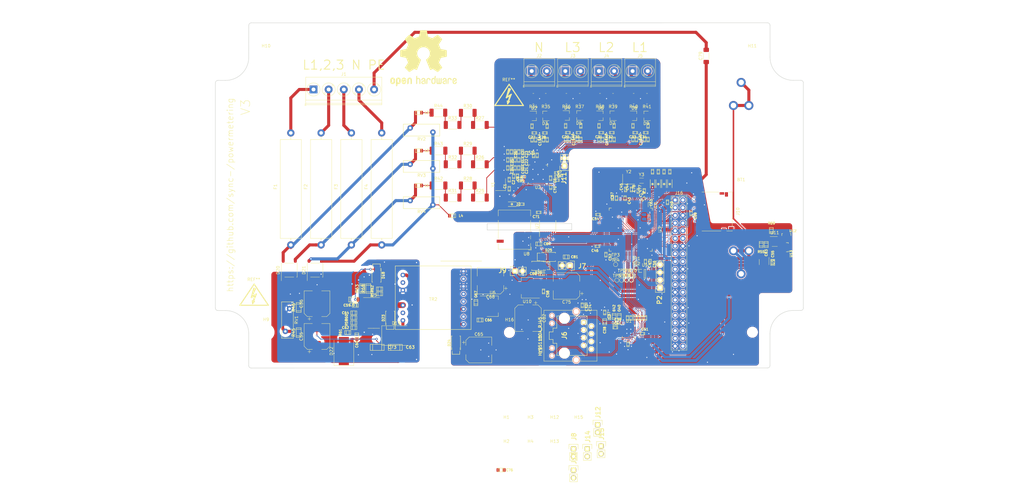
<source format=kicad_pcb>
(kicad_pcb (version 20190516) (host pcbnew "(5.1.0-1196-gbecd6a6f9)")
  (layers (0 "F.Cu" signal) (31 "B.Cu" signal) (34 "B.Paste" user hide) (35 "F.Paste" user hide) (36 "B.SilkS" user) (37 "F.SilkS" user) (38 "B.Mask" user) (39 "F.Mask" user) (44 "Edge.Cuts" user))
  (net 0 "")
  (net 1 "Net-(D1-Pad1)")
  (net 2 "+3.3VA")
  (net 3 "Net-(C1-Pad1)")
  (net 4 "Net-(C2-Pad1)")
  (net 5 "Net-(L1-Pad2)")
  (net 6 "L1")
  (net 7 "Net-(L2-Pad2)")
  (net 8 "Net-(L3-Pad2)")
  (net 9 "N")
  (net 10 "Net-(F4-Pad1)")
  (net 11 "Net-(F3-Pad1)")
  (net 12 "Net-(F2-Pad1)")
  (net 13 "Net-(F1-Pad1)")
  (net 14 "Net-(R33-Pad1)")
  (net 15 "Net-(R32-Pad1)")
  (net 16 "Net-(R31-Pad1)")
  (net 17 "Net-(R29-Pad1)")
  (net 18 "Net-(R28-Pad1)")
  (net 19 "Net-(R27-Pad1)")
  (net 20 "Net-(R30-Pad1)")
  (net 21 "Net-(R26-Pad1)")
  (net 22 "Net-(R25-Pad1)")
  (net 23 "Net-(U2-Pad34)")
  (net 24 "Net-(U2-Pad33)")
  (net 25 "Net-(U2-Pad32)")
  (net 26 "Net-(U2-Pad31)")
  (net 27 "L3")
  (net 28 "L2")
  (net 29 "Net-(C29-Pad1)")
  (net 30 "Net-(C27-Pad1)")
  (net 31 "Net-(C34-Pad2)")
  (net 32 "Net-(C33-Pad1)")
  (net 33 "Net-(C32-Pad2)")
  (net 34 "Net-(C31-Pad1)")
  (net 35 "Net-(C30-Pad2)")
  (net 36 "Net-(C28-Pad2)")
  (net 37 "Net-(U2-Pad40)")
  (net 38 "Net-(U2-Pad39)")
  (net 39 "Net-(U2-Pad38)")
  (net 40 "Net-(U2-Pad37)")
  (net 41 "Net-(U2-Pad36)")
  (net 42 "Net-(U2-Pad35)")
  (net 43 "/UL1N")
  (net 44 "/UL2N")
  (net 45 "/UL3N")
  (net 46 "/UL1P")
  (net 47 "/UL2P")
  (net 48 "/UL3P")
  (net 49 "/IL1N")
  (net 50 "/IL1P")
  (net 51 "/IL2N")
  (net 52 "/IL2P")
  (net 53 "/IL3N")
  (net 54 "/IL3P")
  (net 55 "/INN")
  (net 56 "/INP")
  (net 57 "/REF")
  (net 58 "/DVDDOUT")
  (net 59 "/AVDDOUT")
  (net 60 "Net-(C35-Pad2)")
  (net 61 "GND")
  (net 62 "+3V3")
  (net 63 "+1V2")
  (net 64 "VDDA")
  (net 65 "NRST")
  (net 66 "Net-(C44-Pad1)")
  (net 67 "Net-(C45-Pad1)")
  (net 68 "Net-(C46-Pad2)")
  (net 69 "Net-(C47-Pad2)")
  (net 70 "Net-(D28-Pad1)")
  (net 71 "Net-(D28-Pad2)")
  (net 72 "Net-(D29-Pad1)")
  (net 73 "Net-(D29-Pad2)")
  (net 74 "Net-(D30-Pad1)")
  (net 75 "Net-(D30-Pad2)")
  (net 76 "Net-(JP1-Pad1)")
  (net 77 "USB-")
  (net 78 "USB+")
  (net 79 "SWCLK")
  (net 80 "SWIO")
  (net 81 "RX_N")
  (net 82 "RX_P")
  (net 83 "TX_N")
  (net 84 "TX_P")
  (net 85 "Net-(R48-Pad1)")
  (net 86 "Net-(R49-Pad1)")
  (net 87 "Net-(R50-Pad1)")
  (net 88 "Net-(R51-Pad1)")
  (net 89 "Net-(R54-Pad2)")
  (net 90 "Net-(R53-Pad2)")
  (net 91 "Net-(R52-Pad2)")
  (net 92 "/stm32/STM_RXER")
  (net 93 "ETH_LED")
  (net 94 "GNDPWR")
  (net 95 "VPP")
  (net 96 "Net-(C65-Pad1)")
  (net 97 "/RESET")
  (net 98 "Net-(U3-Pad4)")
  (net 99 "Net-(U3-Pad5)")
  (net 100 "Net-(U3-Pad7)")
  (net 101 "Net-(U3-Pad15)")
  (net 102 "Net-(U3-Pad17)")
  (net 103 "Net-(U3-Pad18)")
  (net 104 "Net-(U3-Pad23)")
  (net 105 "Net-(U3-Pad26)")
  (net 106 "Net-(U3-Pad29)")
  (net 107 "Net-(U3-Pad35)")
  (net 108 "Net-(U3-Pad36)")
  (net 109 "Net-(U3-Pad37)")
  (net 110 "Net-(U3-Pad38)")
  (net 111 "Net-(U3-Pad39)")
  (net 112 "Net-(U3-Pad40)")
  (net 113 "Net-(U3-Pad41)")
  (net 114 "Net-(U3-Pad42)")
  (net 115 "Net-(U3-Pad43)")
  (net 116 "Net-(U3-Pad44)")
  (net 117 "Net-(U3-Pad45)")
  (net 118 "Net-(U3-Pad46)")
  (net 119 "Net-(U3-Pad54)")
  (net 120 "Net-(U3-Pad82)")
  (net 121 "Net-(U3-Pad84)")
  (net 122 "Net-(U3-Pad88)")
  (net 123 "/VCC")
  (net 124 "/COMP")
  (net 125 "Net-(C62-Pad2)")
  (net 126 "/IREF")
  (net 127 "+5V")
  (net 128 "Net-(D18-Pad2)")
  (net 129 "Net-(D19-Pad1)")
  (net 130 "/DRN")
  (net 131 "Net-(D24-Pad2)")
  (net 132 "Net-(R57-Pad1)")
  (net 133 "/FB")
  (net 134 "/SRC")
  (net 135 "Net-(U8-Pad14)")
  (net 136 "Net-(U1-Pad17)")
  (net 137 "Net-(D31-Pad1)")
  (net 138 "Net-(J6-Pad8)")
  (net 139 "Net-(C72-Pad1)")
  (net 140 "Net-(C74-Pad1)")
  (net 141 "Net-(J6-Pad0)")
  (net 142 "Net-(J6-Pad11)")
  (net 143 "Net-(J6-Pad10)")
  (net 144 "Net-(J6-Pad9)")
  (net 145 "SCLK")
  (net 146 "MISO")
  (net 147 "MOSI")
  (net 148 "SS")
  (net 149 "Net-(C77-Pad1)")
  (net 150 "Net-(C78-Pad1)")
  (net 151 "USART3_RX")
  (net 152 "USART3_TX")
  (net 153 "+BATT")
  (net 154 "Net-(BT1-Pad2)")
  (net 155 "Net-(C83-Pad1)")
  (net 156 "Net-(R69-Pad1)")
  (net 157 "Net-(U11-Pad5)")
  (net 158 "Net-(U11-Pad4)")
  (net 159 "Net-(U12-Pad3)")
  (net 160 "GNDS")
  (net 161 "Net-(Y1-Pad4)")
  (net 162 "Net-(Y1-Pad2)")
  (net 163 "Net-(Y2-Pad4)")
  (net 164 "Net-(Y2-Pad2)")
  (net 165 "Net-(C80-Pad1)")
  (net 166 "Net-(D2-Pad1)")
  (net 167 "Net-(D3-Pad1)")
  (net 168 "Net-(D4-Pad1)")
  (net 169 "Net-(D5-Pad1)")
  (net 170 "Net-(D6-Pad1)")
  (net 171 "Net-(D7-Pad1)")
  (net 172 "Net-(D8-Pad1)")
  (net 173 "Net-(D9-Pad1)")
  (net 174 "Net-(U3-Pad89)")
  (net 175 "Net-(U3-Pad90)")
  (net 176 "Net-(J16-Pad37)")
  (net 177 "Net-(J16-Pad36)")
  (net 178 "Net-(J16-Pad35)")
  (net 179 "Net-(J16-Pad33)")
  (net 180 "Net-(J16-Pad32)")
  (net 181 "Net-(J16-Pad31)")
  (net 182 "Net-(J16-Pad29)")
  (net 183 "Net-(J16-Pad28)")
  (net 184 "Net-(J16-Pad27)")
  (net 185 "Net-(J16-Pad26)")
  (net 186 "Net-(J16-Pad24)")
  (net 187 "Net-(J16-Pad23)")
  (net 188 "Net-(J16-Pad22)")
  (net 189 "Net-(J16-Pad21)")
  (net 190 "Net-(J16-Pad19)")
  (net 191 "Net-(J16-Pad18)")
  (net 192 "Net-(J16-Pad16)")
  (net 193 "Net-(J16-Pad15)")
  (net 194 "Net-(J16-Pad13)")
  (net 195 "Net-(J16-Pad12)")
  (net 196 "Net-(J16-Pad11)")
  (net 197 "MMDVM_NRST")
  (net 198 "MMDVM_BOOT0")
  (net 199 "MMDVM_GPIO1")
  (net 200 "MMDVM_GPIO0")
  (net 201 "MMDVM_GPIO4")
  (net 202 "MMDVM_GPIO3")
  (net 203 "MMDVM_GPIO2")
  (net 204 "MMDVM_GPIO5")
  (net 205 "Net-(U3-Pad85)")
  (net 206 "Earth_Protective")
  (net 207 "/PHY_X0")
  (net 208 "/PHY_INTRP")
  (net 209 "/PHY_RST")
  (net 210 "Net-(J10-Pad7)")
  (net 211 "Net-(J10-Pad8)")
  (net 212 "Net-(J10-Pad1)")
  (net 213 "Net-(J10-Pad2)")
  (net 214 "Net-(J10-Pad5)")
  (net 215 "Net-(J10-Pad3)")
  (net 216 "Net-(J10-Pad9)")
  (net 217 "/PHY_RXD1")
  (net 218 "/PHY_RXD0")
  (net 219 "/STM_CRS")
  (net 220 "/PHY_TXEN")
  (net 221 "/PHY_MDIO")
  (net 222 "/PHY_XI")
  (net 223 "/PHY_MDC")
  (net 224 "/PHY_REFCLK")
  (net 225 "Net-(TP1-Pad1)")
  (net 226 "Net-(TP2-Pad1)")
  (net 227 "Net-(TP3-Pad1)")
  (net 228 "Net-(TP4-Pad1)")
  (net 229 "Net-(TP5-Pad1)")
  (net 230 "Net-(TP6-Pad1)")
  (net 231 "Net-(TP7-Pad1)")
  (net 232 "Net-(TP8-Pad1)")
  (net 233 "Net-(TP9-Pad1)")
  (net 234 "Net-(TP10-Pad1)")
  (net 235 "Net-(TP11-Pad1)")
  (net 236 "/STM_TXD1")
  (net 237 "/PHY_TXD0")
  (module "stmbl:Pin_Header_Straight_1x02" (layer "F.Cu") (at 230.3 192.3)
    (fp_text reference "J15" (at 0.158 -4.034 -90) (layer "F.SilkS") (effects (font (size 1.5 1.5) (thickness 0.3))))
    (fp_text value "CONN_01X02")
    (pad "1" thru_hole roundrect (at 0 0) (size 1.75 1.75) (drill 1.016) (layers *.Cu *.Mask "F.SilkS") (net 62 "+3V3"))
    (pad "2" thru_hole circle (at 0 2.54) (size 1.75 1.75) (drill 1.016) (layers *.Cu *.Mask "F.SilkS") (net 61 "GND"))
  )
  (module "stmbl:Pin_Header_Straight_1x02" (layer "F.Cu") (at 225.75 193.2)
    (fp_text reference "J14" (at 0.158 -4.034 -90) (layer "F.SilkS") (effects (font (size 1.5 1.5) (thickness 0.3))))
    (fp_text value "CONN_01X02")
    (pad "1" thru_hole roundrect (at 0 0) (size 1.75 1.75) (drill 1.016) (layers *.Cu *.Mask "F.SilkS") (net 62 "+3V3"))
    (pad "2" thru_hole circle (at 0 2.54) (size 1.75 1.75) (drill 1.016) (layers *.Cu *.Mask "F.SilkS") (net 61 "GND"))
  )
  (module "stmbl:Pin_Header_Straight_1x02" (layer "F.Cu") (at 221.2 200.25)
    (fp_text reference "J13" (at 0.158 -4.034 -90) (layer "F.SilkS") (effects (font (size 1.5 1.5) (thickness 0.3))))
    (fp_text value "CONN_01X02")
    (pad "1" thru_hole roundrect (at 0 0) (size 1.75 1.75) (drill 1.016) (layers *.Cu *.Mask "F.SilkS") (net 61 "GND"))
    (pad "2" thru_hole circle (at 0 2.54) (size 1.75 1.75) (drill 1.016) (layers *.Cu *.Mask "F.SilkS") (net 153 "+BATT"))
  )
  (module "stmbl:Pin_Header_Straight_1x02" (layer "F.Cu") (at 229.15 185.25)
    (fp_text reference "J12" (at 0.158 -4.034 -90) (layer "F.SilkS") (effects (font (size 1.5 1.5) (thickness 0.3))))
    (fp_text value "CONN_01X02")
    (pad "1" thru_hole roundrect (at 0 0) (size 1.75 1.75) (drill 1.016) (layers *.Cu *.Mask "F.SilkS") (net 61 "GND"))
    (pad "2" thru_hole circle (at 0 2.54) (size 1.75 1.75) (drill 1.016) (layers *.Cu *.Mask "F.SilkS") (net 165 "Net-(C80-Pad1)"))
  )
  (module "stmbl:Pin_Header_Straight_1x02" (layer "F.Cu") (at 221.2 193.2)
    (fp_text reference "J8" (at 0.158 -4.034 -90) (layer "F.SilkS") (effects (font (size 1.5 1.5) (thickness 0.3))))
    (fp_text value "CONN_01X02")
    (pad "1" thru_hole roundrect (at 0 0) (size 1.75 1.75) (drill 1.016) (layers *.Cu *.Mask "F.SilkS") (net 62 "+3V3"))
    (pad "2" thru_hole circle (at 0 2.54) (size 1.75 1.75) (drill 1.016) (layers *.Cu *.Mask "F.SilkS") (net 61 "GND"))
  )
  (module "MountingHole:MountingHole_3.2mm_M3" (layer "F.Cu") (at 222.9 186.95)
    (fp_text reference "H15" (at 0 -4.2) (layer "F.SilkS"))
    (fp_text value "MountingHole")
    (pad "1" np_thru_hole circle (at 0 0) (size 3.2 3.2) (drill 3.2) (layers *.Cu *.Mask))
  )
  (module "MountingHole:MountingHole_3.2mm_M3" (layer "F.Cu") (at 214.95 194.9)
    (fp_text reference "H13" (at 0 -4.2) (layer "F.SilkS"))
    (fp_text value "MountingHole")
    (pad "1" np_thru_hole circle (at 0 0) (size 3.2 3.2) (drill 3.2) (layers *.Cu *.Mask))
  )
  (module "MountingHole:MountingHole_3.2mm_M3" (layer "F.Cu") (at 214.95 186.95)
    (fp_text reference "H12" (at 0 -4.2) (layer "F.SilkS"))
    (fp_text value "MountingHole")
    (pad "1" np_thru_hole circle (at 0 0) (size 3.2 3.2) (drill 3.2) (layers *.Cu *.Mask))
  )
  (module "MountingHole:MountingHole_3.2mm_M3" (layer "F.Cu") (at 207 194.9)
    (fp_text reference "H4" (at 0 -4.2) (layer "F.SilkS"))
    (fp_text value "MountingHole")
    (pad "1" np_thru_hole circle (at 0 0) (size 3.2 3.2) (drill 3.2) (layers *.Cu *.Mask))
  )
  (module "MountingHole:MountingHole_3.2mm_M3" (layer "F.Cu") (at 207 186.95)
    (fp_text reference "H3" (at 0 -4.2) (layer "F.SilkS"))
    (fp_text value "MountingHole")
    (pad "1" np_thru_hole circle (at 0 0) (size 3.2 3.2) (drill 3.2) (layers *.Cu *.Mask))
  )
  (module "MountingHole:MountingHole_3.2mm_M3" (layer "F.Cu") (at 199.05 194.9)
    (fp_text reference "H2" (at 0 -4.2) (layer "F.SilkS"))
    (fp_text value "MountingHole")
    (pad "1" np_thru_hole circle (at 0 0) (size 3.2 3.2) (drill 3.2) (layers *.Cu *.Mask))
  )
  (module "MountingHole:MountingHole_3.2mm_M3" (layer "F.Cu") (at 199.05 186.95)
    (fp_text reference "H1" (at 0 -4.2) (layer "F.SilkS"))
    (fp_text value "MountingHole")
    (pad "1" np_thru_hole circle (at 0 0) (size 3.2 3.2) (drill 3.2) (layers *.Cu *.Mask))
  )
  (module "stmbl:C_0805" (layer "F.Cu") (at 197.3 200.2)
    (fp_text reference "C76" (at 2.75 0) (layer "F.SilkS") (effects (font (size 0.8 0.8) (thickness 0.2))))
    (fp_text value "100n")
    (pad "1" smd roundrect (at -1 0) (size 1 1.25) (layers "F.Cu" "F.Paste" "F.Mask") (net 62 "+3V3"))
    (pad "2" smd roundrect (at 1 0) (size 1 1.25) (layers "F.Cu" "F.Paste" "F.Mask") (net 61 "GND"))
  )
  (module "stmbl:Pin_Header_Straight_1x02" (layer "F.Cu") (at 218.2 99.74 180)
    (fp_text reference "J11" (at 0.158 -4.034 270) (layer "F.SilkS") (effects (font (size 1.5 1.5) (thickness 0.3))))
    (fp_text value "CONN_01X02")
    (pad "1" thru_hole roundrect (at 0 0 180) (size 1.75 1.75) (drill 1.016) (layers *.Cu *.Mask "F.SilkS") (net 97 "/RESET"))
    (pad "2" thru_hole circle (at 0 2.54 180) (size 1.75 1.75) (drill 1.016) (layers *.Cu *.Mask "F.SilkS") (net 9 "N"))
  )
  (module "TestPoint:TestPoint_Pad_D1.0mm" (layer "F.Cu") (at 240.3 137.5)
    (fp_text reference "TP11" (at 0 -1.448) (layer "F.SilkS"))
    (fp_text value "TestPoint")
    (pad "1" smd circle (at 0 0) (size 1 1) (layers "F.Cu" "F.Mask") (net 235 "Net-(TP11-Pad1)"))
  )
  (module "TestPoint:TestPoint_Pad_D1.0mm" (layer "F.Cu") (at 240.3 135.8)
    (fp_text reference "TP10" (at 0 -1.448) (layer "F.SilkS"))
    (fp_text value "TestPoint")
    (pad "1" smd circle (at 0 0) (size 1 1) (layers "F.Cu" "F.Mask") (net 234 "Net-(TP10-Pad1)"))
  )
  (module "TestPoint:TestPoint_Pad_D1.0mm" (layer "F.Cu") (at 238.7 137.5)
    (fp_text reference "TP9" (at 0 -1.448) (layer "F.SilkS"))
    (fp_text value "TestPoint")
    (pad "1" smd circle (at 0 0) (size 1 1) (layers "F.Cu" "F.Mask") (net 233 "Net-(TP9-Pad1)"))
  )
  (module "TestPoint:TestPoint_Pad_D1.0mm" (layer "F.Cu") (at 238.7 135.8)
    (fp_text reference "TP8" (at 0 -1.448) (layer "F.SilkS"))
    (fp_text value "TestPoint")
    (pad "1" smd circle (at 0 0) (size 1 1) (layers "F.Cu" "F.Mask") (net 232 "Net-(TP8-Pad1)"))
  )
  (module "TestPoint:TestPoint_Pad_D1.0mm" (layer "F.Cu") (at 237.1 135.8)
    (fp_text reference "TP7" (at 0 -1.448) (layer "F.SilkS"))
    (fp_text value "TestPoint")
    (pad "1" smd circle (at 0 0) (size 1 1) (layers "F.Cu" "F.Mask") (net 231 "Net-(TP7-Pad1)"))
  )
  (module "TestPoint:TestPoint_Pad_D1.0mm" (layer "F.Cu") (at 237.1 137.5)
    (fp_text reference "TP6" (at 0 -1.448) (layer "F.SilkS"))
    (fp_text value "TestPoint")
    (pad "1" smd circle (at 0 0) (size 1 1) (layers "F.Cu" "F.Mask") (net 230 "Net-(TP6-Pad1)"))
  )
  (module "TestPoint:TestPoint_Pad_D1.0mm" (layer "F.Cu") (at 235.5 137.5)
    (fp_text reference "TP5" (at 0 -1.448) (layer "F.SilkS"))
    (fp_text value "TestPoint")
    (pad "1" smd circle (at 0 0) (size 1 1) (layers "F.Cu" "F.Mask") (net 229 "Net-(TP5-Pad1)"))
  )
  (module "TestPoint:TestPoint_Pad_D1.0mm" (layer "F.Cu") (at 235.1 132.3)
    (fp_text reference "TP4" (at 0 -1.448) (layer "F.SilkS"))
    (fp_text value "TestPoint")
    (pad "1" smd circle (at 0 0) (size 1 1) (layers "F.Cu" "F.Mask") (net 228 "Net-(TP4-Pad1)"))
  )
  (module "TestPoint:TestPoint_Pad_D1.0mm" (layer "F.Cu") (at 235.1 130.6)
    (fp_text reference "TP3" (at 0 -1.448) (layer "F.SilkS"))
    (fp_text value "TestPoint")
    (pad "1" smd circle (at 0 0) (size 1 1) (layers "F.Cu" "F.Mask") (net 227 "Net-(TP3-Pad1)"))
  )
  (module "TestPoint:TestPoint_Pad_D1.0mm" (layer "F.Cu") (at 241.9 133.500001)
    (fp_text reference "TP2" (at 0 -1.448) (layer "F.SilkS"))
    (fp_text value "TestPoint")
    (pad "1" smd circle (at 0 0) (size 1 1) (layers "F.Cu" "F.Mask") (net 226 "Net-(TP2-Pad1)"))
  )
  (module "TestPoint:TestPoint_Pad_D1.0mm" (layer "F.Cu") (at 241.9 131.8)
    (fp_text reference "TP1" (at 0 -1.448) (layer "F.SilkS"))
    (fp_text value "TestPoint")
    (pad "1" smd circle (at 0 0) (size 1 1) (layers "F.Cu" "F.Mask") (net 225 "Net-(TP1-Pad1)"))
  )
  (module "Connector_Card:microSD_HC_Hirose_DM3D-SF" (layer "F.Cu") (at 267.8 114.8 270)
    (fp_text reference "J10" (at -0.025 -7.625 90) (layer "F.SilkS"))
    (fp_text value "Micro_SD_Card")
    (pad "10" smd rect (at 5.575 -5.45 270) (size 1 1.55) (layers "F.Cu" "F.Paste" "F.Mask"))
    (pad "11" smd rect (at 5.625 5.225 270) (size 1.5 1.5) (layers "F.Cu" "F.Paste" "F.Mask"))
    (pad "1" smd rect (at 3.175 5.35 270) (size 0.7 1.75) (layers "F.Cu" "F.Paste" "F.Mask") (net 212 "Net-(J10-Pad1)"))
    (pad "2" smd rect (at 2.075 5.35 270) (size 0.7 1.75) (layers "F.Cu" "F.Paste" "F.Mask") (net 213 "Net-(J10-Pad2)"))
    (pad "3" smd rect (at 0.975 5.35 270) (size 0.7 1.75) (layers "F.Cu" "F.Paste" "F.Mask") (net 215 "Net-(J10-Pad3)"))
    (pad "4" smd rect (at -0.125 5.35 270) (size 0.7 1.75) (layers "F.Cu" "F.Paste" "F.Mask") (net 62 "+3V3"))
    (pad "5" smd rect (at -1.225 5.35 270) (size 0.7 1.75) (layers "F.Cu" "F.Paste" "F.Mask") (net 214 "Net-(J10-Pad5)"))
    (pad "6" smd rect (at -2.325 5.35 270) (size 0.7 1.75) (layers "F.Cu" "F.Paste" "F.Mask") (net 61 "GND"))
    (pad "7" smd rect (at -3.425 5.35 270) (size 0.7 1.75) (layers "F.Cu" "F.Paste" "F.Mask") (net 210 "Net-(J10-Pad7)"))
    (pad "11" smd rect (at 5.975 -3.025 270) (size 0.8 1.4) (layers "F.Cu" "F.Paste" "F.Mask"))
    (pad "9" smd rect (at -5.65 -3.875 270) (size 1.45 1) (layers "F.Cu" "F.Paste" "F.Mask") (net 216 "Net-(J10-Pad9)"))
    (pad "11" smd rect (at -5.975 -2.375 270) (size 0.8 1.5) (layers "F.Cu" "F.Paste" "F.Mask"))
    (pad "11" smd rect (at -5.725 5.225 270) (size 1.3 1.5) (layers "F.Cu" "F.Paste" "F.Mask"))
    (pad "8" smd rect (at -4.525 5.35 270) (size 0.7 1.75) (layers "F.Cu" "F.Paste" "F.Mask") (net 211 "Net-(J10-Pad8)"))
  )
  (module "stmbl:C_0603" (layer "F.Cu") (at 260 115.4 90)
    (fp_text reference "C50" (at -0.834 1.416 90) (layer "F.SilkS") (effects (font (size 0.8 0.8) (thickness 0.2))))
    (fp_text value "100n")
    (pad "2" smd roundrect (at 0.75 0 90) (size 0.59 0.8) (layers "F.Cu" "F.Paste" "F.Mask") (net 62 "+3V3"))
    (pad "1" smd roundrect (at -0.75 0 90) (size 0.59 0.8) (layers "F.Cu" "F.Paste" "F.Mask") (net 61 "GND"))
  )
  (module "TerminalBlock_Phoenix:TerminalBlock_Phoenix_PT-1,5-2-5.0-H_1x02_P5.00mm_Horizontal" (layer "F.Cu") (at 207.4 68.4)
    (fp_text reference "J2" (at 2.5 -5.06) (layer "F.SilkS"))
    (fp_text value "Conn_01x02")
    (pad "2" thru_hole circle (at 5 0) (size 2.6 2.6) (drill 1.3) (layers *.Cu *.Mask) (net 167 "Net-(D3-Pad1)"))
    (pad "1" thru_hole rect (at 0 0) (size 2.6 2.6) (drill 1.3) (layers *.Cu *.Mask) (net 166 "Net-(D2-Pad1)"))
  )
  (module "TerminalBlock_Phoenix:TerminalBlock_Phoenix_PT-1,5-5-5.0-H_1x05_P5.00mm_Horizontal" (layer "F.Cu") (at 135.39 74.48)
    (fp_text reference "J1" (at 10 -5.06) (layer "F.SilkS"))
    (fp_text value "Conn_01x04")
    (pad "5" thru_hole circle (at 20 0) (size 2.6 2.6) (drill 1.3) (layers *.Cu *.Mask) (net 206 "Earth_Protective"))
    (pad "4" thru_hole circle (at 15 0) (size 2.6 2.6) (drill 1.3) (layers *.Cu *.Mask) (net 10 "Net-(F4-Pad1)"))
    (pad "3" thru_hole circle (at 10 0) (size 2.6 2.6) (drill 1.3) (layers *.Cu *.Mask) (net 11 "Net-(F3-Pad1)"))
    (pad "2" thru_hole circle (at 5 0) (size 2.6 2.6) (drill 1.3) (layers *.Cu *.Mask) (net 12 "Net-(F2-Pad1)"))
    (pad "1" thru_hole rect (at 0 0) (size 2.6 2.6) (drill 1.3) (layers *.Cu *.Mask) (net 13 "Net-(F1-Pad1)"))
  )
  (module "Capacitor_SMD:C_1806_4516Metric" (layer "F.Cu") (at 265 63.4 90)
    (fp_text reference "C79" (at 0 -1.85 90) (layer "F.SilkS"))
    (fp_text value "C")
    (pad "2" smd roundrect (at 2 0 90) (size 1.4 1.8) (layers "F.Cu" "F.Paste" "F.Mask") (roundrect_rratio 0.178571) (net 206 "Earth_Protective"))
    (pad "1" smd roundrect (at -2 0 90) (size 1.4 1.8) (layers "F.Cu" "F.Paste" "F.Mask") (roundrect_rratio 0.178571) (net 61 "GND"))
  )
  (module "stmbl:R_0603" (layer "F.Cu") (at 210.4 160.6 270)
    (fp_text reference "R71" hide)
    (fp_text value "1k")
    (pad "2" smd roundrect (at 0.75 0 270) (size 0.59 0.8) (layers "F.Cu" "F.Paste" "F.Mask") (net 61 "GND"))
    (pad "1" smd roundrect (at -0.75 0 270) (size 0.59 0.8) (layers "F.Cu" "F.Paste" "F.Mask") (net 142 "Net-(J6-Pad11)"))
  )
  (module "stmbl:R_0603" (layer "F.Cu") (at 210.3 156.6 270)
    (fp_text reference "R70" hide)
    (fp_text value "1k")
    (pad "2" smd roundrect (at 0.75 0 270) (size 0.59 0.8) (layers "F.Cu" "F.Paste" "F.Mask") (net 61 "GND"))
    (pad "1" smd roundrect (at -0.75 0 270) (size 0.59 0.8) (layers "F.Cu" "F.Paste" "F.Mask") (net 143 "Net-(J6-Pad10)"))
  )
  (module "stmbl:Symbol_HighVoltage_Type2_Top_VerySmall" (layer "F.Cu") (at 199.95 76.975)
    (fp_text reference "REF**" (at -0.127 -5.715) (layer "F.SilkS"))
    (fp_text value "Symbol_HighVoltage_Type2_Top_VerySmall")
  )
  (module "stmbl:Symbol_HighVoltage_Type2_Top_VerySmall" (layer "F.Cu") (at 115.8 142.975)
    (fp_text reference "REF**" (at -0.127 -5.715) (layer "F.SilkS"))
    (fp_text value "Symbol_HighVoltage_Type2_Top_VerySmall")
  )
  (module "Symbol:OSHW-Logo2_24.3x20mm_SilkScreen" (layer "F.Cu") (at 171.7 64.15)
    (fp_text reference "REF**" hide)
    (fp_text value "OSHW-Logo2_24.3x20mm_SilkScreen" hide)
  )
  (module "powermetering:18650_keystone_54" (layer "F.Cu") (at 276.525 103.775)
    (fp_text reference "BT1" (at 0 0.5) (layer "F.SilkS"))
    (fp_text value "Battery_Cell")
    (pad "2" thru_hole circle (at -2.54 -24 180) (size 3 3) (drill 1.83) (layers *.Cu *.Mask) (net 154 "Net-(BT1-Pad2)"))
    (pad "2" thru_hole circle (at 0 -31.62 180) (size 3 3) (drill 1.83) (layers *.Cu *.Mask) (net 154 "Net-(BT1-Pad2)"))
    (pad "2" thru_hole circle (at 2.54 -24 180) (size 3 3) (drill 1.83) (layers *.Cu *.Mask) (net 154 "Net-(BT1-Pad2)"))
    (pad "1" thru_hole circle (at -2.54 24) (size 3 3) (drill 1.83) (layers *.Cu *.Mask) (net 153 "+BATT"))
    (pad "1" thru_hole circle (at 2.54 24) (size 3 3) (drill 1.83) (layers *.Cu *.Mask) (net 153 "+BATT"))
    (pad "1" thru_hole circle (at 0 31.62) (size 3 3) (drill 1.83) (layers *.Cu *.Mask) (net 153 "+BATT"))
  )
  (module "Connector_PinHeader_2.54mm:PinHeader_2x20_P2.54mm_Vertical" (layer "F.Cu") (at 254.75 111)
    (fp_text reference "J16" (at 1.27 -2.33) (layer "F.SilkS"))
    (fp_text value "Conn_02x20_Odd_Even")
    (pad "40" thru_hole oval (at 2.54 48.26) (size 1.7 1.7) (drill 1) (layers *.Cu *.Mask) (net 197 "MMDVM_NRST"))
    (pad "39" thru_hole oval (at 0 48.26) (size 1.7 1.7) (drill 1) (layers *.Cu *.Mask) (net 61 "GND"))
    (pad "38" thru_hole oval (at 2.54 45.72) (size 1.7 1.7) (drill 1) (layers *.Cu *.Mask) (net 198 "MMDVM_BOOT0"))
    (pad "37" thru_hole oval (at 0 45.72) (size 1.7 1.7) (drill 1) (layers *.Cu *.Mask) (net 176 "Net-(J16-Pad37)"))
    (pad "36" thru_hole oval (at 2.54 43.18) (size 1.7 1.7) (drill 1) (layers *.Cu *.Mask) (net 177 "Net-(J16-Pad36)"))
    (pad "35" thru_hole oval (at 0 43.18) (size 1.7 1.7) (drill 1) (layers *.Cu *.Mask) (net 178 "Net-(J16-Pad35)"))
    (pad "34" thru_hole oval (at 2.54 40.64) (size 1.7 1.7) (drill 1) (layers *.Cu *.Mask) (net 61 "GND"))
    (pad "33" thru_hole oval (at 0 40.64) (size 1.7 1.7) (drill 1) (layers *.Cu *.Mask) (net 179 "Net-(J16-Pad33)"))
    (pad "32" thru_hole oval (at 2.54 38.1) (size 1.7 1.7) (drill 1) (layers *.Cu *.Mask) (net 180 "Net-(J16-Pad32)"))
    (pad "31" thru_hole oval (at 0 38.1) (size 1.7 1.7) (drill 1) (layers *.Cu *.Mask) (net 181 "Net-(J16-Pad31)"))
    (pad "30" thru_hole oval (at 2.54 35.56) (size 1.7 1.7) (drill 1) (layers *.Cu *.Mask) (net 61 "GND"))
    (pad "29" thru_hole oval (at 0 35.56) (size 1.7 1.7) (drill 1) (layers *.Cu *.Mask) (net 182 "Net-(J16-Pad29)"))
    (pad "28" thru_hole oval (at 2.54 33.02) (size 1.7 1.7) (drill 1) (layers *.Cu *.Mask) (net 183 "Net-(J16-Pad28)"))
    (pad "27" thru_hole oval (at 0 33.02) (size 1.7 1.7) (drill 1) (layers *.Cu *.Mask) (net 184 "Net-(J16-Pad27)"))
    (pad "26" thru_hole oval (at 2.54 30.48) (size 1.7 1.7) (drill 1) (layers *.Cu *.Mask) (net 185 "Net-(J16-Pad26)"))
    (pad "25" thru_hole oval (at 0 30.48) (size 1.7 1.7) (drill 1) (layers *.Cu *.Mask) (net 61 "GND"))
    (pad "24" thru_hole oval (at 2.54 27.94) (size 1.7 1.7) (drill 1) (layers *.Cu *.Mask) (net 186 "Net-(J16-Pad24)"))
    (pad "23" thru_hole oval (at 0 27.94) (size 1.7 1.7) (drill 1) (layers *.Cu *.Mask) (net 187 "Net-(J16-Pad23)"))
    (pad "22" thru_hole oval (at 2.54 25.4) (size 1.7 1.7) (drill 1) (layers *.Cu *.Mask) (net 188 "Net-(J16-Pad22)"))
    (pad "21" thru_hole oval (at 0 25.4) (size 1.7 1.7) (drill 1) (layers *.Cu *.Mask) (net 189 "Net-(J16-Pad21)"))
    (pad "20" thru_hole oval (at 2.54 22.86) (size 1.7 1.7) (drill 1) (layers *.Cu *.Mask) (net 61 "GND"))
    (pad "19" thru_hole oval (at 0 22.86) (size 1.7 1.7) (drill 1) (layers *.Cu *.Mask) (net 190 "Net-(J16-Pad19)"))
    (pad "18" thru_hole oval (at 2.54 20.32) (size 1.7 1.7) (drill 1) (layers *.Cu *.Mask) (net 191 "Net-(J16-Pad18)"))
    (pad "17" thru_hole oval (at 0 20.32) (size 1.7 1.7) (drill 1) (layers *.Cu *.Mask) (net 62 "+3V3"))
    (pad "16" thru_hole oval (at 2.54 17.78) (size 1.7 1.7) (drill 1) (layers *.Cu *.Mask) (net 192 "Net-(J16-Pad16)"))
    (pad "15" thru_hole oval (at 0 17.78) (size 1.7 1.7) (drill 1) (layers *.Cu *.Mask) (net 193 "Net-(J16-Pad15)"))
    (pad "14" thru_hole oval (at 2.54 15.24) (size 1.7 1.7) (drill 1) (layers *.Cu *.Mask) (net 61 "GND"))
    (pad "13" thru_hole oval (at 0 15.24) (size 1.7 1.7) (drill 1) (layers *.Cu *.Mask) (net 194 "Net-(J16-Pad13)"))
    (pad "12" thru_hole oval (at 2.54 12.7) (size 1.7 1.7) (drill 1) (layers *.Cu *.Mask) (net 195 "Net-(J16-Pad12)"))
    (pad "11" thru_hole oval (at 0 12.7) (size 1.7 1.7) (drill 1) (layers *.Cu *.Mask) (net 196 "Net-(J16-Pad11)"))
    (pad "10" thru_hole oval (at 2.54 10.16) (size 1.7 1.7) (drill 1) (layers *.Cu *.Mask) (net 151 "USART3_RX"))
    (pad "9" thru_hole oval (at 0 10.16) (size 1.7 1.7) (drill 1) (layers *.Cu *.Mask) (net 61 "GND"))
    (pad "8" thru_hole oval (at 2.54 7.62) (size 1.7 1.7) (drill 1) (layers *.Cu *.Mask) (net 152 "USART3_TX"))
    (pad "7" thru_hole oval (at 0 7.62) (size 1.7 1.7) (drill 1) (layers *.Cu *.Mask) (net 201 "MMDVM_GPIO4"))
    (pad "6" thru_hole oval (at 2.54 5.08) (size 1.7 1.7) (drill 1) (layers *.Cu *.Mask) (net 61 "GND"))
    (pad "5" thru_hole oval (at 0 5.08) (size 1.7 1.7) (drill 1) (layers *.Cu *.Mask) (net 202 "MMDVM_GPIO3"))
    (pad "4" thru_hole oval (at 2.54 2.54) (size 1.7 1.7) (drill 1) (layers *.Cu *.Mask) (net 203 "MMDVM_GPIO2"))
    (pad "3" thru_hole oval (at 0 2.54) (size 1.7 1.7) (drill 1) (layers *.Cu *.Mask) (net 199 "MMDVM_GPIO1"))
    (pad "2" thru_hole oval (at 2.54 0) (size 1.7 1.7) (drill 1) (layers *.Cu *.Mask) (net 200 "MMDVM_GPIO0"))
    (pad "1" thru_hole rect (at 0 0) (size 1.7 1.7) (drill 1) (layers *.Cu *.Mask) (net 62 "+3V3"))
  )
  (module "Package_SO:QSOP-16_3.9x4.9mm_P0.635mm" (layer "F.Cu") (at 212.7 119.6 90)
    (fp_text reference "U7" (at 0 -3.5 90) (layer "F.SilkS"))
    (fp_text value "Si8641EB-B-IU")
    (pad "16" smd rect (at 2.6543 -2.2225 90) (size 1.6 0.41) (layers "F.Cu" "F.Paste" "F.Mask") (net 2 "+3.3VA"))
    (pad "15" smd rect (at 2.6543 -1.5875 90) (size 1.6 0.41) (layers "F.Cu" "F.Paste" "F.Mask") (net 9 "N"))
    (pad "14" smd rect (at 2.6543 -0.9525 90) (size 1.6 0.41) (layers "F.Cu" "F.Paste" "F.Mask") (net 37 "Net-(U2-Pad40)"))
    (pad "13" smd rect (at 2.6543 -0.3175 90) (size 1.6 0.41) (layers "F.Cu" "F.Paste" "F.Mask") (net 40 "Net-(U2-Pad37)"))
    (pad "12" smd rect (at 2.6543 0.3175 90) (size 1.6 0.41) (layers "F.Cu" "F.Paste" "F.Mask") (net 38 "Net-(U2-Pad39)"))
    (pad "11" smd rect (at 2.6543 0.9525 90) (size 1.6 0.41) (layers "F.Cu" "F.Paste" "F.Mask") (net 39 "Net-(U2-Pad38)"))
    (pad "10" smd rect (at 2.6543 1.5875 90) (size 1.6 0.41) (layers "F.Cu" "F.Paste" "F.Mask") (net 2 "+3.3VA"))
    (pad "9" smd rect (at 2.6543 2.2225 90) (size 1.6 0.41) (layers "F.Cu" "F.Paste" "F.Mask") (net 9 "N"))
    (pad "8" smd rect (at -2.6543 2.2225 90) (size 1.6 0.41) (layers "F.Cu" "F.Paste" "F.Mask") (net 61 "GND"))
    (pad "7" smd rect (at -2.6543 1.5875 90) (size 1.6 0.41) (layers "F.Cu" "F.Paste" "F.Mask") (net 62 "+3V3"))
    (pad "6" smd rect (at -2.6543 0.9525 90) (size 1.6 0.41) (layers "F.Cu" "F.Paste" "F.Mask") (net 146 "MISO"))
    (pad "5" smd rect (at -2.6543 0.3175 90) (size 1.6 0.41) (layers "F.Cu" "F.Paste" "F.Mask") (net 147 "MOSI"))
    (pad "4" smd rect (at -2.6543 -0.3175 90) (size 1.6 0.41) (layers "F.Cu" "F.Paste" "F.Mask") (net 145 "SCLK"))
    (pad "3" smd rect (at -2.6543 -0.9525 90) (size 1.6 0.41) (layers "F.Cu" "F.Paste" "F.Mask") (net 148 "SS"))
    (pad "2" smd rect (at -2.6543 -1.5875 90) (size 1.6 0.41) (layers "F.Cu" "F.Paste" "F.Mask") (net 61 "GND"))
    (pad "1" smd rect (at -2.6543 -2.2225 90) (size 1.6 0.41) (layers "F.Cu" "F.Paste" "F.Mask") (net 62 "+3V3"))
  )
  (module "Package_TO_SOT_SMD:SOT-23" (layer "F.Cu") (at 245.2 83.2 180)
    (fp_text reference "D9" (at 0 -2.5 180) (layer "F.SilkS"))
    (fp_text value "D_Schottky_x2_Serial_AKC")
    (pad "3" smd rect (at 1 0 180) (size 0.9 0.8) (layers "F.Cu" "F.Paste" "F.Mask") (net 9 "N"))
    (pad "2" smd rect (at -1 0.95 180) (size 0.9 0.8) (layers "F.Cu" "F.Paste" "F.Mask") (net 173 "Net-(D9-Pad1)"))
    (pad "1" smd rect (at -1 -0.95 180) (size 0.9 0.8) (layers "F.Cu" "F.Paste" "F.Mask") (net 173 "Net-(D9-Pad1)"))
  )
  (module "Package_TO_SOT_SMD:SOT-23" (layer "F.Cu") (at 241.3 83.15)
    (fp_text reference "D8" (at 0 -2.5) (layer "F.SilkS"))
    (fp_text value "D_Schottky_x2_Serial_AKC")
    (pad "3" smd rect (at 1 0) (size 0.9 0.8) (layers "F.Cu" "F.Paste" "F.Mask") (net 9 "N"))
    (pad "2" smd rect (at -1 0.95) (size 0.9 0.8) (layers "F.Cu" "F.Paste" "F.Mask") (net 172 "Net-(D8-Pad1)"))
    (pad "1" smd rect (at -1 -0.95) (size 0.9 0.8) (layers "F.Cu" "F.Paste" "F.Mask") (net 172 "Net-(D8-Pad1)"))
  )
  (module "Package_TO_SOT_SMD:SOT-23" (layer "F.Cu") (at 234 83.15 180)
    (fp_text reference "D7" (at 0 -2.5 180) (layer "F.SilkS"))
    (fp_text value "D_Schottky_x2_Serial_AKC")
    (pad "3" smd rect (at 1 0 180) (size 0.9 0.8) (layers "F.Cu" "F.Paste" "F.Mask") (net 9 "N"))
    (pad "2" smd rect (at -1 0.95 180) (size 0.9 0.8) (layers "F.Cu" "F.Paste" "F.Mask") (net 171 "Net-(D7-Pad1)"))
    (pad "1" smd rect (at -1 -0.95 180) (size 0.9 0.8) (layers "F.Cu" "F.Paste" "F.Mask") (net 171 "Net-(D7-Pad1)"))
  )
  (module "Package_TO_SOT_SMD:SOT-23" (layer "F.Cu") (at 230.2 83.15)
    (fp_text reference "D6" (at 0 -2.5) (layer "F.SilkS"))
    (fp_text value "D_Schottky_x2_Serial_AKC")
    (pad "3" smd rect (at 1 0) (size 0.9 0.8) (layers "F.Cu" "F.Paste" "F.Mask") (net 9 "N"))
    (pad "2" smd rect (at -1 0.95) (size 0.9 0.8) (layers "F.Cu" "F.Paste" "F.Mask") (net 170 "Net-(D6-Pad1)"))
    (pad "1" smd rect (at -1 -0.95) (size 0.9 0.8) (layers "F.Cu" "F.Paste" "F.Mask") (net 170 "Net-(D6-Pad1)"))
  )
  (module "Package_TO_SOT_SMD:SOT-23" (layer "F.Cu") (at 223 83.1 180)
    (fp_text reference "D5" (at 0 -2.5 180) (layer "F.SilkS"))
    (fp_text value "D_Schottky_x2_Serial_AKC")
    (pad "3" smd rect (at 1 0 180) (size 0.9 0.8) (layers "F.Cu" "F.Paste" "F.Mask") (net 9 "N"))
    (pad "2" smd rect (at -1 0.95 180) (size 0.9 0.8) (layers "F.Cu" "F.Paste" "F.Mask") (net 169 "Net-(D5-Pad1)"))
    (pad "1" smd rect (at -1 -0.95 180) (size 0.9 0.8) (layers "F.Cu" "F.Paste" "F.Mask") (net 169 "Net-(D5-Pad1)"))
  )
  (module "Package_TO_SOT_SMD:SOT-23" (layer "F.Cu") (at 219.1 83.1)
    (fp_text reference "D4" (at 0 -2.5) (layer "F.SilkS"))
    (fp_text value "D_Schottky_x2_Serial_AKC")
    (pad "3" smd rect (at 1 0) (size 0.9 0.8) (layers "F.Cu" "F.Paste" "F.Mask") (net 9 "N"))
    (pad "2" smd rect (at -1 0.95) (size 0.9 0.8) (layers "F.Cu" "F.Paste" "F.Mask") (net 168 "Net-(D4-Pad1)"))
    (pad "1" smd rect (at -1 -0.95) (size 0.9 0.8) (layers "F.Cu" "F.Paste" "F.Mask") (net 168 "Net-(D4-Pad1)"))
  )
  (module "Package_TO_SOT_SMD:SOT-23" (layer "F.Cu") (at 211.8 83.2 180)
    (fp_text reference "D3" (at 0 -2.5 180) (layer "F.SilkS"))
    (fp_text value "D_Schottky_x2_Serial_AKC")
    (pad "3" smd rect (at 1 0 180) (size 0.9 0.8) (layers "F.Cu" "F.Paste" "F.Mask") (net 9 "N"))
    (pad "2" smd rect (at -1 0.95 180) (size 0.9 0.8) (layers "F.Cu" "F.Paste" "F.Mask") (net 167 "Net-(D3-Pad1)"))
    (pad "1" smd rect (at -1 -0.95 180) (size 0.9 0.8) (layers "F.Cu" "F.Paste" "F.Mask") (net 167 "Net-(D3-Pad1)"))
  )
  (module "Package_TO_SOT_SMD:SOT-23" (layer "F.Cu") (at 208.2 83.2)
    (fp_text reference "D2" (at 0 -2.5) (layer "F.SilkS"))
    (fp_text value "D_Schottky_x2_Serial_AKC")
    (pad "3" smd rect (at 1 0) (size 0.9 0.8) (layers "F.Cu" "F.Paste" "F.Mask") (net 9 "N"))
    (pad "2" smd rect (at -1 0.95) (size 0.9 0.8) (layers "F.Cu" "F.Paste" "F.Mask") (net 166 "Net-(D2-Pad1)"))
    (pad "1" smd rect (at -1 -0.95) (size 0.9 0.8) (layers "F.Cu" "F.Paste" "F.Mask") (net 166 "Net-(D2-Pad1)"))
  )
  (module "Resistor_SMD:R_0612_1632Metric" (layer "F.Cu") (at 245.45 77.5 180)
    (fp_text reference "R41" (at 0 -2.65 180) (layer "F.SilkS"))
    (fp_text value "Rb")
    (pad "2" smd roundrect (at 0.75 0 180) (size 1 3.4) (layers "F.Cu" "F.Paste" "F.Mask") (net 9 "N"))
    (pad "1" smd roundrect (at -0.75 0 180) (size 1 3.4) (layers "F.Cu" "F.Paste" "F.Mask") (net 173 "Net-(D9-Pad1)"))
  )
  (module "Resistor_SMD:R_0612_1632Metric" (layer "F.Cu") (at 241.05 77.5 180)
    (fp_text reference "R40" (at 0 -2.65 180) (layer "F.SilkS"))
    (fp_text value "Rb")
    (pad "2" smd roundrect (at 0.75 0 180) (size 1 3.4) (layers "F.Cu" "F.Paste" "F.Mask") (net 172 "Net-(D8-Pad1)"))
    (pad "1" smd roundrect (at -0.75 0 180) (size 1 3.4) (layers "F.Cu" "F.Paste" "F.Mask") (net 9 "N"))
  )
  (module "Resistor_SMD:R_0612_1632Metric" (layer "F.Cu") (at 234.25 77.5 180)
    (fp_text reference "R39" (at 0 -2.65 180) (layer "F.SilkS"))
    (fp_text value "Rb")
    (pad "2" smd roundrect (at 0.75 0 180) (size 1 3.4) (layers "F.Cu" "F.Paste" "F.Mask") (net 9 "N"))
    (pad "1" smd roundrect (at -0.75 0 180) (size 1 3.4) (layers "F.Cu" "F.Paste" "F.Mask") (net 171 "Net-(D7-Pad1)"))
  )
  (module "Resistor_SMD:R_0612_1632Metric" (layer "F.Cu") (at 229.95 77.5 180)
    (fp_text reference "R38" (at 0 -2.65 180) (layer "F.SilkS"))
    (fp_text value "Rb")
    (pad "2" smd roundrect (at 0.75 0 180) (size 1 3.4) (layers "F.Cu" "F.Paste" "F.Mask") (net 170 "Net-(D6-Pad1)"))
    (pad "1" smd roundrect (at -0.75 0 180) (size 1 3.4) (layers "F.Cu" "F.Paste" "F.Mask") (net 9 "N"))
  )
  (module "Resistor_SMD:R_0612_1632Metric" (layer "F.Cu") (at 223.25 77.5 180)
    (fp_text reference "R37" (at 0 -2.65 180) (layer "F.SilkS"))
    (fp_text value "Rb")
    (pad "2" smd roundrect (at 0.75 0 180) (size 1 3.4) (layers "F.Cu" "F.Paste" "F.Mask") (net 9 "N"))
    (pad "1" smd roundrect (at -0.75 0 180) (size 1 3.4) (layers "F.Cu" "F.Paste" "F.Mask") (net 169 "Net-(D5-Pad1)"))
  )
  (module "Resistor_SMD:R_0612_1632Metric" (layer "F.Cu") (at 218.85 77.5 180)
    (fp_text reference "R36" (at 0 -2.65 180) (layer "F.SilkS"))
    (fp_text value "Rb")
    (pad "2" smd roundrect (at 0.75 0 180) (size 1 3.4) (layers "F.Cu" "F.Paste" "F.Mask") (net 168 "Net-(D4-Pad1)"))
    (pad "1" smd roundrect (at -0.75 0 180) (size 1 3.4) (layers "F.Cu" "F.Paste" "F.Mask") (net 9 "N"))
  )
  (module "Resistor_SMD:R_0612_1632Metric" (layer "F.Cu") (at 212.05 77.5 180)
    (fp_text reference "R35" (at 0 -2.65 180) (layer "F.SilkS"))
    (fp_text value "Rb")
    (pad "2" smd roundrect (at 0.75 0 180) (size 1 3.4) (layers "F.Cu" "F.Paste" "F.Mask") (net 9 "N"))
    (pad "1" smd roundrect (at -0.75 0 180) (size 1 3.4) (layers "F.Cu" "F.Paste" "F.Mask") (net 167 "Net-(D3-Pad1)"))
  )
  (module "Resistor_SMD:R_0612_1632Metric" (layer "F.Cu") (at 207.95 77.5 180)
    (fp_text reference "R34" (at 0 -2.65 180) (layer "F.SilkS"))
    (fp_text value "Rb")
    (pad "2" smd roundrect (at 0.75 0 180) (size 1 3.4) (layers "F.Cu" "F.Paste" "F.Mask") (net 166 "Net-(D2-Pad1)"))
    (pad "1" smd roundrect (at -0.75 0 180) (size 1 3.4) (layers "F.Cu" "F.Paste" "F.Mask") (net 9 "N"))
  )
  (module "Crystal:Crystal_SMD_3215-2Pin_3.2x1.5mm" (layer "F.Cu") (at 243.65 104.6)
    (fp_text reference "Y3" (at 0 -2) (layer "F.SilkS"))
    (fp_text value "RTC")
    (pad "2" smd rect (at -1.25 0) (size 1 1.8) (layers "F.Cu" "F.Paste" "F.Mask") (net 150 "Net-(C78-Pad1)"))
    (pad "1" smd rect (at 1.25 0) (size 1 1.8) (layers "F.Cu" "F.Paste" "F.Mask") (net 149 "Net-(C77-Pad1)"))
  )
  (module "stmbl:SMA_Standard" (layer "F.Cu") (at 209.65 132.75 180)
    (fp_text reference "D26" (at 0 -2.25 180) (layer "F.SilkS") (effects (font (size 0.8 0.8) (thickness 0.2))))
    (fp_text value "D")
    (pad "1" smd roundrect (at -2 0 180) (size 2.5 1.75) (layers "F.Cu" "F.Paste" "F.Mask") (net 165 "Net-(C80-Pad1)"))
    (pad "2" smd roundrect (at 2 0 180) (size 2.5 1.75) (layers "F.Cu" "F.Paste" "F.Mask") (net 127 "+5V"))
  )
  (module "stmbl:SMA_Standard" (layer "F.Cu") (at 213 129.8)
    (fp_text reference "D25" (at 0 -2.25) (layer "F.SilkS") (effects (font (size 0.8 0.8) (thickness 0.2))))
    (fp_text value "D")
    (pad "1" smd roundrect (at -2 0) (size 2.5 1.75) (layers "F.Cu" "F.Paste" "F.Mask") (net 165 "Net-(C80-Pad1)"))
    (pad "2" smd roundrect (at 2 0) (size 2.5 1.75) (layers "F.Cu" "F.Paste" "F.Mask") (net 153 "+BATT"))
  )
  (module "Crystal:Crystal_SMD_3225-4Pin_3.2x2.5mm" (layer "F.Cu") (at 239.4 104.1)
    (fp_text reference "Y2" (at 0 -2.45) (layer "F.SilkS"))
    (fp_text value "25M")
    (pad "4" smd rect (at -1.1 -0.85) (size 1.4 1.2) (layers "F.Cu" "F.Paste" "F.Mask") (net 163 "Net-(Y2-Pad4)"))
    (pad "3" smd rect (at 1.1 -0.85) (size 1.4 1.2) (layers "F.Cu" "F.Paste" "F.Mask") (net 66 "Net-(C44-Pad1)"))
    (pad "2" smd rect (at 1.1 0.85) (size 1.4 1.2) (layers "F.Cu" "F.Paste" "F.Mask") (net 164 "Net-(Y2-Pad2)"))
    (pad "1" smd rect (at -1.1 0.85) (size 1.4 1.2) (layers "F.Cu" "F.Paste" "F.Mask") (net 67 "Net-(C45-Pad1)"))
  )
  (module "Crystal:Crystal_SMD_3225-4Pin_3.2x2.5mm" (layer "F.Cu") (at 197.1 105.9 90)
    (fp_text reference "Y1" (at 0 -2.45 90) (layer "F.SilkS"))
    (fp_text value "Crystal")
    (pad "4" smd rect (at -1.1 -0.85 90) (size 1.4 1.2) (layers "F.Cu" "F.Paste" "F.Mask") (net 161 "Net-(Y1-Pad4)"))
    (pad "3" smd rect (at 1.1 -0.85 90) (size 1.4 1.2) (layers "F.Cu" "F.Paste" "F.Mask") (net 4 "Net-(C2-Pad1)"))
    (pad "2" smd rect (at 1.1 0.85 90) (size 1.4 1.2) (layers "F.Cu" "F.Paste" "F.Mask") (net 162 "Net-(Y1-Pad2)"))
    (pad "1" smd rect (at -1.1 0.85 90) (size 1.4 1.2) (layers "F.Cu" "F.Paste" "F.Mask") (net 3 "Net-(C1-Pad1)"))
  )
  (module "stmbl:SOT-23" (layer "F.Cu") (at 291.45 126.6)
    (fp_text reference "U13" (at 1.552 2.152 90) (layer "F.SilkS") (effects (font (size 0.8 0.8) (thickness 0.2))))
    (fp_text value "NFET")
    (pad "3" smd roundrect (at 0.99822 0 270) (size 0.8001 0.8001) (layers "F.Cu" "F.Paste" "F.Mask") (net 159 "Net-(U12-Pad3)"))
    (pad "2" smd roundrect (at -1.00076 0.95 270) (size 0.8001 0.8001) (layers "F.Cu" "F.Paste" "F.Mask") (net 154 "Net-(BT1-Pad2)"))
    (pad "1" smd roundrect (at -1.00076 -0.95 270) (size 0.8001 0.8001) (layers "F.Cu" "F.Paste" "F.Mask") (net 158 "Net-(U11-Pad4)"))
  )
  (module "stmbl:SOT-23" (layer "F.Cu") (at 291.45 122.75 90)
    (fp_text reference "U12" (at 1.552 2.152 180) (layer "F.SilkS") (effects (font (size 0.8 0.8) (thickness 0.2))))
    (fp_text value "NFET")
    (pad "3" smd roundrect (at 0.99822 0) (size 0.8001 0.8001) (layers "F.Cu" "F.Paste" "F.Mask") (net 159 "Net-(U12-Pad3)"))
    (pad "2" smd roundrect (at -1.00076 0.95) (size 0.8001 0.8001) (layers "F.Cu" "F.Paste" "F.Mask") (net 61 "GND"))
    (pad "1" smd roundrect (at -1.00076 -0.95) (size 0.8001 0.8001) (layers "F.Cu" "F.Paste" "F.Mask") (net 157 "Net-(U11-Pad5)"))
  )
  (module "Package_TO_SOT_SMD:SOT-23-5" (layer "F.Cu") (at 287.6 124.7)
    (fp_text reference "U11" (at 0 -2.9) (layer "F.SilkS"))
    (fp_text value "AP9101CK")
    (pad "5" smd rect (at 1.1 -0.95) (size 1.06 0.65) (layers "F.Cu" "F.Paste" "F.Mask") (net 157 "Net-(U11-Pad5)"))
    (pad "4" smd rect (at 1.1 0.95) (size 1.06 0.65) (layers "F.Cu" "F.Paste" "F.Mask") (net 158 "Net-(U11-Pad4)"))
    (pad "3" smd rect (at -1.1 0.95) (size 1.06 0.65) (layers "F.Cu" "F.Paste" "F.Mask") (net 154 "Net-(BT1-Pad2)"))
    (pad "2" smd rect (at -1.1 0) (size 1.06 0.65) (layers "F.Cu" "F.Paste" "F.Mask") (net 155 "Net-(C83-Pad1)"))
    (pad "1" smd rect (at -1.1 -0.95) (size 1.06 0.65) (layers "F.Cu" "F.Paste" "F.Mask") (net 156 "Net-(R69-Pad1)"))
  )
  (module "Package_TO_SOT_SMD:SOT-23-5" (layer "F.Cu") (at 284.1 131.5 270)
    (fp_text reference "U9" (at 0 -2.9 270) (layer "F.SilkS"))
    (fp_text value "MCP73811T-420I-OT")
    (pad "5" smd rect (at 1.1 -0.95 270) (size 1.06 0.65) (layers "F.Cu" "F.Paste" "F.Mask") (net 127 "+5V"))
    (pad "4" smd rect (at 1.1 0.95 270) (size 1.06 0.65) (layers "F.Cu" "F.Paste" "F.Mask") (net 127 "+5V"))
    (pad "3" smd rect (at -1.1 0.95 270) (size 1.06 0.65) (layers "F.Cu" "F.Paste" "F.Mask") (net 153 "+BATT"))
    (pad "2" smd rect (at -1.1 0 270) (size 1.06 0.65) (layers "F.Cu" "F.Paste" "F.Mask") (net 61 "GND"))
    (pad "1" smd rect (at -1.1 -0.95 270) (size 1.06 0.65) (layers "F.Cu" "F.Paste" "F.Mask") (net 127 "+5V"))
  )
  (module "stmbl:R_0805" (layer "F.Cu") (at 286.5 121.1 90)
    (fp_text reference "R69" (at 2.412 0.04 180) (layer "F.SilkS") (effects (font (size 0.8 0.8) (thickness 0.2))))
    (fp_text value "2.7k")
    (pad "1" smd roundrect (at -1 0 90) (size 1 1.25) (layers "F.Cu" "F.Paste" "F.Mask") (net 156 "Net-(R69-Pad1)"))
    (pad "2" smd roundrect (at 1 0 90) (size 1 1.25) (layers "F.Cu" "F.Paste" "F.Mask") (net 61 "GND"))
  )
  (module "stmbl:R_0805" (layer "F.Cu") (at 283.15 125.7 270)
    (fp_text reference "R55" (at 2.412 0.04) (layer "F.SilkS") (effects (font (size 0.8 0.8) (thickness 0.2))))
    (fp_text value "330")
    (pad "1" smd roundrect (at -1 0 270) (size 1 1.25) (layers "F.Cu" "F.Paste" "F.Mask") (net 155 "Net-(C83-Pad1)"))
    (pad "2" smd roundrect (at 1 0 270) (size 1 1.25) (layers "F.Cu" "F.Paste" "F.Mask") (net 153 "+BATT"))
  )
  (module "stmbl:C_0805" (layer "F.Cu") (at 209.75 125.5)
    (fp_text reference "C84" (at 2.75 0) (layer "F.SilkS") (effects (font (size 0.8 0.8) (thickness 0.2))))
    (fp_text value "100n")
    (pad "1" smd roundrect (at -1 0) (size 1 1.25) (layers "F.Cu" "F.Paste" "F.Mask") (net 61 "GND"))
    (pad "2" smd roundrect (at 1 0) (size 1 1.25) (layers "F.Cu" "F.Paste" "F.Mask") (net 62 "+3V3"))
  )
  (module "stmbl:C_0805" (layer "F.Cu") (at 284.8 125.7 270)
    (fp_text reference "C83" (at 2.75 0 270) (layer "F.SilkS") (effects (font (size 0.8 0.8) (thickness 0.2))))
    (fp_text value "100n")
    (pad "1" smd roundrect (at -1 0 270) (size 1 1.25) (layers "F.Cu" "F.Paste" "F.Mask") (net 155 "Net-(C83-Pad1)"))
    (pad "2" smd roundrect (at 1 0 270) (size 1 1.25) (layers "F.Cu" "F.Paste" "F.Mask") (net 154 "Net-(BT1-Pad2)"))
  )
  (module "stmbl:C_0805" (layer "F.Cu") (at 210.65 135.35 180)
    (fp_text reference "C80" (at 2.75 0 180) (layer "F.SilkS") (effects (font (size 0.8 0.8) (thickness 0.2))))
    (fp_text value "100n")
    (pad "1" smd roundrect (at -1 0 180) (size 1 1.25) (layers "F.Cu" "F.Paste" "F.Mask") (net 165 "Net-(C80-Pad1)"))
    (pad "2" smd roundrect (at 1 0 180) (size 1 1.25) (layers "F.Cu" "F.Paste" "F.Mask") (net 61 "GND"))
  )
  (module "stmbl:C_0805" (layer "F.Cu") (at 286.95 131.6 90)
    (fp_text reference "C55" (at 2.75 0 90) (layer "F.SilkS") (effects (font (size 0.8 0.8) (thickness 0.2))))
    (fp_text value "1µ")
    (pad "1" smd roundrect (at -1 0 90) (size 1 1.25) (layers "F.Cu" "F.Paste" "F.Mask") (net 127 "+5V"))
    (pad "2" smd roundrect (at 1 0 90) (size 1 1.25) (layers "F.Cu" "F.Paste" "F.Mask") (net 61 "GND"))
  )
  (module "Varistor:RV_Disc_D12mm_W3.9mm_P7.5mm" (layer "F.Cu") (at 167.3 111.2)
    (fp_text reference "RV4" (at 3.75 3.65) (layer "F.SilkS"))
    (fp_text value "Varistor")
    (pad "2" thru_hole circle (at 7.5 1.4) (size 1.8 1.8) (drill 0.8) (layers *.Cu *.Mask) (net 160 "GNDS"))
    (pad "1" thru_hole circle (at 0 0) (size 1.8 1.8) (drill 0.8) (layers *.Cu *.Mask) (net 27 "L3"))
  )
  (module "Varistor:RV_Disc_D12mm_W3.9mm_P7.5mm" (layer "F.Cu") (at 167.3 99.2)
    (fp_text reference "RV3" (at 3.75 3.65) (layer "F.SilkS"))
    (fp_text value "Varistor")
    (pad "2" thru_hole circle (at 7.5 1.4) (size 1.8 1.8) (drill 0.8) (layers *.Cu *.Mask) (net 160 "GNDS"))
    (pad "1" thru_hole circle (at 0 0) (size 1.8 1.8) (drill 0.8) (layers *.Cu *.Mask) (net 28 "L2"))
  )
  (module "Varistor:RV_Disc_D12mm_W3.9mm_P7.5mm" (layer "F.Cu") (at 167.3 87.2)
    (fp_text reference "RV2" (at 3.75 3.65) (layer "F.SilkS"))
    (fp_text value "Varistor")
    (pad "2" thru_hole circle (at 7.5 1.4) (size 1.8 1.8) (drill 0.8) (layers *.Cu *.Mask) (net 160 "GNDS"))
    (pad "1" thru_hole circle (at 0 0) (size 1.8 1.8) (drill 0.8) (layers *.Cu *.Mask) (net 6 "L1"))
  )
  (module "Diode_SMD:D_SMC" (layer "F.Cu") (at 145.4 160.9 90)
    (fp_text reference "D22" (at 0 -4.1 90) (layer "F.SilkS"))
    (fp_text value "1.5KExxA")
    (pad "2" smd rect (at 3.4 0 180) (size 3.3 2.5) (layers "F.Cu" "F.Paste" "F.Mask") (net 94 "GNDPWR"))
    (pad "1" smd rect (at -3.4 0 180) (size 3.3 2.5) (layers "F.Cu" "F.Paste" "F.Mask") (net 95 "VPP"))
  )
  (module "Diode_SMD:D_SMC" (layer "F.Cu") (at 162.69 155.78)
    (fp_text reference "D19" (at 0 -4.1) (layer "F.SilkS"))
    (fp_text value "1.5KExxA")
    (pad "2" smd rect (at 3.4 0 90) (size 3.3 2.5) (layers "F.Cu" "F.Paste" "F.Mask") (net 95 "VPP"))
    (pad "1" smd rect (at -3.4 0 90) (size 3.3 2.5) (layers "F.Cu" "F.Paste" "F.Mask") (net 129 "Net-(D19-Pad1)"))
  )
  (module "Fuse:Fuse_SunFuse-6HP" (layer "F.Cu") (at 157.9 88.84 270)
    (fp_text reference "F4" (at 17.78 5.08 270) (layer "F.SilkS"))
    (fp_text value "Fuse")
    (pad "2" thru_hole circle (at 37 0 270) (size 2.4 2.4) (drill 1.2) (layers *.Cu *.Mask) (net 160 "GNDS"))
    (pad "1" thru_hole circle (at 0 0 270) (size 2.4 2.4) (drill 1.2) (layers *.Cu *.Mask) (net 10 "Net-(F4-Pad1)"))
  )
  (module "Fuse:Fuse_SunFuse-6HP" (layer "F.Cu") (at 147.9 88.84 270)
    (fp_text reference "F3" (at 17.78 5.08 270) (layer "F.SilkS"))
    (fp_text value "Fuse")
    (pad "2" thru_hole circle (at 37 0 270) (size 2.4 2.4) (drill 1.2) (layers *.Cu *.Mask) (net 27 "L3"))
    (pad "1" thru_hole circle (at 0 0 270) (size 2.4 2.4) (drill 1.2) (layers *.Cu *.Mask) (net 11 "Net-(F3-Pad1)"))
  )
  (module "Fuse:Fuse_SunFuse-6HP" (layer "F.Cu") (at 137.9 88.84 270)
    (fp_text reference "F2" (at 17.78 5.08 270) (layer "F.SilkS"))
    (fp_text value "Fuse")
    (pad "2" thru_hole circle (at 37 0 270) (size 2.4 2.4) (drill 1.2) (layers *.Cu *.Mask) (net 28 "L2"))
    (pad "1" thru_hole circle (at 0 0 270) (size 2.4 2.4) (drill 1.2) (layers *.Cu *.Mask) (net 12 "Net-(F2-Pad1)"))
  )
  (module "Fuse:Fuse_SunFuse-6HP" (layer "F.Cu") (at 127.9 88.84 270)
    (fp_text reference "F1" (at 17.78 5.08 270) (layer "F.SilkS"))
    (fp_text value "Fuse")
    (pad "2" thru_hole circle (at 37 0 270) (size 2.4 2.4) (drill 1.2) (layers *.Cu *.Mask) (net 6 "L1"))
    (pad "1" thru_hole circle (at 0 0 270) (size 2.4 2.4) (drill 1.2) (layers *.Cu *.Mask) (net 13 "Net-(F1-Pad1)"))
  )
  (module "Varistor:RV_Disc_D12mm_W3.9mm_P7.5mm" (layer "F.Cu") (at 126.1 154.4 90)
    (fp_text reference "RV1" (at 3.75 3.65 90) (layer "F.SilkS"))
    (fp_text value "Varistor")
    (pad "2" thru_hole circle (at 7.5 1.4 90) (size 1.8 1.8) (drill 0.8) (layers *.Cu *.Mask) (net 94 "GNDPWR"))
    (pad "1" thru_hole circle (at 0 0 90) (size 1.8 1.8) (drill 0.8) (layers *.Cu *.Mask) (net 95 "VPP"))
  )
  (module "Package_TO_SOT_SMD:SOT-223-3_TabPin2" (layer "F.Cu") (at 205.9 140 180)
    (fp_text reference "U10" (at 0 -4.5 180) (layer "F.SilkS"))
    (fp_text value "AP1117-50")
    (pad "1" smd rect (at -3.15 -2.3 180) (size 2 1.5) (layers "F.Cu" "F.Paste" "F.Mask") (net 61 "GND"))
    (pad "3" smd rect (at -3.15 2.3 180) (size 2 1.5) (layers "F.Cu" "F.Paste" "F.Mask") (net 165 "Net-(C80-Pad1)"))
    (pad "2" smd rect (at -3.15 0 180) (size 2 1.5) (layers "F.Cu" "F.Paste" "F.Mask") (net 62 "+3V3"))
    (pad "2" smd rect (at 3.15 0 180) (size 2 3.8) (layers "F.Cu" "F.Paste" "F.Mask") (net 62 "+3V3"))
  )
  (module "Capacitor_SMD:CP_Elec_8x10.5" (layer "F.Cu") (at 206.2 150.05 270)
    (fp_text reference "C82" (at 0 -5.3 270) (layer "F.SilkS"))
    (fp_text value "470µ")
    (pad "2" smd roundrect (at 3.7 0 270) (size 4.4 2.5) (layers "F.Cu" "F.Paste" "F.Mask") (roundrect_rratio 0.1) (net 61 "GND"))
    (pad "1" smd roundrect (at -3.7 0 270) (size 4.4 2.5) (layers "F.Cu" "F.Paste" "F.Mask") (roundrect_rratio 0.1) (net 62 "+3V3"))
  )
  (module "stmbl:C_0805" (layer "F.Cu") (at 218.8 129.8)
    (fp_text reference "C81" (at 2.75 0) (layer "F.SilkS") (effects (font (size 0.8 0.8) (thickness 0.2))))
    (fp_text value "1µ")
    (pad "1" smd roundrect (at -1 0) (size 1 1.25) (layers "F.Cu" "F.Paste" "F.Mask") (net 153 "+BATT"))
    (pad "2" smd roundrect (at 1 0) (size 1 1.25) (layers "F.Cu" "F.Paste" "F.Mask") (net 61 "GND"))
  )
  (module "stmbl:C_0603" (layer "F.Cu") (at 211.3 141.2 90)
    (fp_text reference "C58" (at -0.834 1.416 90) (layer "F.SilkS") (effects (font (size 0.8 0.8) (thickness 0.2))))
    (fp_text value "100n")
    (pad "2" smd roundrect (at 0.75 0 90) (size 0.59 0.8) (layers "F.Cu" "F.Paste" "F.Mask") (net 62 "+3V3"))
    (pad "1" smd roundrect (at -0.75 0 90) (size 0.59 0.8) (layers "F.Cu" "F.Paste" "F.Mask") (net 61 "GND"))
  )
  (module "stmbl:Pin_Header_Straight_1x02" (layer "F.Cu") (at 201.815 134.48 90)
    (fp_text reference "J9" (at 0.158 -4.034) (layer "F.SilkS") (effects (font (size 1.5 1.5) (thickness 0.3))))
    (fp_text value "CONN_01X02")
    (pad "1" thru_hole roundrect (at 0 0 90) (size 1.75 1.75) (drill 1.016) (layers *.Cu *.Mask "F.SilkS") (net 127 "+5V"))
    (pad "2" thru_hole circle (at 0 2.54 90) (size 1.75 1.75) (drill 1.016) (layers *.Cu *.Mask "F.SilkS") (net 61 "GND"))
  )
  (module "stmbl:Pin_Header_Straight_1x02" (layer "F.Cu") (at 220 132.65 270)
    (fp_text reference "J7" (at 0.158 -4.034 180) (layer "F.SilkS") (effects (font (size 1.5 1.5) (thickness 0.3))))
    (fp_text value "CONN_01X02")
    (pad "1" thru_hole roundrect (at 0 0 270) (size 1.75 1.75) (drill 1.016) (layers *.Cu *.Mask "F.SilkS") (net 62 "+3V3"))
    (pad "2" thru_hole circle (at 0 2.54 270) (size 1.75 1.75) (drill 1.016) (layers *.Cu *.Mask "F.SilkS") (net 61 "GND"))
  )
  (module "stmbl:C_0603" (layer "F.Cu") (at 242.55 108 270)
    (fp_text reference "C78" (at -0.834 1.416 270) (layer "F.SilkS") (effects (font (size 0.8 0.8) (thickness 0.2))))
    (fp_text value "18p")
    (pad "2" smd roundrect (at 0.75 0 270) (size 0.59 0.8) (layers "F.Cu" "F.Paste" "F.Mask") (net 61 "GND"))
    (pad "1" smd roundrect (at -0.75 0 270) (size 0.59 0.8) (layers "F.Cu" "F.Paste" "F.Mask") (net 150 "Net-(C78-Pad1)"))
  )
  (module "stmbl:C_0603" (layer "F.Cu") (at 244.55 108 270)
    (fp_text reference "C77" (at -0.834 1.416 270) (layer "F.SilkS") (effects (font (size 0.8 0.8) (thickness 0.2))))
    (fp_text value "18p")
    (pad "2" smd roundrect (at 0.75 0 270) (size 0.59 0.8) (layers "F.Cu" "F.Paste" "F.Mask") (net 61 "GND"))
    (pad "1" smd roundrect (at -0.75 0 270) (size 0.59 0.8) (layers "F.Cu" "F.Paste" "F.Mask") (net 149 "Net-(C77-Pad1)"))
  )
  (module "Capacitor_SMD:CP_Elec_8x10.5" (layer "F.Cu") (at 218.9 139.4 180)
    (fp_text reference "C75" (at 0 -5.3 180) (layer "F.SilkS"))
    (fp_text value "470µ")
    (pad "2" smd roundrect (at 3.7 0 180) (size 4.4 2.5) (layers "F.Cu" "F.Paste" "F.Mask") (roundrect_rratio 0.1) (net 61 "GND"))
    (pad "1" smd roundrect (at -3.7 0 180) (size 4.4 2.5) (layers "F.Cu" "F.Paste" "F.Mask") (roundrect_rratio 0.1) (net 62 "+3V3"))
  )
  (module "stmbl:HY951180A_RJ45" (layer "F.Cu") (at 218.19 155.83 270)
    (fp_text reference "J6" (at -0.0508 0 270) (layer "F.SilkS") (effects (font (size 1.524 1.524) (thickness 0.3048))))
    (fp_text value "HY951180A_RJ45" (at 0.25 8 270) (layer "F.SilkS") (effects (font (size 1.00076 1.00076) (thickness 0.2032))))
    (pad "0" thru_hole circle (at 8 -3.9 270) (size 2.25 2.25) (drill 1.6) (layers *.Cu *.SilkS *.Mask) (net 141 "Net-(J6-Pad0)"))
    (pad "0" thru_hole circle (at -8 -3.9 270) (size 2.25 2.25) (drill 1.6) (layers *.Cu *.SilkS *.Mask) (net 141 "Net-(J6-Pad0)"))
    (pad "12" thru_hole circle (at 6.625 4.1 270) (size 1.5 1.5) (drill 1) (layers *.Cu *.SilkS *.Mask) (net 93 "ETH_LED"))
    (pad "11" thru_hole circle (at 4.085 4.1 270) (size 1.5 1.5) (drill 1) (layers *.Cu *.SilkS *.Mask) (net 142 "Net-(J6-Pad11)"))
    (pad "10" thru_hole circle (at -4.085 4.1 270) (size 1.5 1.5) (drill 1) (layers *.Cu *.SilkS *.Mask) (net 143 "Net-(J6-Pad10)"))
    (pad "9" thru_hole circle (at -6.625 4.1 270) (size 1.5 1.5) (drill 1) (layers *.Cu *.SilkS *.Mask) (net 144 "Net-(J6-Pad9)"))
    (pad "8" thru_hole circle (at 4.44 -8.9 270) (size 1.5 1.5) (drill 0.9) (layers *.Cu *.Mask "F.SilkS") (net 138 "Net-(J6-Pad8)"))
    (pad "7" thru_hole circle (at 3.18 -6.36 270) (size 1.5 1.5) (drill 0.9) (layers *.Cu *.Mask "F.SilkS") (net 83 "TX_N"))
    (pad "6" thru_hole circle (at 1.9 -8.9 270) (size 1.5 1.5) (drill 0.9) (layers *.Cu *.Mask "F.SilkS") (net 84 "TX_P"))
    (pad "5" thru_hole circle (at 0.64 -6.36 270) (size 1.5 1.5) (drill 0.9) (layers *.Cu *.Mask "F.SilkS") (net 139 "Net-(C72-Pad1)"))
    (pad "4" thru_hole circle (at -0.64 -8.9 270) (size 1.5 1.5) (drill 0.9) (layers *.Cu *.Mask "F.SilkS"))
    (pad "3" thru_hole circle (at -1.9 -6.36 270) (size 1.5 1.5) (drill 0.9) (layers *.Cu *.Mask "F.SilkS") (net 140 "Net-(C74-Pad1)"))
    (pad "2" thru_hole circle (at -3.18 -8.9 270) (size 1.5 1.5) (drill 0.9) (layers *.Cu *.Mask "F.SilkS") (net 81 "RX_N"))
    (pad "1" thru_hole roundrect (at -4.44 -6.36 270) (size 1.5 1.5) (drill 0.9) (layers *.Cu *.Mask "F.SilkS") (net 82 "RX_P"))
    (pad "" np_thru_hole circle (at -5.75 0 270) (size 3.25 3.25) (drill 3.25) (layers "F.Cu" "F.SilkS"))
    (pad "" np_thru_hole circle (at 5.75 0 270) (size 3.25 3.25) (drill 3.25) (layers "F.Cu" "F.SilkS"))
  )
  (module "stmbl:C_0603" (layer "F.Cu") (at 225.29 145.78 90)
    (fp_text reference "C74" (at -0.834 1.416 90) (layer "F.SilkS") (effects (font (size 0.8 0.8) (thickness 0.2))))
    (fp_text value "100n")
    (pad "2" smd roundrect (at 0.75 0 90) (size 0.59 0.8) (layers "F.Cu" "F.Paste" "F.Mask") (net 61 "GND"))
    (pad "1" smd roundrect (at -0.75 0 90) (size 0.59 0.8) (layers "F.Cu" "F.Paste" "F.Mask") (net 140 "Net-(C74-Pad1)"))
  )
  (module "stmbl:C_0603" (layer "F.Cu") (at 224.09 145.78 90)
    (fp_text reference "C72" (at -0.834 1.416 90) (layer "F.SilkS") (effects (font (size 0.8 0.8) (thickness 0.2))))
    (fp_text value "100n")
    (pad "2" smd roundrect (at 0.75 0 90) (size 0.59 0.8) (layers "F.Cu" "F.Paste" "F.Mask") (net 61 "GND"))
    (pad "1" smd roundrect (at -0.75 0 90) (size 0.59 0.8) (layers "F.Cu" "F.Paste" "F.Mask") (net 139 "Net-(C72-Pad1)"))
  )
  (module "stmbl:C_0603" (layer "F.Cu") (at 209.7 115.1)
    (fp_text reference "C71" (at -0.834 1.416) (layer "F.SilkS") (effects (font (size 0.8 0.8) (thickness 0.2))))
    (fp_text value "C")
    (pad "2" smd roundrect (at 0.75 0) (size 0.59 0.8) (layers "F.Cu" "F.Paste" "F.Mask") (net 2 "+3.3VA"))
    (pad "1" smd roundrect (at -0.75 0) (size 0.59 0.8) (layers "F.Cu" "F.Paste" "F.Mask") (net 9 "N"))
  )
  (module "stmbl:C_0603" (layer "F.Cu") (at 213.69 106.73 90)
    (fp_text reference "C70" (at -0.834 1.416 90) (layer "F.SilkS") (effects (font (size 0.8 0.8) (thickness 0.2))))
    (fp_text value "C")
    (pad "2" smd roundrect (at 0.75 0 90) (size 0.59 0.8) (layers "F.Cu" "F.Paste" "F.Mask") (net 2 "+3.3VA"))
    (pad "1" smd roundrect (at -0.75 0 90) (size 0.59 0.8) (layers "F.Cu" "F.Paste" "F.Mask") (net 9 "N"))
  )
  (module "stmbl:C_0603" (layer "F.Cu") (at 204.64 103.28)
    (fp_text reference "C69" (at -0.834 1.416) (layer "F.SilkS") (effects (font (size 0.8 0.8) (thickness 0.2))))
    (fp_text value "C")
    (pad "2" smd roundrect (at 0.75 0) (size 0.59 0.8) (layers "F.Cu" "F.Paste" "F.Mask") (net 2 "+3.3VA"))
    (pad "1" smd roundrect (at -0.75 0) (size 0.59 0.8) (layers "F.Cu" "F.Paste" "F.Mask") (net 9 "N"))
  )
  (module "stmbl:C_0603" (layer "F.Cu") (at 245.06 88.75)
    (fp_text reference "C34" (at -0.834 1.416) (layer "F.SilkS") (effects (font (size 0.8 0.8) (thickness 0.2))))
    (fp_text value "C")
    (pad "2" smd roundrect (at 0.75 0) (size 0.59 0.8) (layers "F.Cu" "F.Paste" "F.Mask") (net 31 "Net-(C34-Pad2)"))
    (pad "1" smd roundrect (at -0.75 0) (size 0.59 0.8) (layers "F.Cu" "F.Paste" "F.Mask") (net 9 "N"))
  )
  (module "stmbl:C_0603" (layer "F.Cu") (at 241.56 88.75)
    (fp_text reference "C33" (at -0.834 1.416) (layer "F.SilkS") (effects (font (size 0.8 0.8) (thickness 0.2))))
    (fp_text value "C")
    (pad "2" smd roundrect (at 0.75 0) (size 0.59 0.8) (layers "F.Cu" "F.Paste" "F.Mask") (net 9 "N"))
    (pad "1" smd roundrect (at -0.75 0) (size 0.59 0.8) (layers "F.Cu" "F.Paste" "F.Mask") (net 32 "Net-(C33-Pad1)"))
  )
  (module "stmbl:C_0603" (layer "F.Cu") (at 233.86 88.75)
    (fp_text reference "C32" (at -0.834 1.416) (layer "F.SilkS") (effects (font (size 0.8 0.8) (thickness 0.2))))
    (fp_text value "C")
    (pad "2" smd roundrect (at 0.75 0) (size 0.59 0.8) (layers "F.Cu" "F.Paste" "F.Mask") (net 33 "Net-(C32-Pad2)"))
    (pad "1" smd roundrect (at -0.75 0) (size 0.59 0.8) (layers "F.Cu" "F.Paste" "F.Mask") (net 9 "N"))
  )
  (module "stmbl:C_0603" (layer "F.Cu") (at 230.36 88.75)
    (fp_text reference "C31" (at -0.834 1.416) (layer "F.SilkS") (effects (font (size 0.8 0.8) (thickness 0.2))))
    (fp_text value "C")
    (pad "2" smd roundrect (at 0.75 0) (size 0.59 0.8) (layers "F.Cu" "F.Paste" "F.Mask") (net 9 "N"))
    (pad "1" smd roundrect (at -0.75 0) (size 0.59 0.8) (layers "F.Cu" "F.Paste" "F.Mask") (net 34 "Net-(C31-Pad1)"))
  )
  (module "stmbl:C_0603" (layer "F.Cu") (at 222.86 88.75)
    (fp_text reference "C30" (at -0.834 1.416) (layer "F.SilkS") (effects (font (size 0.8 0.8) (thickness 0.2))))
    (fp_text value "C")
    (pad "2" smd roundrect (at 0.75 0) (size 0.59 0.8) (layers "F.Cu" "F.Paste" "F.Mask") (net 35 "Net-(C30-Pad2)"))
    (pad "1" smd roundrect (at -0.75 0) (size 0.59 0.8) (layers "F.Cu" "F.Paste" "F.Mask") (net 9 "N"))
  )
  (module "stmbl:C_0603" (layer "F.Cu") (at 219.36 88.75)
    (fp_text reference "C29" (at -0.834 1.416) (layer "F.SilkS") (effects (font (size 0.8 0.8) (thickness 0.2))))
    (fp_text value "C")
    (pad "2" smd roundrect (at 0.75 0) (size 0.59 0.8) (layers "F.Cu" "F.Paste" "F.Mask") (net 9 "N"))
    (pad "1" smd roundrect (at -0.75 0) (size 0.59 0.8) (layers "F.Cu" "F.Paste" "F.Mask") (net 29 "Net-(C29-Pad1)"))
  )
  (module "stmbl:C_0603" (layer "F.Cu") (at 211.76 88.85)
    (fp_text reference "C28" (at -0.834 1.416) (layer "F.SilkS") (effects (font (size 0.8 0.8) (thickness 0.2))))
    (fp_text value "C")
    (pad "2" smd roundrect (at 0.75 0) (size 0.59 0.8) (layers "F.Cu" "F.Paste" "F.Mask") (net 36 "Net-(C28-Pad2)"))
    (pad "1" smd roundrect (at -0.75 0) (size 0.59 0.8) (layers "F.Cu" "F.Paste" "F.Mask") (net 9 "N"))
  )
  (module "stmbl:C_0603" (layer "F.Cu") (at 208.26 88.85)
    (fp_text reference "C27" (at -0.834 1.416) (layer "F.SilkS") (effects (font (size 0.8 0.8) (thickness 0.2))))
    (fp_text value "C")
    (pad "2" smd roundrect (at 0.75 0) (size 0.59 0.8) (layers "F.Cu" "F.Paste" "F.Mask") (net 9 "N"))
    (pad "1" smd roundrect (at -0.75 0) (size 0.59 0.8) (layers "F.Cu" "F.Paste" "F.Mask") (net 30 "Net-(C27-Pad1)"))
  )
  (module "stmbl:C_0603" (layer "F.Cu") (at 200.71 95.1 90)
    (fp_text reference "C26" (at -0.834 1.416 90) (layer "F.SilkS") (effects (font (size 0.8 0.8) (thickness 0.2))))
    (fp_text value "C")
    (pad "2" smd roundrect (at 0.75 0 90) (size 0.59 0.8) (layers "F.Cu" "F.Paste" "F.Mask") (net 46 "/UL1P"))
    (pad "1" smd roundrect (at -0.75 0 90) (size 0.59 0.8) (layers "F.Cu" "F.Paste" "F.Mask") (net 9 "N"))
  )
  (module "stmbl:C_0603" (layer "F.Cu") (at 199.51 97.75 90)
    (fp_text reference "C25" (at -0.834 1.416 90) (layer "F.SilkS") (effects (font (size 0.8 0.8) (thickness 0.2))))
    (fp_text value "C")
    (pad "2" smd roundrect (at 0.75 0 90) (size 0.59 0.8) (layers "F.Cu" "F.Paste" "F.Mask") (net 47 "/UL2P"))
    (pad "1" smd roundrect (at -0.75 0 90) (size 0.59 0.8) (layers "F.Cu" "F.Paste" "F.Mask") (net 9 "N"))
  )
  (module "stmbl:C_0603" (layer "F.Cu") (at 199.51 100.4 90)
    (fp_text reference "C24" (at -0.834 1.416 90) (layer "F.SilkS") (effects (font (size 0.8 0.8) (thickness 0.2))))
    (fp_text value "C")
    (pad "2" smd roundrect (at 0.75 0 90) (size 0.59 0.8) (layers "F.Cu" "F.Paste" "F.Mask") (net 48 "/UL3P"))
    (pad "1" smd roundrect (at -0.75 0 90) (size 0.59 0.8) (layers "F.Cu" "F.Paste" "F.Mask") (net 9 "N"))
  )
  (module "stmbl:C_0603" (layer "F.Cu") (at 204.31 95.1 90)
    (fp_text reference "C23" (at -0.834 1.416 90) (layer "F.SilkS") (effects (font (size 0.8 0.8) (thickness 0.2))))
    (fp_text value "C")
    (pad "2" smd roundrect (at 0.75 0 90) (size 0.59 0.8) (layers "F.Cu" "F.Paste" "F.Mask") (net 43 "/UL1N"))
    (pad "1" smd roundrect (at -0.75 0 90) (size 0.59 0.8) (layers "F.Cu" "F.Paste" "F.Mask") (net 46 "/UL1P"))
  )
  (module "stmbl:C_0603" (layer "F.Cu") (at 204.31 97.75 90)
    (fp_text reference "C22" (at -0.834 1.416 90) (layer "F.SilkS") (effects (font (size 0.8 0.8) (thickness 0.2))))
    (fp_text value "C")
    (pad "2" smd roundrect (at 0.75 0 90) (size 0.59 0.8) (layers "F.Cu" "F.Paste" "F.Mask") (net 44 "/UL2N"))
    (pad "1" smd roundrect (at -0.75 0 90) (size 0.59 0.8) (layers "F.Cu" "F.Paste" "F.Mask") (net 47 "/UL2P"))
  )
  (module "stmbl:C_0603" (layer "F.Cu") (at 204.31 100.4 90)
    (fp_text reference "C21" (at -0.834 1.416 90) (layer "F.SilkS") (effects (font (size 0.8 0.8) (thickness 0.2))))
    (fp_text value "C")
    (pad "2" smd roundrect (at 0.75 0 90) (size 0.59 0.8) (layers "F.Cu" "F.Paste" "F.Mask") (net 45 "/UL3N"))
    (pad "1" smd roundrect (at -0.75 0 90) (size 0.59 0.8) (layers "F.Cu" "F.Paste" "F.Mask") (net 48 "/UL3P"))
  )
  (module "stmbl:C_0603" (layer "F.Cu") (at 244.61 91 270)
    (fp_text reference "C20" (at -0.834 1.416 270) (layer "F.SilkS") (effects (font (size 0.8 0.8) (thickness 0.2))))
    (fp_text value "C")
    (pad "2" smd roundrect (at 0.75 0 270) (size 0.59 0.8) (layers "F.Cu" "F.Paste" "F.Mask") (net 50 "/IL1P"))
    (pad "1" smd roundrect (at -0.75 0 270) (size 0.59 0.8) (layers "F.Cu" "F.Paste" "F.Mask") (net 9 "N"))
  )
  (module "stmbl:C_0603" (layer "F.Cu") (at 242.01 91 90)
    (fp_text reference "C19" (at -0.834 1.416 90) (layer "F.SilkS") (effects (font (size 0.8 0.8) (thickness 0.2))))
    (fp_text value "C")
    (pad "2" smd roundrect (at 0.75 0 90) (size 0.59 0.8) (layers "F.Cu" "F.Paste" "F.Mask") (net 9 "N"))
    (pad "1" smd roundrect (at -0.75 0 90) (size 0.59 0.8) (layers "F.Cu" "F.Paste" "F.Mask") (net 49 "/IL1N"))
  )
  (module "stmbl:C_0603" (layer "F.Cu") (at 233.41 91 270)
    (fp_text reference "C18" (at -0.834 1.416 270) (layer "F.SilkS") (effects (font (size 0.8 0.8) (thickness 0.2))))
    (fp_text value "C")
    (pad "2" smd roundrect (at 0.75 0 270) (size 0.59 0.8) (layers "F.Cu" "F.Paste" "F.Mask") (net 52 "/IL2P"))
    (pad "1" smd roundrect (at -0.75 0 270) (size 0.59 0.8) (layers "F.Cu" "F.Paste" "F.Mask") (net 9 "N"))
  )
  (module "stmbl:C_0603" (layer "F.Cu") (at 230.809999 91 90)
    (fp_text reference "C17" (at -0.834 1.416 90) (layer "F.SilkS") (effects (font (size 0.8 0.8) (thickness 0.2))))
    (fp_text value "C")
    (pad "2" smd roundrect (at 0.75 0 90) (size 0.59 0.8) (layers "F.Cu" "F.Paste" "F.Mask") (net 9 "N"))
    (pad "1" smd roundrect (at -0.75 0 90) (size 0.59 0.8) (layers "F.Cu" "F.Paste" "F.Mask") (net 51 "/IL2N"))
  )
  (module "stmbl:C_0603" (layer "F.Cu") (at 222.41 91 270)
    (fp_text reference "C16" (at -0.834 1.416 270) (layer "F.SilkS") (effects (font (size 0.8 0.8) (thickness 0.2))))
    (fp_text value "C")
    (pad "2" smd roundrect (at 0.75 0 270) (size 0.59 0.8) (layers "F.Cu" "F.Paste" "F.Mask") (net 54 "/IL3P"))
    (pad "1" smd roundrect (at -0.75 0 270) (size 0.59 0.8) (layers "F.Cu" "F.Paste" "F.Mask") (net 9 "N"))
  )
  (module "stmbl:C_0603" (layer "F.Cu") (at 219.81 91 90)
    (fp_text reference "C15" (at -0.834 1.416 90) (layer "F.SilkS") (effects (font (size 0.8 0.8) (thickness 0.2))))
    (fp_text value "C")
    (pad "2" smd roundrect (at 0.75 0 90) (size 0.59 0.8) (layers "F.Cu" "F.Paste" "F.Mask") (net 9 "N"))
    (pad "1" smd roundrect (at -0.75 0 90) (size 0.59 0.8) (layers "F.Cu" "F.Paste" "F.Mask") (net 53 "/IL3N"))
  )
  (module "stmbl:C_0603" (layer "F.Cu") (at 211.310001 91.1 270)
    (fp_text reference "C14" (at -0.834 1.416 270) (layer "F.SilkS") (effects (font (size 0.8 0.8) (thickness 0.2))))
    (fp_text value "C")
    (pad "2" smd roundrect (at 0.75 0 270) (size 0.59 0.8) (layers "F.Cu" "F.Paste" "F.Mask") (net 56 "/INP"))
    (pad "1" smd roundrect (at -0.75 0 270) (size 0.59 0.8) (layers "F.Cu" "F.Paste" "F.Mask") (net 9 "N"))
  )
  (module "stmbl:C_0603" (layer "F.Cu") (at 208.71 91.1 90)
    (fp_text reference "C13" (at -0.834 1.416 90) (layer "F.SilkS") (effects (font (size 0.8 0.8) (thickness 0.2))))
    (fp_text value "C")
    (pad "2" smd roundrect (at 0.75 0 90) (size 0.59 0.8) (layers "F.Cu" "F.Paste" "F.Mask") (net 9 "N"))
    (pad "1" smd roundrect (at -0.75 0 90) (size 0.59 0.8) (layers "F.Cu" "F.Paste" "F.Mask") (net 55 "/INN"))
  )
  (module "stmbl:C_0603" (layer "F.Cu") (at 203.11 95.1 90)
    (fp_text reference "C12" (at -0.834 1.416 90) (layer "F.SilkS") (effects (font (size 0.8 0.8) (thickness 0.2))))
    (fp_text value "C")
    (pad "2" smd roundrect (at 0.75 0 90) (size 0.59 0.8) (layers "F.Cu" "F.Paste" "F.Mask") (net 43 "/UL1N"))
    (pad "1" smd roundrect (at -0.75 0 90) (size 0.59 0.8) (layers "F.Cu" "F.Paste" "F.Mask") (net 9 "N"))
  )
  (module "stmbl:C_0603" (layer "F.Cu") (at 203.11 97.75 90)
    (fp_text reference "C11" (at -0.834 1.416 90) (layer "F.SilkS") (effects (font (size 0.8 0.8) (thickness 0.2))))
    (fp_text value "C")
    (pad "2" smd roundrect (at 0.75 0 90) (size 0.59 0.8) (layers "F.Cu" "F.Paste" "F.Mask") (net 44 "/UL2N"))
    (pad "1" smd roundrect (at -0.75 0 90) (size 0.59 0.8) (layers "F.Cu" "F.Paste" "F.Mask") (net 9 "N"))
  )
  (module "stmbl:C_0603" (layer "F.Cu") (at 203.11 100.4 90)
    (fp_text reference "C10" (at -0.834 1.416 90) (layer "F.SilkS") (effects (font (size 0.8 0.8) (thickness 0.2))))
    (fp_text value "C")
    (pad "2" smd roundrect (at 0.75 0 90) (size 0.59 0.8) (layers "F.Cu" "F.Paste" "F.Mask") (net 45 "/UL3N"))
    (pad "1" smd roundrect (at -0.75 0 90) (size 0.59 0.8) (layers "F.Cu" "F.Paste" "F.Mask") (net 9 "N"))
  )
  (module "stmbl:C_0603" (layer "F.Cu") (at 201.450076 103.136879 90)
    (fp_text reference "C9" (at -0.834 1.416 90) (layer "F.SilkS") (effects (font (size 0.8 0.8) (thickness 0.2))))
    (fp_text value "C")
    (pad "2" smd roundrect (at 0.75 0 90) (size 0.59 0.8) (layers "F.Cu" "F.Paste" "F.Mask") (net 59 "/AVDDOUT"))
    (pad "1" smd roundrect (at -0.75 0 90) (size 0.59 0.8) (layers "F.Cu" "F.Paste" "F.Mask") (net 9 "N"))
  )
  (module "stmbl:C_0603" (layer "F.Cu") (at 202.71 103.136879 90)
    (fp_text reference "C8" (at -0.834 1.416 90) (layer "F.SilkS") (effects (font (size 0.8 0.8) (thickness 0.2))))
    (fp_text value "C")
    (pad "2" smd roundrect (at 0.75 0 90) (size 0.59 0.8) (layers "F.Cu" "F.Paste" "F.Mask") (net 59 "/AVDDOUT"))
    (pad "1" smd roundrect (at -0.75 0 90) (size 0.59 0.8) (layers "F.Cu" "F.Paste" "F.Mask") (net 9 "N"))
  )
  (module "stmbl:C_0603" (layer "F.Cu") (at 215.71 103.25 180)
    (fp_text reference "C7" (at -0.834 1.416 180) (layer "F.SilkS") (effects (font (size 0.8 0.8) (thickness 0.2))))
    (fp_text value "C")
    (pad "2" smd roundrect (at 0.75 0 180) (size 0.59 0.8) (layers "F.Cu" "F.Paste" "F.Mask") (net 58 "/DVDDOUT"))
    (pad "1" smd roundrect (at -0.75 0 180) (size 0.59 0.8) (layers "F.Cu" "F.Paste" "F.Mask") (net 9 "N"))
  )
  (module "stmbl:C_0603" (layer "F.Cu") (at 215.71 104.45 180)
    (fp_text reference "C6" (at -0.834 1.416 180) (layer "F.SilkS") (effects (font (size 0.8 0.8) (thickness 0.2))))
    (fp_text value "C")
    (pad "2" smd roundrect (at 0.75 0 180) (size 0.59 0.8) (layers "F.Cu" "F.Paste" "F.Mask") (net 58 "/DVDDOUT"))
    (pad "1" smd roundrect (at -0.75 0 180) (size 0.59 0.8) (layers "F.Cu" "F.Paste" "F.Mask") (net 9 "N"))
  )
  (module "stmbl:C_0603" (layer "F.Cu") (at 209.21 96.25 270)
    (fp_text reference "C5" (at -0.834 1.416 270) (layer "F.SilkS") (effects (font (size 0.8 0.8) (thickness 0.2))))
    (fp_text value "C")
    (pad "2" smd roundrect (at 0.75 0 270) (size 0.59 0.8) (layers "F.Cu" "F.Paste" "F.Mask") (net 57 "/REF"))
    (pad "1" smd roundrect (at -0.75 0 270) (size 0.59 0.8) (layers "F.Cu" "F.Paste" "F.Mask") (net 9 "N"))
  )
  (module "stmbl:C_0603" (layer "F.Cu") (at 208.01 96.25 270)
    (fp_text reference "C4" (at -0.834 1.416 270) (layer "F.SilkS") (effects (font (size 0.8 0.8) (thickness 0.2))))
    (fp_text value "C")
    (pad "2" smd roundrect (at 0.75 0 270) (size 0.59 0.8) (layers "F.Cu" "F.Paste" "F.Mask") (net 57 "/REF"))
    (pad "1" smd roundrect (at -0.75 0 270) (size 0.59 0.8) (layers "F.Cu" "F.Paste" "F.Mask") (net 9 "N"))
  )
  (module "stmbl:C_0603" (layer "F.Cu") (at 213.66 103.8 90)
    (fp_text reference "C3" (at -0.834 1.416 90) (layer "F.SilkS") (effects (font (size 0.8 0.8) (thickness 0.2))))
    (fp_text value "C")
    (pad "2" smd roundrect (at 0.75 0 90) (size 0.59 0.8) (layers "F.Cu" "F.Paste" "F.Mask") (net 97 "/RESET"))
    (pad "1" smd roundrect (at -0.75 0 90) (size 0.59 0.8) (layers "F.Cu" "F.Paste" "F.Mask") (net 9 "N"))
  )
  (module "stmbl:C_0603" (layer "F.Cu") (at 199.99 104.28 90)
    (fp_text reference "C2" (at -0.834 1.416 90) (layer "F.SilkS") (effects (font (size 0.8 0.8) (thickness 0.2))))
    (fp_text value "C")
    (pad "2" smd roundrect (at 0.75 0 90) (size 0.59 0.8) (layers "F.Cu" "F.Paste" "F.Mask") (net 9 "N"))
    (pad "1" smd roundrect (at -0.75 0 90) (size 0.59 0.8) (layers "F.Cu" "F.Paste" "F.Mask") (net 4 "Net-(C2-Pad1)"))
  )
  (module "stmbl:C_0603" (layer "F.Cu") (at 199.99 107.28 270)
    (fp_text reference "C1" (at -0.834 1.416 270) (layer "F.SilkS") (effects (font (size 0.8 0.8) (thickness 0.2))))
    (fp_text value "C")
    (pad "2" smd roundrect (at 0.75 0 270) (size 0.59 0.8) (layers "F.Cu" "F.Paste" "F.Mask") (net 9 "N"))
    (pad "1" smd roundrect (at -0.75 0 270) (size 0.59 0.8) (layers "F.Cu" "F.Paste" "F.Mask") (net 3 "Net-(C1-Pad1)"))
  )
  (module "Housings_DFN_QFN:QFN-40-1EP_6x6mm_Pitch0.5mm" (layer "F.Cu") (at 209.452767 102.567283 180)
    (fp_text reference "U2" (at 0 -4.25 180) (layer "F.SilkS"))
    (fp_text value "ADE9000")
    (pad "28" smd rect (at -1.725 -1.725 180) (size 1.15 1.15) (layers "F.Cu" "F.Paste" "F.Mask") (net 9 "N"))
    (pad "40" smd rect (at -2.25 -3 270) (size 0.5 0.3) (layers "F.Cu" "F.Paste" "F.Mask") (net 37 "Net-(U2-Pad40)"))
    (pad "39" smd rect (at -1.75 -3 270) (size 0.5 0.3) (layers "F.Cu" "F.Paste" "F.Mask") (net 38 "Net-(U2-Pad39)"))
    (pad "38" smd rect (at -1.25 -3 270) (size 0.5 0.3) (layers "F.Cu" "F.Paste" "F.Mask") (net 39 "Net-(U2-Pad38)"))
    (pad "37" smd rect (at -0.75 -3 270) (size 0.5 0.3) (layers "F.Cu" "F.Paste" "F.Mask") (net 40 "Net-(U2-Pad37)"))
    (pad "36" smd rect (at -0.25 -3 270) (size 0.5 0.3) (layers "F.Cu" "F.Paste" "F.Mask") (net 41 "Net-(U2-Pad36)"))
    (pad "35" smd rect (at 0.25 -3 270) (size 0.5 0.3) (layers "F.Cu" "F.Paste" "F.Mask") (net 42 "Net-(U2-Pad35)"))
    (pad "34" smd rect (at 0.75 -3 270) (size 0.5 0.3) (layers "F.Cu" "F.Paste" "F.Mask") (net 23 "Net-(U2-Pad34)"))
    (pad "33" smd rect (at 1.25 -3 270) (size 0.5 0.3) (layers "F.Cu" "F.Paste" "F.Mask") (net 24 "Net-(U2-Pad33)"))
    (pad "32" smd rect (at 1.75 -3 270) (size 0.5 0.3) (layers "F.Cu" "F.Paste" "F.Mask") (net 25 "Net-(U2-Pad32)"))
    (pad "31" smd rect (at 2.25 -3 270) (size 0.5 0.3) (layers "F.Cu" "F.Paste" "F.Mask") (net 26 "Net-(U2-Pad31)"))
    (pad "30" smd rect (at 3 -2.25 180) (size 0.5 0.3) (layers "F.Cu" "F.Paste" "F.Mask") (net 3 "Net-(C1-Pad1)"))
    (pad "29" smd rect (at 3 -1.75 180) (size 0.5 0.3) (layers "F.Cu" "F.Paste" "F.Mask") (net 4 "Net-(C2-Pad1)"))
    (pad "28" smd rect (at 3 -1.25 180) (size 0.5 0.3) (layers "F.Cu" "F.Paste" "F.Mask") (net 9 "N"))
    (pad "27" smd rect (at 3 -0.75 180) (size 0.5 0.3) (layers "F.Cu" "F.Paste" "F.Mask") (net 2 "+3.3VA"))
    (pad "26" smd rect (at 3 -0.25 180) (size 0.5 0.3) (layers "F.Cu" "F.Paste" "F.Mask") (net 9 "N"))
    (pad "25" smd rect (at 3 0.25 180) (size 0.5 0.3) (layers "F.Cu" "F.Paste" "F.Mask") (net 59 "/AVDDOUT"))
    (pad "24" smd rect (at 3 0.75 180) (size 0.5 0.3) (layers "F.Cu" "F.Paste" "F.Mask") (net 48 "/UL3P"))
    (pad "23" smd rect (at 3 1.25 180) (size 0.5 0.3) (layers "F.Cu" "F.Paste" "F.Mask") (net 45 "/UL3N"))
    (pad "22" smd rect (at 3 1.75 180) (size 0.5 0.3) (layers "F.Cu" "F.Paste" "F.Mask") (net 47 "/UL2P"))
    (pad "21" smd rect (at 3 2.25 180) (size 0.5 0.3) (layers "F.Cu" "F.Paste" "F.Mask") (net 44 "/UL2N"))
    (pad "20" smd rect (at 2.25 3 270) (size 0.5 0.3) (layers "F.Cu" "F.Paste" "F.Mask") (net 46 "/UL1P"))
    (pad "19" smd rect (at 1.75 3 270) (size 0.5 0.3) (layers "F.Cu" "F.Paste" "F.Mask") (net 43 "/UL1N"))
    (pad "18" smd rect (at 1.25 3 270) (size 0.5 0.3) (layers "F.Cu" "F.Paste" "F.Mask") (net 9 "N"))
    (pad "17" smd rect (at 0.75 3 270) (size 0.5 0.3) (layers "F.Cu" "F.Paste" "F.Mask") (net 9 "N"))
    (pad "16" smd rect (at 0.25 3 270) (size 0.5 0.3) (layers "F.Cu" "F.Paste" "F.Mask") (net 57 "/REF"))
    (pad "15" smd rect (at -0.25 3 270) (size 0.5 0.3) (layers "F.Cu" "F.Paste" "F.Mask") (net 9 "N"))
    (pad "14" smd rect (at -0.75 3 270) (size 0.5 0.3) (layers "F.Cu" "F.Paste" "F.Mask") (net 55 "/INN"))
    (pad "13" smd rect (at -1.25 3 270) (size 0.5 0.3) (layers "F.Cu" "F.Paste" "F.Mask") (net 56 "/INP"))
    (pad "12" smd rect (at -1.75 3 270) (size 0.5 0.3) (layers "F.Cu" "F.Paste" "F.Mask") (net 53 "/IL3N"))
    (pad "11" smd rect (at -2.25 3 270) (size 0.5 0.3) (layers "F.Cu" "F.Paste" "F.Mask") (net 54 "/IL3P"))
    (pad "10" smd rect (at -3 2.25 180) (size 0.5 0.3) (layers "F.Cu" "F.Paste" "F.Mask") (net 51 "/IL2N"))
    (pad "9" smd rect (at -3 1.75 180) (size 0.5 0.3) (layers "F.Cu" "F.Paste" "F.Mask") (net 52 "/IL2P"))
    (pad "8" smd rect (at -3 1.25 180) (size 0.5 0.3) (layers "F.Cu" "F.Paste" "F.Mask") (net 49 "/IL1N"))
    (pad "7" smd rect (at -3 0.75 180) (size 0.5 0.3) (layers "F.Cu" "F.Paste" "F.Mask") (net 50 "/IL1P"))
    (pad "6" smd rect (at -3 0.25 180) (size 0.5 0.3) (layers "F.Cu" "F.Paste" "F.Mask") (net 97 "/RESET"))
    (pad "5" smd rect (at -3 -0.25 180) (size 0.5 0.3) (layers "F.Cu" "F.Paste" "F.Mask") (net 9 "N"))
    (pad "4" smd rect (at -3 -0.75 180) (size 0.5 0.3) (layers "F.Cu" "F.Paste" "F.Mask") (net 9 "N"))
    (pad "3" smd rect (at -3 -1.25 180) (size 0.5 0.3) (layers "F.Cu" "F.Paste" "F.Mask") (net 58 "/DVDDOUT"))
    (pad "2" smd rect (at -3 -1.75 180) (size 0.5 0.3) (layers "F.Cu" "F.Paste" "F.Mask") (net 9 "N"))
    (pad "1" smd rect (at -3 -2.25 180) (size 0.5 0.3) (layers "F.Cu" "F.Paste" "F.Mask") (net 2 "+3.3VA"))
    (pad "28" smd rect (at -0.575 -1.725 180) (size 1.15 1.15) (layers "F.Cu" "F.Paste" "F.Mask") (net 9 "N"))
    (pad "28" smd rect (at 0.575 -1.725 180) (size 1.15 1.15) (layers "F.Cu" "F.Paste" "F.Mask") (net 9 "N"))
    (pad "28" smd rect (at 1.725 -1.725 180) (size 1.15 1.15) (layers "F.Cu" "F.Paste" "F.Mask") (net 9 "N"))
    (pad "28" smd rect (at 0.575 -0.575 180) (size 1.15 1.15) (layers "F.Cu" "F.Paste" "F.Mask") (net 9 "N"))
    (pad "28" smd rect (at -1.725 -0.575 180) (size 1.15 1.15) (layers "F.Cu" "F.Paste" "F.Mask") (net 9 "N"))
    (pad "28" smd rect (at 1.725 -0.575 180) (size 1.15 1.15) (layers "F.Cu" "F.Paste" "F.Mask") (net 9 "N"))
    (pad "28" smd rect (at -0.575 -0.575 180) (size 1.15 1.15) (layers "F.Cu" "F.Paste" "F.Mask") (net 9 "N"))
    (pad "28" smd rect (at 0.575 1.725 180) (size 1.15 1.15) (layers "F.Cu" "F.Paste" "F.Mask") (net 9 "N"))
    (pad "28" smd rect (at -1.725 1.725 180) (size 1.15 1.15) (layers "F.Cu" "F.Paste" "F.Mask") (net 9 "N"))
    (pad "28" smd rect (at 0.575 0.575 180) (size 1.15 1.15) (layers "F.Cu" "F.Paste" "F.Mask") (net 9 "N"))
    (pad "28" smd rect (at -1.725 0.575 180) (size 1.15 1.15) (layers "F.Cu" "F.Paste" "F.Mask") (net 9 "N"))
    (pad "28" smd rect (at 1.725 0.575 180) (size 1.15 1.15) (layers "F.Cu" "F.Paste" "F.Mask") (net 9 "N"))
    (pad "28" smd rect (at 1.725 1.725 180) (size 1.15 1.15) (layers "F.Cu" "F.Paste" "F.Mask") (net 9 "N"))
    (pad "28" smd rect (at -0.575 1.725 180) (size 1.15 1.15) (layers "F.Cu" "F.Paste" "F.Mask") (net 9 "N"))
    (pad "28" smd rect (at -0.575 0.575 180) (size 1.15 1.15) (layers "F.Cu" "F.Paste" "F.Mask") (net 9 "N"))
  )
  (module "Converter_DCDC:Converter_DCDC_muRata_NXE2SxxxxMC_THT" (layer "F.Cu") (at 201.7 120.8 180)
    (fp_text reference "U8" (at -4 -8 180) (layer "F.SilkS"))
    (fp_text value "NXE2S0505MC")
    (pad "8" smd rect (at 4.7 3.81 90) (size 1 2.3) (layers "F.Cu" "F.Paste" "F.Mask") (net 2 "+3.3VA"))
    (pad "14" smd rect (at 4.7 -3.81 90) (size 1 2.3) (layers "F.Cu" "F.Paste" "F.Mask") (net 135 "Net-(U8-Pad14)"))
    (pad "7" smd rect (at -4.7 3.81 90) (size 1 2.3) (layers "F.Cu" "F.Paste" "F.Mask") (net 9 "N"))
    (pad "3" smd rect (at -4.7 -1.27 90) (size 1 2.3) (layers "F.Cu" "F.Paste" "F.Mask") (net 62 "+3V3"))
    (pad "1" smd rect (at -4.7 -3.81 90) (size 1 2.3) (layers "F.Cu" "F.Paste" "F.Mask") (net 61 "GND"))
  )
  (module "stmbl:C_1206" (layer "F.Cu") (at 148.59 143.88 180)
    (fp_text reference "C61" (at 0 -1.7 180) (layer "F.SilkS"))
    (fp_text value "2.2µ")
    (pad "1" smd roundrect (at -1.6 0 180) (size 1 1.6) (layers "F.Cu" "F.Paste" "F.Mask") (net 123 "/VCC"))
    (pad "2" smd roundrect (at 1.6 0 180) (size 1 1.6) (layers "F.Cu" "F.Paste" "F.Mask") (net 94 "GNDPWR"))
  )
  (module "altair04:750871110" (layer "F.Cu") (at 174.89 143.28)
    (fp_text reference "TR2" (at 0 0.5) (layer "F.SilkS"))
    (fp_text value "750871110")
    (pad "14" thru_hole circle (at 10 -8.75) (size 1.524 1.524) (drill 0.762) (layers *.Cu *.Mask) (net 61 "GND"))
    (pad "13" thru_hole circle (at 10 -6.25) (size 1.524 1.524) (drill 0.762) (layers *.Cu *.Mask))
    (pad "12" thru_hole circle (at 10 -3.75) (size 1.524 1.524) (drill 0.762) (layers *.Cu *.Mask) (net 61 "GND"))
    (pad "11" thru_hole circle (at 10 -1.25) (size 1.524 1.524) (drill 0.762) (layers *.Cu *.Mask))
    (pad "10" thru_hole circle (at 10 1.25) (size 1.524 1.524) (drill 0.762) (layers *.Cu *.Mask))
    (pad "9" thru_hole circle (at 10 3.75) (size 1.524 1.524) (drill 0.762) (layers *.Cu *.Mask) (net 131 "Net-(D24-Pad2)"))
    (pad "8" thru_hole circle (at 10 6.25) (size 1.524 1.524) (drill 0.762) (layers *.Cu *.Mask))
    (pad "7" thru_hole circle (at 10 8.75) (size 1.524 1.524) (drill 0.762) (layers *.Cu *.Mask) (net 131 "Net-(D24-Pad2)"))
    (pad "6" thru_hole circle (at -10 7.5) (size 1.524 1.524) (drill 0.762) (layers *.Cu *.Mask) (net 95 "VPP"))
    (pad "5" thru_hole circle (at -10 5) (size 1.524 1.524) (drill 0.762) (layers *.Cu *.Mask))
    (pad "4" thru_hole circle (at -10 2.5) (size 1.524 1.524) (drill 0.762) (layers *.Cu *.Mask) (net 130 "/DRN"))
    (pad "1" thru_hole circle (at -10 -7.5) (size 1.524 1.524) (drill 0.762) (layers *.Cu *.Mask) (net 132 "Net-(R57-Pad1)"))
    (pad "2" thru_hole circle (at -10 -5) (size 1.524 1.524) (drill 0.762) (layers *.Cu *.Mask))
    (pad "3" thru_hole circle (at -10 -2.5) (size 1.524 1.524) (drill 0.762) (layers *.Cu *.Mask) (net 94 "GNDPWR"))
  )
  (module "Package_TO_SOT_SMD:SOT-223-3_TabPin2" (layer "F.Cu") (at 194.49 146.08)
    (fp_text reference "U6" (at 0 -4.5) (layer "F.SilkS"))
    (fp_text value "AP1117-50")
    (pad "1" smd rect (at -3.15 -2.3) (size 2 1.5) (layers "F.Cu" "F.Paste" "F.Mask") (net 61 "GND"))
    (pad "3" smd rect (at -3.15 2.3) (size 2 1.5) (layers "F.Cu" "F.Paste" "F.Mask") (net 96 "Net-(C65-Pad1)"))
    (pad "2" smd rect (at -3.15 0) (size 2 1.5) (layers "F.Cu" "F.Paste" "F.Mask") (net 127 "+5V"))
    (pad "2" smd rect (at 3.15 0) (size 2 3.8) (layers "F.Cu" "F.Paste" "F.Mask") (net 127 "+5V"))
  )
  (module "Package_SO:SOIC-16_3.9x9.9mm_P1.27mm" (layer "F.Cu") (at 155.29 148.305)
    (fp_text reference "U5" (at 0 -5.9) (layer "F.SilkS"))
    (fp_text value "ALTAIR04-900")
    (pad "16" smd roundrect (at 2.475 -4.445) (size 1.95 0.6) (layers "F.Cu" "F.Paste" "F.Mask") (net 130 "/DRN"))
    (pad "15" smd roundrect (at 2.475 -3.175) (size 1.95 0.6) (layers "F.Cu" "F.Paste" "F.Mask") (net 130 "/DRN"))
    (pad "14" smd roundrect (at 2.475 -1.905) (size 1.95 0.6) (layers "F.Cu" "F.Paste" "F.Mask") (net 130 "/DRN"))
    (pad "13" smd roundrect (at 2.475 -0.635) (size 1.95 0.6) (layers "F.Cu" "F.Paste" "F.Mask") (net 130 "/DRN"))
    (pad "12" smd roundrect (at 2.475 0.635) (size 1.95 0.6) (layers "F.Cu" "F.Paste" "F.Mask"))
    (pad "11" smd roundrect (at 2.475 1.905) (size 1.95 0.6) (layers "F.Cu" "F.Paste" "F.Mask"))
    (pad "10" smd roundrect (at 2.475 3.175) (size 1.95 0.6) (layers "F.Cu" "F.Paste" "F.Mask"))
    (pad "9" smd roundrect (at 2.475 4.445) (size 1.95 0.6) (layers "F.Cu" "F.Paste" "F.Mask"))
    (pad "8" smd roundrect (at -2.475 4.445) (size 1.95 0.6) (layers "F.Cu" "F.Paste" "F.Mask"))
    (pad "7" smd roundrect (at -2.475 3.175) (size 1.95 0.6) (layers "F.Cu" "F.Paste" "F.Mask") (net 124 "/COMP"))
    (pad "6" smd roundrect (at -2.475 1.905) (size 1.95 0.6) (layers "F.Cu" "F.Paste" "F.Mask") (net 133 "/FB"))
    (pad "5" smd roundrect (at -2.475 0.635) (size 1.95 0.6) (layers "F.Cu" "F.Paste" "F.Mask") (net 126 "/IREF"))
    (pad "4" smd roundrect (at -2.475 -0.635) (size 1.95 0.6) (layers "F.Cu" "F.Paste" "F.Mask") (net 94 "GNDPWR"))
    (pad "3" smd roundrect (at -2.475 -1.905) (size 1.95 0.6) (layers "F.Cu" "F.Paste" "F.Mask") (net 123 "/VCC"))
    (pad "2" smd roundrect (at -2.475 -3.175) (size 1.95 0.6) (layers "F.Cu" "F.Paste" "F.Mask") (net 134 "/SRC") (thermal_gap 0.25))
    (pad "1" smd roundrect (at -2.475 -4.445) (size 1.95 0.6) (layers "F.Cu" "F.Paste" "F.Mask") (net 134 "/SRC") (thermal_gap 0.25))
  )
  (module "stmbl:R_1206" (layer "F.Cu") (at 153.49 140.28 90)
    (fp_text reference "R68" (at 0 -1.7 90) (layer "F.SilkS") (effects (font (thickness 0.2))))
    (fp_text value "DNP")
    (pad "1" smd roundrect (at -1.5 0 90) (size 1 1.6) (layers "F.Cu" "F.Paste" "F.Mask") (net 134 "/SRC"))
    (pad "2" smd roundrect (at 1.5 0 90) (size 1 1.6) (layers "F.Cu" "F.Paste" "F.Mask") (net 94 "GNDPWR"))
  )
  (module "stmbl:R_1206" (layer "F.Cu") (at 151.49 140.28 90)
    (fp_text reference "R63" (at 0 -1.7 90) (layer "F.SilkS") (effects (font (thickness 0.2))))
    (fp_text value "1.3")
    (pad "1" smd roundrect (at -1.5 0 90) (size 1 1.6) (layers "F.Cu" "F.Paste" "F.Mask") (net 134 "/SRC"))
    (pad "2" smd roundrect (at 1.5 0 90) (size 1 1.6) (layers "F.Cu" "F.Paste" "F.Mask") (net 94 "GNDPWR"))
  )
  (module "stmbl:R_0805" (layer "F.Cu") (at 157.19 140.38 180)
    (fp_text reference "R62" (at 2.412 0.04 270) (layer "F.SilkS") (effects (font (size 0.8 0.8) (thickness 0.2))))
    (fp_text value "0")
    (pad "1" smd roundrect (at -1 0 180) (size 1 1.25) (layers "F.Cu" "F.Paste" "F.Mask") (net 132 "Net-(R57-Pad1)"))
    (pad "2" smd roundrect (at 1 0 180) (size 1 1.25) (layers "F.Cu" "F.Paste" "F.Mask") (net 128 "Net-(D18-Pad2)"))
  )
  (module "stmbl:R_0805" (layer "F.Cu") (at 146.69 154.78 180)
    (fp_text reference "R61" (at 2.412 0.04 270) (layer "F.SilkS") (effects (font (size 0.8 0.8) (thickness 0.2))))
    (fp_text value "8.2k")
    (pad "1" smd roundrect (at -1 0 180) (size 1 1.25) (layers "F.Cu" "F.Paste" "F.Mask") (net 125 "Net-(C62-Pad2)"))
    (pad "2" smd roundrect (at 1 0 180) (size 1 1.25) (layers "F.Cu" "F.Paste" "F.Mask") (net 94 "GNDPWR"))
  )
  (module "stmbl:R_0805" (layer "F.Cu") (at 148.69 149.88 180)
    (fp_text reference "R60" (at 2.412 0.04 270) (layer "F.SilkS") (effects (font (size 0.8 0.8) (thickness 0.2))))
    (fp_text value "51k")
    (pad "1" smd roundrect (at -1 0 180) (size 1 1.25) (layers "F.Cu" "F.Paste" "F.Mask") (net 133 "/FB"))
    (pad "2" smd roundrect (at 1 0 180) (size 1 1.25) (layers "F.Cu" "F.Paste" "F.Mask") (net 94 "GNDPWR"))
  )
  (module "stmbl:R_0805" (layer "F.Cu") (at 148.69 151.53 180)
    (fp_text reference "R59" (at 2.412 0.04 270) (layer "F.SilkS") (effects (font (size 0.8 0.8) (thickness 0.2))))
    (fp_text value "8.2k")
    (pad "1" smd roundrect (at -1 0 180) (size 1 1.25) (layers "F.Cu" "F.Paste" "F.Mask") (net 133 "/FB"))
    (pad "2" smd roundrect (at 1 0 180) (size 1 1.25) (layers "F.Cu" "F.Paste" "F.Mask") (net 94 "GNDPWR"))
  )
  (module "stmbl:R_0805" (layer "F.Cu") (at 157.19 141.98 180)
    (fp_text reference "R57" (at 2.412 0.04 270) (layer "F.SilkS") (effects (font (size 0.8 0.8) (thickness 0.2))))
    (fp_text value "33k")
    (pad "1" smd roundrect (at -1 0 180) (size 1 1.25) (layers "F.Cu" "F.Paste" "F.Mask") (net 132 "Net-(R57-Pad1)"))
    (pad "2" smd roundrect (at 1 0 180) (size 1 1.25) (layers "F.Cu" "F.Paste" "F.Mask") (net 133 "/FB"))
  )
  (module "stmbl:R_0603" (layer "F.Cu") (at 234.08 110.36 90)
    (fp_text reference "R56" hide)
    (fp_text value "1k")
    (pad "2" smd roundrect (at 0.75 0 90) (size 0.59 0.8) (layers "F.Cu" "F.Paste" "F.Mask") (net 62 "+3V3"))
    (pad "1" smd roundrect (at -0.75 0 90) (size 0.59 0.8) (layers "F.Cu" "F.Paste" "F.Mask") (net 221 "/PHY_MDIO"))
  )
  (module "stmbl:SMA_Standard" (layer "F.Cu") (at 182.4 158.2 90)
    (fp_text reference "D24" (at 0 -2.25 90) (layer "F.SilkS") (effects (font (size 0.8 0.8) (thickness 0.2))))
    (fp_text value "D")
    (pad "1" smd roundrect (at -2 0 90) (size 2.5 1.75) (layers "F.Cu" "F.Paste" "F.Mask") (net 96 "Net-(C65-Pad1)"))
    (pad "2" smd roundrect (at 2 0 90) (size 2.5 1.75) (layers "F.Cu" "F.Paste" "F.Mask") (net 131 "Net-(D24-Pad2)"))
  )
  (module "stmbl:SMA_Standard" (layer "F.Cu") (at 160.69 149.98 90)
    (fp_text reference "D23" (at 0 -2.25 90) (layer "F.SilkS") (effects (font (size 0.8 0.8) (thickness 0.2))))
    (fp_text value "D")
    (pad "1" smd roundrect (at -2 0 90) (size 2.5 1.75) (layers "F.Cu" "F.Paste" "F.Mask") (net 129 "Net-(D19-Pad1)"))
    (pad "2" smd roundrect (at 2 0 90) (size 2.5 1.75) (layers "F.Cu" "F.Paste" "F.Mask") (net 130 "/DRN"))
  )
  (module "stmbl:SMA_Standard" (layer "F.Cu") (at 156.19 135.88 270)
    (fp_text reference "D18" (at 0 -2.25 270) (layer "F.SilkS") (effects (font (size 0.8 0.8) (thickness 0.2))))
    (fp_text value "D")
    (pad "1" smd roundrect (at -2 0 270) (size 2.5 1.75) (layers "F.Cu" "F.Paste" "F.Mask") (net 123 "/VCC"))
    (pad "2" smd roundrect (at 2 0 270) (size 2.5 1.75) (layers "F.Cu" "F.Paste" "F.Mask") (net 128 "Net-(D18-Pad2)"))
  )
  (module "Capacitor_SMD:CP_Elec_8x10.5" (layer "F.Cu") (at 193.79 137.68 180)
    (fp_text reference "C68" (at 0 -5.3 180) (layer "F.SilkS"))
    (fp_text value "470µ")
    (pad "2" smd roundrect (at 3.7 0 180) (size 4.4 2.5) (layers "F.Cu" "F.Paste" "F.Mask") (roundrect_rratio 0.1) (net 61 "GND"))
    (pad "1" smd roundrect (at -3.7 0 180) (size 4.4 2.5) (layers "F.Cu" "F.Paste" "F.Mask") (roundrect_rratio 0.1) (net 127 "+5V"))
  )
  (module "stmbl:C_0805" (layer "F.Cu") (at 188.99 144.88 90)
    (fp_text reference "C67" (at 2.75 0 90) (layer "F.SilkS") (effects (font (size 0.8 0.8) (thickness 0.2))))
    (fp_text value "100n")
    (pad "1" smd roundrect (at -1 0 90) (size 1 1.25) (layers "F.Cu" "F.Paste" "F.Mask") (net 127 "+5V"))
    (pad "2" smd roundrect (at 1 0 90) (size 1 1.25) (layers "F.Cu" "F.Paste" "F.Mask") (net 61 "GND"))
  )
  (module "stmbl:C_0805" (layer "F.Cu") (at 190.35 150.65)
    (fp_text reference "C66" (at 2.75 0) (layer "F.SilkS") (effects (font (size 0.8 0.8) (thickness 0.2))))
    (fp_text value "100n")
    (pad "1" smd roundrect (at -1 0) (size 1 1.25) (layers "F.Cu" "F.Paste" "F.Mask") (net 61 "GND"))
    (pad "2" smd roundrect (at 1 0) (size 1 1.25) (layers "F.Cu" "F.Paste" "F.Mask") (net 96 "Net-(C65-Pad1)"))
  )
  (module "Capacitor_SMD:CP_Elec_8x10" (layer "F.Cu") (at 189.95 160.55)
    (fp_text reference "C65" (at 0 -5.2) (layer "F.SilkS"))
    (fp_text value "470µ")
    (pad "2" smd roundrect (at 3.25 0) (size 3.5 2.5) (layers "F.Cu" "F.Paste" "F.Mask") (roundrect_rratio 0.1) (net 61 "GND"))
    (pad "1" smd roundrect (at -3.25 0) (size 3.5 2.5) (layers "F.Cu" "F.Paste" "F.Mask") (roundrect_rratio 0.1) (net 96 "Net-(C65-Pad1)"))
  )
  (module "stmbl:C_0805" (layer "F.Cu") (at 148.69 148.28 180)
    (fp_text reference "C64" (at 2.75 0 180) (layer "F.SilkS") (effects (font (size 0.8 0.8) (thickness 0.2))))
    (fp_text value "4.7n")
    (pad "1" smd roundrect (at -1 0 180) (size 1 1.25) (layers "F.Cu" "F.Paste" "F.Mask") (net 126 "/IREF"))
    (pad "2" smd roundrect (at 1 0 180) (size 1 1.25) (layers "F.Cu" "F.Paste" "F.Mask") (net 94 "GNDPWR"))
  )
  (module "stmbl:C_0805" (layer "F.Cu") (at 148.69 153.18 180)
    (fp_text reference "C62" (at 2.75 0 180) (layer "F.SilkS") (effects (font (size 0.8 0.8) (thickness 0.2))))
    (fp_text value "470n")
    (pad "1" smd roundrect (at -1 0 180) (size 1 1.25) (layers "F.Cu" "F.Paste" "F.Mask") (net 124 "/COMP"))
    (pad "2" smd roundrect (at 1 0 180) (size 1 1.25) (layers "F.Cu" "F.Paste" "F.Mask") (net 125 "Net-(C62-Pad2)"))
  )
  (module "stmbl:C_0805" (layer "F.Cu") (at 149.69 155.93 270)
    (fp_text reference "C60" (at 2.75 0 270) (layer "F.SilkS") (effects (font (size 0.8 0.8) (thickness 0.2))))
    (fp_text value "1n")
    (pad "1" smd roundrect (at -1 0 270) (size 1 1.25) (layers "F.Cu" "F.Paste" "F.Mask") (net 124 "/COMP"))
    (pad "2" smd roundrect (at 1 0 270) (size 1 1.25) (layers "F.Cu" "F.Paste" "F.Mask") (net 94 "GNDPWR"))
  )
  (module "stmbl:C_0805" (layer "F.Cu") (at 149.19 145.78 180)
    (fp_text reference "C59" (at 2.75 0 180) (layer "F.SilkS") (effects (font (size 0.8 0.8) (thickness 0.2))))
    (fp_text value "100n")
    (pad "1" smd roundrect (at -1 0 180) (size 1 1.25) (layers "F.Cu" "F.Paste" "F.Mask") (net 123 "/VCC"))
    (pad "2" smd roundrect (at 1 0 180) (size 1 1.25) (layers "F.Cu" "F.Paste" "F.Mask") (net 94 "GNDPWR"))
  )
  (module "TerminalBlock_Phoenix:TerminalBlock_Phoenix_PT-1,5-2-5.0-H_1x02_P5.00mm_Horizontal" (layer "F.Cu") (at 240.7 68.4)
    (fp_text reference "J5" (at 2.5 -5.06) (layer "F.SilkS"))
    (fp_text value "Conn_01x02")
    (pad "2" thru_hole circle (at 5 0) (size 2.6 2.6) (drill 1.3) (layers *.Cu *.Mask) (net 173 "Net-(D9-Pad1)"))
    (pad "1" thru_hole rect (at 0 0) (size 2.6 2.6) (drill 1.3) (layers *.Cu *.Mask) (net 172 "Net-(D8-Pad1)"))
  )
  (module "TerminalBlock_Phoenix:TerminalBlock_Phoenix_PT-1,5-2-5.0-H_1x02_P5.00mm_Horizontal" (layer "F.Cu") (at 229.6 68.4)
    (fp_text reference "J4" (at 2.5 -5.06) (layer "F.SilkS"))
    (fp_text value "Conn_01x02")
    (pad "2" thru_hole circle (at 5 0) (size 2.6 2.6) (drill 1.3) (layers *.Cu *.Mask) (net 171 "Net-(D7-Pad1)"))
    (pad "1" thru_hole rect (at 0 0) (size 2.6 2.6) (drill 1.3) (layers *.Cu *.Mask) (net 170 "Net-(D6-Pad1)"))
  )
  (module "TerminalBlock_Phoenix:TerminalBlock_Phoenix_PT-1,5-2-5.0-H_1x02_P5.00mm_Horizontal" (layer "F.Cu") (at 218.5 68.4)
    (fp_text reference "J3" (at 2.5 -5.06) (layer "F.SilkS"))
    (fp_text value "Conn_01x02")
    (pad "2" thru_hole circle (at 5 0) (size 2.6 2.6) (drill 1.3) (layers *.Cu *.Mask) (net 169 "Net-(D5-Pad1)"))
    (pad "1" thru_hole rect (at 0 0) (size 2.6 2.6) (drill 1.3) (layers *.Cu *.Mask) (net 168 "Net-(D4-Pad1)"))
  )
  (module "MountingHole:MountingHole_3.2mm_M3" (layer "F.Cu") (at 200.05 154.75)
    (fp_text reference "H16" (at 0 -4.2) (layer "F.SilkS"))
    (fp_text value "MountingHole")
    (pad "1" np_thru_hole circle (at 0 0) (size 3.2 3.2) (drill 3.2) (layers *.Cu *.Mask))
  )
  (module "MountingHole:MountingHole_3.2mm_M3" (layer "F.Cu") (at 280.24 154.68)
    (fp_text reference "H14" hide)
    (fp_text value "MountingHole" hide)
    (pad "1" np_thru_hole circle (at 0 0) (size 3.2 3.2) (drill 3.2) (layers *.Cu *.Mask))
  )
  (module "MountingHole:MountingHole_3.2mm_M3" (layer "F.Cu") (at 119.74 64.28)
    (fp_text reference "H10" (at 0 -4.2) (layer "F.SilkS"))
    (fp_text value "MountingHole")
    (pad "1" np_thru_hole circle (at 0 0) (size 3.2 3.2) (drill 3.2) (layers *.Cu *.Mask))
  )
  (module "MountingHole:MountingHole_3.2mm_M3" (layer "F.Cu") (at 280.19 64.28)
    (fp_text reference "H11" (at 0 -4.2) (layer "F.SilkS"))
    (fp_text value "MountingHole")
    (pad "1" np_thru_hole circle (at 0 0) (size 3.2 3.2) (drill 3.2) (layers *.Cu *.Mask))
  )
  (module "MountingHole:MountingHole_3.2mm_M3" (layer "F.Cu") (at 119.74 154.68)
    (fp_text reference "H9" (at 0 -4.2) (layer "F.SilkS"))
    (fp_text value "MountingHole")
    (pad "1" np_thru_hole circle (at 0 0) (size 3.2 3.2) (drill 3.2) (layers *.Cu *.Mask))
  )
  (module "stmbl:C_1808" (layer "F.Cu") (at 156.39 159.68 180)
    (fp_text reference "C73" (at -4.936 0.05 180) (layer "F.SilkS") (effects (font (thickness 0.2))))
    (fp_text value "150n")
    (pad "1" smd roundrect (at -2 0 180) (size 1.5 2) (layers "F.Cu" "F.Paste" "F.Mask") (net 60 "Net-(C35-Pad2)"))
    (pad "2" smd roundrect (at 2 0 180) (size 1.5 2) (layers "F.Cu" "F.Paste" "F.Mask") (net 94 "GNDPWR"))
  )
  (module "stmbl:C_1808" (layer "F.Cu") (at 162.39 159.68 180)
    (fp_text reference "C63" (at -4.936 0.05 180) (layer "F.SilkS") (effects (font (thickness 0.2))))
    (fp_text value "150n")
    (pad "1" smd roundrect (at -2 0 180) (size 1.5 2) (layers "F.Cu" "F.Paste" "F.Mask") (net 95 "VPP"))
    (pad "2" smd roundrect (at 2 0 180) (size 1.5 2) (layers "F.Cu" "F.Paste" "F.Mask") (net 60 "Net-(C35-Pad2)"))
  )
  (module "stmbl:R_0603" (layer "F.Cu") (at 241.39 149.980001 270)
    (fp_text reference "R54" hide)
    (fp_text value "1k")
    (pad "2" smd roundrect (at 0.75 0 270) (size 0.59 0.8) (layers "F.Cu" "F.Paste" "F.Mask") (net 89 "Net-(R54-Pad2)"))
    (pad "1" smd roundrect (at -0.75 0 270) (size 0.59 0.8) (layers "F.Cu" "F.Paste" "F.Mask") (net 220 "/PHY_TXEN"))
  )
  (module "stmbl:R_0603" (layer "F.Cu") (at 240.19 149.980001 270)
    (fp_text reference "R53" hide)
    (fp_text value "1k")
    (pad "2" smd roundrect (at 0.75 0 270) (size 0.59 0.8) (layers "F.Cu" "F.Paste" "F.Mask") (net 90 "Net-(R53-Pad2)"))
    (pad "1" smd roundrect (at -0.75 0 270) (size 0.59 0.8) (layers "F.Cu" "F.Paste" "F.Mask") (net 237 "/PHY_TXD0"))
  )
  (module "stmbl:R_0603" (layer "F.Cu") (at 238.99 149.98 270)
    (fp_text reference "R52" hide)
    (fp_text value "1k")
    (pad "2" smd roundrect (at 0.75 0 270) (size 0.59 0.8) (layers "F.Cu" "F.Paste" "F.Mask") (net 91 "Net-(R52-Pad2)"))
    (pad "1" smd roundrect (at -0.75 0 270) (size 0.59 0.8) (layers "F.Cu" "F.Paste" "F.Mask") (net 236 "/STM_TXD1"))
  )
  (module "stmbl:R_0603" (layer "F.Cu") (at 242.59 149.98 90)
    (fp_text reference "R51" hide)
    (fp_text value "1k")
    (pad "2" smd roundrect (at 0.75 0 90) (size 0.59 0.8) (layers "F.Cu" "F.Paste" "F.Mask") (net 219 "/STM_CRS"))
    (pad "1" smd roundrect (at -0.75 0 90) (size 0.59 0.8) (layers "F.Cu" "F.Paste" "F.Mask") (net 88 "Net-(R51-Pad1)"))
  )
  (module "stmbl:R_0603" (layer "F.Cu") (at 243.79 149.98 90)
    (fp_text reference "R50" hide)
    (fp_text value "1k")
    (pad "2" smd roundrect (at 0.75 0 90) (size 0.59 0.8) (layers "F.Cu" "F.Paste" "F.Mask") (net 218 "/PHY_RXD0"))
    (pad "1" smd roundrect (at -0.75 0 90) (size 0.59 0.8) (layers "F.Cu" "F.Paste" "F.Mask") (net 87 "Net-(R50-Pad1)"))
  )
  (module "stmbl:R_0603" (layer "F.Cu") (at 244.99 149.98 90)
    (fp_text reference "R49" hide)
    (fp_text value "1k")
    (pad "2" smd roundrect (at 0.75 0 90) (size 0.59 0.8) (layers "F.Cu" "F.Paste" "F.Mask") (net 217 "/PHY_RXD1"))
    (pad "1" smd roundrect (at -0.75 0 90) (size 0.59 0.8) (layers "F.Cu" "F.Paste" "F.Mask") (net 86 "Net-(R49-Pad1)"))
  )
  (module "stmbl:R_0603" (layer "F.Cu") (at 239.19 158.63 270)
    (fp_text reference "R48" hide)
    (fp_text value "6k49")
    (pad "2" smd roundrect (at 0.75 0 270) (size 0.59 0.8) (layers "F.Cu" "F.Paste" "F.Mask") (net 61 "GND"))
    (pad "1" smd roundrect (at -0.75 0 270) (size 0.59 0.8) (layers "F.Cu" "F.Paste" "F.Mask") (net 85 "Net-(R48-Pad1)"))
  )
  (module "stmbl:R_0603" (layer "F.Cu") (at 233.05 149.729999 90)
    (fp_text reference "R47" hide)
    (fp_text value "R")
    (pad "2" smd roundrect (at 0.75 0 90) (size 0.59 0.8) (layers "F.Cu" "F.Paste" "F.Mask") (net 62 "+3V3"))
    (pad "1" smd roundrect (at -0.75 0 90) (size 0.59 0.8) (layers "F.Cu" "F.Paste" "F.Mask") (net 64 "VDDA"))
  )
  (module "Resistor_SMD:R_2010_5025Metric" (layer "F.Cu") (at 176.609999 82.15)
    (fp_text reference "R44" (at 0 -2.28) (layer "F.SilkS"))
    (fp_text value "200k")
    (pad "2" smd roundrect (at 2.25 0) (size 1.35 2.65) (layers "F.Cu" "F.Paste" "F.Mask") (roundrect_rratio 0.185185) (net 14 "Net-(R33-Pad1)"))
    (pad "1" smd roundrect (at -2.25 0) (size 1.35 2.65) (layers "F.Cu" "F.Paste" "F.Mask") (roundrect_rratio 0.185185) (net 8 "Net-(L3-Pad2)"))
  )
  (module "Resistor_SMD:R_2010_5025Metric" (layer "F.Cu") (at 176.660001 94.7)
    (fp_text reference "R43" (at 0 -2.28) (layer "F.SilkS"))
    (fp_text value "200k")
    (pad "2" smd roundrect (at 2.25 0) (size 1.35 2.65) (layers "F.Cu" "F.Paste" "F.Mask") (roundrect_rratio 0.185185) (net 15 "Net-(R32-Pad1)"))
    (pad "1" smd roundrect (at -2.25 0) (size 1.35 2.65) (layers "F.Cu" "F.Paste" "F.Mask") (roundrect_rratio 0.185185) (net 7 "Net-(L2-Pad2)"))
  )
  (module "Resistor_SMD:R_2010_5025Metric" (layer "F.Cu") (at 176.660001 106.2)
    (fp_text reference "R42" (at 0 -2.28) (layer "F.SilkS"))
    (fp_text value "200k")
    (pad "2" smd roundrect (at 2.25 0) (size 1.35 2.65) (layers "F.Cu" "F.Paste" "F.Mask") (roundrect_rratio 0.185185) (net 16 "Net-(R31-Pad1)"))
    (pad "1" smd roundrect (at -2.25 0) (size 1.35 2.65) (layers "F.Cu" "F.Paste" "F.Mask") (roundrect_rratio 0.185185) (net 5 "Net-(L1-Pad2)"))
  )
  (module "Resistor_SMD:R_2010_5025Metric" (layer "F.Cu") (at 181.3 86.2)
    (fp_text reference "R33" (at 0 -2.28) (layer "F.SilkS"))
    (fp_text value "200k")
    (pad "2" smd roundrect (at 2.25 0) (size 1.35 2.65) (layers "F.Cu" "F.Paste" "F.Mask") (roundrect_rratio 0.185185) (net 20 "Net-(R30-Pad1)"))
    (pad "1" smd roundrect (at -2.25 0) (size 1.35 2.65) (layers "F.Cu" "F.Paste" "F.Mask") (roundrect_rratio 0.185185) (net 14 "Net-(R33-Pad1)"))
  )
  (module "Resistor_SMD:R_2010_5025Metric" (layer "F.Cu") (at 181.3 99.2)
    (fp_text reference "R32" (at 0 -2.28) (layer "F.SilkS"))
    (fp_text value "200k")
    (pad "2" smd roundrect (at 2.25 0) (size 1.35 2.65) (layers "F.Cu" "F.Paste" "F.Mask") (roundrect_rratio 0.185185) (net 17 "Net-(R29-Pad1)"))
    (pad "1" smd roundrect (at -2.25 0) (size 1.35 2.65) (layers "F.Cu" "F.Paste" "F.Mask") (roundrect_rratio 0.185185) (net 15 "Net-(R32-Pad1)"))
  )
  (module "Resistor_SMD:R_2010_5025Metric" (layer "F.Cu") (at 181.3 110.2)
    (fp_text reference "R31" (at 0 -2.28) (layer "F.SilkS"))
    (fp_text value "200k")
    (pad "2" smd roundrect (at 2.25 0) (size 1.35 2.65) (layers "F.Cu" "F.Paste" "F.Mask") (roundrect_rratio 0.185185) (net 18 "Net-(R28-Pad1)"))
    (pad "1" smd roundrect (at -2.25 0) (size 1.35 2.65) (layers "F.Cu" "F.Paste" "F.Mask") (roundrect_rratio 0.185185) (net 16 "Net-(R31-Pad1)"))
  )
  (module "Resistor_SMD:R_2010_5025Metric" (layer "F.Cu") (at 186.3 82.2)
    (fp_text reference "R30" (at 0 -2.28) (layer "F.SilkS"))
    (fp_text value "200k")
    (pad "2" smd roundrect (at 2.25 0) (size 1.35 2.65) (layers "F.Cu" "F.Paste" "F.Mask") (roundrect_rratio 0.185185) (net 19 "Net-(R27-Pad1)"))
    (pad "1" smd roundrect (at -2.25 0) (size 1.35 2.65) (layers "F.Cu" "F.Paste" "F.Mask") (roundrect_rratio 0.185185) (net 20 "Net-(R30-Pad1)"))
  )
  (module "Resistor_SMD:R_2010_5025Metric" (layer "F.Cu") (at 186.3 94.7)
    (fp_text reference "R29" (at 0 -2.28) (layer "F.SilkS"))
    (fp_text value "200k")
    (pad "2" smd roundrect (at 2.25 0) (size 1.35 2.65) (layers "F.Cu" "F.Paste" "F.Mask") (roundrect_rratio 0.185185) (net 21 "Net-(R26-Pad1)"))
    (pad "1" smd roundrect (at -2.25 0) (size 1.35 2.65) (layers "F.Cu" "F.Paste" "F.Mask") (roundrect_rratio 0.185185) (net 17 "Net-(R29-Pad1)"))
  )
  (module "Resistor_SMD:R_2010_5025Metric" (layer "F.Cu") (at 186.3 106.2)
    (fp_text reference "R28" (at 0 -2.28) (layer "F.SilkS"))
    (fp_text value "200k")
    (pad "2" smd roundrect (at 2.25 0) (size 1.35 2.65) (layers "F.Cu" "F.Paste" "F.Mask") (roundrect_rratio 0.185185) (net 22 "Net-(R25-Pad1)"))
    (pad "1" smd roundrect (at -2.25 0) (size 1.35 2.65) (layers "F.Cu" "F.Paste" "F.Mask") (roundrect_rratio 0.185185) (net 18 "Net-(R28-Pad1)"))
  )
  (module "Resistor_SMD:R_2010_5025Metric" (layer "F.Cu") (at 190.3 86.2)
    (fp_text reference "R27" (at 0 -2.28) (layer "F.SilkS"))
    (fp_text value "200k")
    (pad "2" smd roundrect (at 2.25 0) (size 1.35 2.65) (layers "F.Cu" "F.Paste" "F.Mask") (roundrect_rratio 0.185185) (net 46 "/UL1P"))
    (pad "1" smd roundrect (at -2.25 0) (size 1.35 2.65) (layers "F.Cu" "F.Paste" "F.Mask") (roundrect_rratio 0.185185) (net 19 "Net-(R27-Pad1)"))
  )
  (module "Resistor_SMD:R_2010_5025Metric" (layer "F.Cu") (at 190.3 99.2)
    (fp_text reference "R26" (at 0 -2.28) (layer "F.SilkS"))
    (fp_text value "200k")
    (pad "2" smd roundrect (at 2.25 0) (size 1.35 2.65) (layers "F.Cu" "F.Paste" "F.Mask") (roundrect_rratio 0.185185) (net 47 "/UL2P"))
    (pad "1" smd roundrect (at -2.25 0) (size 1.35 2.65) (layers "F.Cu" "F.Paste" "F.Mask") (roundrect_rratio 0.185185) (net 21 "Net-(R26-Pad1)"))
  )
  (module "Resistor_SMD:R_2010_5025Metric" (layer "F.Cu") (at 190.3 110.2)
    (fp_text reference "R25" (at 0 -2.28) (layer "F.SilkS"))
    (fp_text value "200k")
    (pad "2" smd roundrect (at 2.25 0) (size 1.35 2.65) (layers "F.Cu" "F.Paste" "F.Mask") (roundrect_rratio 0.185185) (net 48 "/UL3P"))
    (pad "1" smd roundrect (at -2.25 0) (size 1.35 2.65) (layers "F.Cu" "F.Paste" "F.Mask") (roundrect_rratio 0.185185) (net 22 "Net-(R25-Pad1)"))
  )
  (module "stmbl:SOT-23-6" (layer "F.Cu") (at 244.75 135.4)
    (fp_text reference "U4" (at 0 -2.9) (layer "F.SilkS"))
    (fp_text value "USBLC6-4SC6")
    (pad "1" smd roundrect (at -1.2 -0.95) (size 1 0.475) (layers "F.Cu" "F.Paste" "F.Mask") (net 77 "USB-"))
    (pad "2" smd roundrect (at -1.2 0) (size 1 0.475) (layers "F.Cu" "F.Paste" "F.Mask") (net 61 "GND"))
    (pad "3" smd roundrect (at -1.2 0.95) (size 1 0.475) (layers "F.Cu" "F.Paste" "F.Mask") (net 78 "USB+"))
    (pad "4" smd roundrect (at 1.2 0.95) (size 1 0.475) (layers "F.Cu" "F.Paste" "F.Mask") (net 80 "SWIO"))
    (pad "6" smd roundrect (at 1.2 -0.95) (size 1 0.475) (layers "F.Cu" "F.Paste" "F.Mask") (net 79 "SWCLK"))
    (pad "5" smd roundrect (at 1.2 0) (size 1 0.475) (layers "F.Cu" "F.Paste" "F.Mask") (net 62 "+3V3"))
  )
  (module "stmbl:LQFP-100_14x14mm_Pitch0.5mm" (layer "F.Cu") (at 240.08 120.79 270)
    (fp_text reference "U3" (at 0 -9.65 270) (layer "F.SilkS"))
    (fp_text value "STM32F407VETx")
    (pad "1" smd roundrect (at -7.9 -6 270) (size 1.5 0.25) (layers "F.Cu" "F.Paste" "F.Mask") (net 71 "Net-(D28-Pad2)"))
    (pad "2" smd roundrect (at -7.9 -5.5 270) (size 1.5 0.25) (layers "F.Cu" "F.Paste" "F.Mask") (net 73 "Net-(D29-Pad2)"))
    (pad "3" smd roundrect (at -7.9 -5 270) (size 1.5 0.25) (layers "F.Cu" "F.Paste" "F.Mask") (net 75 "Net-(D30-Pad2)"))
    (pad "4" smd roundrect (at -7.9 -4.5 270) (size 1.5 0.25) (layers "F.Cu" "F.Paste" "F.Mask") (net 98 "Net-(U3-Pad4)"))
    (pad "5" smd roundrect (at -7.9 -4 270) (size 1.5 0.25) (layers "F.Cu" "F.Paste" "F.Mask") (net 99 "Net-(U3-Pad5)"))
    (pad "6" smd roundrect (at -7.9 -3.5 270) (size 1.5 0.25) (layers "F.Cu" "F.Paste" "F.Mask") (net 62 "+3V3"))
    (pad "7" smd roundrect (at -7.9 -3 270) (size 1.5 0.25) (layers "F.Cu" "F.Paste" "F.Mask") (net 100 "Net-(U3-Pad7)"))
    (pad "8" smd roundrect (at -7.9 -2.5 270) (size 1.5 0.25) (layers "F.Cu" "F.Paste" "F.Mask") (net 149 "Net-(C77-Pad1)"))
    (pad "9" smd roundrect (at -7.9 -2 270) (size 1.5 0.25) (layers "F.Cu" "F.Paste" "F.Mask") (net 150 "Net-(C78-Pad1)"))
    (pad "10" smd roundrect (at -7.9 -1.5 270) (size 1.5 0.25) (layers "F.Cu" "F.Paste" "F.Mask") (net 61 "GND"))
    (pad "11" smd roundrect (at -7.9 -1 270) (size 1.5 0.25) (layers "F.Cu" "F.Paste" "F.Mask") (net 62 "+3V3"))
    (pad "12" smd roundrect (at -7.9 -0.5 270) (size 1.5 0.25) (layers "F.Cu" "F.Paste" "F.Mask") (net 66 "Net-(C44-Pad1)"))
    (pad "13" smd roundrect (at -7.9 0 270) (size 1.5 0.25) (layers "F.Cu" "F.Paste" "F.Mask") (net 67 "Net-(C45-Pad1)"))
    (pad "14" smd roundrect (at -7.9 0.5 270) (size 1.5 0.25) (layers "F.Cu" "F.Paste" "F.Mask") (net 65 "NRST"))
    (pad "15" smd roundrect (at -7.9 1 270) (size 1.5 0.25) (layers "F.Cu" "F.Paste" "F.Mask") (net 101 "Net-(U3-Pad15)"))
    (pad "16" smd roundrect (at -7.9 1.5 270) (size 1.5 0.25) (layers "F.Cu" "F.Paste" "F.Mask") (net 223 "/PHY_MDC"))
    (pad "17" smd roundrect (at -7.9 2 270) (size 1.5 0.25) (layers "F.Cu" "F.Paste" "F.Mask") (net 102 "Net-(U3-Pad17)"))
    (pad "18" smd roundrect (at -7.9 2.5 270) (size 1.5 0.25) (layers "F.Cu" "F.Paste" "F.Mask") (net 103 "Net-(U3-Pad18)"))
    (pad "19" smd roundrect (at -7.9 3 270) (size 1.5 0.25) (layers "F.Cu" "F.Paste" "F.Mask") (net 62 "+3V3"))
    (pad "20" smd roundrect (at -7.9 3.5 270) (size 1.5 0.25) (layers "F.Cu" "F.Paste" "F.Mask") (net 61 "GND"))
    (pad "21" smd roundrect (at -7.9 4 270) (size 1.5 0.25) (layers "F.Cu" "F.Paste" "F.Mask") (net 62 "+3V3"))
    (pad "22" smd roundrect (at -7.9 4.5 270) (size 1.5 0.25) (layers "F.Cu" "F.Paste" "F.Mask") (net 62 "+3V3"))
    (pad "23" smd roundrect (at -7.9 5 270) (size 1.5 0.25) (layers "F.Cu" "F.Paste" "F.Mask") (net 104 "Net-(U3-Pad23)"))
    (pad "24" smd roundrect (at -7.9 5.5 270) (size 1.5 0.25) (layers "F.Cu" "F.Paste" "F.Mask") (net 224 "/PHY_REFCLK"))
    (pad "25" smd roundrect (at -7.9 6 270) (size 1.5 0.25) (layers "F.Cu" "F.Paste" "F.Mask") (net 221 "/PHY_MDIO"))
    (pad "26" smd roundrect (at -6 7.9) (size 1.5 0.25) (layers "F.Cu" "F.Paste" "F.Mask") (net 105 "Net-(U3-Pad26)"))
    (pad "27" smd roundrect (at -5.5 7.9) (size 1.5 0.25) (layers "F.Cu" "F.Paste" "F.Mask") (net 61 "GND"))
    (pad "28" smd roundrect (at -5 7.9) (size 1.5 0.25) (layers "F.Cu" "F.Paste" "F.Mask") (net 62 "+3V3"))
    (pad "29" smd roundrect (at -4.5 7.9) (size 1.5 0.25) (layers "F.Cu" "F.Paste" "F.Mask") (net 106 "Net-(U3-Pad29)"))
    (pad "30" smd roundrect (at -4 7.9) (size 1.5 0.25) (layers "F.Cu" "F.Paste" "F.Mask") (net 145 "SCLK"))
    (pad "31" smd roundrect (at -3.5 7.9) (size 1.5 0.25) (layers "F.Cu" "F.Paste" "F.Mask") (net 146 "MISO"))
    (pad "32" smd roundrect (at -3 7.9) (size 1.5 0.25) (layers "F.Cu" "F.Paste" "F.Mask") (net 219 "/STM_CRS"))
    (pad "33" smd roundrect (at -2.5 7.9) (size 1.5 0.25) (layers "F.Cu" "F.Paste" "F.Mask") (net 218 "/PHY_RXD0"))
    (pad "34" smd roundrect (at -2 7.9) (size 1.5 0.25) (layers "F.Cu" "F.Paste" "F.Mask") (net 217 "/PHY_RXD1"))
    (pad "35" smd roundrect (at -1.5 7.9) (size 1.5 0.25) (layers "F.Cu" "F.Paste" "F.Mask") (net 107 "Net-(U3-Pad35)"))
    (pad "36" smd roundrect (at -1 7.9) (size 1.5 0.25) (layers "F.Cu" "F.Paste" "F.Mask") (net 108 "Net-(U3-Pad36)"))
    (pad "37" smd roundrect (at -0.5 7.9) (size 1.5 0.25) (layers "F.Cu" "F.Paste" "F.Mask") (net 109 "Net-(U3-Pad37)"))
    (pad "38" smd roundrect (at 0 7.9) (size 1.5 0.25) (layers "F.Cu" "F.Paste" "F.Mask") (net 110 "Net-(U3-Pad38)"))
    (pad "39" smd roundrect (at 0.5 7.9) (size 1.5 0.25) (layers "F.Cu" "F.Paste" "F.Mask") (net 111 "Net-(U3-Pad39)"))
    (pad "40" smd roundrect (at 1 7.9) (size 1.5 0.25) (layers "F.Cu" "F.Paste" "F.Mask") (net 112 "Net-(U3-Pad40)"))
    (pad "41" smd roundrect (at 1.5 7.9) (size 1.5 0.25) (layers "F.Cu" "F.Paste" "F.Mask") (net 113 "Net-(U3-Pad41)"))
    (pad "42" smd roundrect (at 2 7.9) (size 1.5 0.25) (layers "F.Cu" "F.Paste" "F.Mask") (net 114 "Net-(U3-Pad42)"))
    (pad "43" smd roundrect (at 2.5 7.9) (size 1.5 0.25) (layers "F.Cu" "F.Paste" "F.Mask") (net 115 "Net-(U3-Pad43)"))
    (pad "44" smd roundrect (at 3 7.9) (size 1.5 0.25) (layers "F.Cu" "F.Paste" "F.Mask") (net 116 "Net-(U3-Pad44)"))
    (pad "45" smd roundrect (at 3.5 7.9) (size 1.5 0.25) (layers "F.Cu" "F.Paste" "F.Mask") (net 117 "Net-(U3-Pad45)"))
    (pad "46" smd roundrect (at 4 7.9) (size 1.5 0.25) (layers "F.Cu" "F.Paste" "F.Mask") (net 118 "Net-(U3-Pad46)"))
    (pad "47" smd roundrect (at 4.5 7.9) (size 1.5 0.25) (layers "F.Cu" "F.Paste" "F.Mask") (net 92 "/stm32/STM_RXER"))
    (pad "48" smd roundrect (at 5 7.9) (size 1.5 0.25) (layers "F.Cu" "F.Paste" "F.Mask") (net 220 "/PHY_TXEN"))
    (pad "49" smd roundrect (at 5.5 7.9) (size 1.5 0.25) (layers "F.Cu" "F.Paste" "F.Mask") (net 68 "Net-(C46-Pad2)"))
    (pad "50" smd roundrect (at 6 7.9) (size 1.5 0.25) (layers "F.Cu" "F.Paste" "F.Mask") (net 62 "+3V3"))
    (pad "51" smd roundrect (at 7.9 6 270) (size 1.5 0.25) (layers "F.Cu" "F.Paste" "F.Mask") (net 237 "/PHY_TXD0"))
    (pad "52" smd roundrect (at 7.9 5.5 270) (size 1.5 0.25) (layers "F.Cu" "F.Paste" "F.Mask") (net 236 "/STM_TXD1"))
    (pad "53" smd roundrect (at 7.9 5 270) (size 1.5 0.25) (layers "F.Cu" "F.Paste" "F.Mask") (net 148 "SS"))
    (pad "54" smd roundrect (at 7.9 4.5 270) (size 1.5 0.25) (layers "F.Cu" "F.Paste" "F.Mask") (net 119 "Net-(U3-Pad54)"))
    (pad "55" smd roundrect (at 7.9 4 270) (size 1.5 0.25) (layers "F.Cu" "F.Paste" "F.Mask") (net 227 "Net-(TP3-Pad1)"))
    (pad "56" smd roundrect (at 7.9 3.5 270) (size 1.5 0.25) (layers "F.Cu" "F.Paste" "F.Mask") (net 228 "Net-(TP4-Pad1)"))
    (pad "57" smd roundrect (at 7.9 3 270) (size 1.5 0.25) (layers "F.Cu" "F.Paste" "F.Mask") (net 229 "Net-(TP5-Pad1)"))
    (pad "58" smd roundrect (at 7.9 2.5 270) (size 1.5 0.25) (layers "F.Cu" "F.Paste" "F.Mask") (net 230 "Net-(TP6-Pad1)"))
    (pad "59" smd roundrect (at 7.9 2 270) (size 1.5 0.25) (layers "F.Cu" "F.Paste" "F.Mask") (net 231 "Net-(TP7-Pad1)"))
    (pad "60" smd roundrect (at 7.9 1.5 270) (size 1.5 0.25) (layers "F.Cu" "F.Paste" "F.Mask") (net 93 "ETH_LED"))
    (pad "61" smd roundrect (at 7.9 1 270) (size 1.5 0.25) (layers "F.Cu" "F.Paste" "F.Mask") (net 232 "Net-(TP8-Pad1)"))
    (pad "62" smd roundrect (at 7.9 0.5 270) (size 1.5 0.25) (layers "F.Cu" "F.Paste" "F.Mask") (net 233 "Net-(TP9-Pad1)"))
    (pad "63" smd roundrect (at 7.9 0 270) (size 1.5 0.25) (layers "F.Cu" "F.Paste" "F.Mask") (net 234 "Net-(TP10-Pad1)"))
    (pad "64" smd roundrect (at 7.9 -0.5 270) (size 1.5 0.25) (layers "F.Cu" "F.Paste" "F.Mask") (net 235 "Net-(TP11-Pad1)"))
    (pad "65" smd roundrect (at 7.9 -1 270) (size 1.5 0.25) (layers "F.Cu" "F.Paste" "F.Mask") (net 210 "Net-(J10-Pad7)"))
    (pad "66" smd roundrect (at 7.9 -1.5 270) (size 1.5 0.25) (layers "F.Cu" "F.Paste" "F.Mask") (net 211 "Net-(J10-Pad8)"))
    (pad "67" smd roundrect (at 7.9 -2 270) (size 1.5 0.25) (layers "F.Cu" "F.Paste" "F.Mask") (net 222 "/PHY_XI"))
    (pad "68" smd roundrect (at 7.9 -2.5 270) (size 1.5 0.25) (layers "F.Cu" "F.Paste" "F.Mask") (net 225 "Net-(TP1-Pad1)"))
    (pad "69" smd roundrect (at 7.9 -3 270) (size 1.5 0.25) (layers "F.Cu" "F.Paste" "F.Mask") (net 226 "Net-(TP2-Pad1)"))
    (pad "70" smd roundrect (at 7.9 -3.5 270) (size 1.5 0.25) (layers "F.Cu" "F.Paste" "F.Mask") (net 77 "USB-"))
    (pad "71" smd roundrect (at 7.9 -4 270) (size 1.5 0.25) (layers "F.Cu" "F.Paste" "F.Mask") (net 78 "USB+"))
    (pad "72" smd roundrect (at 7.9 -4.5 270) (size 1.5 0.25) (layers "F.Cu" "F.Paste" "F.Mask") (net 80 "SWIO"))
    (pad "73" smd roundrect (at 7.9 -5 270) (size 1.5 0.25) (layers "F.Cu" "F.Paste" "F.Mask") (net 69 "Net-(C47-Pad2)"))
    (pad "74" smd roundrect (at 7.9 -5.5 270) (size 1.5 0.25) (layers "F.Cu" "F.Paste" "F.Mask") (net 61 "GND"))
    (pad "75" smd roundrect (at 7.9 -6 270) (size 1.5 0.25) (layers "F.Cu" "F.Paste" "F.Mask") (net 62 "+3V3"))
    (pad "76" smd roundrect (at 6 -7.9) (size 1.5 0.25) (layers "F.Cu" "F.Paste" "F.Mask") (net 79 "SWCLK"))
    (pad "77" smd roundrect (at 5.5 -7.9) (size 1.5 0.25) (layers "F.Cu" "F.Paste" "F.Mask") (net 197 "MMDVM_NRST"))
    (pad "78" smd roundrect (at 5 -7.9) (size 1.5 0.25) (layers "F.Cu" "F.Paste" "F.Mask") (net 212 "Net-(J10-Pad1)"))
    (pad "79" smd roundrect (at 4.5 -7.9) (size 1.5 0.25) (layers "F.Cu" "F.Paste" "F.Mask") (net 213 "Net-(J10-Pad2)"))
    (pad "80" smd roundrect (at 4 -7.9) (size 1.5 0.25) (layers "F.Cu" "F.Paste" "F.Mask") (net 214 "Net-(J10-Pad5)"))
    (pad "81" smd roundrect (at 3.5 -7.9) (size 1.5 0.25) (layers "F.Cu" "F.Paste" "F.Mask") (net 198 "MMDVM_BOOT0"))
    (pad "82" smd roundrect (at 3 -7.9) (size 1.5 0.25) (layers "F.Cu" "F.Paste" "F.Mask") (net 120 "Net-(U3-Pad82)"))
    (pad "83" smd roundrect (at 2.5 -7.9) (size 1.5 0.25) (layers "F.Cu" "F.Paste" "F.Mask") (net 215 "Net-(J10-Pad3)"))
    (pad "84" smd roundrect (at 2 -7.9) (size 1.5 0.25) (layers "F.Cu" "F.Paste" "F.Mask") (net 121 "Net-(U3-Pad84)"))
    (pad "85" smd roundrect (at 1.5 -7.9) (size 1.5 0.25) (layers "F.Cu" "F.Paste" "F.Mask") (net 205 "Net-(U3-Pad85)"))
    (pad "86" smd roundrect (at 1 -7.9) (size 1.5 0.25) (layers "F.Cu" "F.Paste" "F.Mask") (net 151 "USART3_RX"))
    (pad "87" smd roundrect (at 0.5 -7.9) (size 1.5 0.25) (layers "F.Cu" "F.Paste" "F.Mask") (net 152 "USART3_TX"))
    (pad "88" smd roundrect (at 0 -7.9) (size 1.5 0.25) (layers "F.Cu" "F.Paste" "F.Mask") (net 122 "Net-(U3-Pad88)"))
    (pad "89" smd roundrect (at -0.5 -7.9) (size 1.5 0.25) (layers "F.Cu" "F.Paste" "F.Mask") (net 174 "Net-(U3-Pad89)"))
    (pad "90" smd roundrect (at -1 -7.9) (size 1.5 0.25) (layers "F.Cu" "F.Paste" "F.Mask") (net 175 "Net-(U3-Pad90)"))
    (pad "91" smd roundrect (at -1.5 -7.9) (size 1.5 0.25) (layers "F.Cu" "F.Paste" "F.Mask") (net 147 "MOSI"))
    (pad "92" smd roundrect (at -2 -7.9) (size 1.5 0.25) (layers "F.Cu" "F.Paste" "F.Mask") (net 204 "MMDVM_GPIO5"))
    (pad "93" smd roundrect (at -2.5 -7.9) (size 1.5 0.25) (layers "F.Cu" "F.Paste" "F.Mask") (net 201 "MMDVM_GPIO4"))
    (pad "94" smd roundrect (at -3 -7.9) (size 1.5 0.25) (layers "F.Cu" "F.Paste" "F.Mask") (net 76 "Net-(JP1-Pad1)"))
    (pad "95" smd roundrect (at -3.5 -7.9) (size 1.5 0.25) (layers "F.Cu" "F.Paste" "F.Mask") (net 202 "MMDVM_GPIO3"))
    (pad "96" smd roundrect (at -4 -7.9) (size 1.5 0.25) (layers "F.Cu" "F.Paste" "F.Mask") (net 203 "MMDVM_GPIO2"))
    (pad "97" smd roundrect (at -4.5 -7.9) (size 1.5 0.25) (layers "F.Cu" "F.Paste" "F.Mask") (net 199 "MMDVM_GPIO1"))
    (pad "98" smd roundrect (at -5 -7.9) (size 1.5 0.25) (layers "F.Cu" "F.Paste" "F.Mask") (net 200 "MMDVM_GPIO0"))
    (pad "99" smd roundrect (at -5.5 -7.9) (size 1.5 0.25) (layers "F.Cu" "F.Paste" "F.Mask") (net 61 "GND"))
    (pad "100" smd roundrect (at -6 -7.9) (size 1.5 0.25) (layers "F.Cu" "F.Paste" "F.Mask") (net 62 "+3V3"))
  )
  (module "stmbl:QFN-24-1EP_4x4mm_Pitch0.5mm" (layer "F.Cu") (at 239.44 154.38)
    (fp_text reference "U1" (at 0 -3.375) (layer "F.SilkS"))
    (fp_text value "KSZ8081")
    (pad "1" smd rect (at -1.95 -1.25) (size 0.85 0.3) (layers "F.Cu" "F.Paste" "F.Mask") (net 63 "+1V2"))
    (pad "2" smd rect (at -1.95 -0.75) (size 0.85 0.3) (layers "F.Cu" "F.Paste" "F.Mask") (net 64 "VDDA"))
    (pad "3" smd rect (at -1.95 -0.25) (size 0.85 0.3) (layers "F.Cu" "F.Paste" "F.Mask") (net 81 "RX_N"))
    (pad "4" smd rect (at -1.95 0.25) (size 0.85 0.3) (layers "F.Cu" "F.Paste" "F.Mask") (net 82 "RX_P"))
    (pad "5" smd rect (at -1.95 0.75) (size 0.85 0.3) (layers "F.Cu" "F.Paste" "F.Mask") (net 83 "TX_N"))
    (pad "6" smd rect (at -1.95 1.25) (size 0.85 0.3) (layers "F.Cu" "F.Paste" "F.Mask") (net 84 "TX_P"))
    (pad "7" smd rect (at -1.25 1.95 90) (size 0.85 0.3) (layers "F.Cu" "F.Paste" "F.Mask") (net 207 "/PHY_X0"))
    (pad "8" smd rect (at -0.75 1.95 90) (size 0.85 0.3) (layers "F.Cu" "F.Paste" "F.Mask") (net 222 "/PHY_XI"))
    (pad "9" smd rect (at -0.25 1.95 90) (size 0.85 0.3) (layers "F.Cu" "F.Paste" "F.Mask") (net 85 "Net-(R48-Pad1)"))
    (pad "10" smd rect (at 0.25 1.95 90) (size 0.85 0.3) (layers "F.Cu" "F.Paste" "F.Mask") (net 221 "/PHY_MDIO"))
    (pad "11" smd rect (at 0.75 1.95 90) (size 0.85 0.3) (layers "F.Cu" "F.Paste" "F.Mask") (net 223 "/PHY_MDC"))
    (pad "12" smd rect (at 1.25 1.95 90) (size 0.85 0.3) (layers "F.Cu" "F.Paste" "F.Mask") (net 86 "Net-(R49-Pad1)"))
    (pad "13" smd rect (at 1.95 1.25) (size 0.85 0.3) (layers "F.Cu" "F.Paste" "F.Mask") (net 87 "Net-(R50-Pad1)"))
    (pad "14" smd rect (at 1.95 0.75) (size 0.85 0.3) (layers "F.Cu" "F.Paste" "F.Mask") (net 62 "+3V3"))
    (pad "15" smd rect (at 1.95 0.25) (size 0.85 0.3) (layers "F.Cu" "F.Paste" "F.Mask") (net 88 "Net-(R51-Pad1)"))
    (pad "16" smd rect (at 1.95 -0.25) (size 0.85 0.3) (layers "F.Cu" "F.Paste" "F.Mask") (net 224 "/PHY_REFCLK"))
    (pad "17" smd rect (at 1.95 -0.75) (size 0.85 0.3) (layers "F.Cu" "F.Paste" "F.Mask") (net 136 "Net-(U1-Pad17)"))
    (pad "18" smd rect (at 1.95 -1.25) (size 0.85 0.3) (layers "F.Cu" "F.Paste" "F.Mask") (net 208 "/PHY_INTRP"))
    (pad "19" smd rect (at 1.25 -1.95 90) (size 0.85 0.3) (layers "F.Cu" "F.Paste" "F.Mask") (net 89 "Net-(R54-Pad2)"))
    (pad "20" smd rect (at 0.75 -1.95 90) (size 0.85 0.3) (layers "F.Cu" "F.Paste" "F.Mask") (net 90 "Net-(R53-Pad2)"))
    (pad "21" smd rect (at 0.25 -1.95 90) (size 0.85 0.3) (layers "F.Cu" "F.Paste" "F.Mask") (net 91 "Net-(R52-Pad2)"))
    (pad "22" smd rect (at -0.25 -1.95 90) (size 0.85 0.3) (layers "F.Cu" "F.Paste" "F.Mask") (net 61 "GND"))
    (pad "23" smd rect (at -0.75 -1.95 90) (size 0.85 0.3) (layers "F.Cu" "F.Paste" "F.Mask") (net 144 "Net-(J6-Pad9)"))
    (pad "24" smd rect (at -1.25 -1.95 90) (size 0.85 0.3) (layers "F.Cu" "F.Paste" "F.Mask") (net 209 "/PHY_RST"))
    (pad "25" smd rect (at 0.65 0.65) (size 1.3 1.3) (layers "F.Cu" "F.Paste" "F.Mask") (net 61 "GND"))
    (pad "25" smd rect (at 0.65 -0.65) (size 1.3 1.3) (layers "F.Cu" "F.Paste" "F.Mask") (net 61 "GND"))
    (pad "25" smd rect (at -0.65 0.65) (size 1.3 1.3) (layers "F.Cu" "F.Paste" "F.Mask") (net 61 "GND"))
    (pad "25" smd rect (at -0.65 -0.65) (size 1.3 1.3) (layers "F.Cu" "F.Paste" "F.Mask") (net 61 "GND"))
  )
  (module "stmbl:R_0603" (layer "F.Cu") (at 247.28 101.66 90)
    (fp_text reference "R67" hide)
    (fp_text value "470")
    (pad "2" smd roundrect (at 0.75 0 90) (size 0.59 0.8) (layers "F.Cu" "F.Paste" "F.Mask") (net 61 "GND"))
    (pad "1" smd roundrect (at -0.75 0 90) (size 0.59 0.8) (layers "F.Cu" "F.Paste" "F.Mask") (net 137 "Net-(D31-Pad1)"))
  )
  (module "stmbl:R_0603" (layer "F.Cu") (at 249.18 101.66 90)
    (fp_text reference "R66" hide)
    (fp_text value "470")
    (pad "2" smd roundrect (at 0.75 0 90) (size 0.59 0.8) (layers "F.Cu" "F.Paste" "F.Mask") (net 61 "GND"))
    (pad "1" smd roundrect (at -0.75 0 90) (size 0.59 0.8) (layers "F.Cu" "F.Paste" "F.Mask") (net 74 "Net-(D30-Pad1)"))
  )
  (module "stmbl:R_0603" (layer "F.Cu") (at 251.08 101.66 90)
    (fp_text reference "R65" hide)
    (fp_text value "470")
    (pad "2" smd roundrect (at 0.75 0 90) (size 0.59 0.8) (layers "F.Cu" "F.Paste" "F.Mask") (net 61 "GND"))
    (pad "1" smd roundrect (at -0.75 0 90) (size 0.59 0.8) (layers "F.Cu" "F.Paste" "F.Mask") (net 72 "Net-(D29-Pad1)"))
  )
  (module "stmbl:R_0603" (layer "F.Cu") (at 252.98 101.66 90)
    (fp_text reference "R64" hide)
    (fp_text value "470")
    (pad "2" smd roundrect (at 0.75 0 90) (size 0.59 0.8) (layers "F.Cu" "F.Paste" "F.Mask") (net 61 "GND"))
    (pad "1" smd roundrect (at -0.75 0 90) (size 0.59 0.8) (layers "F.Cu" "F.Paste" "F.Mask") (net 70 "Net-(D28-Pad1)"))
  )
  (module "stmbl:R_0603" (layer "B.Cu") (at 246.13 116.96 270)
    (fp_text reference "R58" hide)
    (fp_text value "1k")
    (pad "2" smd roundrect (at 0.75 0 270) (size 0.59 0.8) (layers "B.Cu" "B.Paste" "B.Mask") (net 76 "Net-(JP1-Pad1)"))
    (pad "1" smd roundrect (at -0.75 0 270) (size 0.59 0.8) (layers "B.Cu" "B.Paste" "B.Mask") (net 61 "GND"))
  )
  (module "stmbl:Pin_Header_Straight_1x04" (layer "F.Cu") (at 249.75 140 180)
    (fp_text reference "P2" (at 0.158 -4.034 90) (layer "F.SilkS") (effects (font (size 1.5 1.5) (thickness 0.3))))
    (fp_text value "CONN_01X04")
    (pad "4" thru_hole circle (at 0 7.62 180) (size 1.75 1.75) (drill 1.016) (layers *.Cu *.Mask "F.SilkS") (net 79 "SWCLK"))
    (pad "3" thru_hole circle (at 0 5.08 180) (size 1.75 1.75) (drill 1.016) (layers *.Cu *.Mask "F.SilkS") (net 61 "GND"))
    (pad "2" thru_hole circle (at 0 2.54 180) (size 1.75 1.75) (drill 1.016) (layers *.Cu *.Mask "F.SilkS") (net 80 "SWIO"))
    (pad "1" thru_hole roundrect (at 0 0 180) (size 1.75 1.75) (drill 1.016) (layers *.Cu *.Mask "F.SilkS") (net 65 "NRST"))
  )
  (module "stmbl:SOLDER_JUMPER" (layer "B.Cu") (at 244.48 116.560001 90)
    (fp_text reference "JP1" (at 0.244 1.612 90) (layer "B.SilkS") (effects (font (size 0.8 0.8) (thickness 0.2)) (justify mirror)))
    (fp_text value "BOOT0")
    (fp_line (start -0.75 0) (end -0.2 0) (layer "B.Cu") (width 0.25))
    (fp_line (start 0.75 0) (end 0.2 0) (layer "B.Cu") (width 0.25))
    (pad "1" smd roundrect (at -0.75 0 90) (size 1 1.5) (layers "B.Cu" "B.Paste" "B.Mask") (net 76 "Net-(JP1-Pad1)"))
    (pad "2" smd roundrect (at 0.75 0 90) (size 1 1.5) (layers "B.Cu" "B.Paste" "B.Mask") (net 62 "+3V3"))
  )
  (module "stmbl:LED-0805" (layer "F.Cu") (at 247.28 105.86 270)
    (fp_text reference "D31" hide)
    (fp_text value "green")
    (pad "1" smd roundrect (at -1 0 90) (size 1.2 1.2) (layers "F.Cu" "F.Paste" "F.Mask") (net 137 "Net-(D31-Pad1)"))
    (pad "2" smd roundrect (at 1 0 90) (size 1.2 1.2) (layers "F.Cu" "F.Paste" "F.Mask") (net 62 "+3V3"))
  )
  (module "stmbl:LED-0805" (layer "F.Cu") (at 249.180001 105.86 270)
    (fp_text reference "D30" hide)
    (fp_text value "green")
    (pad "1" smd roundrect (at -1 0 90) (size 1.2 1.2) (layers "F.Cu" "F.Paste" "F.Mask") (net 74 "Net-(D30-Pad1)"))
    (pad "2" smd roundrect (at 1 0 90) (size 1.2 1.2) (layers "F.Cu" "F.Paste" "F.Mask") (net 75 "Net-(D30-Pad2)"))
  )
  (module "stmbl:LED-0805" (layer "F.Cu") (at 251.08 105.860001 270)
    (fp_text reference "D29" hide)
    (fp_text value "green")
    (pad "1" smd roundrect (at -1 0 90) (size 1.2 1.2) (layers "F.Cu" "F.Paste" "F.Mask") (net 72 "Net-(D29-Pad1)"))
    (pad "2" smd roundrect (at 1 0 90) (size 1.2 1.2) (layers "F.Cu" "F.Paste" "F.Mask") (net 73 "Net-(D29-Pad2)"))
  )
  (module "stmbl:LED-0805" (layer "F.Cu") (at 252.98 105.86 270)
    (fp_text reference "D28" hide)
    (fp_text value "green")
    (pad "1" smd roundrect (at -1 0 90) (size 1.2 1.2) (layers "F.Cu" "F.Paste" "F.Mask") (net 70 "Net-(D28-Pad1)"))
    (pad "2" smd roundrect (at 1 0 90) (size 1.2 1.2) (layers "F.Cu" "F.Paste" "F.Mask") (net 71 "Net-(D28-Pad2)"))
  )
  (module "stmbl:C_0603" (layer "F.Cu") (at 235.4 110.4 270)
    (fp_text reference "C57" (at -0.834 1.416 270) (layer "F.SilkS") (effects (font (size 0.8 0.8) (thickness 0.2))))
    (fp_text value "100n")
    (pad "2" smd roundrect (at 0.75 0 270) (size 0.59 0.8) (layers "F.Cu" "F.Paste" "F.Mask") (net 62 "+3V3"))
    (pad "1" smd roundrect (at -0.75 0 270) (size 0.59 0.8) (layers "F.Cu" "F.Paste" "F.Mask") (net 61 "GND"))
  )
  (module "stmbl:C_0603" (layer "F.Cu") (at 246.48 131.35 90)
    (fp_text reference "C56" (at -0.834 1.416 90) (layer "F.SilkS") (effects (font (size 0.8 0.8) (thickness 0.2))))
    (fp_text value "100n")
    (pad "2" smd roundrect (at 0.75 0 90) (size 0.59 0.8) (layers "F.Cu" "F.Paste" "F.Mask") (net 62 "+3V3"))
    (pad "1" smd roundrect (at -0.75 0 90) (size 0.59 0.8) (layers "F.Cu" "F.Paste" "F.Mask") (net 61 "GND"))
  )
  (module "stmbl:C_0603" (layer "F.Cu") (at 229.28 115.81)
    (fp_text reference "C54" (at -0.834 1.416) (layer "F.SilkS") (effects (font (size 0.8 0.8) (thickness 0.2))))
    (fp_text value "100n")
    (pad "2" smd roundrect (at 0.75 0) (size 0.59 0.8) (layers "F.Cu" "F.Paste" "F.Mask") (net 62 "+3V3"))
    (pad "1" smd roundrect (at -0.75 0) (size 0.59 0.8) (layers "F.Cu" "F.Paste" "F.Mask") (net 61 "GND"))
  )
  (module "stmbl:C_0603" (layer "F.Cu") (at 248.23 112.71 270)
    (fp_text reference "C53" (at -0.834 1.416 270) (layer "F.SilkS") (effects (font (size 0.8 0.8) (thickness 0.2))))
    (fp_text value "100n")
    (pad "2" smd roundrect (at 0.75 0 270) (size 0.59 0.8) (layers "F.Cu" "F.Paste" "F.Mask") (net 62 "+3V3"))
    (pad "1" smd roundrect (at -0.75 0 270) (size 0.59 0.8) (layers "F.Cu" "F.Paste" "F.Mask") (net 61 "GND"))
  )
  (module "stmbl:C_0603" (layer "F.Cu") (at 231.88 129.06 90)
    (fp_text reference "C52" (at -0.834 1.416 90) (layer "F.SilkS") (effects (font (size 0.8 0.8) (thickness 0.2))))
    (fp_text value "100n")
    (pad "2" smd roundrect (at 0.75 0 90) (size 0.59 0.8) (layers "F.Cu" "F.Paste" "F.Mask") (net 62 "+3V3"))
    (pad "1" smd roundrect (at -0.75 0 90) (size 0.59 0.8) (layers "F.Cu" "F.Paste" "F.Mask") (net 61 "GND"))
  )
  (module "stmbl:C_0603" (layer "F.Cu") (at 243.915 155.13 180)
    (fp_text reference "C51" (at -0.834 1.416 180) (layer "F.SilkS") (effects (font (size 0.8 0.8) (thickness 0.2))))
    (fp_text value "100n")
    (pad "2" smd roundrect (at 0.75 0 180) (size 0.59 0.8) (layers "F.Cu" "F.Paste" "F.Mask") (net 62 "+3V3"))
    (pad "1" smd roundrect (at -0.75 0 180) (size 0.59 0.8) (layers "F.Cu" "F.Paste" "F.Mask") (net 61 "GND"))
  )
  (module "stmbl:C_0603" (layer "F.Cu") (at 252.2 111.75 90)
    (fp_text reference "C49" (at -0.834 1.416 90) (layer "F.SilkS") (effects (font (size 0.8 0.8) (thickness 0.2))))
    (fp_text value "100n")
    (pad "2" smd roundrect (at 0.75 0 90) (size 0.59 0.8) (layers "F.Cu" "F.Paste" "F.Mask") (net 62 "+3V3"))
    (pad "1" smd roundrect (at -0.75 0 90) (size 0.59 0.8) (layers "F.Cu" "F.Paste" "F.Mask") (net 61 "GND"))
  )
  (module "stmbl:C_0603" (layer "F.Cu") (at 244.25 110.65 225)
    (fp_text reference "C48" (at -0.834 1.416 225) (layer "F.SilkS") (effects (font (size 0.8 0.8) (thickness 0.2))))
    (fp_text value "100n")
    (pad "2" smd roundrect (at 0.75 0 225) (size 0.59 0.8) (layers "F.Cu" "F.Paste" "F.Mask") (net 62 "+3V3"))
    (pad "1" smd roundrect (at -0.75 0 225) (size 0.59 0.8) (layers "F.Cu" "F.Paste" "F.Mask") (net 61 "GND"))
  )
  (module "stmbl:C_0603" (layer "F.Cu") (at 244.93 131.36 90)
    (fp_text reference "C47" (at -0.834 1.416 90) (layer "F.SilkS") (effects (font (size 0.8 0.8) (thickness 0.2))))
    (fp_text value "2.2µ")
    (pad "2" smd roundrect (at 0.75 0 90) (size 0.59 0.8) (layers "F.Cu" "F.Paste" "F.Mask") (net 69 "Net-(C47-Pad2)"))
    (pad "1" smd roundrect (at -0.75 0 90) (size 0.59 0.8) (layers "F.Cu" "F.Paste" "F.Mask") (net 61 "GND"))
  )
  (module "stmbl:C_0603" (layer "F.Cu") (at 229.1 126.3)
    (fp_text reference "C46" (at -0.834 1.416) (layer "F.SilkS") (effects (font (size 0.8 0.8) (thickness 0.2))))
    (fp_text value "2.2µ")
    (pad "2" smd roundrect (at 0.75 0) (size 0.59 0.8) (layers "F.Cu" "F.Paste" "F.Mask") (net 68 "Net-(C46-Pad2)"))
    (pad "1" smd roundrect (at -0.75 0) (size 0.59 0.8) (layers "F.Cu" "F.Paste" "F.Mask") (net 61 "GND"))
  )
  (module "stmbl:C_0603" (layer "F.Cu") (at 238.4 107.5 270)
    (fp_text reference "C45" (at -0.834 1.416 270) (layer "F.SilkS") (effects (font (size 0.8 0.8) (thickness 0.2))))
    (fp_text value "18p")
    (pad "2" smd roundrect (at 0.75 0 270) (size 0.59 0.8) (layers "F.Cu" "F.Paste" "F.Mask") (net 61 "GND"))
    (pad "1" smd roundrect (at -0.75 0 270) (size 0.59 0.8) (layers "F.Cu" "F.Paste" "F.Mask") (net 67 "Net-(C45-Pad1)"))
  )
  (module "stmbl:C_0603" (layer "F.Cu") (at 240.35 107.5 270)
    (fp_text reference "C44" (at -0.834 1.416 270) (layer "F.SilkS") (effects (font (size 0.8 0.8) (thickness 0.2))))
    (fp_text value "18p")
    (pad "2" smd roundrect (at 0.75 0 270) (size 0.59 0.8) (layers "F.Cu" "F.Paste" "F.Mask") (net 61 "GND"))
    (pad "1" smd roundrect (at -0.75 0 270) (size 0.59 0.8) (layers "F.Cu" "F.Paste" "F.Mask") (net 66 "Net-(C44-Pad1)"))
  )
  (module "stmbl:C_0603" (layer "F.Cu") (at 238.2 110.4 90)
    (fp_text reference "C43" (at -0.834 1.416 90) (layer "F.SilkS") (effects (font (size 0.8 0.8) (thickness 0.2))))
    (fp_text value "1n")
    (pad "2" smd roundrect (at 0.75 0 90) (size 0.59 0.8) (layers "F.Cu" "F.Paste" "F.Mask") (net 61 "GND"))
    (pad "1" smd roundrect (at -0.75 0 90) (size 0.59 0.8) (layers "F.Cu" "F.Paste" "F.Mask") (net 65 "NRST"))
  )
  (module "stmbl:C_0805" (layer "F.Cu") (at 234.59 149.48 90)
    (fp_text reference "C42" (at 2.75 0 90) (layer "F.SilkS") (effects (font (size 0.8 0.8) (thickness 0.2))))
    (fp_text value "22µ")
    (pad "1" smd roundrect (at -1 0 90) (size 1 1.25) (layers "F.Cu" "F.Paste" "F.Mask") (net 64 "VDDA"))
    (pad "2" smd roundrect (at 1 0 90) (size 1 1.25) (layers "F.Cu" "F.Paste" "F.Mask") (net 61 "GND"))
  )
  (module "stmbl:C_0603" (layer "F.Cu") (at 234.99 153.18 180)
    (fp_text reference "C41" (at -0.834 1.416 180) (layer "F.SilkS") (effects (font (size 0.8 0.8) (thickness 0.2))))
    (fp_text value "100n")
    (pad "2" smd roundrect (at 0.75 0 180) (size 0.59 0.8) (layers "F.Cu" "F.Paste" "F.Mask") (net 61 "GND"))
    (pad "1" smd roundrect (at -0.75 0 180) (size 0.59 0.8) (layers "F.Cu" "F.Paste" "F.Mask") (net 64 "VDDA"))
  )
  (module "stmbl:C_0805" (layer "F.Cu") (at 236.3 149.5 90)
    (fp_text reference "C40" (at 2.75 0 90) (layer "F.SilkS") (effects (font (size 0.8 0.8) (thickness 0.2))))
    (fp_text value "22µ")
    (pad "1" smd roundrect (at -1 0 90) (size 1 1.25) (layers "F.Cu" "F.Paste" "F.Mask") (net 63 "+1V2"))
    (pad "2" smd roundrect (at 1 0 90) (size 1 1.25) (layers "F.Cu" "F.Paste" "F.Mask") (net 61 "GND"))
  )
  (module "stmbl:C_0603" (layer "F.Cu") (at 234.99 151.98 180)
    (fp_text reference "C39" (at -0.834 1.416 180) (layer "F.SilkS") (effects (font (size 0.8 0.8) (thickness 0.2))))
    (fp_text value "100n")
    (pad "2" smd roundrect (at 0.75 0 180) (size 0.59 0.8) (layers "F.Cu" "F.Paste" "F.Mask") (net 61 "GND"))
    (pad "1" smd roundrect (at -0.75 0 180) (size 0.59 0.8) (layers "F.Cu" "F.Paste" "F.Mask") (net 63 "+1V2"))
  )
  (module "stmbl:C_0805" (layer "F.Cu") (at 231.49 151.230001 270)
    (fp_text reference "C38" (at 2.75 0 270) (layer "F.SilkS") (effects (font (size 0.8 0.8) (thickness 0.2))))
    (fp_text value "22µ")
    (pad "1" smd roundrect (at -1 0 270) (size 1 1.25) (layers "F.Cu" "F.Paste" "F.Mask") (net 62 "+3V3"))
    (pad "2" smd roundrect (at 1 0 270) (size 1 1.25) (layers "F.Cu" "F.Paste" "F.Mask") (net 61 "GND"))
  )
  (module "stmbl:C_0603" (layer "F.Cu") (at 231.5 148.15 90)
    (fp_text reference "C37" (at -0.834 1.416 90) (layer "F.SilkS") (effects (font (size 0.8 0.8) (thickness 0.2))))
    (fp_text value "100n")
    (pad "2" smd roundrect (at 0.75 0 90) (size 0.59 0.8) (layers "F.Cu" "F.Paste" "F.Mask") (net 61 "GND"))
    (pad "1" smd roundrect (at -0.75 0 90) (size 0.59 0.8) (layers "F.Cu" "F.Paste" "F.Mask") (net 62 "+3V3"))
  )
  (module "Diode_SMD:Diode_Bridge_Diotec_ABS" (layer "F.Cu") (at 135.9 134.18 90)
    (fp_text reference "D21" (at 0 -3.7 90) (layer "F.SilkS"))
    (fp_text value "ABS10")
    (pad "4" smd rect (at 2.975 -2 90) (size 1 0.7) (layers "F.Cu" "F.Paste" "F.Mask") (net 27 "L3"))
    (pad "3" smd rect (at 2.975 2 90) (size 1 0.7) (layers "F.Cu" "F.Paste" "F.Mask") (net 160 "GNDS"))
    (pad "2" smd rect (at -2.975 2 90) (size 1 0.7) (layers "F.Cu" "F.Paste" "F.Mask") (net 94 "GNDPWR"))
    (pad "1" smd rect (at -2.975 -2 90) (size 1 0.7) (layers "F.Cu" "F.Paste" "F.Mask") (net 95 "VPP"))
  )
  (module "Diode_SMD:Diode_Bridge_Diotec_ABS" (layer "F.Cu") (at 127.39 134.18 90)
    (fp_text reference "D20" (at 0 -3.7 90) (layer "F.SilkS"))
    (fp_text value "ABS10")
    (pad "4" smd rect (at 2.975 -2 90) (size 1 0.7) (layers "F.Cu" "F.Paste" "F.Mask") (net 6 "L1"))
    (pad "3" smd rect (at 2.975 2 90) (size 1 0.7) (layers "F.Cu" "F.Paste" "F.Mask") (net 28 "L2"))
    (pad "2" smd rect (at -2.975 2 90) (size 1 0.7) (layers "F.Cu" "F.Paste" "F.Mask") (net 94 "GNDPWR"))
    (pad "1" smd rect (at -2.975 -2 90) (size 1 0.7) (layers "F.Cu" "F.Paste" "F.Mask") (net 95 "VPP"))
  )
  (module "stmbl:R_1206" (layer "F.Cu") (at 130.5 146.5 90)
    (fp_text reference "R46" (at 0 -1.7 90) (layer "F.SilkS") (effects (font (thickness 0.2))))
    (fp_text value "450k")
    (pad "1" smd roundrect (at -1.5 0 90) (size 1 1.6) (layers "F.Cu" "F.Paste" "F.Mask") (net 60 "Net-(C35-Pad2)"))
    (pad "2" smd roundrect (at 1.5 0 90) (size 1 1.6) (layers "F.Cu" "F.Paste" "F.Mask") (net 94 "GNDPWR"))
  )
  (module "stmbl:R_1206" (layer "F.Cu") (at 130.5 154.8 90)
    (fp_text reference "R45" (at 0 -1.7 90) (layer "F.SilkS") (effects (font (thickness 0.2))))
    (fp_text value "450k")
    (pad "1" smd roundrect (at -1.5 0 90) (size 1 1.6) (layers "F.Cu" "F.Paste" "F.Mask") (net 95 "VPP"))
    (pad "2" smd roundrect (at 1.5 0 90) (size 1 1.6) (layers "F.Cu" "F.Paste" "F.Mask") (net 60 "Net-(C35-Pad2)"))
  )
  (module "stmbl:R_0603" (layer "F.Cu") (at 199.51 95.1 270)
    (fp_text reference "R24" hide)
    (fp_text value "R")
    (pad "2" smd roundrect (at 0.75 0 270) (size 0.59 0.8) (layers "F.Cu" "F.Paste" "F.Mask") (net 9 "N"))
    (pad "1" smd roundrect (at -0.75 0 270) (size 0.59 0.8) (layers "F.Cu" "F.Paste" "F.Mask") (net 46 "/UL1P"))
  )
  (module "stmbl:R_0603" (layer "F.Cu") (at 200.71 97.75 270)
    (fp_text reference "R23" hide)
    (fp_text value "R")
    (pad "2" smd roundrect (at 0.75 0 270) (size 0.59 0.8) (layers "F.Cu" "F.Paste" "F.Mask") (net 9 "N"))
    (pad "1" smd roundrect (at -0.75 0 270) (size 0.59 0.8) (layers "F.Cu" "F.Paste" "F.Mask") (net 47 "/UL2P"))
  )
  (module "stmbl:R_0603" (layer "F.Cu") (at 200.71 100.4 270)
    (fp_text reference "R22" hide)
    (fp_text value "R")
    (pad "2" smd roundrect (at 0.75 0 270) (size 0.59 0.8) (layers "F.Cu" "F.Paste" "F.Mask") (net 9 "N"))
    (pad "1" smd roundrect (at -0.75 0 270) (size 0.59 0.8) (layers "F.Cu" "F.Paste" "F.Mask") (net 48 "/UL3P"))
  )
  (module "stmbl:R_0603" (layer "F.Cu") (at 245.809999 86.5 90)
    (fp_text reference "R21" hide)
    (fp_text value "1k")
    (pad "2" smd roundrect (at 0.75 0 90) (size 0.59 0.8) (layers "F.Cu" "F.Paste" "F.Mask") (net 173 "Net-(D9-Pad1)"))
    (pad "1" smd roundrect (at -0.75 0 90) (size 0.59 0.8) (layers "F.Cu" "F.Paste" "F.Mask") (net 31 "Net-(C34-Pad2)"))
  )
  (module "stmbl:R_0603" (layer "F.Cu") (at 240.809999 86.5 90)
    (fp_text reference "R20" hide)
    (fp_text value "1k")
    (pad "2" smd roundrect (at 0.75 0 90) (size 0.59 0.8) (layers "F.Cu" "F.Paste" "F.Mask") (net 172 "Net-(D8-Pad1)"))
    (pad "1" smd roundrect (at -0.75 0 90) (size 0.59 0.8) (layers "F.Cu" "F.Paste" "F.Mask") (net 32 "Net-(C33-Pad1)"))
  )
  (module "stmbl:R_0603" (layer "F.Cu") (at 234.61 86.5 90)
    (fp_text reference "R19" hide)
    (fp_text value "1k")
    (pad "2" smd roundrect (at 0.75 0 90) (size 0.59 0.8) (layers "F.Cu" "F.Paste" "F.Mask") (net 171 "Net-(D7-Pad1)"))
    (pad "1" smd roundrect (at -0.75 0 90) (size 0.59 0.8) (layers "F.Cu" "F.Paste" "F.Mask") (net 33 "Net-(C32-Pad2)"))
  )
  (module "stmbl:R_0603" (layer "F.Cu") (at 229.61 86.5 90)
    (fp_text reference "R18" hide)
    (fp_text value "1k")
    (pad "2" smd roundrect (at 0.75 0 90) (size 0.59 0.8) (layers "F.Cu" "F.Paste" "F.Mask") (net 170 "Net-(D6-Pad1)"))
    (pad "1" smd roundrect (at -0.75 0 90) (size 0.59 0.8) (layers "F.Cu" "F.Paste" "F.Mask") (net 34 "Net-(C31-Pad1)"))
  )
  (module "stmbl:R_0603" (layer "F.Cu") (at 223.61 86.5 90)
    (fp_text reference "R17" hide)
    (fp_text value "1k")
    (pad "2" smd roundrect (at 0.75 0 90) (size 0.59 0.8) (layers "F.Cu" "F.Paste" "F.Mask") (net 169 "Net-(D5-Pad1)"))
    (pad "1" smd roundrect (at -0.75 0 90) (size 0.59 0.8) (layers "F.Cu" "F.Paste" "F.Mask") (net 35 "Net-(C30-Pad2)"))
  )
  (module "stmbl:R_0603" (layer "F.Cu") (at 218.61 86.5 90)
    (fp_text reference "R16" hide)
    (fp_text value "1k")
    (pad "2" smd roundrect (at 0.75 0 90) (size 0.59 0.8) (layers "F.Cu" "F.Paste" "F.Mask") (net 168 "Net-(D4-Pad1)"))
    (pad "1" smd roundrect (at -0.75 0 90) (size 0.59 0.8) (layers "F.Cu" "F.Paste" "F.Mask") (net 29 "Net-(C29-Pad1)"))
  )
  (module "stmbl:R_0603" (layer "F.Cu") (at 212.51 86.6 90)
    (fp_text reference "R15" hide)
    (fp_text value "1k")
    (pad "2" smd roundrect (at 0.75 0 90) (size 0.59 0.8) (layers "F.Cu" "F.Paste" "F.Mask") (net 167 "Net-(D3-Pad1)"))
    (pad "1" smd roundrect (at -0.75 0 90) (size 0.59 0.8) (layers "F.Cu" "F.Paste" "F.Mask") (net 36 "Net-(C28-Pad2)"))
  )
  (module "stmbl:R_0603" (layer "F.Cu") (at 207.51 86.6 90)
    (fp_text reference "R14" hide)
    (fp_text value "1k")
    (pad "2" smd roundrect (at 0.75 0 90) (size 0.59 0.8) (layers "F.Cu" "F.Paste" "F.Mask") (net 166 "Net-(D2-Pad1)"))
    (pad "1" smd roundrect (at -0.75 0 90) (size 0.59 0.8) (layers "F.Cu" "F.Paste" "F.Mask") (net 30 "Net-(C27-Pad1)"))
  )
  (module "stmbl:R_0603" (layer "F.Cu") (at 245.81 91 90)
    (fp_text reference "R13" hide)
    (fp_text value "0R")
    (pad "2" smd roundrect (at 0.75 0 90) (size 0.59 0.8) (layers "F.Cu" "F.Paste" "F.Mask") (net 31 "Net-(C34-Pad2)"))
    (pad "1" smd roundrect (at -0.75 0 90) (size 0.59 0.8) (layers "F.Cu" "F.Paste" "F.Mask") (net 50 "/IL1P"))
  )
  (module "stmbl:R_0603" (layer "F.Cu") (at 240.81 91 90)
    (fp_text reference "R12" hide)
    (fp_text value "0R")
    (pad "2" smd roundrect (at 0.75 0 90) (size 0.59 0.8) (layers "F.Cu" "F.Paste" "F.Mask") (net 32 "Net-(C33-Pad1)"))
    (pad "1" smd roundrect (at -0.75 0 90) (size 0.59 0.8) (layers "F.Cu" "F.Paste" "F.Mask") (net 49 "/IL1N"))
  )
  (module "stmbl:R_0603" (layer "F.Cu") (at 234.61 91 90)
    (fp_text reference "R11" hide)
    (fp_text value "0R")
    (pad "2" smd roundrect (at 0.75 0 90) (size 0.59 0.8) (layers "F.Cu" "F.Paste" "F.Mask") (net 33 "Net-(C32-Pad2)"))
    (pad "1" smd roundrect (at -0.75 0 90) (size 0.59 0.8) (layers "F.Cu" "F.Paste" "F.Mask") (net 52 "/IL2P"))
  )
  (module "stmbl:R_0603" (layer "F.Cu") (at 229.61 91 90)
    (fp_text reference "R10" hide)
    (fp_text value "0R")
    (pad "2" smd roundrect (at 0.75 0 90) (size 0.59 0.8) (layers "F.Cu" "F.Paste" "F.Mask") (net 34 "Net-(C31-Pad1)"))
    (pad "1" smd roundrect (at -0.75 0 90) (size 0.59 0.8) (layers "F.Cu" "F.Paste" "F.Mask") (net 51 "/IL2N"))
  )
  (module "stmbl:R_0603" (layer "F.Cu") (at 223.609999 91 90)
    (fp_text reference "R9" hide)
    (fp_text value "0R")
    (pad "2" smd roundrect (at 0.75 0 90) (size 0.59 0.8) (layers "F.Cu" "F.Paste" "F.Mask") (net 35 "Net-(C30-Pad2)"))
    (pad "1" smd roundrect (at -0.75 0 90) (size 0.59 0.8) (layers "F.Cu" "F.Paste" "F.Mask") (net 54 "/IL3P"))
  )
  (module "stmbl:R_0603" (layer "F.Cu") (at 218.610001 91 90)
    (fp_text reference "R8" hide)
    (fp_text value "0R")
    (pad "2" smd roundrect (at 0.75 0 90) (size 0.59 0.8) (layers "F.Cu" "F.Paste" "F.Mask") (net 29 "Net-(C29-Pad1)"))
    (pad "1" smd roundrect (at -0.75 0 90) (size 0.59 0.8) (layers "F.Cu" "F.Paste" "F.Mask") (net 53 "/IL3N"))
  )
  (module "stmbl:R_0603" (layer "F.Cu") (at 212.51 91.1 90)
    (fp_text reference "R7" hide)
    (fp_text value "0R")
    (pad "2" smd roundrect (at 0.75 0 90) (size 0.59 0.8) (layers "F.Cu" "F.Paste" "F.Mask") (net 36 "Net-(C28-Pad2)"))
    (pad "1" smd roundrect (at -0.75 0 90) (size 0.59 0.8) (layers "F.Cu" "F.Paste" "F.Mask") (net 56 "/INP"))
  )
  (module "stmbl:R_0603" (layer "F.Cu") (at 207.51 91.1 90)
    (fp_text reference "R6" hide)
    (fp_text value "0R")
    (pad "2" smd roundrect (at 0.75 0 90) (size 0.59 0.8) (layers "F.Cu" "F.Paste" "F.Mask") (net 30 "Net-(C27-Pad1)"))
    (pad "1" smd roundrect (at -0.75 0 90) (size 0.59 0.8) (layers "F.Cu" "F.Paste" "F.Mask") (net 55 "/INN"))
  )
  (module "stmbl:R_0603" (layer "F.Cu") (at 201.91 95.1 270)
    (fp_text reference "R5" hide)
    (fp_text value "R")
    (pad "2" smd roundrect (at 0.75 0 270) (size 0.59 0.8) (layers "F.Cu" "F.Paste" "F.Mask") (net 9 "N"))
    (pad "1" smd roundrect (at -0.75 0 270) (size 0.59 0.8) (layers "F.Cu" "F.Paste" "F.Mask") (net 43 "/UL1N"))
  )
  (module "stmbl:R_0603" (layer "F.Cu") (at 201.91 97.75 270)
    (fp_text reference "R4" hide)
    (fp_text value "R")
    (pad "2" smd roundrect (at 0.75 0 270) (size 0.59 0.8) (layers "F.Cu" "F.Paste" "F.Mask") (net 9 "N"))
    (pad "1" smd roundrect (at -0.75 0 270) (size 0.59 0.8) (layers "F.Cu" "F.Paste" "F.Mask") (net 44 "/UL2N"))
  )
  (module "stmbl:R_0603" (layer "F.Cu") (at 201.91 100.4 270)
    (fp_text reference "R3" hide)
    (fp_text value "R")
    (pad "2" smd roundrect (at 0.75 0 270) (size 0.59 0.8) (layers "F.Cu" "F.Paste" "F.Mask") (net 9 "N"))
    (pad "1" smd roundrect (at -0.75 0 270) (size 0.59 0.8) (layers "F.Cu" "F.Paste" "F.Mask") (net 45 "/UL3N"))
  )
  (module "stmbl:R_0603" (layer "F.Cu") (at 204.14 112.37)
    (fp_text reference "R2" hide)
    (fp_text value "R")
    (pad "2" smd roundrect (at 0.75 0) (size 0.59 0.8) (layers "F.Cu" "F.Paste" "F.Mask") (net 9 "N"))
    (pad "1" smd roundrect (at -0.75 0) (size 0.59 0.8) (layers "F.Cu" "F.Paste" "F.Mask") (net 1 "Net-(D1-Pad1)"))
  )
  (module "stmbl:R_0603" (layer "F.Cu") (at 215.71 102.05 180)
    (fp_text reference "R1" hide)
    (fp_text value "R")
    (pad "2" smd roundrect (at 0.75 0 180) (size 0.59 0.8) (layers "F.Cu" "F.Paste" "F.Mask") (net 97 "/RESET"))
    (pad "1" smd roundrect (at -0.75 0 180) (size 0.59 0.8) (layers "F.Cu" "F.Paste" "F.Mask") (net 2 "+3.3VA"))
  )
  (module "Capacitor_SMD:CP_Elec_8x10" (layer "F.Cu") (at 136.55 145.26 90)
    (fp_text reference "C36" (at 0 -5.2 90) (layer "F.SilkS"))
    (fp_text value "3.9µ")
    (pad "2" smd roundrect (at 3.25 0 90) (size 3.5 2.5) (layers "F.Cu" "F.Paste" "F.Mask") (roundrect_rratio 0.1) (net 94 "GNDPWR"))
    (pad "1" smd roundrect (at -3.25 0 90) (size 3.5 2.5) (layers "F.Cu" "F.Paste" "F.Mask") (roundrect_rratio 0.1) (net 60 "Net-(C35-Pad2)"))
  )
  (module "Capacitor_SMD:CP_Elec_8x10" (layer "F.Cu") (at 136.550001 156.089999 90)
    (fp_text reference "C35" (at 0 -5.2 90) (layer "F.SilkS"))
    (fp_text value "3.9µ")
    (pad "2" smd roundrect (at 3.25 0 90) (size 3.5 2.5) (layers "F.Cu" "F.Paste" "F.Mask") (roundrect_rratio 0.1) (net 60 "Net-(C35-Pad2)"))
    (pad "1" smd roundrect (at -3.25 0 90) (size 3.5 2.5) (layers "F.Cu" "F.Paste" "F.Mask") (roundrect_rratio 0.1) (net 95 "VPP"))
  )
  (module "stmbl-kicad-lib:C_0805" (layer "F.Cu") (at 181.3 116.2)
    (fp_text reference "L4" (at 2.75 0) (layer "F.SilkS") (effects (font (size 0.8 0.8) (thickness 0.2))))
    (fp_text value "Ferrite_Bead")
    (pad "2" smd roundrect (at 1 0) (size 1 1.25) (layers "F.Cu" "F.Paste" "F.Mask") (net 9 "N"))
    (pad "1" smd roundrect (at -1 0) (size 1 1.25) (layers "F.Cu" "F.Paste" "F.Mask") (net 160 "GNDS"))
  )
  (module "stmbl-kicad-lib:C_0805" (layer "F.Cu") (at 170.05 82.15)
    (fp_text reference "L3" (at 2.75 0) (layer "F.SilkS") (effects (font (size 0.8 0.8) (thickness 0.2))))
    (fp_text value "Ferrite_Bead")
    (pad "2" smd roundrect (at 1 0) (size 1 1.25) (layers "F.Cu" "F.Paste" "F.Mask") (net 8 "Net-(L3-Pad2)"))
    (pad "1" smd roundrect (at -1 0) (size 1 1.25) (layers "F.Cu" "F.Paste" "F.Mask") (net 6 "L1"))
  )
  (module "stmbl-kicad-lib:C_0805" (layer "F.Cu") (at 170.05 94.7)
    (fp_text reference "L2" (at 2.75 0) (layer "F.SilkS") (effects (font (size 0.8 0.8) (thickness 0.2))))
    (fp_text value "Ferrite_Bead")
    (pad "1" smd roundrect (at -1 0) (size 1 1.25) (layers "F.Cu" "F.Paste" "F.Mask") (net 28 "L2"))
    (pad "2" smd roundrect (at 1 0) (size 1 1.25) (layers "F.Cu" "F.Paste" "F.Mask") (net 7 "Net-(L2-Pad2)"))
  )
  (module "stmbl-kicad-lib:C_0805" (layer "F.Cu") (at 170.05 106.2)
    (fp_text reference "L1" (at 2.75 0) (layer "F.SilkS") (effects (font (size 0.8 0.8) (thickness 0.2))))
    (fp_text value "Ferrite_Bead")
    (pad "2" smd roundrect (at 1 0) (size 1 1.25) (layers "F.Cu" "F.Paste" "F.Mask") (net 5 "Net-(L1-Pad2)"))
    (pad "1" smd roundrect (at -1 0) (size 1 1.25) (layers "F.Cu" "F.Paste" "F.Mask") (net 27 "L3"))
  )
  (module "stmbl-kicad-lib:LED-0805" (layer "F.Cu") (at 200.739999 112.37 180)
    (fp_text reference "D1" (at -2.214 0.02 -90) (layer "F.SilkS") (effects (font (size 0.8 0.8) (thickness 0.2))))
    (fp_text value "LED")
    (pad "1" smd rect (at -1.04902 0) (size 1.19888 1.19888) (layers "F.Cu" "F.Paste" "F.Mask") (net 1 "Net-(D1-Pad1)"))
    (pad "2" smd rect (at 1.04902 0) (size 1.19888 1.19888) (layers "F.Cu" "F.Paste" "F.Mask") (net 2 "+3.3VA"))
  )
  (gr_line (start 220.6 118.8) (end 192.7 118.8) (layer "Edge.Cuts") (width 0.15))
  (gr_line (start 220.6 120.9) (end 220.6 118.8) (layer "Edge.Cuts") (width 0.15))
  (gr_line (start 192.7 120.9) (end 220.6 120.9) (layer "Edge.Cuts") (width 0.15))
  (gr_line (start 192.7 118.8) (end 192.7 120.9) (layer "Edge.Cuts") (width 0.15))
  (gr_text "V3" (at 112.95 80.35 90) (layer "F.SilkS") (effects (font (size 3 3))))
  (gr_text "https://github.com/sync-/powermetering" (at 107.9 109.35 90) (layer "F.SilkS") (effects (font (size 2 2))))
  (gr_line (start 190.89 131.18) (end 177.39 131.18) (layer "F.SilkS") (width 0.15))
  (gr_text "L1,2,3 N PE" (at 145.4 66.4) (layer "F.SilkS") (effects (font (size 3 3) (thickness 0.3))))
  (gr_text "N" (at 209.8 60.6) (layer "F.SilkS") (effects (font (size 3 3) (thickness 0.3))))
  (gr_text "L3" (at 220.9 60.6) (layer "F.SilkS") (effects (font (size 3 3) (thickness 0.3))))
  (gr_text "L2" (at 232 60.6) (layer "F.SilkS") (effects (font (size 3 3) (thickness 0.3))))
  (gr_text "L1" (at 243.1 60.6) (layer "F.SilkS") (effects (font (size 3 3) (thickness 0.3))))
  (gr_line (start 103.828956 71.48882) (end 106.339999 71.491041) (layer "Edge.Cuts") (width 0.15))
  (gr_line (start 114.040001 53.289518) (end 114.026042 63.80278) (layer "Edge.Cuts") (width 0.15))
  (gr_arc (start 106.34 63.805) (end 114.026042 63.80278) (angle 90.0165565) (layer "Edge.Cuts") (width 0.15))
  (gr_arc (start 103.828957 72.302779) (end 103.015001 72.300559) (angle 89.84366033) (layer "Edge.Cuts") (width 0.15))
  (gr_arc (start 114.853957 53.291738) (end 114.040001 53.289518) (angle 89.84373072) (layer "Edge.Cuts") (width 0.15))
  (gr_line (start 103.015 72.305) (end 103.015 146.705) (layer "Edge.Cuts") (width 0.15))
  (gr_arc (start 103.828957 146.702779) (end 103.015001 146.704999) (angle -89.84366052) (layer "Edge.Cuts") (width 0.15))
  (gr_arc (start 114.828957 165.702779) (end 114.015001 165.704999) (angle -89.84366052) (layer "Edge.Cuts") (width 0.15))
  (gr_line (start 285.228958 166.491738) (end 114.828956 166.516738) (layer "Edge.Cuts") (width 0.15))
  (gr_line (start 103.828956 147.516738) (end 106.328956 147.516738) (layer "Edge.Cuts") (width 0.15))
  (gr_line (start 114.015001 165.704999) (end 114.015 155.205) (layer "Edge.Cuts") (width 0.15))
  (gr_arc (start 106.328957 155.202779) (end 114.014999 155.204999) (angle -90.01656395) (layer "Edge.Cuts") (width 0.15))
  (gr_arc (start 296.24 146.68) (end 297.053956 146.68222) (angle 89.84366033) (layer "Edge.Cuts") (width 0.15))
  (gr_arc (start 285.228957 165.677779) (end 286.042913 165.679999) (angle 89.84366052) (layer "Edge.Cuts") (width 0.15))
  (gr_line (start 296.240001 147.493959) (end 293.728958 147.491738) (layer "Edge.Cuts") (width 0.15))
  (gr_line (start 286.042913 165.679999) (end 286.042914 155.18) (layer "Edge.Cuts") (width 0.15))
  (gr_arc (start 293.728957 155.177779) (end 286.042915 155.179999) (angle 90.0165565) (layer "Edge.Cuts") (width 0.15))
  (gr_line (start 297.053957 146.677779) (end 297.053957 72.277779) (layer "Edge.Cuts") (width 0.15))
  (gr_line (start 286.053956 53.27778) (end 286.053957 63.777779) (layer "Edge.Cuts") (width 0.15))
  (gr_arc (start 285.24 53.28) (end 286.053956 53.27778) (angle -89.84366052) (layer "Edge.Cuts") (width 0.15))
  (gr_line (start 296.240001 71.466041) (end 293.740001 71.466041) (layer "Edge.Cuts") (width 0.15))
  (gr_line (start 114.853957 52.477779) (end 285.240001 52.466041) (layer "Edge.Cuts") (width 0.15))
  (gr_arc (start 296.24 72.28) (end 297.053956 72.27778) (angle -89.84366052) (layer "Edge.Cuts") (width 0.15))
  (gr_arc (start 293.74 63.78) (end 286.053958 63.77778) (angle -90.01656395) (layer "Edge.Cuts") (width 0.15))
  (via (at 158.8 131.5) (size 0.6) (drill 0.35) (layers "F.Cu" "B.Cu") (net 94))
  (via (at 152.1 136.4) (size 0.6) (drill 0.35) (layers "F.Cu" "B.Cu") (net 94))
  (segment (start 154.16 125.84) (end 148.795 131.205) (width 1) (layer "F.Cu") (net 160))
  (segment (start 157.9 125.84) (end 154.16 125.84) (width 1) (layer "F.Cu") (net 160))
  (segment (start 148.795 131.205) (end 138.050007 131.205) (width 1) (layer "F.Cu") (net 160))
  (segment (start 134.549999 130.455867) (end 143.284133 130.455867) (width 1) (layer "B.Cu") (net 27))
  (segment (start 143.284133 130.455867) (end 147.9 125.84) (width 1) (layer "B.Cu") (net 27))
  (segment (start 133.9 131.105866) (end 134.549999 130.455867) (width 1) (layer "F.Cu") (net 27))
  (segment (start 133.9 131.205) (end 133.9 131.105866) (width 1) (layer "F.Cu") (net 27))
  (via (at 134.549999 130.455867) (size 0.8) (drill 0.4) (layers "F.Cu" "B.Cu") (net 27))
  (segment (start 129.39 131.205) (end 129.39 130.566002) (width 1) (layer "F.Cu") (net 28))
  (segment (start 129.39 130.566002) (end 134.116002 125.84) (width 1) (layer "F.Cu") (net 28))
  (segment (start 134.116002 125.84) (end 136.202944 125.84) (width 1) (layer "F.Cu") (net 28))
  (segment (start 136.202944 125.84) (end 137.9 125.84) (width 1) (layer "F.Cu") (net 28))
  (via (at 274 162) (size 0.6) (drill 0.35) (layers "F.Cu" "B.Cu") (net 61))
  (via (at 265.4 164.6) (size 0.6) (drill 0.35) (layers "F.Cu" "B.Cu") (net 61))
  (via (at 245.4 163) (size 0.6) (drill 0.35) (layers "F.Cu" "B.Cu") (net 61))
  (via (at 251.3 151.3) (size 0.6) (drill 0.35) (layers "F.Cu" "B.Cu") (net 61))
  (via (at 244.6 137.3) (size 0.6) (drill 0.35) (layers "F.Cu" "B.Cu") (net 61))
  (via (at 242.9 139.1) (size 0.6) (drill 0.35) (layers "F.Cu" "B.Cu") (net 61))
  (via (at 234.8 134.9) (size 0.6) (drill 0.35) (layers "F.Cu" "B.Cu") (net 61))
  (via (at 236.2 133.9) (size 0.6) (drill 0.35) (layers "F.Cu" "B.Cu") (net 61))
  (segment (start 243.08 128.69) (end 243.08 132.320001) (width 0.15) (layer "F.Cu") (net 226))
  (segment (start 243.08 132.320001) (end 241.9 133.500001) (width 0.15) (layer "F.Cu") (net 226))
  (segment (start 242.58 128.69) (end 242.58 131.12) (width 0.15) (layer "F.Cu") (net 225))
  (segment (start 242.58 131.12) (end 241.9 131.8) (width 0.15) (layer "F.Cu") (net 225))
  (segment (start 239.6 134.5) (end 240.124999 135.024999) (width 0.15) (layer "F.Cu") (net 235))
  (segment (start 240.124999 135.024999) (end 240.672001 135.024999) (width 0.15) (layer "F.Cu") (net 235))
  (segment (start 240.672001 135.024999) (end 241.075001 135.427999) (width 0.15) (layer "F.Cu") (net 235))
  (segment (start 241.075001 135.427999) (end 241.075001 136.724999) (width 0.15) (layer "F.Cu") (net 235))
  (segment (start 241.075001 136.724999) (end 240.799999 137.000001) (width 0.15) (layer "F.Cu") (net 235))
  (segment (start 240.799999 137.000001) (end 240.3 137.5) (width 0.15) (layer "F.Cu") (net 235))
  (segment (start 239.249989 131.555021) (end 240.08 130.72501) (width 0.15) (layer "F.Cu") (net 234))
  (segment (start 240.08 130.72501) (end 240.08 129.54) (width 0.15) (layer "F.Cu") (net 234))
  (segment (start 239.58 130.73002) (end 238.899978 131.410042) (width 0.15) (layer "F.Cu") (net 233))
  (segment (start 238.899978 134.789958) (end 239.475001 135.364981) (width 0.15) (layer "F.Cu") (net 233))
  (segment (start 240.3 135.69499) (end 239.249989 134.644979) (width 0.15) (layer "F.Cu") (net 234))
  (segment (start 239.475001 136.724999) (end 239.199999 137.000001) (width 0.15) (layer "F.Cu") (net 233))
  (segment (start 239.475001 135.364981) (end 239.475001 136.724999) (width 0.15) (layer "F.Cu") (net 233))
  (segment (start 239.6 131.7) (end 239.6 134.5) (width 0.15) (layer "F.Cu") (net 235))
  (segment (start 240.3 135.8) (end 240.3 135.69499) (width 0.15) (layer "F.Cu") (net 234))
  (segment (start 238.899978 131.410042) (end 238.899978 134.789958) (width 0.15) (layer "F.Cu") (net 233))
  (segment (start 239.199999 137.000001) (end 238.7 137.5) (width 0.15) (layer "F.Cu") (net 233))
  (segment (start 239.58 128.69) (end 239.58 130.73002) (width 0.15) (layer "F.Cu") (net 233))
  (segment (start 240.08 129.54) (end 240.08 128.69) (width 0.15) (layer "F.Cu") (net 234))
  (segment (start 239.249989 134.644979) (end 239.249989 131.555021) (width 0.15) (layer "F.Cu") (net 234))
  (segment (start 238.549967 134.942861) (end 238.7 135.092894) (width 0.15) (layer "F.Cu") (net 232))
  (segment (start 238.58 128.69) (end 238.58 130.66933) (width 0.25) (layer "F.Cu") (net 93))
  (segment (start 238.549967 131.265063) (end 238.549967 134.942861) (width 0.15) (layer "F.Cu") (net 232))
  (segment (start 238.58 130.66933) (end 237.9 131.34933) (width 0.25) (layer "F.Cu") (net 93))
  (segment (start 239.08 128.69) (end 239.08 130.73503) (width 0.15) (layer "F.Cu") (net 232))
  (segment (start 237.9 131.34933) (end 237.9 131.565386) (width 0.25) (layer "F.Cu") (net 93))
  (segment (start 239.08 130.73503) (end 238.549967 131.265063) (width 0.15) (layer "F.Cu") (net 232))
  (segment (start 238.7 135.092894) (end 238.7 135.8) (width 0.15) (layer "F.Cu") (net 232))
  (segment (start 240.6 130.7) (end 239.6 131.7) (width 0.15) (layer "F.Cu") (net 235))
  (segment (start 240.6 129.56) (end 240.6 130.7) (width 0.15) (layer "F.Cu") (net 235))
  (segment (start 240.58 128.69) (end 240.58 129.54) (width 0.15) (layer "F.Cu") (net 235))
  (segment (start 240.58 129.54) (end 240.6 129.56) (width 0.15) (layer "F.Cu") (net 235))
  (segment (start 238.08 129.54) (end 238.08 128.69) (width 0.15) (layer "F.Cu") (net 231))
  (segment (start 237.1 135.8) (end 237.324999 135.575001) (width 0.15) (layer "F.Cu") (net 231))
  (segment (start 237.324999 131.223999) (end 238.007062 130.541936) (width 0.15) (layer "F.Cu") (net 231))
  (segment (start 238.007062 129.612938) (end 238.08 129.54) (width 0.15) (layer "F.Cu") (net 231))
  (segment (start 238.007062 130.541936) (end 238.007062 129.612938) (width 0.15) (layer "F.Cu") (net 231))
  (segment (start 237.324999 135.575001) (end 237.324999 131.223999) (width 0.15) (layer "F.Cu") (net 231))
  (segment (start 236.99 117.79) (end 240.024979 120.824979) (width 0.15) (layer "F.Cu") (net 219))
  (segment (start 232.18 117.79) (end 236.99 117.79) (width 0.15) (layer "F.Cu") (net 219))
  (segment (start 240.024979 120.824979) (end 240.024979 120.99997) (width 0.15) (layer "F.Cu") (net 219))
  (via (at 240.024979 120.99997) (size 0.6) (drill 0.35) (layers "F.Cu" "B.Cu") (net 219))
  (segment (start 239.800042 132.599958) (end 239.802517 132.602433) (width 0.15) (layer "B.Cu") (net 219))
  (segment (start 242.6 148.2) (end 242.6 149.22) (width 0.15) (layer "F.Cu") (net 219))
  (segment (start 242.6 149.22) (end 242.59 149.23) (width 0.15) (layer "F.Cu") (net 219))
  (via (at 242.6 148.2) (size 0.6) (drill 0.35) (layers "F.Cu" "B.Cu") (net 219))
  (segment (start 240.024979 120.99997) (end 240.024979 121.424234) (width 0.15) (layer "B.Cu") (net 219))
  (segment (start 239.800042 121.649171) (end 239.800042 132.599958) (width 0.15) (layer "B.Cu") (net 219))
  (segment (start 239.802517 132.602433) (end 239.802517 132.733457) (width 0.15) (layer "B.Cu") (net 219))
  (segment (start 240.024979 121.424234) (end 239.800042 121.649171) (width 0.15) (layer "B.Cu") (net 219))
  (segment (start 239.802517 144.097507) (end 239.802517 132.733457) (width 0.15) (layer "B.Cu") (net 219))
  (segment (start 242.6 146.89499) (end 239.802517 144.097507) (width 0.15) (layer "B.Cu") (net 219))
  (segment (start 242.6 148.2) (end 242.6 146.89499) (width 0.15) (layer "B.Cu") (net 219))
  (segment (start 239.44999 121.194338) (end 239.44999 132.74498) (width 0.15) (layer "B.Cu") (net 218))
  (segment (start 238.74997 122.167626) (end 238.74997 133.134938) (width 0.15) (layer "B.Cu") (net 224))
  (segment (start 241.95 147.125736) (end 241.95 147.55) (width 0.15) (layer "B.Cu") (net 218))
  (segment (start 237.55 117.15) (end 237.55 120.967656) (width 0.15) (layer "B.Cu") (net 224))
  (segment (start 238.752484 145.186784) (end 242.55 148.9843) (width 0.15) (layer "B.Cu") (net 224))
  (segment (start 239.102495 144.705662) (end 241.024284 146.627451) (width 0.15) (layer "B.Cu") (net 217))
  (segment (start 239.102495 132.992473) (end 239.102495 144.705662) (width 0.15) (layer "B.Cu") (net 217))
  (segment (start 238.42584 120.992492) (end 239.099979 121.666631) (width 0.15) (layer "B.Cu") (net 217))
  (segment (start 241.95 146.73998) (end 241.95 147.125736) (width 0.15) (layer "B.Cu") (net 218))
  (segment (start 239.225533 120.969881) (end 239.44999 121.194338) (width 0.15) (layer "B.Cu") (net 218))
  (segment (start 239.452506 132.747496) (end 239.452506 144.242486) (width 0.15) (layer "B.Cu") (net 218))
  (segment (start 242.55 152.725736) (end 242.55 153.15) (width 0.15) (layer "B.Cu") (net 224))
  (segment (start 241.024284 146.627451) (end 241.324283 146.92745) (width 0.15) (layer "B.Cu") (net 217))
  (segment (start 239.099979 121.666631) (end 239.099979 132.989957) (width 0.15) (layer "B.Cu") (net 217))
  (segment (start 242.55 148.9843) (end 242.55 152.725736) (width 0.15) (layer "B.Cu") (net 224))
  (segment (start 239.44999 132.74498) (end 239.452506 132.747496) (width 0.15) (layer "B.Cu") (net 218))
  (segment (start 239.452506 144.242486) (end 241.95 146.73998) (width 0.15) (layer "B.Cu") (net 218))
  (segment (start 237.55 120.967656) (end 238.74997 122.167626) (width 0.15) (layer "B.Cu") (net 224))
  (segment (start 238.74997 133.134938) (end 238.752484 133.137452) (width 0.15) (layer "B.Cu") (net 224))
  (segment (start 239.099979 132.989957) (end 239.102495 132.992473) (width 0.15) (layer "B.Cu") (net 217))
  (segment (start 238.752484 133.137452) (end 238.752484 145.186784) (width 0.15) (layer "B.Cu") (net 224))
  (segment (start 222.329999 159.629999) (end 224.9 162.2) (width 0.25) (layer "B.Cu") (net 93))
  (segment (start 236.974988 131.07902) (end 236.974988 134.77801) (width 0.15) (layer "F.Cu") (net 230))
  (segment (start 235.4 157.3) (end 236 156.7) (width 0.25) (layer "B.Cu") (net 93))
  (via (at 237.9 131.565386) (size 0.6) (drill 0.35) (layers "F.Cu" "B.Cu") (net 93))
  (segment (start 237.58 128.69) (end 237.58 130.474008) (width 0.15) (layer "F.Cu") (net 230))
  (segment (start 241.6 149.3) (end 237.9 145.6) (width 0.25) (layer "B.Cu") (net 93))
  (segment (start 236.324999 136.724999) (end 236.600001 137.000001) (width 0.15) (layer "F.Cu") (net 230))
  (segment (start 241.6 154.6) (end 241.6 149.3) (width 0.25) (layer "B.Cu") (net 93))
  (segment (start 224.9 162.2) (end 233.7 162.2) (width 0.25) (layer "B.Cu") (net 93))
  (segment (start 237.58 130.474008) (end 236.974988 131.07902) (width 0.15) (layer "F.Cu") (net 230))
  (segment (start 237.9 131.98965) (end 237.9 131.565386) (width 0.25) (layer "B.Cu") (net 93))
  (segment (start 236.624977 130.934041) (end 236.624977 131.880033) (width 0.15) (layer "F.Cu") (net 229))
  (segment (start 237.9 145.6) (end 237.9 131.98965) (width 0.25) (layer "B.Cu") (net 93))
  (segment (start 216.915001 159.629999) (end 222.329999 159.629999) (width 0.25) (layer "B.Cu") (net 93))
  (segment (start 239.5 156.7) (end 241.6 154.6) (width 0.25) (layer "B.Cu") (net 93))
  (segment (start 236.324999 135.427999) (end 236.324999 136.724999) (width 0.15) (layer "F.Cu") (net 230))
  (segment (start 237.08 128.69) (end 237.08 130.479018) (width 0.15) (layer "F.Cu") (net 229))
  (segment (start 236.600001 137.000001) (end 237.1 137.5) (width 0.15) (layer "F.Cu") (net 230))
  (segment (start 235.5 136.792894) (end 235.5 137.5) (width 0.15) (layer "F.Cu") (net 229))
  (segment (start 235.5 133.00501) (end 235.5 136.792894) (width 0.15) (layer "F.Cu") (net 229))
  (segment (start 233.7 162.2) (end 235.4 160.5) (width 0.25) (layer "B.Cu") (net 93))
  (segment (start 236.624977 131.880033) (end 235.5 133.00501) (width 0.15) (layer "F.Cu") (net 229))
  (segment (start 235.4 160.5) (end 235.4 157.3) (width 0.25) (layer "B.Cu") (net 93))
  (segment (start 236.974988 134.77801) (end 236.324999 135.427999) (width 0.15) (layer "F.Cu") (net 230))
  (segment (start 236 156.7) (end 239.5 156.7) (width 0.25) (layer "B.Cu") (net 93))
  (segment (start 237.08 130.479018) (end 236.624977 130.934041) (width 0.15) (layer "F.Cu") (net 229))
  (segment (start 214.09 162.455) (end 216.915001 159.629999) (width 0.25) (layer "B.Cu") (net 93))
  (segment (start 236.58 128.69) (end 236.58 130.33002) (width 0.15) (layer "F.Cu") (net 228))
  (segment (start 235.599999 131.310021) (end 235.599999 131.800001) (width 0.15) (layer "F.Cu") (net 228))
  (segment (start 235.599999 131.800001) (end 235.1 132.3) (width 0.15) (layer "F.Cu") (net 228))
  (segment (start 236.58 130.33002) (end 235.599999 131.310021) (width 0.15) (layer "F.Cu") (net 228))
  (segment (start 236.08 128.69) (end 236.08 129.62) (width 0.15) (layer "F.Cu") (net 227))
  (segment (start 236.08 129.62) (end 235.1 130.6) (width 0.15) (layer "F.Cu") (net 227))
  (segment (start 242.08 130.17) (end 240.699999 131.550001) (width 0.25) (layer "F.Cu") (net 222))
  (segment (start 240.699999 131.550001) (end 240.699999 133.900001) (width 0.25) (layer "F.Cu") (net 222))
  (segment (start 240.699999 133.900001) (end 240.4 134.2) (width 0.25) (layer "F.Cu") (net 222))
  (segment (start 242.08 128.69) (end 242.08 130.17) (width 0.25) (layer "F.Cu") (net 222))
  (segment (start 238.99 146.19) (end 234.1 141.3) (width 0.15) (layer "F.Cu") (net 236))
  (segment (start 238.99 149.23) (end 238.99 146.19) (width 0.15) (layer "F.Cu") (net 236))
  (segment (start 234.1 141.3) (end 234.1 130.02) (width 0.15) (layer "F.Cu") (net 236))
  (segment (start 234.1 130.02) (end 234.58 129.54) (width 0.15) (layer "F.Cu") (net 236))
  (segment (start 234.58 129.54) (end 234.58 128.69) (width 0.15) (layer "F.Cu") (net 236))
  (segment (start 238.31499 149.76499) (end 238.31499 146.01499) (width 0.15) (layer "F.Cu") (net 237))
  (segment (start 238.35001 149.80001) (end 238.31499 149.76499) (width 0.15) (layer "F.Cu") (net 237))
  (segment (start 238.31499 146.01499) (end 233.7 141.4) (width 0.15) (layer "F.Cu") (net 237))
  (segment (start 240.19 149.230001) (end 239.619991 149.80001) (width 0.15) (layer "F.Cu") (net 237))
  (segment (start 239.619991 149.80001) (end 238.35001 149.80001) (width 0.15) (layer "F.Cu") (net 237))
  (segment (start 233.7 141.4) (end 233.7 129.07) (width 0.15) (layer "F.Cu") (net 237))
  (segment (start 233.7 129.07) (end 234.08 128.69) (width 0.15) (layer "F.Cu") (net 237))
  (segment (start 233.3 141.49499) (end 237.96498 146.15997) (width 0.15) (layer "F.Cu") (net 220))
  (segment (start 237.96498 149.96498) (end 238.150022 150.150022) (width 0.15) (layer "F.Cu") (net 220))
  (segment (start 233.3 126.06) (end 233.3 141.49499) (width 0.15) (layer "F.Cu") (net 220))
  (segment (start 232.18 125.79) (end 233.03 125.79) (width 0.15) (layer "F.Cu") (net 220))
  (segment (start 238.150022 150.150022) (end 240.469979 150.150022) (width 0.15) (layer "F.Cu") (net 220))
  (segment (start 240.469979 150.150022) (end 241.031821 149.58818) (width 0.15) (layer "F.Cu") (net 220))
  (segment (start 237.96498 146.15997) (end 237.96498 149.96498) (width 0.15) (layer "F.Cu") (net 220))
  (segment (start 233.03 125.79) (end 233.3 126.06) (width 0.15) (layer "F.Cu") (net 220))
  (segment (start 241.031821 149.58818) (end 241.39 149.230001) (width 0.15) (layer "F.Cu") (net 220))
  (segment (start 243.55 147.35) (end 240.4 144.2) (width 0.15) (layer "B.Cu") (net 222))
  (segment (start 239.3157 157.45) (end 243.55 153.2157) (width 0.15) (layer "B.Cu") (net 222))
  (segment (start 243.55 153.2157) (end 243.55 147.35) (width 0.15) (layer "B.Cu") (net 222))
  (segment (start 240.4 144.2) (end 240.4 134.624264) (width 0.15) (layer "B.Cu") (net 222))
  (segment (start 238.15 157.45) (end 239.3157 157.45) (width 0.15) (layer "B.Cu") (net 222))
  (segment (start 240.4 134.624264) (end 240.4 134.2) (width 0.15) (layer "B.Cu") (net 222))
  (via (at 240.4 134.2) (size 0.6) (drill 0.35) (layers "F.Cu" "B.Cu") (net 222))
  (segment (start 237.124264 141.1) (end 236.7 141.1) (width 1) (layer "F.Cu") (net 153))
  (segment (start 249.800011 162.47206) (end 247.922071 164.35) (width 1) (layer "F.Cu") (net 62))
  (segment (start 247.65 142.255859) (end 249.800011 144.40587) (width 1) (layer "F.Cu") (net 62))
  (segment (start 247.65 135.35) (end 247.65 142.255859) (width 1) (layer "F.Cu") (net 62))
  (segment (start 247.922071 164.35) (end 225.65 164.35) (width 1) (layer "F.Cu") (net 62))
  (segment (start 244.797071 141.1) (end 237.124264 141.1) (width 1) (layer "F.Cu") (net 153))
  (segment (start 210.2 164.9) (end 208.97071 163.67071) (width 1) (layer "F.Cu") (net 62))
  (segment (start 218.311002 164.9) (end 210.2 164.9) (width 1) (layer "F.Cu") (net 62))
  (segment (start 244.6 142.6) (end 236.5 142.6) (width 1) (layer "F.Cu") (net 127))
  (segment (start 208.97071 163.67071) (end 208.97071 145.02929) (width 1) (layer "F.Cu") (net 62))
  (segment (start 249.800011 144.40587) (end 249.800011 162.47206) (width 1) (layer "F.Cu") (net 62))
  (segment (start 221.206003 162.004999) (end 218.311002 164.9) (width 1) (layer "F.Cu") (net 62))
  (segment (start 223.304999 162.004999) (end 221.206003 162.004999) (width 1) (layer "F.Cu") (net 62))
  (segment (start 248.550013 144.852942) (end 244.797071 141.1) (width 1) (layer "F.Cu") (net 153))
  (segment (start 225.65 164.35) (end 223.304999 162.004999) (width 1) (layer "F.Cu") (net 62))
  (segment (start 248.55 162.025) (end 248.55 161.600736) (width 1) (layer "F.Cu") (net 153))
  (segment (start 248.55 161.600736) (end 248.550013 161.600723) (width 1) (layer "F.Cu") (net 153))
  (segment (start 248.550013 161.600723) (end 248.550013 144.852942) (width 1) (layer "F.Cu") (net 153))
  (segment (start 247.350002 158.85) (end 247.350002 145.350002) (width 1) (layer "F.Cu") (net 127))
  (segment (start 247.350002 145.350002) (end 244.6 142.6) (width 1) (layer "F.Cu") (net 127))
  (via (at 236.5 142.6) (size 0.6) (drill 0.35) (layers "F.Cu" "B.Cu") (net 127))
  (via (at 236.7 141.1) (size 0.6) (drill 0.35) (layers "F.Cu" "B.Cu") (net 153))
  (segment (start 225.25 133.55) (end 229.15 133.55) (width 1) (layer "B.Cu") (net 153))
  (segment (start 229.15 133.55) (end 236.7 141.1) (width 1) (layer "B.Cu") (net 153))
  (segment (start 219.65 135) (end 218.3 136.35) (width 1) (layer "B.Cu") (net 127))
  (segment (start 218.3 136.35) (end 206.475 136.35) (width 1) (layer "B.Cu") (net 127))
  (segment (start 206.475 136.35) (end 205.55 137.275) (width 1) (layer "B.Cu") (net 127))
  (segment (start 228.9 135) (end 219.65 135) (width 1) (layer "B.Cu") (net 127))
  (via (at 230.042886 137.557114) (size 0.6) (drill 0.35) (layers "F.Cu" "B.Cu") (net 61))
  (segment (start 203.3 137.275) (end 201.815 135.79) (width 1) (layer "B.Cu") (net 127))
  (segment (start 236.5 142.6) (end 228.9 135) (width 1) (layer "B.Cu") (net 127))
  (segment (start 205.55 137.275) (end 203.3 137.275) (width 1) (layer "B.Cu") (net 127))
  (segment (start 201.815 135.79) (end 201.815 134.48) (width 1) (layer "B.Cu") (net 127))
  (segment (start 150.39 77.99) (end 157.9 85.5) (width 1) (layer "F.Cu") (net 10))
  (segment (start 150.39 74.48) (end 150.39 77.99) (width 1) (layer "F.Cu") (net 10))
  (segment (start 157.9 85.5) (end 157.9 88.84) (width 1) (layer "F.Cu") (net 10))
  (segment (start 243.7 91.8) (end 244.56 91.8) (width 0.25) (layer "F.Cu") (net 50))
  (segment (start 244.56 91.8) (end 244.61 91.75) (width 0.25) (layer "F.Cu") (net 50))
  (segment (start 242.2 93.3) (end 243.7 91.8) (width 0.25) (layer "B.Cu") (net 50))
  (segment (start 219.5 93.3) (end 242.2 93.3) (width 0.25) (layer "B.Cu") (net 50))
  (via (at 243.7 91.8) (size 0.6) (drill 0.35) (layers "F.Cu" "B.Cu") (net 50))
  (segment (start 217.9 94.9) (end 219.5 93.3) (width 0.25) (layer "B.Cu") (net 50))
  (segment (start 216.15 96.65) (end 217.9 94.9) (width 0.25) (layer "F.Cu") (net 50))
  (segment (start 216.15 99.05) (end 216.15 96.65) (width 0.25) (layer "F.Cu") (net 50))
  (via (at 217.9 94.9) (size 0.6) (drill 0.35) (layers "F.Cu" "B.Cu") (net 50))
  (segment (start 216.8 94.9) (end 216.8 95.324264) (width 0.25) (layer "F.Cu") (net 49))
  (segment (start 216.8 95.324264) (end 215.65 96.474264) (width 0.25) (layer "F.Cu") (net 49))
  (segment (start 215.65 96.474264) (end 215.65 98.75) (width 0.25) (layer "F.Cu") (net 49))
  (segment (start 218.9 92.8) (end 216.8 94.9) (width 0.25) (layer "B.Cu") (net 49))
  (segment (start 238.6 92.8) (end 218.9 92.8) (width 0.25) (layer "B.Cu") (net 49))
  (via (at 216.8 94.9) (size 0.6) (drill 0.35) (layers "F.Cu" "B.Cu") (net 49))
  (segment (start 239.6 91.8) (end 238.6 92.8) (width 0.25) (layer "B.Cu") (net 49))
  (segment (start 239.65 91.75) (end 239.6 91.8) (width 0.25) (layer "F.Cu") (net 49))
  (segment (start 240.81 91.75) (end 239.65 91.75) (width 0.25) (layer "F.Cu") (net 49))
  (via (at 239.6 91.8) (size 0.6) (drill 0.35) (layers "F.Cu" "B.Cu") (net 49))
  (segment (start 228.27501 91.75) (end 228.2 91.67499) (width 0.25) (layer "F.Cu") (net 51))
  (via (at 228.2 91.67499) (size 0.6) (drill 0.35) (layers "F.Cu" "B.Cu") (net 51))
  (segment (start 218.02501 91.67499) (end 227.775736 91.67499) (width 0.25) (layer "B.Cu") (net 51))
  (segment (start 231.8 92.3) (end 231.900001 92.199999) (width 0.25) (layer "B.Cu") (net 52))
  (segment (start 231.900001 92.199999) (end 232.2 91.9) (width 0.25) (layer "B.Cu") (net 52))
  (segment (start 229.61 91.75) (end 228.27501 91.75) (width 0.25) (layer "F.Cu") (net 51))
  (segment (start 227.775736 91.67499) (end 228.2 91.67499) (width 0.25) (layer "B.Cu") (net 51))
  (segment (start 218.5 92.3) (end 231.8 92.3) (width 0.25) (layer "B.Cu") (net 52))
  (segment (start 214.8 94.9) (end 218.02501 91.67499) (width 0.25) (layer "B.Cu") (net 51))
  (segment (start 215.9 94.9) (end 218.5 92.3) (width 0.25) (layer "B.Cu") (net 52))
  (segment (start 232.35 91.75) (end 232.2 91.9) (width 0.25) (layer "F.Cu") (net 52))
  (via (at 232.2 91.9) (size 0.6) (drill 0.35) (layers "F.Cu" "B.Cu") (net 52))
  (segment (start 233.41 91.75) (end 232.35 91.75) (width 0.25) (layer "F.Cu") (net 52))
  (segment (start 215.9 94.9) (end 215.9 95.324264) (width 0.25) (layer "F.Cu") (net 52))
  (segment (start 215.9 95.324264) (end 215.2 96.024264) (width 0.25) (layer "F.Cu") (net 52))
  (segment (start 215.2 96.024264) (end 215.2 98.55) (width 0.25) (layer "F.Cu") (net 52))
  (via (at 215.9 94.9) (size 0.6) (drill 0.35) (layers "F.Cu" "B.Cu") (net 52))
  (segment (start 214.75 94.95) (end 214.8 94.9) (width 0.25) (layer "F.Cu") (net 51))
  (segment (start 214.75 98.3) (end 214.75 94.95) (width 0.25) (layer "F.Cu") (net 51))
  (via (at 214.8 94.9) (size 0.6) (drill 0.35) (layers "F.Cu" "B.Cu") (net 51))
  (segment (start 217.1 93.8) (end 218.3 92.6) (width 0.25) (layer "F.Cu") (net 54))
  (segment (start 218.3 92.6) (end 221.56 92.6) (width 0.25) (layer "F.Cu") (net 54))
  (segment (start 212.6 93.8) (end 217.1 93.8) (width 0.25) (layer "F.Cu") (net 54))
  (segment (start 211.702767 94.697233) (end 212.6 93.8) (width 0.25) (layer "F.Cu") (net 54))
  (segment (start 211.702767 99.567283) (end 211.702767 94.697233) (width 0.25) (layer "F.Cu") (net 54))
  (segment (start 212.4 93.3) (end 211.202767 94.497233) (width 0.25) (layer "F.Cu") (net 53))
  (segment (start 211.202767 94.497233) (end 211.202767 99.567283) (width 0.25) (layer "F.Cu") (net 53))
  (segment (start 216.560001 93.3) (end 212.4 93.3) (width 0.25) (layer "F.Cu") (net 53))
  (segment (start 218.610001 91.75) (end 218.110001 91.75) (width 0.25) (layer "F.Cu") (net 53))
  (segment (start 218.110001 91.75) (end 216.560001 93.3) (width 0.25) (layer "F.Cu") (net 53))
  (segment (start 219.81 91.75) (end 218.610001 91.75) (width 0.25) (layer "F.Cu") (net 53))
  (segment (start 210.25 99.02005) (end 210.25 93.39) (width 0.25) (layer "F.Cu") (net 55))
  (segment (start 210.25 93.39) (end 208.71 91.85) (width 0.25) (layer "F.Cu") (net 55))
  (segment (start 210.702767 99.567283) (end 210.702767 93.657233) (width 0.25) (layer "F.Cu") (net 56))
  (segment (start 210.702767 93.657233) (end 211.31 93.05) (width 0.25) (layer "F.Cu") (net 56))
  (segment (start 211.31 93.05) (end 211.31 91.850001) (width 0.25) (layer "F.Cu") (net 56))
  (segment (start 208.66 97.6) (end 208.66 97) (width 0.25) (layer "F.Cu") (net 57))
  (segment (start 204.76001 95.23347) (end 205.03501 95.50847) (width 0.25) (layer "F.Cu") (net 43))
  (segment (start 204.76001 95.2136) (end 204.76001 95.23347) (width 0.25) (layer "F.Cu") (net 43))
  (segment (start 204.31 94.76359) (end 204.76001 95.2136) (width 0.25) (layer "F.Cu") (net 43))
  (segment (start 205.03501 95.50847) (end 205.03501 96.02206) (width 0.25) (layer "F.Cu") (net 43))
  (segment (start 205.03501 96.02206) (end 205.485019 96.472069) (width 0.25) (layer "F.Cu") (net 43))
  (segment (start 205.485019 96.472069) (end 205.485019 96.585019) (width 0.25) (layer "F.Cu") (net 43))
  (segment (start 205.485019 96.585019) (end 207.702767 98.802767) (width 0.25) (layer "F.Cu") (net 43))
  (segment (start 207.702767 98.802767) (end 207.702767 99.567283) (width 0.25) (layer "F.Cu") (net 43))
  (segment (start 204.31 94.35) (end 204.31 94.76359) (width 0.25) (layer "F.Cu") (net 43))
  (segment (start 204.75653 96.37999) (end 205.03501 96.65847) (width 0.25) (layer "F.Cu") (net 46))
  (segment (start 204.57999 96.37999) (end 204.75653 96.37999) (width 0.25) (layer "F.Cu") (net 46))
  (segment (start 205.03501 96.65847) (end 205.03501 96.83501) (width 0.25) (layer "F.Cu") (net 46))
  (segment (start 204.31 96.11) (end 204.57999 96.37999) (width 0.25) (layer "F.Cu") (net 46))
  (segment (start 205.03501 96.83501) (end 207.202767 99.002767) (width 0.25) (layer "F.Cu") (net 46))
  (segment (start 207.202767 99.002767) (end 207.202767 99.567283) (width 0.25) (layer "F.Cu") (net 46))
  (segment (start 204.31 95.85) (end 204.31 96.11) (width 0.25) (layer "F.Cu") (net 46))
  (segment (start 204.4 97) (end 206.452767 99.052767) (width 0.25) (layer "F.Cu") (net 44))
  (segment (start 206.452767 99.052767) (end 206.452767 100.317283) (width 0.25) (layer "F.Cu") (net 44))
  (segment (start 204.31 97) (end 204.4 97) (width 0.25) (layer "F.Cu") (net 44))
  (segment (start 214.075002 125.2) (end 225.2 125.2) (width 0.25) (layer "F.Cu") (net 145))
  (segment (start 225.2 125.2) (end 229.65 120.75) (width 0.25) (layer "F.Cu") (net 145))
  (segment (start 229.65 120.75) (end 229.65 118.974264) (width 0.25) (layer "F.Cu") (net 145))
  (segment (start 213.35641 124.574999) (end 213.450001 124.574999) (width 0.25) (layer "F.Cu") (net 145))
  (segment (start 213.450001 124.574999) (end 214.075002 125.2) (width 0.25) (layer "F.Cu") (net 145))
  (segment (start 212.3825 122.2543) (end 212.3825 123.601089) (width 0.25) (layer "F.Cu") (net 145))
  (segment (start 212.3825 123.601089) (end 213.35641 124.574999) (width 0.25) (layer "F.Cu") (net 145))
  (segment (start 229.65 118.974264) (end 229.65 118.55) (width 0.25) (layer "F.Cu") (net 145))
  (segment (start 203.39 112.37) (end 201.789019 112.37) (width 0.25) (layer "F.Cu") (net 1))
  (segment (start 205.427283 103.317283) (end 205.39 103.28) (width 0.25) (layer "F.Cu") (net 2))
  (segment (start 206.452767 103.317283) (end 205.427283 103.317283) (width 0.25) (layer "F.Cu") (net 2))
  (segment (start 212.99 105.354516) (end 212.452767 104.817283) (width 0.25) (layer "F.Cu") (net 2))
  (segment (start 212.99 105.93) (end 212.99 105.354516) (width 0.25) (layer "F.Cu") (net 2))
  (segment (start 204.79 105.98) (end 204.79 106.28) (width 0.25) (layer "B.Cu") (net 2))
  (segment (start 204.79 106.28) (end 201.59 109.48) (width 0.25) (layer "B.Cu") (net 2))
  (via (at 201.59 109.48) (size 0.6) (drill 0.35) (layers "F.Cu" "B.Cu") (net 2))
  (segment (start 199.690979 112.37) (end 199.35 112.37) (width 0.25) (layer "F.Cu") (net 2))
  (via (at 204.79 103.28) (size 0.6) (drill 0.35) (layers "F.Cu" "B.Cu") (net 2))
  (segment (start 205.39 103.28) (end 204.79 103.28) (width 0.25) (layer "F.Cu") (net 2))
  (segment (start 204.79 105.98) (end 207.69 105.98) (width 0.25) (layer "B.Cu") (net 2))
  (segment (start 204.79 103.28) (end 204.79 105.98) (width 0.25) (layer "B.Cu") (net 2))
  (segment (start 207.69 105.98) (end 207.89 105.78) (width 0.25) (layer "B.Cu") (net 2))
  (segment (start 207.89 105.78) (end 214.49 105.78) (width 0.25) (layer "B.Cu") (net 2))
  (via (at 214.64 105.93) (size 0.6) (drill 0.35) (layers "F.Cu" "B.Cu") (net 2))
  (segment (start 214.49 105.78) (end 214.64 105.93) (width 0.25) (layer "B.Cu") (net 2))
  (segment (start 214.64 105.93) (end 212.99 105.93) (width 0.25) (layer "F.Cu") (net 2))
  (segment (start 198.4 116.99) (end 201.54 113.85) (width 0.25) (layer "F.Cu") (net 2))
  (segment (start 197 116.99) (end 198.4 116.99) (width 0.25) (layer "F.Cu") (net 2))
  (segment (start 209.2 113.85) (end 210.45 115.1) (width 0.25) (layer "F.Cu") (net 2))
  (segment (start 201.54 113.85) (end 209.2 113.85) (width 0.25) (layer "F.Cu") (net 2))
  (segment (start 210.45 116.9182) (end 210.4775 116.9457) (width 0.25) (layer "F.Cu") (net 2))
  (segment (start 210.45 115.1) (end 210.45 116.9182) (width 0.25) (layer "F.Cu") (net 2))
  (segment (start 214.2875 117.9957) (end 214.2875 116.9457) (width 0.25) (layer "F.Cu") (net 2))
  (segment (start 214.212499 118.070701) (end 214.2875 117.9957) (width 0.25) (layer "F.Cu") (net 2))
  (segment (start 210.552501 118.070701) (end 214.212499 118.070701) (width 0.25) (layer "F.Cu") (net 2))
  (segment (start 210.4775 117.9957) (end 210.552501 118.070701) (width 0.25) (layer "F.Cu") (net 2))
  (segment (start 210.4775 116.9457) (end 210.4775 117.9957) (width 0.25) (layer "F.Cu") (net 2))
  (segment (start 200.321539 113.85) (end 201.54 113.85) (width 0.25) (layer "F.Cu") (net 2))
  (segment (start 199.690979 113.21944) (end 200.321539 113.85) (width 0.25) (layer "F.Cu") (net 2))
  (segment (start 199.690979 112.37) (end 199.690979 113.21944) (width 0.25) (layer "F.Cu") (net 2))
  (segment (start 199.690979 111.379021) (end 201.59 109.48) (width 0.25) (layer "F.Cu") (net 2))
  (segment (start 199.690979 112.37) (end 199.690979 111.379021) (width 0.25) (layer "F.Cu") (net 2))
  (segment (start 216.099306 102.410694) (end 216.46 102.05) (width 0.25) (layer "F.Cu") (net 2))
  (segment (start 215.58001 102.92999) (end 216.099306 102.410694) (width 0.25) (layer "F.Cu") (net 2))
  (segment (start 215.58001 104.98999) (end 215.58001 102.92999) (width 0.25) (layer "F.Cu") (net 2))
  (segment (start 214.64 105.93) (end 215.58001 104.98999) (width 0.25) (layer "F.Cu") (net 2))
  (segment (start 205.69 105.68) (end 206.452767 104.917233) (width 0.25) (layer "F.Cu") (net 3))
  (segment (start 200.89 105.68) (end 205.69 105.68) (width 0.25) (layer "F.Cu") (net 3))
  (segment (start 199.99 106.53) (end 200.04 106.53) (width 0.25) (layer "F.Cu") (net 3))
  (segment (start 206.452767 104.917233) (end 206.452767 104.817283) (width 0.25) (layer "F.Cu") (net 3))
  (segment (start 200.04 106.53) (end 200.89 105.68) (width 0.25) (layer "F.Cu") (net 3))
  (segment (start 198.8 107) (end 197.95 107) (width 0.25) (layer "F.Cu") (net 3))
  (segment (start 199.27 106.53) (end 198.8 107) (width 0.25) (layer "F.Cu") (net 3))
  (segment (start 199.99 106.53) (end 199.27 106.53) (width 0.25) (layer "F.Cu") (net 3))
  (segment (start 199.49 105.03) (end 199.99 105.03) (width 0.25) (layer "F.Cu") (net 4))
  (segment (start 206.452767 104.317283) (end 206.05736 104.317283) (width 0.25) (layer "F.Cu") (net 4))
  (segment (start 206.05736 104.317283) (end 205.344643 105.03) (width 0.25) (layer "F.Cu") (net 4))
  (segment (start 200.49 105.03) (end 199.99 105.03) (width 0.25) (layer "F.Cu") (net 4))
  (segment (start 205.344643 105.03) (end 200.49 105.03) (width 0.25) (layer "F.Cu") (net 4))
  (segment (start 196.25 104.9) (end 196.25 104.8) (width 0.25) (layer "F.Cu") (net 4))
  (segment (start 197.175001 105.825001) (end 196.25 104.9) (width 0.25) (layer "F.Cu") (net 4))
  (segment (start 198.694999 105.825001) (end 197.175001 105.825001) (width 0.25) (layer "F.Cu") (net 4))
  (segment (start 199.49 105.03) (end 198.694999 105.825001) (width 0.25) (layer "F.Cu") (net 4))
  (segment (start 171.05 106.2) (end 174.410001 106.2) (width 0.25) (layer "F.Cu") (net 5))
  (segment (start 127.9 125.84) (end 127.9 126.715) (width 1) (layer "F.Cu") (net 6))
  (segment (start 169.05 85.45) (end 167.3 87.2) (width 1) (layer "F.Cu") (net 6))
  (segment (start 169.05 82.15) (end 169.05 85.45) (width 1) (layer "F.Cu") (net 6))
  (segment (start 125.39 128.35) (end 125.39 131.205) (width 1) (layer "F.Cu") (net 6))
  (segment (start 127.9 125.84) (end 125.39 128.35) (width 1) (layer "F.Cu") (net 6))
  (segment (start 128.66 125.84) (end 127.9 125.84) (width 1) (layer "B.Cu") (net 6))
  (segment (start 167.3 87.2) (end 128.66 125.84) (width 1) (layer "B.Cu") (net 6))
  (segment (start 171.05 94.7) (end 174.410001 94.7) (width 0.25) (layer "F.Cu") (net 7))
  (segment (start 171.05 82.15) (end 174.359999 82.15) (width 0.25) (layer "F.Cu") (net 8))
  (via (at 209.49 102.58) (size 0.6) (drill 0.35) (layers "F.Cu" "B.Cu") (net 9))
  (via (at 207.79 104.18) (size 0.6) (drill 0.35) (layers "F.Cu" "B.Cu") (net 9))
  (via (at 211.19 104.18) (size 0.6) (drill 0.35) (layers "F.Cu" "B.Cu") (net 9))
  (via (at 211.19 100.88) (size 0.6) (drill 0.35) (layers "F.Cu" "B.Cu") (net 9))
  (via (at 207.79 100.88) (size 0.6) (drill 0.35) (layers "F.Cu" "B.Cu") (net 9))
  (via (at 196.89 109.78) (size 0.8) (drill 0.4) (layers "F.Cu" "B.Cu") (net 9))
  (segment (start 208.202767 99.067233) (end 208.202767 99.567283) (width 0.25) (layer "F.Cu") (net 9))
  (segment (start 208.702767 99.567283) (end 208.702767 99.092767) (width 0.25) (layer "F.Cu") (net 9))
  (segment (start 208.44 98.83) (end 208.202767 99.067233) (width 0.25) (layer "F.Cu") (net 9))
  (segment (start 208.702767 99.092767) (end 208.44 98.83) (width 0.25) (layer "F.Cu") (net 9))
  (via (at 208.45 98.45) (size 0.6) (drill 0.35) (layers "F.Cu" "B.Cu") (net 9))
  (segment (start 208.44 98.83) (end 208.44 98.43) (width 0.25) (layer "F.Cu") (net 9))
  (segment (start 208.44 98.43) (end 208.39 98.38) (width 0.25) (layer "F.Cu") (net 9))
  (segment (start 213.427283 104.317283) (end 212.452767 104.317283) (width 0.25) (layer "F.Cu") (net 9))
  (segment (start 213.66 104.55) (end 213.427283 104.317283) (width 0.25) (layer "F.Cu") (net 9))
  (segment (start 207.402767 102.817283) (end 207.727767 103.142283) (width 0.25) (layer "F.Cu") (net 9))
  (segment (start 206.452767 102.817283) (end 207.402767 102.817283) (width 0.25) (layer "F.Cu") (net 9))
  (segment (start 207.252767 103.817283) (end 207.727767 104.292283) (width 0.25) (layer "F.Cu") (net 9))
  (segment (start 206.452767 103.817283) (end 207.252767 103.817283) (width 0.25) (layer "F.Cu") (net 9))
  (segment (start 208.202767 100.367283) (end 207.727767 100.842283) (width 0.25) (layer "F.Cu") (net 9))
  (segment (start 208.202767 99.567283) (end 208.202767 100.367283) (width 0.25) (layer "F.Cu") (net 9))
  (segment (start 208.702767 100.667283) (end 208.877767 100.842283) (width 0.25) (layer "F.Cu") (net 9))
  (segment (start 208.702767 99.567283) (end 208.702767 100.667283) (width 0.25) (layer "F.Cu") (net 9))
  (segment (start 209.702767 100.517283) (end 210.027767 100.842283) (width 0.25) (layer "F.Cu") (net 9))
  (segment (start 209.702767 99.567283) (end 209.702767 100.517283) (width 0.25) (layer "F.Cu") (net 9))
  (segment (start 211.502767 102.817283) (end 211.177767 103.142283) (width 0.25) (layer "F.Cu") (net 9))
  (segment (start 212.452767 102.817283) (end 211.502767 102.817283) (width 0.25) (layer "F.Cu") (net 9))
  (segment (start 211.352767 103.317283) (end 211.177767 103.142283) (width 0.25) (layer "F.Cu") (net 9))
  (segment (start 212.452767 103.317283) (end 211.352767 103.317283) (width 0.25) (layer "F.Cu") (net 9))
  (segment (start 211.327283 104.317283) (end 211.19 104.18) (width 0.25) (layer "F.Cu") (net 9))
  (segment (start 212.452767 104.317283) (end 211.327283 104.317283) (width 0.25) (layer "F.Cu") (net 9))
  (segment (start 203.316879 103.28) (end 202.71 103.886879) (width 0.25) (layer "F.Cu") (net 9))
  (segment (start 203.89 103.28) (end 203.316879 103.28) (width 0.25) (layer "F.Cu") (net 9))
  (segment (start 205.920949 103.817283) (end 205.608232 104.13) (width 0.25) (layer "F.Cu") (net 9))
  (segment (start 206.452767 103.817283) (end 205.920949 103.817283) (width 0.25) (layer "F.Cu") (net 9))
  (segment (start 205.608232 104.13) (end 204.89 104.13) (width 0.25) (layer "F.Cu") (net 9))
  (via (at 198.34 95.83) (size 0.6) (drill 0.35) (layers "F.Cu" "B.Cu") (net 9))
  (via (at 198.24 101.18) (size 0.6) (drill 0.35) (layers "F.Cu" "B.Cu") (net 9))
  (via (at 200.24 102.33) (size 0.6) (drill 0.35) (layers "F.Cu" "B.Cu") (net 9))
  (via (at 212.64 99.13) (size 0.6) (drill 0.35) (layers "F.Cu" "B.Cu") (net 9))
  (via (at 207.99 94.48) (size 0.6) (drill 0.35) (layers "F.Cu" "B.Cu") (net 9))
  (via (at 206.89 95.48) (size 0.6) (drill 0.35) (layers "F.Cu" "B.Cu") (net 9))
  (via (at 198.34 93.33) (size 0.6) (drill 0.35) (layers "F.Cu" "B.Cu") (net 9))
  (via (at 209.99 90.33) (size 0.6) (drill 0.35) (layers "F.Cu" "B.Cu") (net 9))
  (via (at 209.99 88.83) (size 0.6) (drill 0.35) (layers "F.Cu" "B.Cu") (net 9))
  (via (at 221.14 88.73) (size 0.6) (drill 0.35) (layers "F.Cu" "B.Cu") (net 9))
  (via (at 221.14 90.23) (size 0.6) (drill 0.35) (layers "F.Cu" "B.Cu") (net 9))
  (via (at 232.09 88.730001) (size 0.6) (drill 0.35) (layers "F.Cu" "B.Cu") (net 9))
  (via (at 232.09 90.28) (size 0.6) (drill 0.35) (layers "F.Cu" "B.Cu") (net 9))
  (via (at 243.29 88.73) (size 0.6) (drill 0.35) (layers "F.Cu" "B.Cu") (net 9))
  (via (at 243.3 90.280001) (size 0.6) (drill 0.35) (layers "F.Cu" "B.Cu") (net 9))
  (via (at 198.3 97.8) (size 0.6) (drill 0.35) (layers "F.Cu" "B.Cu") (net 9))
  (via (at 204.16499 104.28) (size 0.6) (drill 0.35) (layers "F.Cu" "B.Cu") (net 9))
  (via (at 214.84 107.48) (size 0.6) (drill 0.35) (layers "F.Cu" "B.Cu") (net 9))
  (via (at 205.59 107.58) (size 0.6) (drill 0.35) (layers "F.Cu" "B.Cu") (net 9))
  (via (at 201.49 107.98) (size 0.6) (drill 0.35) (layers "F.Cu" "B.Cu") (net 9))
  (via (at 202.89 106.98) (size 0.6) (drill 0.35) (layers "F.Cu" "B.Cu") (net 9))
  (via (at 199.99 109.18) (size 0.6) (drill 0.35) (layers "F.Cu" "B.Cu") (net 9))
  (via (at 218.59 105.28) (size 0.6) (drill 0.35) (layers "F.Cu" "B.Cu") (net 9))
  (via (at 217.59 103.28) (size 0.6) (drill 0.35) (layers "F.Cu" "B.Cu") (net 9))
  (via (at 217.69 104.48) (size 0.6) (drill 0.35) (layers "F.Cu" "B.Cu") (net 9))
  (via (at 214 97.732393) (size 0.6) (drill 0.35) (layers "F.Cu" "B.Cu") (net 9))
  (via (at 210 77.5) (size 0.6) (drill 0.35) (layers "F.Cu" "B.Cu") (net 9))
  (via (at 221.05 77.5) (size 0.6) (drill 0.35) (layers "F.Cu" "B.Cu") (net 9))
  (via (at 232.1 77.5) (size 0.6) (drill 0.35) (layers "F.Cu" "B.Cu") (net 9))
  (via (at 243.3 77.5) (size 0.6) (drill 0.35) (layers "F.Cu" "B.Cu") (net 9))
  (via (at 209.2 94.5) (size 0.6) (drill 0.35) (layers "F.Cu" "B.Cu") (net 9))
  (segment (start 210.027767 102.042233) (end 209.49 102.58) (width 0.25) (layer "F.Cu") (net 9))
  (segment (start 210.027767 101.992283) (end 210.027767 102.042233) (width 0.25) (layer "F.Cu") (net 9))
  (segment (start 208.902283 101.992283) (end 209.49 102.58) (width 0.25) (layer "F.Cu") (net 9))
  (segment (start 208.877767 101.992283) (end 208.902283 101.992283) (width 0.25) (layer "F.Cu") (net 9))
  (segment (start 208.927717 103.142283) (end 209.49 102.58) (width 0.25) (layer "F.Cu") (net 9))
  (segment (start 208.877767 103.142283) (end 208.927717 103.142283) (width 0.25) (layer "F.Cu") (net 9))
  (segment (start 145.39 86.33) (end 145.39 74.48) (width 1) (layer "F.Cu") (net 11))
  (segment (start 147.9 88.84) (end 145.39 86.33) (width 1) (layer "F.Cu") (net 11))
  (segment (start 140.39 86.35) (end 140.39 74.48) (width 1) (layer "F.Cu") (net 12))
  (segment (start 137.9 88.84) (end 140.39 86.35) (width 1) (layer "F.Cu") (net 12))
  (segment (start 127.9 77.275) (end 127.9 88.84) (width 1) (layer "F.Cu") (net 13))
  (segment (start 130.695 74.48) (end 127.9 77.275) (width 1) (layer "F.Cu") (net 13))
  (segment (start 135.39 74.48) (end 130.695 74.48) (width 1) (layer "F.Cu") (net 13))
  (segment (start 178.859999 86.009999) (end 179.05 86.2) (width 0.25) (layer "F.Cu") (net 14))
  (segment (start 178.859999 82.15) (end 178.859999 86.009999) (width 0.25) (layer "F.Cu") (net 14))
  (segment (start 178.910001 99.060001) (end 179.05 99.2) (width 0.25) (layer "F.Cu") (net 15))
  (segment (start 178.910001 94.7) (end 178.910001 99.060001) (width 0.25) (layer "F.Cu") (net 15))
  (segment (start 178.910001 110.060001) (end 179.05 110.2) (width 0.25) (layer "F.Cu") (net 16))
  (segment (start 178.910001 106.2) (end 178.910001 110.060001) (width 0.25) (layer "F.Cu") (net 16))
  (segment (start 184.05 98.7) (end 183.55 99.2) (width 0.25) (layer "F.Cu") (net 17))
  (segment (start 184.05 94.7) (end 184.05 98.7) (width 0.25) (layer "F.Cu") (net 17))
  (segment (start 184.05 109.7) (end 183.55 110.2) (width 0.25) (layer "F.Cu") (net 18))
  (segment (start 184.05 106.2) (end 184.05 109.7) (width 0.25) (layer "F.Cu") (net 18))
  (segment (start 188.55 85.7) (end 188.05 86.2) (width 0.25) (layer "F.Cu") (net 19))
  (segment (start 188.55 82.2) (end 188.55 85.7) (width 0.25) (layer "F.Cu") (net 19))
  (segment (start 184.05 85.7) (end 183.55 86.2) (width 0.25) (layer "F.Cu") (net 20))
  (segment (start 184.05 82.2) (end 184.05 85.7) (width 0.25) (layer "F.Cu") (net 20))
  (segment (start 188.55 98.7) (end 188.05 99.2) (width 0.25) (layer "F.Cu") (net 21))
  (segment (start 188.55 94.7) (end 188.55 98.7) (width 0.25) (layer "F.Cu") (net 21))
  (segment (start 188.55 109.7) (end 188.05 110.2) (width 0.25) (layer "F.Cu") (net 22))
  (segment (start 188.55 106.2) (end 188.55 109.7) (width 0.25) (layer "F.Cu") (net 22))
  (segment (start 169.05 109.45) (end 167.3 111.2) (width 1) (layer "F.Cu") (net 27))
  (segment (start 169.05 106.2) (end 169.05 109.45) (width 1) (layer "F.Cu") (net 27))
  (segment (start 162.54 111.2) (end 147.9 125.84) (width 1) (layer "B.Cu") (net 27))
  (segment (start 167.3 111.2) (end 162.54 111.2) (width 1) (layer "B.Cu") (net 27))
  (segment (start 169.05 97.45) (end 167.3 99.2) (width 1) (layer "F.Cu") (net 28))
  (segment (start 169.05 94.7) (end 169.05 97.45) (width 1) (layer "F.Cu") (net 28))
  (segment (start 139.099999 124.640001) (end 137.9 125.84) (width 1) (layer "B.Cu") (net 28))
  (segment (start 164.54 99.2) (end 139.099999 124.640001) (width 1) (layer "B.Cu") (net 28))
  (segment (start 167.3 99.2) (end 164.54 99.2) (width 1) (layer "B.Cu") (net 28))
  (segment (start 218.61 87.25) (end 218.61 88.75) (width 0.25) (layer "F.Cu") (net 29))
  (segment (start 218.61 88.75) (end 218.61 90.249999) (width 0.25) (layer "F.Cu") (net 29))
  (segment (start 207.51 87.35) (end 207.51 88.85) (width 0.25) (layer "F.Cu") (net 30))
  (segment (start 207.51 88.85) (end 207.51 90.35) (width 0.25) (layer "F.Cu") (net 30))
  (segment (start 245.809999 87.25) (end 245.81 88.75) (width 0.25) (layer "F.Cu") (net 31))
  (segment (start 245.81 88.75) (end 245.81 90.25) (width 0.25) (layer "F.Cu") (net 31))
  (segment (start 240.81 87.250001) (end 240.81 88.75) (width 0.25) (layer "F.Cu") (net 32))
  (segment (start 240.81 88.75) (end 240.81 90.25) (width 0.25) (layer "F.Cu") (net 32))
  (segment (start 234.61 87.25) (end 234.61 88.15) (width 0.25) (layer "F.Cu") (net 33))
  (segment (start 234.61 88.15) (end 234.61 88.75) (width 0.25) (layer "F.Cu") (net 33))
  (segment (start 234.61 88.75) (end 234.61 90.25) (width 0.25) (layer "F.Cu") (net 33))
  (segment (start 229.61 87.25) (end 229.61 88.75) (width 0.25) (layer "F.Cu") (net 34))
  (segment (start 229.61 88.75) (end 229.61 90.25) (width 0.25) (layer "F.Cu") (net 34))
  (segment (start 223.61 87.25) (end 223.61 88.75) (width 0.25) (layer "F.Cu") (net 35))
  (segment (start 223.61 88.75) (end 223.61 90.249999) (width 0.25) (layer "F.Cu") (net 35))
  (segment (start 212.51 88.85) (end 212.51 90.35) (width 0.25) (layer "F.Cu") (net 36))
  (segment (start 212.51 87.35) (end 212.51 88.85) (width 0.25) (layer "F.Cu") (net 36))
  (via (at 212 111.75) (size 0.6) (drill 0.35) (layers "F.Cu" "B.Cu") (net 37))
  (segment (start 212 105.864516) (end 211.702767 105.567283) (width 0.25) (layer "F.Cu") (net 37))
  (segment (start 212 111.75) (end 212 105.864516) (width 0.25) (layer "F.Cu") (net 37))
  (segment (start 212 111.75) (end 212 115.15) (width 0.25) (layer "B.Cu") (net 37))
  (segment (start 211.7475 115.4025) (end 211.9 115.25) (width 0.25) (layer "F.Cu") (net 37))
  (via (at 211.9 115.25) (size 0.6) (drill 0.35) (layers "F.Cu" "B.Cu") (net 37))
  (segment (start 211.7475 116.9457) (end 211.7475 115.4025) (width 0.25) (layer "F.Cu") (net 37))
  (segment (start 212 115.15) (end 211.9 115.25) (width 0.25) (layer "B.Cu") (net 37))
  (segment (start 211.202767 106.727763) (end 211.325002 106.849998) (width 0.25) (layer "F.Cu") (net 38))
  (segment (start 211.325002 107.450002) (end 211.202767 107.572237) (width 0.25) (layer "F.Cu") (net 38))
  (segment (start 211.202767 107.572237) (end 211.202767 112.841352) (width 0.25) (layer "F.Cu") (net 38))
  (segment (start 213.0175 114.656085) (end 213.0175 115.8957) (width 0.25) (layer "F.Cu") (net 38))
  (segment (start 211.202767 112.841352) (end 213.0175 114.656085) (width 0.25) (layer "F.Cu") (net 38))
  (segment (start 211.202767 105.567283) (end 211.202767 106.727763) (width 0.25) (layer "F.Cu") (net 38))
  (segment (start 213.0175 115.8957) (end 213.0175 116.9457) (width 0.25) (layer "F.Cu") (net 38))
  (segment (start 211.325002 106.849998) (end 211.325002 107.450002) (width 0.25) (layer "F.Cu") (net 38))
  (via (at 210.7 107.15) (size 0.6) (drill 0.35) (layers "F.Cu" "B.Cu") (net 39))
  (segment (start 210.702767 107.147233) (end 210.7 107.15) (width 0.25) (layer "F.Cu") (net 39))
  (segment (start 210.702767 105.567283) (end 210.702767 107.147233) (width 0.25) (layer "F.Cu") (net 39))
  (via (at 213.65 115.5) (size 0.6) (drill 0.35) (layers "F.Cu" "B.Cu") (net 39))
  (segment (start 210.7 107.15) (end 213.65 110.1) (width 0.25) (layer "B.Cu") (net 39))
  (segment (start 213.65 110.1) (end 213.65 115.5) (width 0.25) (layer "B.Cu") (net 39))
  (segment (start 213.65 116.9432) (end 213.6525 116.9457) (width 0.25) (layer "F.Cu") (net 39))
  (segment (start 213.65 115.5) (end 213.65 116.9432) (width 0.25) (layer "F.Cu") (net 39))
  (segment (start 212.3825 115.692504) (end 212.3825 115.8957) (width 0.25) (layer "F.Cu") (net 40))
  (segment (start 212.525002 115.550002) (end 212.3825 115.692504) (width 0.25) (layer "F.Cu") (net 40))
  (segment (start 210.202767 105.567283) (end 210.202767 106.722229) (width 0.25) (layer "F.Cu") (net 40))
  (segment (start 210.202767 106.722229) (end 210.074998 106.849998) (width 0.25) (layer "F.Cu") (net 40))
  (segment (start 210.074998 107.450002) (end 210.202767 107.577771) (width 0.25) (layer "F.Cu") (net 40))
  (segment (start 210.074998 106.849998) (end 210.074998 107.450002) (width 0.25) (layer "F.Cu") (net 40))
  (segment (start 210.202767 107.577771) (end 210.202767 112.527763) (width 0.25) (layer "F.Cu") (net 40))
  (segment (start 210.202767 112.527763) (end 212.525002 114.849998) (width 0.25) (layer "F.Cu") (net 40))
  (segment (start 212.3825 115.8957) (end 212.3825 116.9457) (width 0.25) (layer "F.Cu") (net 40))
  (segment (start 212.525002 114.849998) (end 212.525002 115.550002) (width 0.25) (layer "F.Cu") (net 40))
  (segment (start 204.31 94.35) (end 203.11 94.35) (width 0.25) (layer "F.Cu") (net 43))
  (segment (start 203.11 94.35) (end 201.91 94.35) (width 0.25) (layer "F.Cu") (net 43))
  (segment (start 204.26 97) (end 204.31 96.95) (width 0.25) (layer "F.Cu") (net 44))
  (segment (start 204.31 97) (end 203.11 97) (width 0.25) (layer "F.Cu") (net 44))
  (segment (start 203.11 97) (end 201.91 97) (width 0.25) (layer "F.Cu") (net 44))
  (segment (start 205.952767 101.317283) (end 206.452767 101.317283) (width 0.25) (layer "F.Cu") (net 45))
  (segment (start 205.582283 101.317283) (end 205.952767 101.317283) (width 0.25) (layer "F.Cu") (net 45))
  (segment (start 204.31 100.045) (end 205.582283 101.317283) (width 0.25) (layer "F.Cu") (net 45))
  (segment (start 204.31 99.65) (end 204.31 100.045) (width 0.25) (layer "F.Cu") (net 45))
  (segment (start 204.31 99.65) (end 203.11 99.65) (width 0.25) (layer "F.Cu") (net 45))
  (segment (start 203.11 99.65) (end 201.91 99.65) (width 0.25) (layer "F.Cu") (net 45))
  (segment (start 207.21 99.56005) (end 207.202767 99.567283) (width 0.25) (layer "F.Cu") (net 46))
  (segment (start 200.71 94.35) (end 199.51 94.35) (width 0.25) (layer "F.Cu") (net 46))
  (segment (start 204.31 95.4) (end 204.31 95.85) (width 0.25) (layer "F.Cu") (net 46))
  (segment (start 203.96 95.05) (end 204.31 95.4) (width 0.25) (layer "F.Cu") (net 46))
  (segment (start 200.71 94.35) (end 200.71 94.745) (width 0.25) (layer "F.Cu") (net 46))
  (segment (start 201.015 95.05) (end 203.96 95.05) (width 0.25) (layer "F.Cu") (net 46))
  (segment (start 200.71 94.745) (end 201.015 95.05) (width 0.25) (layer "F.Cu") (net 46))
  (segment (start 193.29571 86.94571) (end 195.09571 86.94571) (width 0.25) (layer "F.Cu") (net 46))
  (segment (start 192.55 86.2) (end 193.29571 86.94571) (width 0.25) (layer "F.Cu") (net 46))
  (segment (start 199.51 91.36) (end 199.51 94.35) (width 0.25) (layer "F.Cu") (net 46))
  (segment (start 195.09571 86.94571) (end 199.51 91.36) (width 0.25) (layer "F.Cu") (net 46))
  (segment (start 205.16 98.5) (end 204.31 98.5) (width 0.25) (layer "F.Cu") (net 47))
  (segment (start 205.51 98.85) (end 205.16 98.5) (width 0.25) (layer "F.Cu") (net 47))
  (segment (start 205.51 100.374516) (end 205.51 98.85) (width 0.25) (layer "F.Cu") (net 47))
  (segment (start 206.452767 100.817283) (end 205.952767 100.817283) (width 0.25) (layer "F.Cu") (net 47))
  (segment (start 205.952767 100.817283) (end 205.51 100.374516) (width 0.25) (layer "F.Cu") (net 47))
  (segment (start 200.71 97) (end 199.51 97) (width 0.25) (layer "F.Cu") (net 47))
  (segment (start 204.31 98.1) (end 204.31 98.5) (width 0.25) (layer "F.Cu") (net 47))
  (segment (start 203.91 97.7) (end 204.31 98.1) (width 0.25) (layer "F.Cu") (net 47))
  (segment (start 201.015 97.7) (end 203.91 97.7) (width 0.25) (layer "F.Cu") (net 47))
  (segment (start 200.71 97) (end 200.71 97.395) (width 0.25) (layer "F.Cu") (net 47))
  (segment (start 200.71 97.395) (end 201.015 97.7) (width 0.25) (layer "F.Cu") (net 47))
  (segment (start 194.75 97) (end 192.55 99.2) (width 0.25) (layer "F.Cu") (net 47))
  (segment (start 199.51 97) (end 194.75 97) (width 0.25) (layer "F.Cu") (net 47))
  (segment (start 204.977283 101.817283) (end 206.452767 101.817283) (width 0.25) (layer "F.Cu") (net 48))
  (segment (start 204.31 101.15) (end 204.977283 101.817283) (width 0.25) (layer "F.Cu") (net 48))
  (segment (start 200.71 99.65) (end 199.51 99.65) (width 0.25) (layer "F.Cu") (net 48))
  (segment (start 201.065 100.4) (end 203.91 100.4) (width 0.25) (layer "F.Cu") (net 48))
  (segment (start 204.31 100.8) (end 204.31 101.15) (width 0.25) (layer "F.Cu") (net 48))
  (segment (start 203.91 100.4) (end 204.31 100.8) (width 0.25) (layer "F.Cu") (net 48))
  (segment (start 200.71 99.65) (end 200.71 100.045) (width 0.25) (layer "F.Cu") (net 48))
  (segment (start 200.71 100.045) (end 201.065 100.4) (width 0.25) (layer "F.Cu") (net 48))
  (segment (start 192.55 110.2) (end 192.55 103.65) (width 0.25) (layer "F.Cu") (net 48))
  (segment (start 196.55 99.65) (end 199.51 99.65) (width 0.25) (layer "F.Cu") (net 48))
  (segment (start 192.55 103.65) (end 196.55 99.65) (width 0.25) (layer "F.Cu") (net 48))
  (segment (start 240.81 91.75) (end 241.41 91.75) (width 0.25) (layer "F.Cu") (net 49))
  (segment (start 241.41 91.75) (end 242.01 91.75) (width 0.25) (layer "F.Cu") (net 49))
  (segment (start 241.449306 91.789306) (end 241.41 91.75) (width 0.25) (layer "F.Cu") (net 49))
  (segment (start 213.082717 101.317283) (end 215.65 98.75) (width 0.25) (layer "F.Cu") (net 49))
  (segment (start 212.452767 101.317283) (end 213.082717 101.317283) (width 0.25) (layer "F.Cu") (net 49))
  (segment (start 244.61 91.75) (end 245.21 91.75) (width 0.25) (layer "F.Cu") (net 50))
  (segment (start 245.21 91.75) (end 245.81 91.75) (width 0.25) (layer "F.Cu") (net 50))
  (segment (start 213.382717 101.817283) (end 216.15 99.05) (width 0.25) (layer "F.Cu") (net 50))
  (segment (start 212.452767 101.817283) (end 213.382717 101.817283) (width 0.25) (layer "F.Cu") (net 50))
  (segment (start 229.467537 91.75) (end 229.61 91.75) (width 0.25) (layer "F.Cu") (net 51))
  (segment (start 229.61 91.75) (end 230.809999 91.75) (width 0.25) (layer "F.Cu") (net 51))
  (segment (start 212.732717 100.317283) (end 214.75 98.3) (width 0.25) (layer "F.Cu") (net 51))
  (segment (start 212.452767 100.317283) (end 212.732717 100.317283) (width 0.25) (layer "F.Cu") (net 51))
  (segment (start 233.41 91.75) (end 233.91 91.750001) (width 0.25) (layer "F.Cu") (net 52))
  (segment (start 233.91 91.750001) (end 234.61 91.75) (width 0.25) (layer "F.Cu") (net 52))
  (segment (start 212.932717 100.817283) (end 215.2 98.55) (width 0.25) (layer "F.Cu") (net 52))
  (segment (start 212.452767 100.817283) (end 212.932717 100.817283) (width 0.25) (layer "F.Cu") (net 52))
  (segment (start 222.41 91.75) (end 223.61 91.750001) (width 0.25) (layer "F.Cu") (net 54))
  (segment (start 222.049306 92.110694) (end 222.41 91.75) (width 0.25) (layer "F.Cu") (net 54))
  (segment (start 221.56 92.6) (end 222.049306 92.110694) (width 0.25) (layer "F.Cu") (net 54))
  (segment (start 208.71 91.85) (end 207.51 91.85) (width 0.25) (layer "F.Cu") (net 55))
  (segment (start 210.202767 99.067283) (end 210.202767 99.567283) (width 0.25) (layer "F.Cu") (net 55))
  (segment (start 210.25 99.02005) (end 210.202767 99.067283) (width 0.25) (layer "F.Cu") (net 55))
  (segment (start 212.51 91.85) (end 211.31 91.850001) (width 0.25) (layer "F.Cu") (net 56))
  (segment (start 208.01 97) (end 208.66 97) (width 0.25) (layer "F.Cu") (net 57))
  (segment (start 208.66 97) (end 209.21 97) (width 0.25) (layer "F.Cu") (net 57))
  (segment (start 209.202767 98.142767) (end 209.202767 99.567283) (width 0.25) (layer "F.Cu") (net 57))
  (segment (start 208.66 97.6) (end 209.202767 98.142767) (width 0.25) (layer "F.Cu") (net 57))
  (segment (start 214.942717 103.817283) (end 214.96 103.8) (width 0.25) (layer "F.Cu") (net 58))
  (segment (start 214.96 103.25) (end 214.96 103.8) (width 0.25) (layer "F.Cu") (net 58))
  (segment (start 212.452767 103.817283) (end 214.942717 103.817283) (width 0.25) (layer "F.Cu") (net 58))
  (segment (start 214.96 103.8) (end 214.96 104.45) (width 0.25) (layer "F.Cu") (net 58))
  (segment (start 202.71 102.386879) (end 201.450076 102.386879) (width 0.25) (layer "F.Cu") (net 59))
  (segment (start 202.779596 102.317283) (end 202.71 102.386879) (width 0.25) (layer "F.Cu") (net 59))
  (segment (start 206.452767 102.317283) (end 202.779596 102.317283) (width 0.25) (layer "F.Cu") (net 59))
  (segment (start 160.39 159.68) (end 158.39 159.68) (width 1) (layer "F.Cu") (net 60))
  (segment (start 130.5 150.525) (end 133.675 150.525) (width 1) (layer "F.Cu") (net 60))
  (segment (start 130.5 148) (end 130.5 150.525) (width 1) (layer "F.Cu") (net 60))
  (segment (start 130.5 150.525) (end 130.5 153.3) (width 1) (layer "F.Cu") (net 60))
  (via (at 136.5 155.725) (size 0.6) (drill 0.35) (layers "F.Cu" "B.Cu") (net 60))
  (segment (start 136.5 152.89) (end 136.550001 152.839999) (width 0.25) (layer "F.Cu") (net 60))
  (segment (start 136.5 155.725) (end 136.5 152.89) (width 0.25) (layer "F.Cu") (net 60))
  (segment (start 158.39 159.68) (end 156.2 157.49) (width 0.25) (layer "F.Cu") (net 60))
  (segment (start 137.725 156.95) (end 155.634315 156.95) (width 0.25) (layer "B.Cu") (net 60))
  (via (at 156.2 156.95) (size 0.8) (drill 0.4) (layers "F.Cu" "B.Cu") (net 60))
  (segment (start 156.2 157.49) (end 156.2 156.95) (width 0.25) (layer "F.Cu") (net 60))
  (segment (start 136.5 155.725) (end 137.725 156.95) (width 0.25) (layer "B.Cu") (net 60))
  (segment (start 155.634315 156.95) (end 156.2 156.95) (width 0.25) (layer "B.Cu") (net 60))
  (via (at 238.8 153.7) (size 0.6) (drill 0.35) (layers "F.Cu" "B.Cu") (net 61))
  (via (at 240.1 153.7) (size 0.6) (drill 0.35) (layers "F.Cu" "B.Cu") (net 61))
  (via (at 238.8 155.05) (size 0.6) (drill 0.35) (layers "F.Cu" "B.Cu") (net 61))
  (segment (start 189.09 143.78) (end 188.99 143.88) (width 1) (layer "F.Cu") (net 61))
  (segment (start 191.34 143.78) (end 189.09 143.78) (width 1) (layer "F.Cu") (net 61))
  (via (at 224.49 148.78) (size 0.6) (drill 0.35) (layers "F.Cu" "B.Cu") (net 61))
  (via (at 222.69 155.08) (size 0.6) (drill 0.35) (layers "F.Cu" "B.Cu") (net 61))
  (via (at 222.69 145.03) (size 0.6) (drill 0.35) (layers "F.Cu" "B.Cu") (net 61))
  (via (at 226.59 145.03) (size 0.6) (drill 0.35) (layers "F.Cu" "B.Cu") (net 61))
  (via (at 236 124) (size 0.6) (drill 0.35) (layers "F.Cu" "B.Cu") (net 61))
  (via (at 236 120.25) (size 0.6) (drill 0.35) (layers "F.Cu" "B.Cu") (net 61))
  (via (at 234.05 116.65) (size 0.6) (drill 0.35) (layers "F.Cu" "B.Cu") (net 61))
  (via (at 237.1 115) (size 0.6) (drill 0.35) (layers "F.Cu" "B.Cu") (net 61))
  (via (at 245.55 123.85) (size 0.6) (drill 0.35) (layers "F.Cu" "B.Cu") (net 61))
  (segment (start 239.19 153.33) (end 238.79 153.73) (width 0.25) (layer "F.Cu") (net 61))
  (segment (start 239.19 152.43) (end 239.19 153.33) (width 0.25) (layer "F.Cu") (net 61))
  (via (at 232.2 112.35) (size 0.6) (drill 0.35) (layers "F.Cu" "B.Cu") (net 61))
  (segment (start 232.18 115.29) (end 231.19 115.29) (width 0.25) (layer "F.Cu") (net 61))
  (segment (start 231.19 115.29) (end 230.8 114.9) (width 0.25) (layer "F.Cu") (net 61))
  (segment (start 236.58 114.48) (end 237.1 115) (width 0.25) (layer "F.Cu") (net 61))
  (segment (start 236.58 112.89) (end 236.58 114.48) (width 0.25) (layer "F.Cu") (net 61))
  (via (at 242.5 117.55) (size 0.6) (drill 0.35) (layers "F.Cu" "B.Cu") (net 61))
  (via (at 242 114.4) (size 0.6) (drill 0.35) (layers "F.Cu" "B.Cu") (net 61))
  (segment (start 241.58 114.08) (end 242.1 114.6) (width 0.25) (layer "F.Cu") (net 61))
  (segment (start 241.58 112.89) (end 241.58 114.08) (width 0.25) (layer "F.Cu") (net 61))
  (segment (start 241.58 112.04) (end 241.4 111.86) (width 0.25) (layer "F.Cu") (net 61))
  (segment (start 241.58 112.89) (end 241.58 112.04) (width 0.25) (layer "F.Cu") (net 61))
  (segment (start 241.4 111.86) (end 241.4 110.8) (width 0.25) (layer "F.Cu") (net 61))
  (via (at 241.4 108.35) (size 0.6) (drill 0.35) (layers "F.Cu" "B.Cu") (net 61))
  (via (at 237.25 108.25) (size 0.6) (drill 0.35) (layers "F.Cu" "B.Cu") (net 61))
  (via (at 237.25 109.65) (size 0.6) (drill 0.35) (layers "F.Cu" "B.Cu") (net 61))
  (via (at 245.6 108.75) (size 0.6) (drill 0.35) (layers "F.Cu" "B.Cu") (net 61))
  (via (at 249.4 110) (size 0.6) (drill 0.35) (layers "F.Cu" "B.Cu") (net 61))
  (via (at 247 112.15) (size 0.6) (drill 0.35) (layers "F.Cu" "B.Cu") (net 61))
  (via (at 249.6 114.7) (size 0.6) (drill 0.35) (layers "F.Cu" "B.Cu") (net 61))
  (via (at 251 111.85) (size 0.6) (drill 0.35) (layers "F.Cu" "B.Cu") (net 61))
  (via (at 259.3 126.15) (size 0.6) (drill 0.35) (layers "F.Cu" "B.Cu") (net 61))
  (via (at 258.9 133.75) (size 0.6) (drill 0.35) (layers "F.Cu" "B.Cu") (net 61))
  (via (at 259.05 146.55) (size 0.6) (drill 0.35) (layers "F.Cu" "B.Cu") (net 61))
  (via (at 259.25 151.65) (size 0.6) (drill 0.35) (layers "F.Cu" "B.Cu") (net 61))
  (via (at 256 160.8) (size 0.6) (drill 0.35) (layers "F.Cu" "B.Cu") (net 61))
  (via (at 253.85 161.15) (size 0.6) (drill 0.35) (layers "F.Cu" "B.Cu") (net 61))
  (via (at 230 158.15) (size 0.6) (drill 0.35) (layers "F.Cu" "B.Cu") (net 61))
  (via (at 236.75 158.2) (size 0.6) (drill 0.35) (layers "F.Cu" "B.Cu") (net 61))
  (via (at 234.55 147.35) (size 0.6) (drill 0.35) (layers "F.Cu" "B.Cu") (net 61))
  (via (at 236.3 147.25) (size 0.6) (drill 0.35) (layers "F.Cu" "B.Cu") (net 61))
  (via (at 231.45 146.4) (size 0.6) (drill 0.35) (layers "F.Cu" "B.Cu") (net 61))
  (via (at 232.65 147.4) (size 0.6) (drill 0.35) (layers "F.Cu" "B.Cu") (net 61))
  (via (at 230.45 147.35) (size 0.6) (drill 0.35) (layers "F.Cu" "B.Cu") (net 61))
  (via (at 246.05 155.15) (size 0.6) (drill 0.35) (layers "F.Cu" "B.Cu") (net 61))
  (via (at 244.85 153.85) (size 0.6) (drill 0.35) (layers "F.Cu" "B.Cu") (net 61))
  (via (at 244.9 157.05) (size 0.6) (drill 0.35) (layers "F.Cu" "B.Cu") (net 61))
  (via (at 239.2 160.45) (size 0.6) (drill 0.35) (layers "F.Cu" "B.Cu") (net 61))
  (via (at 238.05 159.35) (size 0.6) (drill 0.35) (layers "F.Cu" "B.Cu") (net 61))
  (via (at 240.3 159.35) (size 0.6) (drill 0.35) (layers "F.Cu" "B.Cu") (net 61))
  (via (at 231.9 130.8) (size 0.6) (drill 0.35) (layers "F.Cu" "B.Cu") (net 61))
  (via (at 227.3 126.3) (size 0.6) (drill 0.35) (layers "F.Cu" "B.Cu") (net 61))
  (via (at 228.55 114.7) (size 0.6) (drill 0.35) (layers "F.Cu" "B.Cu") (net 61))
  (via (at 228.55 117) (size 0.6) (drill 0.35) (layers "F.Cu" "B.Cu") (net 61))
  (via (at 235.4 108.7) (size 0.6) (drill 0.35) (layers "F.Cu" "B.Cu") (net 61))
  (via (at 206.4 125.95) (size 0.6) (drill 0.35) (layers "F.Cu" "B.Cu") (net 61))
  (via (at 204.5 124.6) (size 0.6) (drill 0.35) (layers "F.Cu" "B.Cu") (net 61))
  (via (at 206.4 123.4) (size 0.6) (drill 0.35) (layers "F.Cu" "B.Cu") (net 61))
  (via (at 208.75 126.8) (size 0.6) (drill 0.35) (layers "F.Cu" "B.Cu") (net 61))
  (via (at 204.4 132.9) (size 0.6) (drill 0.35) (layers "F.Cu" "B.Cu") (net 61))
  (via (at 204.574614 135.825386) (size 0.6) (drill 0.35) (layers "F.Cu" "B.Cu") (net 61))
  (via (at 209.65 133.95) (size 0.6) (drill 0.35) (layers "F.Cu" "B.Cu") (net 61))
  (via (at 199.85 134.275) (size 0.6) (drill 0.35) (layers "F.Cu" "B.Cu") (net 61))
  (via (at 201.925 130.725) (size 0.6) (drill 0.35) (layers "F.Cu" "B.Cu") (net 61))
  (via (at 200.95 137.5) (size 0.6) (drill 0.35) (layers "F.Cu" "B.Cu") (net 61))
  (via (at 200.2 142.15) (size 0.6) (drill 0.35) (layers "F.Cu" "B.Cu") (net 61))
  (via (at 204.125 153.775) (size 0.6) (drill 0.35) (layers "F.Cu" "B.Cu") (net 61))
  (via (at 206.175 156.875) (size 0.6) (drill 0.35) (layers "F.Cu" "B.Cu") (net 61))
  (via (at 206.25 150.625) (size 0.6) (drill 0.35) (layers "F.Cu" "B.Cu") (net 61))
  (via (at 193.2 158.275) (size 0.6) (drill 0.35) (layers "F.Cu" "B.Cu") (net 61))
  (via (at 190.6 160.525) (size 0.6) (drill 0.35) (layers "F.Cu" "B.Cu") (net 61))
  (via (at 195.65 160.525) (size 0.6) (drill 0.35) (layers "F.Cu" "B.Cu") (net 61))
  (via (at 193.2 162.675) (size 0.6) (drill 0.35) (layers "F.Cu" "B.Cu") (net 61))
  (via (at 183.8 135.6) (size 0.6) (drill 0.35) (layers "F.Cu" "B.Cu") (net 61))
  (via (at 186 135.65) (size 0.6) (drill 0.35) (layers "F.Cu" "B.Cu") (net 61))
  (via (at 186 138.55) (size 0.6) (drill 0.35) (layers "F.Cu" "B.Cu") (net 61))
  (via (at 183.8 138.55) (size 0.6) (drill 0.35) (layers "F.Cu" "B.Cu") (net 61))
  (via (at 183.825 140.525) (size 0.6) (drill 0.35) (layers "F.Cu" "B.Cu") (net 61))
  (via (at 186 140.525) (size 0.6) (drill 0.35) (layers "F.Cu" "B.Cu") (net 61))
  (via (at 191.35 142.225) (size 0.6) (drill 0.35) (layers "F.Cu" "B.Cu") (net 61))
  (via (at 193.05 143.775) (size 0.6) (drill 0.35) (layers "F.Cu" "B.Cu") (net 61))
  (via (at 189 142.625) (size 0.6) (drill 0.35) (layers "F.Cu" "B.Cu") (net 61))
  (via (at 187.675 143.775) (size 0.6) (drill 0.35) (layers "F.Cu" "B.Cu") (net 61))
  (via (at 245.15 133.075) (size 0.6) (drill 0.35) (layers "F.Cu" "B.Cu") (net 61))
  (via (at 245.6 127.025) (size 0.6) (drill 0.35) (layers "F.Cu" "B.Cu") (net 61))
  (via (at 247.075 129.225) (size 0.6) (drill 0.35) (layers "F.Cu" "B.Cu") (net 61))
  (segment (start 245.58 127.045) (end 245.6 127.025) (width 0.25) (layer "F.Cu") (net 61))
  (segment (start 245.58 128.69) (end 245.58 127.045) (width 0.25) (layer "F.Cu") (net 61))
  (via (at 246.375 115.05) (size 0.6) (drill 0.35) (layers "F.Cu" "B.Cu") (net 61))
  (segment (start 246.615 115.29) (end 246.375 115.05) (width 0.25) (layer "F.Cu") (net 61))
  (segment (start 247.98 115.29) (end 246.615 115.29) (width 0.25) (layer "F.Cu") (net 61))
  (via (at 237.025 152.25) (size 0.6) (drill 0.35) (layers "F.Cu" "B.Cu") (net 61))
  (via (at 237.65 150.65) (size 0.6) (drill 0.35) (layers "F.Cu" "B.Cu") (net 61))
  (segment (start 239.075 151.85) (end 238.425 151.2) (width 0.15) (layer "F.Cu") (net 61))
  (segment (start 238.425 151.2) (end 238.2 151.2) (width 0.15) (layer "F.Cu") (net 61))
  (segment (start 239.19 152.43) (end 239.19 151.855) (width 0.15) (layer "F.Cu") (net 61))
  (segment (start 239.185 151.85) (end 239.075 151.85) (width 0.15) (layer "F.Cu") (net 61))
  (segment (start 239.19 151.855) (end 239.185 151.85) (width 0.15) (layer "F.Cu") (net 61))
  (segment (start 239.19 152.43) (end 239.19 152.015) (width 0.15) (layer "F.Cu") (net 61))
  (via (at 240.084003 155.032099) (size 0.6) (drill 0.35) (layers "F.Cu" "B.Cu") (net 61))
  (via (at 239.568692 148.15259) (size 0.6) (drill 0.35) (layers "F.Cu" "B.Cu") (net 61))
  (via (at 233 161.2) (size 0.6) (drill 0.35) (layers "F.Cu" "B.Cu") (net 61))
  (via (at 235.4 161.9) (size 0.6) (drill 0.35) (layers "F.Cu" "B.Cu") (net 61))
  (via (at 229.9 151.9) (size 0.6) (drill 0.35) (layers "F.Cu" "B.Cu") (net 61))
  (via (at 226.8 148.4) (size 0.6) (drill 0.35) (layers "F.Cu" "B.Cu") (net 61))
  (via (at 219.6 153.4) (size 0.6) (drill 0.35) (layers "F.Cu" "B.Cu") (net 61))
  (via (at 224.1 143.9) (size 0.6) (drill 0.35) (layers "F.Cu" "B.Cu") (net 61))
  (via (at 225.3 143.9) (size 0.6) (drill 0.35) (layers "F.Cu" "B.Cu") (net 61))
  (segment (start 265 65.4) (end 265 102.6) (width 1) (layer "F.Cu") (net 61))
  (segment (start 265 102.6) (end 261.8 105.8) (width 1) (layer "F.Cu") (net 61))
  (via (at 260.2 102) (size 0.6) (drill 0.35) (layers "F.Cu" "B.Cu") (net 61))
  (via (at 258.6 105.4) (size 0.6) (drill 0.35) (layers "F.Cu" "B.Cu") (net 61))
  (segment (start 235.58 111.33) (end 235.58 112.89) (width 0.25) (layer "F.Cu") (net 62))
  (segment (start 235.4 111.15) (end 235.58 111.33) (width 0.25) (layer "F.Cu") (net 62))
  (segment (start 236.08 111.83) (end 236.08 112.89) (width 0.25) (layer "F.Cu") (net 62))
  (segment (start 235.4 111.15) (end 236.08 111.83) (width 0.25) (layer "F.Cu") (net 62))
  (segment (start 237.08 112.04) (end 237.08 112.89) (width 0.25) (layer "F.Cu") (net 62))
  (segment (start 236.550694 111.510694) (end 237.08 112.04) (width 0.25) (layer "F.Cu") (net 62))
  (segment (start 235.760694 111.510694) (end 236.550694 111.510694) (width 0.25) (layer "F.Cu") (net 62))
  (segment (start 235.4 111.15) (end 235.760694 111.510694) (width 0.25) (layer "F.Cu") (net 62))
  (segment (start 243.58 111.47) (end 243.58 112.89) (width 0.25) (layer "F.Cu") (net 62))
  (segment (start 243.58 114.22) (end 243.58 112.89) (width 0.25) (layer "F.Cu") (net 62))
  (segment (start 247.98 113.71) (end 248.23 113.46) (width 0.25) (layer "F.Cu") (net 62))
  (segment (start 247.98 114.79) (end 247.98 113.71) (width 0.25) (layer "F.Cu") (net 62))
  (segment (start 234.08 109.83) (end 235.4 111.15) (width 0.25) (layer "F.Cu") (net 62))
  (segment (start 234.08 109.61) (end 234.08 109.83) (width 0.25) (layer "F.Cu") (net 62))
  (segment (start 230.05 115.79) (end 230.03 115.81) (width 0.25) (layer "F.Cu") (net 62))
  (segment (start 232.18 115.79) (end 230.05 115.79) (width 0.25) (layer "F.Cu") (net 62))
  (segment (start 232.18 128.01) (end 231.88 128.31) (width 0.25) (layer "F.Cu") (net 62))
  (segment (start 232.18 126.79) (end 232.18 128.01) (width 0.25) (layer "F.Cu") (net 62))
  (segment (start 232.970001 148.9) (end 233.05 148.979999) (width 0.25) (layer "F.Cu") (net 62))
  (segment (start 231.5 148.9) (end 232.970001 148.9) (width 0.25) (layer "F.Cu") (net 62))
  (segment (start 231.5 150.220001) (end 231.49 150.230001) (width 0.25) (layer "F.Cu") (net 62))
  (segment (start 231.5 148.9) (end 231.5 150.220001) (width 0.25) (layer "F.Cu") (net 62))
  (segment (start 243.165 155.13) (end 241.39 155.13) (width 0.25) (layer "F.Cu") (net 62))
  (segment (start 209.5 140.45) (end 209.05 140) (width 1) (layer "F.Cu") (net 62))
  (segment (start 211.3 140.45) (end 209.5 140.45) (width 1) (layer "F.Cu") (net 62))
  (segment (start 202.75 140) (end 206.7 140) (width 1) (layer "F.Cu") (net 62))
  (segment (start 206.2 140.5) (end 206.2 146.35) (width 1) (layer "F.Cu") (net 62))
  (segment (start 206.7 140) (end 206.2 140.5) (width 1) (layer "F.Cu") (net 62))
  (segment (start 206.7 140) (end 209.05 140) (width 1) (layer "F.Cu") (net 62))
  (segment (start 216.97071 145.02929) (end 221.27929 140.72071) (width 1) (layer "F.Cu") (net 62))
  (segment (start 221.27929 140.72071) (end 222.6 139.4) (width 1) (layer "F.Cu") (net 62))
  (segment (start 206.2 146.35) (end 207.52071 145.02929) (width 1) (layer "F.Cu") (net 62))
  (segment (start 227.15 139.4) (end 222.6 139.4) (width 1) (layer "F.Cu") (net 62))
  (segment (start 228.6 140.85) (end 227.15 139.4) (width 1) (layer "F.Cu") (net 62))
  (segment (start 231.49 150.230001) (end 228.6 147.340001) (width 1) (layer "F.Cu") (net 62))
  (segment (start 228.6 147.340001) (end 228.6 140.85) (width 1) (layer "F.Cu") (net 62))
  (segment (start 246.08 130.2) (end 246.48 130.6) (width 0.25) (layer "F.Cu") (net 62))
  (segment (start 246.08 128.69) (end 246.08 130.2) (width 0.25) (layer "F.Cu") (net 62))
  (segment (start 208.9543 122.2543) (end 208.9 122.2) (width 0.25) (layer "F.Cu") (net 62))
  (segment (start 210.4775 122.2543) (end 208.9543 122.2543) (width 0.25) (layer "F.Cu") (net 62))
  (segment (start 214.2875 122.2543) (end 214.2875 123.8375) (width 0.25) (layer "F.Cu") (net 62))
  (via (at 214.4 123.95) (size 0.6) (drill 0.35) (layers "F.Cu" "B.Cu") (net 62))
  (segment (start 214.2875 123.8375) (end 214.4 123.95) (width 0.25) (layer "F.Cu") (net 62))
  (via (at 215 135.05) (size 0.6) (drill 0.35) (layers "F.Cu" "B.Cu") (net 62))
  (segment (start 222.6 139.4) (end 219.35 139.4) (width 0.25) (layer "F.Cu") (net 62))
  (segment (start 219.35 139.4) (end 215 135.05) (width 0.25) (layer "F.Cu") (net 62))
  (segment (start 215 134.625736) (end 212.5 132.125736) (width 0.25) (layer "B.Cu") (net 62))
  (segment (start 215 135.05) (end 215 134.625736) (width 0.25) (layer "B.Cu") (net 62))
  (via (at 210.75 127.05) (size 0.6) (drill 0.35) (layers "F.Cu" "B.Cu") (net 62))
  (segment (start 212.5 132.125736) (end 212.5 128.8) (width 0.25) (layer "B.Cu") (net 62))
  (segment (start 212.5 128.8) (end 210.75 127.05) (width 0.25) (layer "B.Cu") (net 62))
  (segment (start 210.75 127.05) (end 210.75 125.5) (width 0.25) (layer "F.Cu") (net 62))
  (segment (start 208.77 122.07) (end 206.4 122.07) (width 0.25) (layer "F.Cu") (net 62))
  (segment (start 208.9543 122.2543) (end 208.77 122.07) (width 0.25) (layer "F.Cu") (net 62))
  (segment (start 227.15 133.04) (end 231.88 128.31) (width 0.25) (layer "F.Cu") (net 62))
  (segment (start 227.15 139.4) (end 227.15 133.04) (width 0.25) (layer "F.Cu") (net 62))
  (segment (start 230.03 115.31) (end 230.05 115.29) (width 0.25) (layer "F.Cu") (net 62))
  (segment (start 230.03 115.81) (end 230.03 115.31) (width 0.25) (layer "F.Cu") (net 62))
  (segment (start 230.05 115.29) (end 230.05 111.15) (width 0.25) (layer "F.Cu") (net 62))
  (segment (start 231.59 109.61) (end 234.08 109.61) (width 0.25) (layer "F.Cu") (net 62))
  (segment (start 230.05 111.15) (end 231.59 109.61) (width 0.25) (layer "F.Cu") (net 62))
  (segment (start 214.4 123.95) (end 210.7 123.95) (width 0.25) (layer "B.Cu") (net 62))
  (segment (start 210.4775 122.2543) (end 210.4775 124.1725) (width 0.25) (layer "F.Cu") (net 62))
  (segment (start 210.7 123.95) (end 210.45 124.2) (width 0.25) (layer "B.Cu") (net 62))
  (segment (start 210.4775 124.1725) (end 210.45 124.2) (width 0.25) (layer "F.Cu") (net 62))
  (via (at 210.45 124.2) (size 0.6) (drill 0.35) (layers "F.Cu" "B.Cu") (net 62))
  (segment (start 210.75 125.5) (end 210.749999 124.499999) (width 0.25) (layer "F.Cu") (net 62))
  (segment (start 210.749999 124.499999) (end 210.45 124.2) (width 0.25) (layer "F.Cu") (net 62))
  (segment (start 248.23 113.065) (end 248.015 112.85) (width 0.25) (layer "F.Cu") (net 62))
  (segment (start 248.23 113.46) (end 248.23 113.065) (width 0.25) (layer "F.Cu") (net 62))
  (segment (start 248.015 112.85) (end 247.7 112.85) (width 0.25) (layer "F.Cu") (net 62))
  (segment (start 246.33 114.22) (end 243.58 114.22) (width 0.25) (layer "F.Cu") (net 62))
  (segment (start 247.7 112.85) (end 246.33 114.22) (width 0.25) (layer "F.Cu") (net 62))
  (segment (start 252.2 111) (end 250.295 111) (width 0.25) (layer "F.Cu") (net 62))
  (segment (start 254.75 111) (end 252.2 111) (width 0.25) (layer "F.Cu") (net 62))
  (segment (start 207.52071 145.02929) (end 208.97071 145.02929) (width 1) (layer "F.Cu") (net 62))
  (segment (start 208.97071 145.02929) (end 216.97071 145.02929) (width 1) (layer "F.Cu") (net 62))
  (via (at 243 156.15) (size 0.6) (drill 0.35) (layers "F.Cu" "B.Cu") (net 62))
  (segment (start 243.165 155.985) (end 243 156.15) (width 0.25) (layer "F.Cu") (net 62))
  (segment (start 243.165 155.13) (end 243.165 155.985) (width 0.25) (layer "F.Cu") (net 62))
  (via (at 249.65 156.15) (size 0.6) (drill 0.35) (layers "F.Cu" "B.Cu") (net 62))
  (segment (start 243 156.15) (end 249.65 156.15) (width 0.25) (layer "B.Cu") (net 62))
  (segment (start 246.48 130.6) (end 246.98 130.6) (width 1) (layer "F.Cu") (net 62))
  (segment (start 246.98 130.6) (end 247.65 131.27) (width 1) (layer "F.Cu") (net 62))
  (segment (start 247.65 131.27) (end 247.65 131) (width 1) (layer "F.Cu") (net 62))
  (via (at 251.15 130.3) (size 0.6) (drill 0.35) (layers "F.Cu" "B.Cu") (net 62))
  (segment (start 247.65 131) (end 248.35 130.3) (width 1) (layer "F.Cu") (net 62))
  (segment (start 248.35 130.3) (end 251.15 130.3) (width 1) (layer "F.Cu") (net 62))
  (segment (start 253.73 130.3) (end 254.75 131.32) (width 1) (layer "B.Cu") (net 62))
  (segment (start 251.15 130.3) (end 253.73 130.3) (width 1) (layer "B.Cu") (net 62))
  (segment (start 251.15 130.3) (end 251.15 114.15) (width 1) (layer "B.Cu") (net 62))
  (via (at 250.15 113.15) (size 0.6) (drill 0.35) (layers "F.Cu" "B.Cu") (net 62))
  (segment (start 251.15 114.15) (end 250.15 113.15) (width 1) (layer "B.Cu") (net 62))
  (segment (start 249.7225 112.7225) (end 249.7225 111.5725) (width 1) (layer "F.Cu") (net 62))
  (segment (start 250.15 113.15) (end 249.7225 112.7225) (width 1) (layer "F.Cu") (net 62))
  (segment (start 250.295 111) (end 249.7225 111.5725) (width 0.25) (layer "F.Cu") (net 62))
  (segment (start 249.7225 111.5725) (end 248.23 113.065) (width 0.25) (layer "F.Cu") (net 62))
  (via (at 242.5 115.8) (size 0.6) (drill 0.35) (layers "F.Cu" "B.Cu") (net 62))
  (segment (start 242.35 115.65) (end 242.5 115.8) (width 0.25) (layer "F.Cu") (net 62))
  (segment (start 244.019989 115.8) (end 244.02999 115.810001) (width 0.25) (layer "B.Cu") (net 62))
  (segment (start 242.5 115.8) (end 244.019989 115.8) (width 0.25) (layer "B.Cu") (net 62))
  (segment (start 250.15 113.15) (end 249.725736 113.15) (width 0.25) (layer "B.Cu") (net 62))
  (via (at 236.7 110.65) (size 0.6) (drill 0.35) (layers "F.Cu" "B.Cu") (net 62))
  (segment (start 235.9 110.65) (end 235.4 111.15) (width 0.25) (layer "F.Cu") (net 62))
  (segment (start 236.7 110.65) (end 235.9 110.65) (width 0.25) (layer "F.Cu") (net 62))
  (segment (start 243.58 114.72) (end 242.5 115.8) (width 0.25) (layer "F.Cu") (net 62))
  (segment (start 243.58 114.22) (end 243.58 114.72) (width 0.25) (layer "F.Cu") (net 62))
  (segment (start 241.5 115.8) (end 242.5 115.8) (width 0.25) (layer "F.Cu") (net 62))
  (segment (start 241.08 112.89) (end 241.08 115.38) (width 0.25) (layer "F.Cu") (net 62))
  (segment (start 241.08 115.38) (end 241.5 115.8) (width 0.25) (layer "F.Cu") (net 62))
  (via (at 247.28 106.86) (size 0.6) (drill 0.35) (layers "F.Cu" "B.Cu") (net 62))
  (segment (start 247.225736 110.65) (end 247.225736 106.914264) (width 0.25) (layer "B.Cu") (net 62))
  (segment (start 247.225736 106.914264) (end 247.28 106.86) (width 0.25) (layer "B.Cu") (net 62))
  (segment (start 215 135.05) (end 219.15 135.05) (width 1) (layer "F.Cu") (net 62))
  (segment (start 220 134.2) (end 220 132.65) (width 1) (layer "F.Cu") (net 62))
  (segment (start 219.15 135.05) (end 220 134.2) (width 1) (layer "F.Cu") (net 62))
  (segment (start 247.65 135.35) (end 247.6 135.4) (width 0.25) (layer "F.Cu") (net 62))
  (segment (start 247.65 131.27) (end 247.65 135.35) (width 1) (layer "F.Cu") (net 62))
  (segment (start 247.6 135.4) (end 245.95 135.4) (width 0.25) (layer "F.Cu") (net 62))
  (segment (start 243.71967 111.33033) (end 243.58 111.47) (width 0.25) (layer "F.Cu") (net 62))
  (segment (start 243.71967 111.18033) (end 243.71967 111.33033) (width 0.25) (layer "F.Cu") (net 62))
  (segment (start 236.3 151.42) (end 235.74 151.98) (width 0.25) (layer "F.Cu") (net 63))
  (segment (start 236.3 150.5) (end 236.3 151.42) (width 0.25) (layer "F.Cu") (net 63))
  (segment (start 236.89 153.13) (end 235.74 151.98) (width 0.25) (layer "F.Cu") (net 63))
  (segment (start 237.49 153.13) (end 236.89 153.13) (width 0.25) (layer "F.Cu") (net 63))
  (segment (start 236.19 153.63) (end 235.74 153.18) (width 0.25) (layer "F.Cu") (net 64))
  (segment (start 237.49 153.63) (end 236.19 153.63) (width 0.25) (layer "F.Cu") (net 64))
  (segment (start 235 152.44) (end 235.379306 152.819306) (width 0.25) (layer "F.Cu") (net 64))
  (segment (start 235.379306 152.819306) (end 235.74 153.18) (width 0.25) (layer "F.Cu") (net 64))
  (segment (start 235 151.49) (end 235 152.44) (width 0.25) (layer "F.Cu") (net 64))
  (segment (start 234.59 150.48) (end 234.59 151.08) (width 0.25) (layer "F.Cu") (net 64))
  (segment (start 234.59 151.08) (end 235 151.49) (width 0.25) (layer "F.Cu") (net 64))
  (segment (start 234.589999 150.479999) (end 234.59 150.48) (width 0.25) (layer "F.Cu") (net 64))
  (segment (start 233.05 150.479999) (end 234.589999 150.479999) (width 0.25) (layer "F.Cu") (net 64))
  (segment (start 239.58 112.04) (end 239.58 112.89) (width 0.25) (layer "F.Cu") (net 65))
  (segment (start 239.050694 111.510694) (end 239.58 112.04) (width 0.25) (layer "F.Cu") (net 65))
  (segment (start 238.560694 111.510694) (end 239.050694 111.510694) (width 0.25) (layer "F.Cu") (net 65))
  (segment (start 238.2 111.15) (end 238.560694 111.510694) (width 0.25) (layer "F.Cu") (net 65))
  (via (at 239.775 114.875) (size 0.6) (drill 0.35) (layers "F.Cu" "B.Cu") (net 65))
  (segment (start 239.58 112.89) (end 239.58 114.68) (width 0.25) (layer "F.Cu") (net 65))
  (segment (start 239.58 114.68) (end 239.775 114.875) (width 0.25) (layer "F.Cu") (net 65))
  (segment (start 240.35 103.75) (end 240.25 103.75) (width 0.25) (layer "F.Cu") (net 66))
  (segment (start 239.474999 105.874999) (end 239.989306 106.389306) (width 0.25) (layer "F.Cu") (net 66))
  (segment (start 239.474999 104.175001) (end 239.474999 105.874999) (width 0.25) (layer "F.Cu") (net 66))
  (segment (start 240.4 103.25) (end 239.474999 104.175001) (width 0.25) (layer "F.Cu") (net 66))
  (segment (start 240.5 103.75) (end 240.4 103.75) (width 0.25) (layer "F.Cu") (net 66))
  (segment (start 240.579999 110.58) (end 240.58 112.89) (width 0.25) (layer "F.Cu") (net 66))
  (segment (start 239.62499 109.62499) (end 240.579999 110.58) (width 0.25) (layer "F.Cu") (net 66))
  (segment (start 240.35 106.75) (end 239.62499 107.47501) (width 0.25) (layer "F.Cu") (net 66))
  (segment (start 239.62499 107.47501) (end 239.62499 109.62499) (width 0.25) (layer "F.Cu") (net 66))
  (segment (start 239.989306 106.389306) (end 240.35 106.75) (width 0.25) (layer "F.Cu") (net 66))
  (segment (start 238.3 106.7) (end 238.4 106.8) (width 0.25) (layer "F.Cu") (net 67))
  (segment (start 238.3 104.95) (end 238.3 106.65) (width 0.25) (layer "F.Cu") (net 67))
  (segment (start 240.08 110.78) (end 240.08 112.89) (width 0.25) (layer "F.Cu") (net 67))
  (segment (start 238.4 106.75) (end 239.174979 107.524981) (width 0.25) (layer "F.Cu") (net 67))
  (segment (start 239.174979 109.874978) (end 240.08 110.78) (width 0.25) (layer "F.Cu") (net 67))
  (segment (start 239.174979 107.524981) (end 239.174979 109.874978) (width 0.25) (layer "F.Cu") (net 67))
  (segment (start 229.86 126.29) (end 229.85 126.3) (width 0.25) (layer "F.Cu") (net 68))
  (segment (start 232.18 126.29) (end 229.86 126.29) (width 0.25) (layer "F.Cu") (net 68))
  (segment (start 245.08 130.46) (end 244.93 130.61) (width 0.25) (layer "F.Cu") (net 69))
  (segment (start 245.08 128.69) (end 245.08 130.46) (width 0.25) (layer "F.Cu") (net 69))
  (segment (start 252.98 102.41) (end 252.98 104.86) (width 0.25) (layer "F.Cu") (net 70))
  (segment (start 252.98 107.77) (end 252.98 106.86) (width 0.25) (layer "F.Cu") (net 71))
  (segment (start 252.1 108.65) (end 252.98 107.77) (width 0.25) (layer "F.Cu") (net 71))
  (segment (start 249 108.65) (end 252.1 108.65) (width 0.25) (layer "F.Cu") (net 71))
  (segment (start 246.08 112.89) (end 246.08 111.57) (width 0.25) (layer "F.Cu") (net 71))
  (segment (start 246.08 111.57) (end 249 108.65) (width 0.25) (layer "F.Cu") (net 71))
  (segment (start 251.08 102.41) (end 251.08 104.860001) (width 0.25) (layer "F.Cu") (net 72))
  (segment (start 245.58 112.89) (end 245.58 111.433589) (width 0.25) (layer "F.Cu") (net 73))
  (segment (start 250.483206 108.156795) (end 248.856795 108.156795) (width 0.25) (layer "F.Cu") (net 73))
  (segment (start 251.08 107.560001) (end 250.483206 108.156795) (width 0.25) (layer "F.Cu") (net 73))
  (segment (start 251.08 106.860001) (end 251.08 107.560001) (width 0.25) (layer "F.Cu") (net 73))
  (segment (start 245.58 111.433589) (end 248.856795 108.156795) (width 0.25) (layer "F.Cu") (net 73))
  (segment (start 249.18 104.859999) (end 249.180001 104.86) (width 0.25) (layer "F.Cu") (net 74))
  (segment (start 249.18 102.41) (end 249.18 104.859999) (width 0.25) (layer "F.Cu") (net 74))
  (segment (start 249.180001 107.119999) (end 249.180001 106.86) (width 0.25) (layer "F.Cu") (net 75))
  (segment (start 245.08 112.89) (end 245.08 111.22) (width 0.25) (layer "F.Cu") (net 75))
  (segment (start 245.08 111.22) (end 249.180001 107.119999) (width 0.25) (layer "F.Cu") (net 75))
  (via (at 246.05 118.55) (size 0.6) (drill 0.35) (layers "F.Cu" "B.Cu") (net 76))
  (segment (start 247.98 117.79) (end 246.81 117.79) (width 0.25) (layer "F.Cu") (net 76))
  (segment (start 246.81 117.79) (end 246.05 118.55) (width 0.25) (layer "F.Cu") (net 76))
  (segment (start 246.05 117.79) (end 246.13 117.71) (width 0.25) (layer "B.Cu") (net 76))
  (segment (start 246.05 118.55) (end 246.05 117.79) (width 0.25) (layer "B.Cu") (net 76))
  (segment (start 244.879999 117.71) (end 244.798205 117.628206) (width 0.25) (layer "B.Cu") (net 76))
  (segment (start 246.13 117.71) (end 244.879999 117.71) (width 0.25) (layer "B.Cu") (net 76))
  (via (at 248.6 127.9) (size 0.6) (drill 0.35) (layers "F.Cu" "B.Cu") (net 79))
  (segment (start 247.98 126.79) (end 247.98 127.28) (width 0.25) (layer "F.Cu") (net 79))
  (segment (start 247.98 127.28) (end 248.6 127.9) (width 0.25) (layer "F.Cu") (net 79))
  (segment (start 249.75 129.05) (end 249.75 132.38) (width 0.25) (layer "B.Cu") (net 79))
  (segment (start 248.6 127.9) (end 249.75 129.05) (width 0.25) (layer "B.Cu") (net 79))
  (via (at 245.95 133.75) (size 0.6) (drill 0.35) (layers "F.Cu" "B.Cu") (net 79))
  (segment (start 245.95 133.75) (end 245.95 134.45) (width 0.25) (layer "F.Cu") (net 79))
  (segment (start 248.38 133.75) (end 249.75 132.38) (width 0.25) (layer "B.Cu") (net 79))
  (segment (start 245.95 133.75) (end 248.38 133.75) (width 0.25) (layer "B.Cu") (net 79))
  (via (at 245.95 137.1) (size 0.6) (drill 0.35) (layers "F.Cu" "B.Cu") (net 80))
  (segment (start 249.75 137.46) (end 246.31 137.46) (width 0.25) (layer "B.Cu") (net 80))
  (segment (start 246.31 137.46) (end 245.95 137.1) (width 0.25) (layer "B.Cu") (net 80))
  (segment (start 245.95 137.1) (end 245.95 136.35) (width 0.25) (layer "F.Cu") (net 80))
  (segment (start 244.58 129.891768) (end 244.58 128.69) (width 0.25) (layer "F.Cu") (net 80))
  (segment (start 245.05821 134.15821) (end 243.95 133.05) (width 0.25) (layer "F.Cu") (net 80))
  (segment (start 245.95 136.35) (end 245.3 136.35) (width 0.25) (layer "F.Cu") (net 80))
  (segment (start 245.05821 136.10821) (end 245.05821 134.15821) (width 0.25) (layer "F.Cu") (net 80))
  (segment (start 245.3 136.35) (end 245.05821 136.10821) (width 0.25) (layer "F.Cu") (net 80))
  (segment (start 243.95 133.05) (end 243.95 130.521768) (width 0.25) (layer "F.Cu") (net 80))
  (segment (start 243.95 130.521768) (end 244.58 129.891768) (width 0.25) (layer "F.Cu") (net 80))
  (segment (start 227.839999 153.399999) (end 227.09 152.65) (width 0.2) (layer "F.Cu") (net 81))
  (segment (start 228.5957 154.13) (end 227.865699 153.399999) (width 0.2) (layer "F.Cu") (net 81))
  (segment (start 237.49 154.13) (end 228.5957 154.13) (width 0.2) (layer "F.Cu") (net 81))
  (segment (start 227.865699 153.399999) (end 227.839999 153.399999) (width 0.2) (layer "F.Cu") (net 81))
  (segment (start 224.55 152.15) (end 224.55 151.39) (width 0.2) (layer "F.Cu") (net 82))
  (segment (start 228.505 154.605) (end 227.9 154) (width 0.2) (layer "F.Cu") (net 82))
  (segment (start 236.827499 154.605) (end 228.505 154.605) (width 0.2) (layer "F.Cu") (net 82))
  (segment (start 226.4 154) (end 224.55 152.15) (width 0.2) (layer "F.Cu") (net 82))
  (segment (start 227.9 154) (end 226.4 154) (width 0.2) (layer "F.Cu") (net 82))
  (segment (start 237.49 154.63) (end 236.852499 154.63) (width 0.2) (layer "F.Cu") (net 82))
  (segment (start 236.852499 154.63) (end 236.827499 154.605) (width 0.2) (layer "F.Cu") (net 82))
  (segment (start 224.55 158.35) (end 226.4 156.5) (width 0.2) (layer "F.Cu") (net 83))
  (segment (start 224.55 159.01) (end 224.55 158.35) (width 0.2) (layer "F.Cu") (net 83))
  (segment (start 236.852499 155.13) (end 237.49 155.13) (width 0.2) (layer "F.Cu") (net 83))
  (segment (start 226.4 156.5) (end 227.4 156.5) (width 0.2) (layer "F.Cu") (net 83))
  (segment (start 228.745 155.155) (end 236.827499 155.155) (width 0.2) (layer "F.Cu") (net 83))
  (segment (start 227.4 156.5) (end 228.745 155.155) (width 0.2) (layer "F.Cu") (net 83))
  (segment (start 236.827499 155.155) (end 236.852499 155.13) (width 0.2) (layer "F.Cu") (net 83))
  (segment (start 229.19 155.63) (end 236.865 155.63) (width 0.2) (layer "F.Cu") (net 84))
  (segment (start 227.09 157.73) (end 229.19 155.63) (width 0.2) (layer "F.Cu") (net 84))
  (segment (start 236.865 155.63) (end 237.49 155.63) (width 0.2) (layer "F.Cu") (net 84))
  (via (at 238.15 157.45) (size 0.6) (drill 0.35) (layers "F.Cu" "B.Cu") (net 222))
  (segment (start 238.69 156.33) (end 238.69 156.91) (width 0.15) (layer "F.Cu") (net 222))
  (segment (start 238.69 156.91) (end 238.15 157.45) (width 0.15) (layer "F.Cu") (net 222))
  (segment (start 239.19 156.33) (end 239.19 157.88) (width 0.25) (layer "F.Cu") (net 85))
  (segment (start 234.08 111.11) (end 234.08 112.89) (width 0.15) (layer "F.Cu") (net 221))
  (via (at 236.05 116.55) (size 0.6) (drill 0.35) (layers "F.Cu" "B.Cu") (net 221))
  (segment (start 235.750001 116.250001) (end 236.05 116.55) (width 0.15) (layer "F.Cu") (net 221))
  (segment (start 234.08 112.89) (end 234.08 114.58) (width 0.15) (layer "F.Cu") (net 221))
  (segment (start 234.08 114.58) (end 235.750001 116.250001) (width 0.15) (layer "F.Cu") (net 221))
  (segment (start 239.887846 157.814587) (end 240.187845 158.114586) (width 0.15) (layer "F.Cu") (net 221))
  (segment (start 239.69 156.33) (end 239.69 157.38248) (width 0.15) (layer "F.Cu") (net 221))
  (segment (start 239.69 157.38248) (end 239.887846 157.580326) (width 0.15) (layer "F.Cu") (net 221))
  (via (at 240.187845 158.114586) (size 0.6) (drill 0.35) (layers "F.Cu" "B.Cu") (net 221))
  (segment (start 239.887846 157.580326) (end 239.887846 157.814587) (width 0.15) (layer "F.Cu") (net 221))
  (segment (start 240.19 156.939984) (end 240.418415 157.168399) (width 0.15) (layer "F.Cu") (net 223))
  (segment (start 240.418415 157.168399) (end 240.718414 157.468398) (width 0.15) (layer "F.Cu") (net 223))
  (segment (start 240.19 156.33) (end 240.19 156.939984) (width 0.15) (layer "F.Cu") (net 223))
  (via (at 240.718414 157.468398) (size 0.6) (drill 0.35) (layers "F.Cu" "B.Cu") (net 223))
  (segment (start 240.99 156.33) (end 241.735012 157.075012) (width 0.15) (layer "F.Cu") (net 86))
  (segment (start 241.735012 157.075012) (end 243.424988 157.075012) (width 0.15) (layer "F.Cu") (net 86))
  (segment (start 243.424988 157.075012) (end 244.085021 156.414979) (width 0.15) (layer "F.Cu") (net 86))
  (segment (start 244.085021 156.414979) (end 244.085021 151.634979) (width 0.15) (layer "F.Cu") (net 86))
  (segment (start 244.629306 151.090694) (end 244.99 150.73) (width 0.15) (layer "F.Cu") (net 86))
  (segment (start 244.085021 151.634979) (end 244.629306 151.090694) (width 0.15) (layer "F.Cu") (net 86))
  (segment (start 240.69 156.33) (end 240.99 156.33) (width 0.15) (layer "F.Cu") (net 86))
  (segment (start 243.79 151.125) (end 243.79 150.73) (width 0.15) (layer "F.Cu") (net 87))
  (segment (start 242.760002 156.725002) (end 243.276002 156.725002) (width 0.15) (layer "F.Cu") (net 87))
  (segment (start 241.665 155.63) (end 242.760002 156.725002) (width 0.15) (layer "F.Cu") (net 87))
  (segment (start 241.39 155.63) (end 241.665 155.63) (width 0.15) (layer "F.Cu") (net 87))
  (segment (start 243.276002 156.725002) (end 243.73501 156.265994) (width 0.15) (layer "F.Cu") (net 87))
  (segment (start 243.73501 156.265994) (end 243.73501 151.17999) (width 0.15) (layer "F.Cu") (net 87))
  (segment (start 243.73501 151.17999) (end 243.79 151.125) (width 0.15) (layer "F.Cu") (net 87))
  (segment (start 242.59 151.125) (end 242.59 150.73) (width 0.15) (layer "F.Cu") (net 88))
  (segment (start 243.15 151.685) (end 242.59 151.125) (width 0.15) (layer "F.Cu") (net 88))
  (segment (start 243.15 153.45) (end 243.15 151.685) (width 0.15) (layer "F.Cu") (net 88))
  (segment (start 241.39 154.63) (end 241.97 154.63) (width 0.15) (layer "F.Cu") (net 88))
  (segment (start 241.97 154.63) (end 243.15 153.45) (width 0.15) (layer "F.Cu") (net 88))
  (via (at 242.55 153.15) (size 0.6) (drill 0.35) (layers "F.Cu" "B.Cu") (net 224))
  (segment (start 242.55 153.545) (end 242.55 153.15) (width 0.15) (layer "F.Cu") (net 224))
  (segment (start 241.39 154.13) (end 241.965 154.13) (width 0.15) (layer "F.Cu") (net 224))
  (segment (start 241.965 154.13) (end 242.55 153.545) (width 0.15) (layer "F.Cu") (net 224))
  (via (at 237.55 117.15) (size 0.6) (drill 0.35) (layers "F.Cu" "B.Cu") (net 224))
  (segment (start 234.58 112.89) (end 234.58 114.18) (width 0.15) (layer "F.Cu") (net 224))
  (segment (start 237.250001 116.850001) (end 237.55 117.15) (width 0.15) (layer "F.Cu") (net 224))
  (segment (start 234.58 114.18) (end 237.250001 116.850001) (width 0.15) (layer "F.Cu") (net 224))
  (segment (start 240.99 152.43) (end 240.69 152.43) (width 0.15) (layer "F.Cu") (net 89))
  (segment (start 241.39 152.03) (end 240.99 152.43) (width 0.15) (layer "F.Cu") (net 89))
  (segment (start 241.39 150.730001) (end 241.39 152.03) (width 0.15) (layer "F.Cu") (net 89))
  (segment (start 240.19 151.125001) (end 240.19 152.43) (width 0.15) (layer "F.Cu") (net 90))
  (segment (start 240.19 150.730001) (end 240.19 151.125001) (width 0.15) (layer "F.Cu") (net 90))
  (segment (start 238.99 150.73) (end 239.69 151.43) (width 0.15) (layer "F.Cu") (net 91))
  (segment (start 239.69 151.855) (end 239.69 152.43) (width 0.15) (layer "F.Cu") (net 91))
  (segment (start 239.69 151.43) (end 239.69 151.855) (width 0.15) (layer "F.Cu") (net 91))
  (via (at 169.39 131.68) (size 0.8) (drill 0.4) (layers "F.Cu" "B.Cu") (net 94))
  (via (at 169.39 163.68) (size 0.8) (drill 0.4) (layers "F.Cu" "B.Cu") (net 94))
  (segment (start 151.13 147.67) (end 152.815 147.67) (width 0.25) (layer "F.Cu") (net 94))
  (segment (start 150.48501 147.02501) (end 151.13 147.67) (width 0.25) (layer "F.Cu") (net 94))
  (segment (start 148.19 145.78) (end 149.43501 147.02501) (width 0.25) (layer "F.Cu") (net 94))
  (segment (start 149.43501 147.02501) (end 150.48501 147.02501) (width 0.25) (layer "F.Cu") (net 94))
  (via (at 152.14 154.68) (size 0.8) (drill 0.4) (layers "F.Cu" "B.Cu") (net 94))
  (via (at 167.94 145.68) (size 0.8) (drill 0.4) (layers "F.Cu" "B.Cu") (net 94))
  (segment (start 164.128001 140.018001) (end 163.078001 140.018001) (width 0.25) (layer "F.Cu") (net 94))
  (segment (start 164.89 140.78) (end 164.128001 140.018001) (width 0.25) (layer "F.Cu") (net 94))
  (segment (start 163.078001 140.018001) (end 162.44 139.38) (width 0.25) (layer "F.Cu") (net 94))
  (via (at 162.29 138.78) (size 0.8) (drill 0.4) (layers "F.Cu" "B.Cu") (net 94))
  (via (at 158.59 135.88) (size 0.8) (drill 0.4) (layers "F.Cu" "B.Cu") (net 94))
  (via (at 153.84 135.83) (size 0.8) (drill 0.4) (layers "F.Cu" "B.Cu") (net 94))
  (via (at 150.29 137.43) (size 0.8) (drill 0.4) (layers "F.Cu" "B.Cu") (net 94))
  (via (at 148.09 138.73) (size 0.8) (drill 0.4) (layers "F.Cu" "B.Cu") (net 94))
  (via (at 137.9 135.5) (size 0.8) (drill 0.4) (layers "F.Cu" "B.Cu") (net 94))
  (segment (start 147.69 151.53) (end 147.69 149.88) (width 0.25) (layer "F.Cu") (net 94))
  (via (at 127.75 142.075) (size 0.6) (drill 0.35) (layers "F.Cu" "B.Cu") (net 94))
  (via (at 130.75 141.85) (size 0.6) (drill 0.35) (layers "F.Cu" "B.Cu") (net 94))
  (via (at 128.3 144.85) (size 0.6) (drill 0.35) (layers "F.Cu" "B.Cu") (net 94))
  (via (at 136.575 139) (size 0.6) (drill 0.35) (layers "F.Cu" "B.Cu") (net 94))
  (via (at 142.15 161.675) (size 0.6) (drill 0.35) (layers "F.Cu" "B.Cu") (net 94))
  (via (at 150.2 162.15) (size 0.6) (drill 0.35) (layers "F.Cu" "B.Cu") (net 94))
  (via (at 154.65 162.05) (size 0.6) (drill 0.35) (layers "F.Cu" "B.Cu") (net 94))
  (via (at 154.9 155.35) (size 0.6) (drill 0.35) (layers "F.Cu" "B.Cu") (net 94))
  (segment (start 136.55 139.025) (end 136.575 139) (width 1) (layer "F.Cu") (net 94))
  (segment (start 136.55 142.01) (end 136.55 139.025) (width 1) (layer "F.Cu") (net 94))
  (segment (start 164.89 155.58) (end 164.69 155.78) (width 1) (layer "F.Cu") (net 95))
  (segment (start 164.89 150.78) (end 164.89 155.58) (width 1) (layer "F.Cu") (net 95))
  (segment (start 164.69 159.38) (end 164.39 159.68) (width 1) (layer "F.Cu") (net 95))
  (segment (start 164.69 155.78) (end 164.69 159.38) (width 1) (layer "F.Cu") (net 95))
  (segment (start 125.200001 153.500001) (end 126.1 154.4) (width 1) (layer "F.Cu") (net 95))
  (segment (start 125.200001 141.224999) (end 125.200001 153.500001) (width 1) (layer "F.Cu") (net 95))
  (segment (start 125.200001 138.844999) (end 125.200001 141.224999) (width 1) (layer "F.Cu") (net 95))
  (segment (start 125.39 138.655) (end 125.200001 138.844999) (width 1) (layer "F.Cu") (net 95))
  (segment (start 125.39 137.155) (end 125.39 138.655) (width 1) (layer "F.Cu") (net 95))
  (segment (start 128.6 154.4) (end 130.5 156.3) (width 1) (layer "F.Cu") (net 95))
  (segment (start 126.1 154.4) (end 128.6 154.4) (width 1) (layer "F.Cu") (net 95))
  (segment (start 133.510002 156.3) (end 136.550001 159.339999) (width 1) (layer "F.Cu") (net 95))
  (segment (start 130.5 156.3) (end 133.510002 156.3) (width 1) (layer "F.Cu") (net 95))
  (segment (start 141.510002 164.3) (end 145.4 164.3) (width 1) (layer "F.Cu") (net 95))
  (segment (start 136.550001 159.339999) (end 141.510002 164.3) (width 1) (layer "F.Cu") (net 95))
  (segment (start 164.39 163.235) (end 163.325 164.3) (width 1) (layer "F.Cu") (net 95))
  (segment (start 164.39 159.68) (end 164.39 163.235) (width 1) (layer "F.Cu") (net 95))
  (segment (start 145.4 164.3) (end 163.325 164.3) (width 1) (layer "F.Cu") (net 95))
  (segment (start 131.58 139.625) (end 126.8 139.625) (width 1) (layer "F.Cu") (net 95))
  (segment (start 133.9 137.155) (end 133.9 137.305) (width 1) (layer "F.Cu") (net 95))
  (segment (start 133.9 137.305) (end 131.58 139.625) (width 1) (layer "F.Cu") (net 95))
  (segment (start 126.36 139.625) (end 125.39 138.655) (width 1) (layer "F.Cu") (net 95))
  (segment (start 126.8 139.625) (end 126.36 139.625) (width 1) (layer "F.Cu") (net 95))
  (segment (start 191.34 148.38) (end 191.64 148.38) (width 1) (layer "F.Cu") (net 96))
  (segment (start 186.35 160.2) (end 186.7 160.55) (width 1) (layer "F.Cu") (net 96))
  (segment (start 182.4 160.2) (end 186.35 160.2) (width 1) (layer "F.Cu") (net 96))
  (segment (start 186.7 159.2) (end 191.35 154.55) (width 1) (layer "F.Cu") (net 96))
  (segment (start 186.7 160.55) (end 186.7 159.2) (width 1) (layer "F.Cu") (net 96))
  (segment (start 191.35 154.55) (end 191.35 150.65) (width 1) (layer "F.Cu") (net 96))
  (segment (start 191.34 150.64) (end 191.35 150.65) (width 1) (layer "F.Cu") (net 96))
  (segment (start 191.34 148.38) (end 191.34 150.64) (width 1) (layer "F.Cu") (net 96))
  (via (at 241.95 147.55) (size 0.6) (drill 0.35) (layers "F.Cu" "B.Cu") (net 218))
  (segment (start 243.25 147.55) (end 242.374264 147.55) (width 0.15) (layer "F.Cu") (net 218))
  (segment (start 243.79 149.23) (end 243.79 148.09) (width 0.15) (layer "F.Cu") (net 218))
  (segment (start 242.374264 147.55) (end 241.95 147.55) (width 0.15) (layer "F.Cu") (net 218))
  (segment (start 243.79 148.09) (end 243.25 147.55) (width 0.15) (layer "F.Cu") (net 218))
  (segment (start 214.692717 102.317283) (end 214.96 102.05) (width 0.25) (layer "F.Cu") (net 97))
  (segment (start 213.677283 102.317283) (end 213.66 102.334566) (width 0.25) (layer "F.Cu") (net 97))
  (segment (start 213.66 102.334566) (end 213.66 103.05) (width 0.25) (layer "F.Cu") (net 97))
  (segment (start 212.452767 102.317283) (end 213.677283 102.317283) (width 0.25) (layer "F.Cu") (net 97))
  (segment (start 213.677283 102.317283) (end 214.692717 102.317283) (width 0.25) (layer "F.Cu") (net 97))
  (segment (start 150.19 143.88) (end 150.19 145.78) (width 0.25) (layer "F.Cu") (net 123))
  (segment (start 150.99 145.78) (end 150.19 145.78) (width 0.25) (layer "F.Cu") (net 123))
  (segment (start 152.815 146.4) (end 151.61 146.4) (width 0.25) (layer "F.Cu") (net 123))
  (segment (start 151.61 146.4) (end 150.99 145.78) (width 0.25) (layer "F.Cu") (net 123))
  (via (at 149.19 143.88) (size 0.8) (drill 0.4) (layers "F.Cu" "B.Cu") (net 123))
  (segment (start 150.19 143.88) (end 149.19 143.88) (width 0.25) (layer "F.Cu") (net 123))
  (via (at 154.19 133.88) (size 0.8) (drill 0.4) (layers "F.Cu" "B.Cu") (net 123))
  (segment (start 154.19 133.88) (end 156.19 133.88) (width 0.25) (layer "F.Cu") (net 123))
  (segment (start 151.14 133.88) (end 154.19 133.88) (width 0.25) (layer "B.Cu") (net 123))
  (segment (start 149.19 143.88) (end 149.19 135.83) (width 0.25) (layer "B.Cu") (net 123))
  (segment (start 149.19 135.83) (end 151.14 133.88) (width 0.25) (layer "B.Cu") (net 123))
  (segment (start 151.99 151.48) (end 152.815 151.48) (width 0.25) (layer "F.Cu") (net 124))
  (segment (start 149.69 153.18) (end 150.29 153.18) (width 0.25) (layer "F.Cu") (net 124))
  (segment (start 150.29 153.18) (end 151.99 151.48) (width 0.25) (layer "F.Cu") (net 124))
  (segment (start 149.69 153.18) (end 149.69 154.93) (width 0.25) (layer "F.Cu") (net 124))
  (segment (start 147.69 153.18) (end 147.69 154.78) (width 0.25) (layer "F.Cu") (net 125))
  (segment (start 152.815 148.94) (end 152.755 148.88) (width 0.25) (layer "F.Cu") (net 126))
  (segment (start 150.35 148.94) (end 152.815 148.94) (width 0.25) (layer "F.Cu") (net 126))
  (segment (start 149.69 148.28) (end 150.35 148.94) (width 0.25) (layer "F.Cu") (net 126))
  (segment (start 189.19 146.08) (end 188.99 145.88) (width 1) (layer "F.Cu") (net 127))
  (segment (start 191.34 146.08) (end 189.19 146.08) (width 1) (layer "F.Cu") (net 127))
  (segment (start 197.64 146.08) (end 191.34 146.08) (width 1) (layer "F.Cu") (net 127))
  (segment (start 198.84 137.18) (end 198.79 137.23) (width 1) (layer "F.Cu") (net 127))
  (segment (start 197.89 138.08) (end 197.49 137.68) (width 1) (layer "F.Cu") (net 127))
  (segment (start 197.64 137.83) (end 197.49 137.68) (width 1) (layer "F.Cu") (net 127))
  (segment (start 197.64 146.08) (end 197.64 137.83) (width 1) (layer "F.Cu") (net 127))
  (segment (start 198.615 137.68) (end 201.815 134.48) (width 1) (layer "F.Cu") (net 127))
  (segment (start 197.49 137.68) (end 198.615 137.68) (width 1) (layer "F.Cu") (net 127))
  (segment (start 283.15 132.6) (end 285.05 132.6) (width 1) (layer "F.Cu") (net 127))
  (segment (start 285.05 132.6) (end 286.95 132.6) (width 1) (layer "F.Cu") (net 127))
  (segment (start 285.05 130.4) (end 285.05 132.6) (width 0.5) (layer "F.Cu") (net 127))
  (segment (start 202.691341 131.808659) (end 201.815 132.685) (width 1) (layer "F.Cu") (net 127))
  (segment (start 206.708659 131.808659) (end 202.691341 131.808659) (width 1) (layer "F.Cu") (net 127))
  (segment (start 207.65 132.75) (end 206.708659 131.808659) (width 1) (layer "F.Cu") (net 127))
  (segment (start 201.815 132.685) (end 201.815 134.48) (width 1) (layer "F.Cu") (net 127))
  (segment (start 283.15 132.6) (end 275.525 132.6) (width 1) (layer "F.Cu") (net 127))
  (via (at 272.525 143.1) (size 0.6) (drill 0.35) (layers "F.Cu" "B.Cu") (net 127))
  (segment (start 275.525 132.6) (end 272.525 135.6) (width 1) (layer "F.Cu") (net 127))
  (segment (start 272.525 135.6) (end 272.525 143.1) (width 1) (layer "F.Cu") (net 127))
  (segment (start 272.525 143.1) (end 272.525 149.95) (width 1) (layer "B.Cu") (net 127))
  (via (at 247.350002 158.85) (size 0.6) (drill 0.35) (layers "F.Cu" "B.Cu") (net 127))
  (segment (start 251.350002 162.85) (end 247.650001 159.149999) (width 1) (layer "B.Cu") (net 127))
  (segment (start 247.650001 159.149999) (end 247.350002 158.85) (width 1) (layer "B.Cu") (net 127))
  (segment (start 272.525 149.95) (end 259.625 162.85) (width 1) (layer "B.Cu") (net 127))
  (segment (start 259.625 162.85) (end 251.350002 162.85) (width 1) (layer "B.Cu") (net 127))
  (segment (start 156.19 140.38) (end 156.19 137.88) (width 1) (layer "F.Cu") (net 128))
  (segment (start 160.69 151.98) (end 160.69 155.78) (width 1) (layer "F.Cu") (net 129))
  (segment (start 160.69 155.78) (end 159.29 155.78) (width 1) (layer "F.Cu") (net 129))
  (segment (start 184.89 147.03) (end 183.81237 147.03) (width 1) (layer "F.Cu") (net 131))
  (segment (start 183.81237 147.03) (end 182.74 148.10237) (width 1) (layer "F.Cu") (net 131))
  (segment (start 184.89 152.03) (end 183.81237 152.03) (width 1) (layer "F.Cu") (net 131))
  (segment (start 183.81237 152.03) (end 182.74 152.03) (width 1) (layer "F.Cu") (net 131))
  (segment (start 182.74 148.10237) (end 182.74 152.03) (width 1) (layer "F.Cu") (net 131))
  (segment (start 182.4 152.37) (end 182.4 156.2) (width 1) (layer "F.Cu") (net 131))
  (segment (start 182.74 152.03) (end 182.4 152.37) (width 1) (layer "F.Cu") (net 131))
  (segment (start 158.19 140.38) (end 158.19 141.98) (width 1) (layer "F.Cu") (net 132))
  (segment (start 158.99 141.18) (end 158.19 141.18) (width 1) (layer "F.Cu") (net 132))
  (segment (start 164.89 135.78) (end 166.09 135.78) (width 1) (layer "F.Cu") (net 132))
  (segment (start 162.84 142.78) (end 161.24 141.18) (width 1) (layer "F.Cu") (net 132))
  (segment (start 161.24 141.18) (end 158.99 141.18) (width 1) (layer "F.Cu") (net 132))
  (segment (start 167.59 141.18) (end 165.99 142.78) (width 1) (layer "F.Cu") (net 132))
  (segment (start 167.59 137.28) (end 167.59 141.18) (width 1) (layer "F.Cu") (net 132))
  (segment (start 166.09 135.78) (end 167.59 137.28) (width 1) (layer "F.Cu") (net 132))
  (segment (start 165.99 142.78) (end 162.84 142.78) (width 1) (layer "F.Cu") (net 132))
  (segment (start 149.69 151.53) (end 149.69 149.88) (width 0.25) (layer "F.Cu") (net 133))
  (segment (start 152.815 150.21) (end 152.785 150.18) (width 0.25) (layer "F.Cu") (net 133))
  (segment (start 150.02 150.21) (end 149.69 149.88) (width 0.25) (layer "F.Cu") (net 133))
  (segment (start 152.815 150.21) (end 150.02 150.21) (width 0.25) (layer "F.Cu") (net 133))
  (segment (start 154.76 150.21) (end 152.815 150.21) (width 0.25) (layer "F.Cu") (net 133))
  (segment (start 155.09 149.88) (end 154.76 150.21) (width 0.25) (layer "F.Cu") (net 133))
  (segment (start 156.19 141.98) (end 155.09 143.08) (width 0.25) (layer "F.Cu") (net 133))
  (segment (start 155.09 143.08) (end 155.09 149.88) (width 0.25) (layer "F.Cu") (net 133))
  (segment (start 152.815 145.13) (end 152.815 143.86) (width 1) (layer "F.Cu") (net 134))
  (segment (start 152.815 143.86) (end 152.815 142.205) (width 1) (layer "F.Cu") (net 134))
  (segment (start 153.24 141.78) (end 153.49 141.78) (width 1) (layer "F.Cu") (net 134))
  (segment (start 152.815 142.205) (end 153.24 141.78) (width 1) (layer "F.Cu") (net 134))
  (segment (start 152.39 141.78) (end 152.815 142.205) (width 1) (layer "F.Cu") (net 134))
  (segment (start 151.49 141.78) (end 152.39 141.78) (width 1) (layer "F.Cu") (net 134))
  (segment (start 247.28 102.41) (end 247.28 104.86) (width 0.25) (layer "F.Cu") (net 137))
  (segment (start 222.63 156.47) (end 224.55 156.47) (width 0.25) (layer "F.Cu") (net 139))
  (segment (start 221.89 155.73) (end 222.63 156.47) (width 0.25) (layer "F.Cu") (net 139))
  (segment (start 221.89 150.176002) (end 221.89 155.73) (width 0.25) (layer "F.Cu") (net 139))
  (segment (start 224.09 146.53) (end 224.09 147.976002) (width 0.25) (layer "F.Cu") (net 139))
  (segment (start 224.09 147.976002) (end 221.89 150.176002) (width 0.25) (layer "F.Cu") (net 139))
  (segment (start 224.55 153.93) (end 222.84 153.93) (width 0.25) (layer "F.Cu") (net 140))
  (segment (start 222.84 153.93) (end 222.49 153.58) (width 0.25) (layer "F.Cu") (net 140))
  (segment (start 222.49 153.58) (end 222.49 150.48) (width 0.25) (layer "F.Cu") (net 140))
  (segment (start 222.49 150.48) (end 223.39 149.58) (width 0.25) (layer "F.Cu") (net 140))
  (segment (start 223.39 149.58) (end 225.09 149.58) (width 0.25) (layer "F.Cu") (net 140))
  (segment (start 225.29 149.38) (end 225.29 146.53) (width 0.25) (layer "F.Cu") (net 140))
  (segment (start 225.09 149.58) (end 225.29 149.38) (width 0.25) (layer "F.Cu") (net 140))
  (segment (start 210.465 159.915) (end 210.4 159.85) (width 0.25) (layer "F.Cu") (net 142))
  (segment (start 214.09 159.915) (end 210.465 159.915) (width 0.25) (layer "F.Cu") (net 142))
  (segment (start 210.3 155.535) (end 210.3 155.85) (width 0.25) (layer "F.Cu") (net 143))
  (segment (start 214.09 151.745) (end 210.3 155.535) (width 0.25) (layer "F.Cu") (net 143))
  (via (at 237.675 151.65) (size 0.6) (drill 0.35) (layers "F.Cu" "B.Cu") (net 144))
  (segment (start 237.675 151.65) (end 237.075 151.65) (width 0.15) (layer "B.Cu") (net 144))
  (segment (start 237.075 151.65) (end 236.825 151.4) (width 0.15) (layer "B.Cu") (net 144))
  (segment (start 238.38001 151.65) (end 238.099264 151.65) (width 0.15) (layer "F.Cu") (net 144))
  (segment (start 238.099264 151.65) (end 237.675 151.65) (width 0.15) (layer "F.Cu") (net 144))
  (segment (start 238.69 151.95999) (end 238.38001 151.65) (width 0.15) (layer "F.Cu") (net 144))
  (segment (start 238.69 152.43) (end 238.69 151.95999) (width 0.15) (layer "F.Cu") (net 144))
  (segment (start 236.825 151.4) (end 230.9 151.4) (width 0.25) (layer "B.Cu") (net 144))
  (segment (start 230.9 151.4) (end 229.2 149.7) (width 0.25) (layer "B.Cu") (net 144))
  (segment (start 229.2 149.7) (end 222.4 149.7) (width 0.25) (layer "B.Cu") (net 144))
  (segment (start 214.839999 149.954999) (end 214.09 149.205) (width 0.25) (layer "B.Cu") (net 144))
  (segment (start 216.915001 152.030001) (end 214.839999 149.954999) (width 0.25) (layer "B.Cu") (net 144))
  (segment (start 220.069999 152.030001) (end 216.915001 152.030001) (width 0.25) (layer "B.Cu") (net 144))
  (segment (start 222.4 149.7) (end 220.069999 152.030001) (width 0.25) (layer "B.Cu") (net 144))
  (via (at 229.65 118.55) (size 0.6) (drill 0.35) (layers "F.Cu" "B.Cu") (net 145))
  (via (at 230.2 116.85) (size 0.6) (drill 0.35) (layers "F.Cu" "B.Cu") (net 145))
  (segment (start 229.65 118.55) (end 229.65 117.4) (width 0.25) (layer "B.Cu") (net 145))
  (segment (start 229.65 117.4) (end 230.2 116.85) (width 0.25) (layer "B.Cu") (net 145))
  (segment (start 230.26 116.79) (end 232.18 116.79) (width 0.25) (layer "F.Cu") (net 145))
  (segment (start 230.2 116.85) (end 230.26 116.79) (width 0.25) (layer "F.Cu") (net 145))
  (segment (start 229.650001 117.575001) (end 231.044999 117.575001) (width 0.25) (layer "F.Cu") (net 146))
  (segment (start 231.044999 117.575001) (end 231.33 117.29) (width 0.25) (layer "F.Cu") (net 146))
  (segment (start 228.7 121) (end 228.7 118.525002) (width 0.25) (layer "F.Cu") (net 146))
  (segment (start 225 124.7) (end 228.7 121) (width 0.25) (layer "F.Cu") (net 146))
  (segment (start 231.33 117.29) (end 232.18 117.29) (width 0.25) (layer "F.Cu") (net 146))
  (segment (start 213.6525 122.2543) (end 213.6525 124.141087) (width 0.25) (layer "F.Cu") (net 146))
  (segment (start 213.6525 124.141087) (end 214.211413 124.7) (width 0.25) (layer "F.Cu") (net 146))
  (segment (start 228.7 118.525002) (end 229.650001 117.575001) (width 0.25) (layer "F.Cu") (net 146))
  (segment (start 214.211413 124.7) (end 225 124.7) (width 0.25) (layer "F.Cu") (net 146))
  (via (at 237.75 122.1) (size 0.6) (drill 0.35) (layers "F.Cu" "B.Cu") (net 147))
  (segment (start 237.75 122.1) (end 243.15 122.1) (width 0.25) (layer "F.Cu") (net 147))
  (segment (start 245.96 119.29) (end 247.98 119.29) (width 0.25) (layer "F.Cu") (net 147))
  (segment (start 243.15 122.1) (end 245.96 119.29) (width 0.25) (layer "F.Cu") (net 147))
  (segment (start 214.252095 122.1) (end 213.327104 123.024991) (width 0.25) (layer "B.Cu") (net 147))
  (segment (start 213.0175 123.315385) (end 213.027105 123.32499) (width 0.25) (layer "F.Cu") (net 147))
  (via (at 213.027105 123.32499) (size 0.6) (drill 0.35) (layers "F.Cu" "B.Cu") (net 147))
  (segment (start 213.327104 123.024991) (end 213.027105 123.32499) (width 0.25) (layer "B.Cu") (net 147))
  (segment (start 237.75 122.1) (end 214.252095 122.1) (width 0.25) (layer "B.Cu") (net 147))
  (segment (start 213.0175 122.2543) (end 213.0175 123.315385) (width 0.25) (layer "F.Cu") (net 147))
  (via (at 235.08 125.579998) (size 0.6) (drill 0.35) (layers "F.Cu" "B.Cu") (net 148))
  (segment (start 235.08 128.69) (end 235.08 125.579998) (width 0.25) (layer "F.Cu") (net 148))
  (segment (start 213.529998 125.579998) (end 213.449999 125.499999) (width 0.25) (layer "B.Cu") (net 148))
  (segment (start 213.449999 125.499999) (end 213.15 125.2) (width 0.25) (layer "B.Cu") (net 148))
  (via (at 213.15 125.2) (size 0.6) (drill 0.35) (layers "F.Cu" "B.Cu") (net 148))
  (segment (start 211.7475 123.7975) (end 212.850001 124.900001) (width 0.25) (layer "F.Cu") (net 148))
  (segment (start 235.08 125.579998) (end 213.529998 125.579998) (width 0.25) (layer "B.Cu") (net 148))
  (segment (start 212.850001 124.900001) (end 213.15 125.2) (width 0.25) (layer "F.Cu") (net 148))
  (segment (start 211.7475 122.2543) (end 211.7475 123.7975) (width 0.25) (layer "F.Cu") (net 148))
  (segment (start 243.82499 109.62501) (end 243.82499 107.97501) (width 0.25) (layer "F.Cu") (net 149))
  (segment (start 243.82499 107.97501) (end 244.55 107.25) (width 0.25) (layer "F.Cu") (net 149))
  (segment (start 242.58 110.87) (end 243.82499 109.62501) (width 0.25) (layer "F.Cu") (net 149))
  (segment (start 242.58 112.89) (end 242.58 110.87) (width 0.25) (layer "F.Cu") (net 149))
  (segment (start 243.724999 105.025001) (end 244.15 104.6) (width 0.25) (layer "F.Cu") (net 149))
  (segment (start 244.55 107.25) (end 243.724999 106.424999) (width 0.25) (layer "F.Cu") (net 149))
  (segment (start 244.15 104.6) (end 244.9 104.6) (width 0.25) (layer "F.Cu") (net 149))
  (segment (start 243.724999 106.424999) (end 243.724999 105.025001) (width 0.25) (layer "F.Cu") (net 149))
  (segment (start 242.55 107.05) (end 242.750001 107.25) (width 0.25) (layer "F.Cu") (net 150))
  (segment (start 242.55 105.45) (end 242.55 107.05) (width 0.25) (layer "F.Cu") (net 150))
  (segment (start 242.08 112.039999) (end 242.08 112.89) (width 0.25) (layer "F.Cu") (net 150))
  (segment (start 243.27501 107.97501) (end 243.27501 109.53858) (width 0.25) (layer "F.Cu") (net 150))
  (segment (start 243.27501 109.53858) (end 242.08 110.73359) (width 0.25) (layer "F.Cu") (net 150))
  (segment (start 242.55 107.25) (end 243.27501 107.97501) (width 0.25) (layer "F.Cu") (net 150))
  (segment (start 242.08 110.73359) (end 242.08 112.039999) (width 0.25) (layer "F.Cu") (net 150))
  (segment (start 256.440001 122.009999) (end 257.29 121.16) (width 0.25) (layer "F.Cu") (net 151))
  (segment (start 256 122.45) (end 256.440001 122.009999) (width 0.25) (layer "F.Cu") (net 151))
  (segment (start 253.8 122.45) (end 256 122.45) (width 0.25) (layer "F.Cu") (net 151))
  (segment (start 258.139999 119.469999) (end 257.29 118.62) (width 0.25) (layer "F.Cu") (net 152))
  (segment (start 258.465001 124.264001) (end 258.465001 119.795001) (width 0.25) (layer "F.Cu") (net 152))
  (segment (start 257.729002 125) (end 258.465001 124.264001) (width 0.25) (layer "F.Cu") (net 152))
  (segment (start 258.465001 119.795001) (end 258.139999 119.469999) (width 0.25) (layer "F.Cu") (net 152))
  (segment (start 283.15 128.55) (end 283.15 130.4) (width 0.5) (layer "F.Cu") (net 153))
  (segment (start 283.15 126.7) (end 283.15 128.55) (width 0.5) (layer "F.Cu") (net 153))
  (segment (start 217.8 129.8) (end 215 129.8) (width 1) (layer "F.Cu") (net 153))
  (segment (start 217.8 129.8) (end 217.8 128.45) (width 1) (layer "F.Cu") (net 153))
  (segment (start 217.8 128.45) (end 218.45 127.8) (width 1) (layer "F.Cu") (net 153))
  (segment (start 218.45 127.8) (end 224.35 127.8) (width 1) (layer "F.Cu") (net 153))
  (via (at 225.25 133.55) (size 0.6) (drill 0.35) (layers "F.Cu" "B.Cu") (net 153))
  (segment (start 224.35 127.8) (end 225.25 128.7) (width 1) (layer "F.Cu") (net 153))
  (segment (start 225.25 128.7) (end 225.25 133.55) (width 1) (layer "F.Cu") (net 153))
  (via (at 270.4 155.25) (size 0.6) (drill 0.35) (layers "F.Cu" "B.Cu") (net 153))
  (segment (start 270.4 149.38) (end 270.45 149.33) (width 1) (layer "F.Cu") (net 153))
  (segment (start 270.4 155.25) (end 270.4 149.38) (width 1) (layer "F.Cu") (net 153))
  (segment (start 270.45 149.33) (end 270.45 134.65) (width 1) (layer "F.Cu") (net 153))
  (segment (start 270.45 134.65) (end 274.7 130.4) (width 1) (layer "F.Cu") (net 153))
  (segment (start 270.4 155.25) (end 261.599989 164.050011) (width 1) (layer "B.Cu") (net 153))
  (via (at 248.55 162.025) (size 0.6) (drill 0.35) (layers "F.Cu" "B.Cu") (net 153))
  (segment (start 248.849999 162.324999) (end 248.55 162.025) (width 1) (layer "B.Cu") (net 153))
  (segment (start 250.575011 164.050011) (end 248.849999 162.324999) (width 1) (layer "B.Cu") (net 153))
  (segment (start 261.599989 164.050011) (end 250.575011 164.050011) (width 1) (layer "B.Cu") (net 153))
  (segment (start 278.875 130.4) (end 279.065 130.21) (width 1) (layer "F.Cu") (net 153))
  (segment (start 279.065 130.21) (end 279.065 127.775) (width 1) (layer "F.Cu") (net 153))
  (segment (start 274.7 130.4) (end 278.875 130.4) (width 1) (layer "F.Cu") (net 153))
  (segment (start 278.875 130.4) (end 283.074999 130.4) (width 1) (layer "F.Cu") (net 153))
  (segment (start 273.985 127.775) (end 279.065 127.775) (width 1) (layer "F.Cu") (net 153))
  (segment (start 276.525 130.315) (end 273.985 127.775) (width 1) (layer "B.Cu") (net 153))
  (segment (start 276.525 135.395) (end 276.525 130.315) (width 1) (layer "B.Cu") (net 153))
  (segment (start 286.5 126.475) (end 286.5 125.65) (width 0.5) (layer "F.Cu") (net 154))
  (segment (start 287.575 127.55) (end 286.5 126.475) (width 0.5) (layer "F.Cu") (net 154))
  (segment (start 290.44924 127.55) (end 287.575 127.55) (width 0.5) (layer "F.Cu") (net 154))
  (segment (start 286.275 126.7) (end 286.5 126.475) (width 0.5) (layer "F.Cu") (net 154))
  (segment (start 284.8 126.7) (end 286.275 126.7) (width 0.5) (layer "F.Cu") (net 154))
  (segment (start 273.985 117.149966) (end 273.985 79.775) (width 0.5) (layer "F.Cu") (net 154))
  (segment (start 282.585024 125.74999) (end 273.985 117.149966) (width 0.5) (layer "F.Cu") (net 154))
  (segment (start 284.8 126.7) (end 283.84999 125.74999) (width 0.5) (layer "F.Cu") (net 154))
  (segment (start 283.84999 125.74999) (end 282.585024 125.74999) (width 0.5) (layer "F.Cu") (net 154))
  (segment (start 273.985 79.775) (end 279.065 79.775) (width 1) (layer "F.Cu") (net 154))
  (segment (start 279.065 74.695) (end 276.525 72.155) (width 1) (layer "F.Cu") (net 154))
  (segment (start 279.065 79.775) (end 279.065 74.695) (width 1) (layer "F.Cu") (net 154))
  (segment (start 286.5 124.7) (end 284.8 124.7) (width 0.5) (layer "F.Cu") (net 155))
  (segment (start 284.8 124.7) (end 283.15 124.7) (width 0.5) (layer "F.Cu") (net 155))
  (segment (start 286.5 122.1) (end 286.5 123.75) (width 0.5) (layer "F.Cu") (net 156))
  (segment (start 290.49924 123.75) (end 290.5 123.75076) (width 0.5) (layer "F.Cu") (net 157))
  (segment (start 288.7 123.75) (end 290.49924 123.75) (width 0.5) (layer "F.Cu") (net 157))
  (segment (start 288.7 125.65) (end 290.44924 125.65) (width 0.5) (layer "F.Cu") (net 158))
  (segment (start 291.45 125.60178) (end 292.44822 126.6) (width 0.5) (layer "F.Cu") (net 159))
  (segment (start 291.45 121.75178) (end 291.45 125.60178) (width 0.5) (layer "F.Cu") (net 159))
  (segment (start 176.7 112.6) (end 180.3 116.2) (width 0.25) (layer "F.Cu") (net 160))
  (segment (start 174.8 112.6) (end 176.7 112.6) (width 0.25) (layer "F.Cu") (net 160))
  (segment (start 174.8 88.6) (end 174.8 100.6) (width 1) (layer "B.Cu") (net 160))
  (segment (start 174.8 100.6) (end 174.8 112.6) (width 1) (layer "B.Cu") (net 160))
  (segment (start 161.56 125.84) (end 174.8 112.6) (width 1) (layer "B.Cu") (net 160))
  (segment (start 157.9 125.84) (end 161.56 125.84) (width 1) (layer "B.Cu") (net 160))
  (segment (start 211 132.1) (end 211.65 132.75) (width 1) (layer "F.Cu") (net 165))
  (segment (start 211 129.8) (end 211 132.1) (width 1) (layer "F.Cu") (net 165))
  (segment (start 210.95 137.7) (end 209.05 137.7) (width 1) (layer "F.Cu") (net 165))
  (segment (start 211.65 132.75) (end 211.65 137) (width 1) (layer "F.Cu") (net 165))
  (segment (start 211.65 137) (end 210.95 137.7) (width 1) (layer "F.Cu") (net 165))
  (segment (start 207.2 68.6) (end 207.4 68.4) (width 1) (layer "F.Cu") (net 166))
  (segment (start 207.2 77.5) (end 207.2 68.6) (width 1) (layer "F.Cu") (net 166))
  (segment (start 207.2 77.5) (end 207.2 82.25) (width 0.25) (layer "F.Cu") (net 166))
  (segment (start 207.2 82.25) (end 207.2 84.15) (width 0.25) (layer "F.Cu") (net 166))
  (segment (start 207.2 85.54) (end 207.51 85.85) (width 0.25) (layer "F.Cu") (net 166))
  (segment (start 207.2 84.15) (end 207.2 85.54) (width 0.25) (layer "F.Cu") (net 166))
  (segment (start 212.8 68.8) (end 212.4 68.4) (width 1) (layer "F.Cu") (net 167))
  (segment (start 212.8 77.5) (end 212.8 68.8) (width 1) (layer "F.Cu") (net 167))
  (segment (start 212.8 77.5) (end 212.8 82.25) (width 0.25) (layer "F.Cu") (net 167))
  (segment (start 212.8 82.25) (end 212.8 84.15) (width 0.25) (layer "F.Cu") (net 167))
  (segment (start 212.8 85.56) (end 212.51 85.85) (width 0.25) (layer "F.Cu") (net 167))
  (segment (start 212.8 84.15) (end 212.8 85.56) (width 0.25) (layer "F.Cu") (net 167))
  (segment (start 218.1 68.8) (end 218.5 68.4) (width 1) (layer "F.Cu") (net 168))
  (segment (start 218.1 77.5) (end 218.1 68.8) (width 1) (layer "F.Cu") (net 168))
  (segment (start 218.1 77.5) (end 218.1 82.15) (width 0.25) (layer "F.Cu") (net 168))
  (segment (start 218.1 82.15) (end 218.1 84.05) (width 0.25) (layer "F.Cu") (net 168))
  (segment (start 218.1 85.24) (end 218.61 85.75) (width 0.25) (layer "F.Cu") (net 168))
  (segment (start 218.1 84.05) (end 218.1 85.24) (width 0.25) (layer "F.Cu") (net 168))
  (segment (start 224 68.9) (end 223.5 68.4) (width 1) (layer "F.Cu") (net 169))
  (segment (start 224 77.5) (end 224 68.9) (width 1) (layer "F.Cu") (net 169))
  (segment (start 224 77.5) (end 224 82.15) (width 0.25) (layer "F.Cu") (net 169))
  (segment (start 224 82.15) (end 224 84.05) (width 0.25) (layer "F.Cu") (net 169))
  (segment (start 224 85.36) (end 223.61 85.75) (width 0.25) (layer "F.Cu") (net 169))
  (segment (start 224 84.05) (end 224 85.36) (width 0.25) (layer "F.Cu") (net 169))
  (segment (start 229.2 68.8) (end 229.6 68.4) (width 1) (layer "F.Cu") (net 170))
  (segment (start 229.2 77.5) (end 229.2 68.8) (width 1) (layer "F.Cu") (net 170))
  (segment (start 229.2 77.5) (end 229.2 82.2) (width 0.25) (layer "F.Cu") (net 170))
  (segment (start 229.2 82.2) (end 229.2 84.1) (width 0.25) (layer "F.Cu") (net 170))
  (segment (start 229.2 85.34) (end 229.61 85.75) (width 0.25) (layer "F.Cu") (net 170))
  (segment (start 229.2 84.1) (end 229.2 85.34) (width 0.25) (layer "F.Cu") (net 170))
  (segment (start 235 68.8) (end 234.6 68.4) (width 1) (layer "F.Cu") (net 171))
  (segment (start 235 77.5) (end 235 68.8) (width 1) (layer "F.Cu") (net 171))
  (segment (start 235 77.5) (end 235 82.2) (width 0.25) (layer "F.Cu") (net 171))
  (segment (start 235 82.2) (end 235 84.1) (width 0.25) (layer "F.Cu") (net 171))
  (segment (start 235 85.36) (end 234.61 85.75) (width 0.25) (layer "F.Cu") (net 171))
  (segment (start 235 84.1) (end 235 85.36) (width 0.25) (layer "F.Cu") (net 171))
  (segment (start 240.3 68.8) (end 240.7 68.4) (width 1) (layer "F.Cu") (net 172))
  (segment (start 240.3 77.5) (end 240.3 68.8) (width 1) (layer "F.Cu") (net 172))
  (segment (start 240.3 77.5) (end 240.3 82.2) (width 0.25) (layer "F.Cu") (net 172))
  (segment (start 240.3 82.2) (end 240.3 84.1) (width 0.25) (layer "F.Cu") (net 172))
  (segment (start 240.3 85.240001) (end 240.809999 85.75) (width 0.25) (layer "F.Cu") (net 172))
  (segment (start 240.3 84.1) (end 240.3 85.240001) (width 0.25) (layer "F.Cu") (net 172))
  (segment (start 246.2 68.9) (end 245.7 68.4) (width 1) (layer "F.Cu") (net 173))
  (segment (start 246.2 77.5) (end 246.2 68.9) (width 1) (layer "F.Cu") (net 173))
  (segment (start 246.2 77.5) (end 246.2 82.25) (width 0.25) (layer "F.Cu") (net 173))
  (segment (start 246.2 82.25) (end 246.2 84.15) (width 0.25) (layer "F.Cu") (net 173))
  (segment (start 246.2 85.359999) (end 245.809999 85.75) (width 0.25) (layer "F.Cu") (net 173))
  (segment (start 246.2 84.15) (end 246.2 85.359999) (width 0.25) (layer "F.Cu") (net 173))
  (segment (start 256.440001 158.410001) (end 257.29 159.26) (width 0.25) (layer "F.Cu") (net 197))
  (segment (start 251.59 126.29) (end 253.574999 128.274999) (width 0.25) (layer "F.Cu") (net 197))
  (segment (start 247.98 126.29) (end 251.59 126.29) (width 0.25) (layer "F.Cu") (net 197))
  (segment (start 253.574999 128.274999) (end 253.574999 157.284001) (width 0.25) (layer "F.Cu") (net 197))
  (segment (start 255.925001 157.895001) (end 256.440001 158.410001) (width 0.25) (layer "F.Cu") (net 197))
  (segment (start 253.574999 157.284001) (end 254.185999 157.895001) (width 0.25) (layer "F.Cu") (net 197))
  (segment (start 254.185999 157.895001) (end 255.925001 157.895001) (width 0.25) (layer "F.Cu") (net 197))
  (segment (start 253.81 113.54) (end 254.75 113.54) (width 0.25) (layer "F.Cu") (net 199))
  (segment (start 247.98 116.29) (end 251.06 116.29) (width 0.25) (layer "F.Cu") (net 199))
  (segment (start 251.06 116.29) (end 253.81 113.54) (width 0.25) (layer "F.Cu") (net 199))
  (segment (start 250.760998 115.79) (end 254.375997 112.175001) (width 0.25) (layer "F.Cu") (net 200))
  (segment (start 256.440001 111.849999) (end 257.29 111) (width 0.25) (layer "F.Cu") (net 200))
  (segment (start 256.114999 112.175001) (end 256.440001 111.849999) (width 0.25) (layer "F.Cu") (net 200))
  (segment (start 254.375997 112.175001) (end 256.114999 112.175001) (width 0.25) (layer "F.Cu") (net 200))
  (segment (start 247.98 115.79) (end 250.760998 115.79) (width 0.25) (layer "F.Cu") (net 200))
  (segment (start 252.77 116.08) (end 254.75 116.08) (width 0.25) (layer "F.Cu") (net 202))
  (segment (start 247.98 117.29) (end 251.56 117.29) (width 0.25) (layer "F.Cu") (net 202))
  (segment (start 251.56 117.29) (end 252.77 116.08) (width 0.25) (layer "F.Cu") (net 202))
  (segment (start 255.98 114.85) (end 256.440001 114.389999) (width 0.25) (layer "F.Cu") (net 203))
  (segment (start 256.440001 114.389999) (end 257.29 113.54) (width 0.25) (layer "F.Cu") (net 203))
  (segment (start 253.2 114.85) (end 255.98 114.85) (width 0.25) (layer "F.Cu") (net 203))
  (segment (start 247.98 116.79) (end 251.26 116.79) (width 0.25) (layer "F.Cu") (net 203))
  (segment (start 251.26 116.79) (end 253.2 114.85) (width 0.25) (layer "F.Cu") (net 203))
  (segment (start 155.39 74.48) (end 155.39 69.01) (width 1) (layer "F.Cu") (net 206))
  (segment (start 155.39 69.01) (end 168.8 55.6) (width 1) (layer "F.Cu") (net 206))
  (segment (start 168.8 55.6) (end 261.6 55.6) (width 1) (layer "F.Cu") (net 206))
  (segment (start 265 59) (end 265 61.4) (width 1) (layer "F.Cu") (net 206))
  (segment (start 261.6 55.6) (end 265 59) (width 1) (layer "F.Cu") (net 206))
  (segment (start 244.99 147.69) (end 244.22745 146.92745) (width 0.15) (layer "F.Cu") (net 217))
  (segment (start 241.748547 146.92745) (end 241.324283 146.92745) (width 0.15) (layer "F.Cu") (net 217))
  (segment (start 244.22745 146.92745) (end 241.748547 146.92745) (width 0.15) (layer "F.Cu") (net 217))
  (segment (start 244.99 149.23) (end 244.99 147.69) (width 0.15) (layer "F.Cu") (net 217))
  (via (at 241.324283 146.92745) (size 0.6) (drill 0.35) (layers "F.Cu" "B.Cu") (net 217))
  (segment (start 240.612109 158.114586) (end 240.187845 158.114586) (width 0.15) (layer "B.Cu") (net 221))
  (segment (start 241.4 118.8) (end 241.4 144) (width 0.15) (layer "B.Cu") (net 221))
  (segment (start 241.02499 121.624264) (end 240.82499 121.424264) (width 0.15) (layer "B.Cu") (net 223))
  (via (at 239.225533 120.969881) (size 0.6) (drill 0.35) (layers "F.Cu" "B.Cu") (net 218))
  (segment (start 241.5 156.25568) (end 241.5 157.5) (width 0.15) (layer "B.Cu") (net 221))
  (segment (start 238.125841 120.692493) (end 238.42584 120.992492) (width 0.15) (layer "F.Cu") (net 217))
  (segment (start 241.5 157.5) (end 240.885414 158.114586) (width 0.15) (layer "B.Cu") (net 221))
  (segment (start 232.18 118.29) (end 236.545652 118.29) (width 0.15) (layer "F.Cu") (net 218))
  (segment (start 238.925534 120.669882) (end 239.225533 120.969881) (width 0.15) (layer "F.Cu") (net 218))
  (segment (start 241.4 144) (end 244.65 147.25) (width 0.15) (layer "B.Cu") (net 221))
  (segment (start 236.545652 118.29) (end 238.925534 120.669882) (width 0.15) (layer "F.Cu") (net 218))
  (segment (start 236.223348 118.79) (end 238.125841 120.692493) (width 0.15) (layer "F.Cu") (net 217))
  (segment (start 244.65 147.25) (end 244.65 153.10568) (width 0.15) (layer "B.Cu") (net 221))
  (segment (start 244.1 153.16069) (end 244.1 147.3) (width 0.15) (layer "B.Cu") (net 223))
  (segment (start 236.05 116.55) (end 239.15 116.55) (width 0.15) (layer "B.Cu") (net 221))
  (segment (start 244.1 147.3) (end 241.02499 144.22499) (width 0.15) (layer "B.Cu") (net 223))
  (segment (start 240.718414 156.542276) (end 244.1 153.16069) (width 0.15) (layer "B.Cu") (net 223))
  (segment (start 240.718414 157.468398) (end 240.718414 156.542276) (width 0.15) (layer "B.Cu") (net 223))
  (segment (start 244.65 153.10568) (end 241.5 156.25568) (width 0.15) (layer "B.Cu") (net 221))
  (segment (start 232.18 118.79) (end 236.223348 118.79) (width 0.15) (layer "F.Cu") (net 217))
  (segment (start 241.02499 144.22499) (end 241.02499 121.624264) (width 0.15) (layer "B.Cu") (net 223))
  (via (at 238.42584 120.992492) (size 0.6) (drill 0.35) (layers "F.Cu" "B.Cu") (net 217))
  (segment (start 240.82499 121.424264) (end 240.82499 121) (width 0.15) (layer "B.Cu") (net 223))
  (segment (start 239.15 116.55) (end 241.4 118.8) (width 0.15) (layer "B.Cu") (net 221))
  (segment (start 240.885414 158.114586) (end 240.612109 158.114586) (width 0.15) (layer "B.Cu") (net 221))
  (via (at 240.82499 121) (size 0.6) (drill 0.35) (layers "F.Cu" "B.Cu") (net 223))
  (segment (start 245.775 140) (end 249.75 140) (width 0.25) (layer "B.Cu") (net 65))
  (segment (start 241.8 136.025) (end 244.4875 138.7125) (width 0.25) (layer "B.Cu") (net 65))
  (segment (start 239.775 114.875) (end 239.775 116.4) (width 0.25) (layer "B.Cu") (net 65))
  (segment (start 241.8 118.425) (end 241.8 136.025) (width 0.25) (layer "B.Cu") (net 65))
  (segment (start 239.775 116.4) (end 241.8 118.425) (width 0.25) (layer "B.Cu") (net 65))
  (via (at 240.4 125.6) (size 0.6) (drill 0.35) (layers "F.Cu" "B.Cu") (net 61))
  (segment (start 238.58 118.680001) (end 238.58 112.89) (width 0.15) (layer "F.Cu") (net 223))
  (segment (start 240.524991 120.624993) (end 238.58 118.680001) (width 0.15) (layer "F.Cu") (net 223))
  (segment (start 240.524991 120.700001) (end 240.524991 120.624993) (width 0.15) (layer "F.Cu") (net 223))
  (segment (start 240.82499 121) (end 240.524991 120.700001) (width 0.15) (layer "F.Cu") (net 223))
  (via (at 252.6 124.2) (size 0.6) (drill 0.35) (layers "F.Cu" "B.Cu") (net 213))
  (via (at 252.606594 125.006594) (size 0.6) (drill 0.35) (layers "F.Cu" "B.Cu") (net 212))
  (segment (start 252.306595 125.306593) (end 252.606594 125.006594) (width 0.15) (layer "F.Cu") (net 212))
  (segment (start 251.51 125.29) (end 247.98 125.29) (width 0.15) (layer "F.Cu") (net 213))
  (segment (start 252.6 124.2) (end 251.51 125.29) (width 0.15) (layer "F.Cu") (net 213))
  (segment (start 251.823188 125.79) (end 252.306595 125.306593) (width 0.15) (layer "F.Cu") (net 212))
  (segment (start 247.98 125.79) (end 251.823188 125.79) (width 0.15) (layer "F.Cu") (net 212))
  (segment (start 247.98 124.79) (end 250.41 124.79) (width 0.15) (layer "F.Cu") (net 214))
  (via (at 252.6 123.4) (size 0.6) (drill 0.35) (layers "F.Cu" "B.Cu") (net 214))
  (segment (start 251.8 123.4) (end 252.6 123.4) (width 0.15) (layer "F.Cu") (net 214))
  (segment (start 250.41 124.79) (end 251.8 123.4) (width 0.15) (layer "F.Cu") (net 214))
  (via (at 253 122.6) (size 0.6) (drill 0.35) (layers "F.Cu" "B.Cu") (net 215))
  (segment (start 253 122.6) (end 251.8 122.6) (width 0.15) (layer "F.Cu") (net 215))
  (segment (start 251.11 123.29) (end 247.98 123.29) (width 0.15) (layer "F.Cu") (net 215))
  (segment (start 251.8 122.6) (end 251.11 123.29) (width 0.15) (layer "F.Cu") (net 215))
  (segment (start 247.98 121.79) (end 253.19 121.79) (width 0.15) (layer "F.Cu") (net 151))
  (segment (start 253.8 122.4) (end 253.8 122.45) (width 0.15) (layer "F.Cu") (net 151))
  (segment (start 253.19 121.79) (end 253.8 122.4) (width 0.15) (layer "F.Cu") (net 151))
  (segment (start 256.440001 119.469999) (end 257.29 118.62) (width 0.15) (layer "F.Cu") (net 152))
  (segment (start 256.164999 119.745001) (end 256.440001 119.469999) (width 0.15) (layer "F.Cu") (net 152))
  (segment (start 250.374999 119.745001) (end 256.164999 119.745001) (width 0.15) (layer "F.Cu") (net 152))
  (segment (start 248.83 121.29) (end 250.374999 119.745001) (width 0.15) (layer "F.Cu") (net 152))
  (segment (start 247.98 121.29) (end 248.83 121.29) (width 0.15) (layer "F.Cu") (net 152))
  (via (at 250 121) (size 0.6) (drill 0.35) (layers "F.Cu" "B.Cu") (net 61))
  (via (at 253.4 117.2) (size 0.6) (drill 0.35) (layers "F.Cu" "B.Cu") (net 61))
  (segment (start 254.57 118.8) (end 254.75 118.62) (width 0.25) (layer "F.Cu") (net 201))
  (via (at 249.5 119.62501) (size 0.6) (drill 0.35) (layers "F.Cu" "B.Cu") (net 61))
  (segment (start 248.83 118.29) (end 247.98 118.29) (width 0.25) (layer "F.Cu") (net 201))
  (segment (start 249.49 118.29) (end 248.83 118.29) (width 0.25) (layer "F.Cu") (net 201))
  (segment (start 250 118.8) (end 249.49 118.29) (width 0.25) (layer "F.Cu") (net 201))
  (segment (start 250 118.8) (end 254.57 118.8) (width 0.25) (layer "F.Cu") (net 201))
  (via (at 261 113.599988) (size 0.6) (drill 0.35) (layers "F.Cu" "B.Cu") (net 214))
  (segment (start 261.024988 113.575) (end 261 113.599988) (width 0.15) (layer "F.Cu") (net 214))
  (segment (start 262.45 113.575) (end 261.024988 113.575) (width 0.15) (layer "F.Cu") (net 214))
  (segment (start 259.899988 114.7) (end 260.700001 113.899987) (width 0.15) (layer "B.Cu") (net 214))
  (segment (start 260.700001 113.899987) (end 261 113.599988) (width 0.15) (layer "B.Cu") (net 214))
  (segment (start 253.9 114.7) (end 259.899988 114.7) (width 0.15) (layer "B.Cu") (net 214))
  (segment (start 252.300001 116.299999) (end 253.9 114.7) (width 0.15) (layer "B.Cu") (net 214))
  (segment (start 252.300001 123.100001) (end 252.300001 116.299999) (width 0.15) (layer "B.Cu") (net 214))
  (segment (start 252.6 123.4) (end 252.300001 123.100001) (width 0.15) (layer "B.Cu") (net 214))
  (segment (start 242.5 115.8) (end 242.5 115.1) (width 0.25) (layer "B.Cu") (net 62))
  (segment (start 242.5 115.1) (end 243.45 114.15) (width 0.25) (layer "B.Cu") (net 62))
  (segment (start 243.45 114.15) (end 243.45 110.65) (width 0.25) (layer "B.Cu") (net 62))
  (segment (start 247.225736 110.65) (end 243.45 110.65) (width 0.25) (layer "B.Cu") (net 62))
  (segment (start 243.45 110.65) (end 236.7 110.65) (width 0.25) (layer "B.Cu") (net 62))
  (segment (start 262.45 115.775) (end 261.175 115.775) (width 0.15) (layer "F.Cu") (net 215))
  (via (at 261.175 115.775) (size 0.6) (drill 0.35) (layers "F.Cu" "B.Cu") (net 215))
  (segment (start 258.765001 120.034999) (end 259.2 119.6) (width 0.15) (layer "B.Cu") (net 215))
  (segment (start 260.673999 116.074999) (end 260.875001 116.074999) (width 0.15) (layer "B.Cu") (net 215))
  (segment (start 253 121.069998) (end 254.034999 120.034999) (width 0.15) (layer "B.Cu") (net 215))
  (segment (start 260.875001 116.074999) (end 261.175 115.775) (width 0.15) (layer "B.Cu") (net 215))
  (segment (start 253 122.6) (end 253 121.069998) (width 0.15) (layer "B.Cu") (net 215))
  (segment (start 259.2 119.6) (end 259.2 117.548998) (width 0.15) (layer "B.Cu") (net 215))
  (segment (start 259.2 117.548998) (end 260.673999 116.074999) (width 0.15) (layer "B.Cu") (net 215))
  (segment (start 254.034999 120.034999) (end 258.765001 120.034999) (width 0.15) (layer "B.Cu") (net 215))
  (segment (start 258.193406 125.006594) (end 261.2 122) (width 0.15) (layer "B.Cu") (net 212))
  (segment (start 252.606594 125.006594) (end 258.193406 125.006594) (width 0.15) (layer "B.Cu") (net 212))
  (segment (start 261.2 122) (end 261.2 118.424264) (width 0.15) (layer "B.Cu") (net 212))
  (segment (start 262.45 117.975) (end 261.225 117.975) (width 0.15) (layer "F.Cu") (net 212))
  (via (at 261.2 118) (size 0.6) (drill 0.35) (layers "F.Cu" "B.Cu") (net 212))
  (segment (start 261.2 118.424264) (end 261.2 118) (width 0.15) (layer "B.Cu") (net 212))
  (segment (start 261.225 117.975) (end 261.2 118) (width 0.15) (layer "F.Cu") (net 212))
  (via (at 261.125002 116.875) (size 0.6) (drill 0.35) (layers "F.Cu" "B.Cu") (net 213))
  (segment (start 262.45 116.875) (end 261.125002 116.875) (width 0.15) (layer "F.Cu") (net 213))
  (segment (start 252.6 124.2) (end 252.899999 123.900001) (width 0.15) (layer "B.Cu") (net 213))
  (segment (start 252.899999 123.900001) (end 252.951001 123.900001) (width 0.15) (layer "B.Cu") (net 213))
  (segment (start 254.276003 122.574999) (end 259.025001 122.574999) (width 0.15) (layer "B.Cu") (net 213))
  (segment (start 260.825003 117.174999) (end 261.125002 116.875) (width 0.15) (layer "B.Cu") (net 213))
  (segment (start 260 118.000002) (end 260.825003 117.174999) (width 0.15) (layer "B.Cu") (net 213))
  (segment (start 260 121.6) (end 260 118.000002) (width 0.15) (layer "B.Cu") (net 213))
  (segment (start 259.025001 122.574999) (end 260 121.6) (width 0.15) (layer "B.Cu") (net 213))
  (segment (start 252.951001 123.900001) (end 254.276003 122.574999) (width 0.15) (layer "B.Cu") (net 213))
  (segment (start 260.025 114.675) (end 260 114.65) (width 0.25) (layer "F.Cu") (net 62))
  (segment (start 262.45 114.675) (end 260.025 114.675) (width 0.25) (layer "F.Cu") (net 62))
  (segment (start 260 114.65) (end 260 110.6) (width 0.25) (layer "F.Cu") (net 62))
  (segment (start 260 110.6) (end 259 109.6) (width 0.25) (layer "F.Cu") (net 62))
  (segment (start 255.05 109.6) (end 254.75 109.9) (width 0.25) (layer "F.Cu") (net 62))
  (segment (start 254.75 109.9) (end 254.75 111) (width 0.25) (layer "F.Cu") (net 62))
  (segment (start 259 109.6) (end 255.05 109.6) (width 0.25) (layer "F.Cu") (net 62))
  (via (at 258.8 112.2) (size 0.6) (drill 0.35) (layers "F.Cu" "B.Cu") (net 61))
  (via (at 258.4 117.4) (size 0.6) (drill 0.35) (layers "F.Cu" "B.Cu") (net 61))
  (via (at 262 122.8) (size 0.6) (drill 0.35) (layers "F.Cu" "B.Cu") (net 61))
  (via (at 264.4 112.6) (size 0.6) (drill 0.35) (layers "F.Cu" "B.Cu") (net 61))
  (via (at 260.8 109) (size 0.6) (drill 0.35) (layers "F.Cu" "B.Cu") (net 61))
  (via (at 246 121.8) (size 0.6) (drill 0.35) (layers "F.Cu" "B.Cu") (net 211))
  (segment (start 261.075 110.275) (end 261 110.2) (width 0.15) (layer "F.Cu") (net 211))
  (via (at 261 110.2) (size 0.6) (drill 0.35) (layers "F.Cu" "B.Cu") (net 211))
  (segment (start 262.45 110.275) (end 261.075 110.275) (width 0.15) (layer "F.Cu") (net 211))
  (via (at 261 111.4) (size 0.6) (drill 0.35) (layers "F.Cu" "B.Cu") (net 210))
  (segment (start 262.45 111.375) (end 261.025 111.375) (width 0.15) (layer "F.Cu") (net 210))
  (segment (start 261.025 111.375) (end 261 111.4) (width 0.15) (layer "F.Cu") (net 210))
  (via (at 243.6 123.2) (size 0.6) (drill 0.35) (layers "F.Cu" "B.Cu") (net 210))
  (segment (start 243.6 123.2) (end 243.6 124.4) (width 0.15) (layer "F.Cu") (net 210))
  (segment (start 241.08 126.92) (end 241.08 128.69) (width 0.15) (layer "F.Cu") (net 210))
  (segment (start 243.6 124.4) (end 241.08 126.92) (width 0.15) (layer "F.Cu") (net 210))
  (segment (start 244.2 123.6) (end 246 121.8) (width 0.15) (layer "F.Cu") (net 211))
  (segment (start 241.58 128.69) (end 241.58 127.03) (width 0.15) (layer "F.Cu") (net 211))
  (segment (start 244.2 124.41) (end 244.2 123.6) (width 0.15) (layer "F.Cu") (net 211))
  (segment (start 241.58 127.03) (end 244.2 124.41) (width 0.15) (layer "F.Cu") (net 211))
  (segment (start 245.8 123.2) (end 243.6 123.2) (width 0.15) (layer "B.Cu") (net 210))
  (segment (start 248.4 120.6) (end 245.8 123.2) (width 0.15) (layer "B.Cu") (net 210))
  (segment (start 248.4 112.6) (end 248.4 120.6) (width 0.15) (layer "B.Cu") (net 210))
  (segment (start 261 111.4) (end 258.6 109) (width 0.15) (layer "B.Cu") (net 210))
  (segment (start 248.049989 119.750011) (end 248.049989 112.455021) (width 0.15) (layer "B.Cu") (net 211))
  (segment (start 252 109) (end 248.4 112.6) (width 0.15) (layer "B.Cu") (net 210))
  (segment (start 258.6 109) (end 252 109) (width 0.15) (layer "B.Cu") (net 210))
  (segment (start 248.049989 112.455021) (end 251.855021 108.649989) (width 0.15) (layer "B.Cu") (net 211))
  (segment (start 259.449989 108.649989) (end 260.700001 109.900001) (width 0.15) (layer "B.Cu") (net 211))
  (segment (start 251.855021 108.649989) (end 259.449989 108.649989) (width 0.15) (layer "B.Cu") (net 211))
  (segment (start 246 121.8) (end 248.049989 119.750011) (width 0.15) (layer "B.Cu") (net 211))
  (segment (start 260.700001 109.900001) (end 261 110.2) (width 0.15) (layer "B.Cu") (net 211))
  (via (at 243.2 120.2) (size 0.6) (drill 0.35) (layers "F.Cu" "B.Cu") (net 61))
  (via (at 242.8 124) (size 0.6) (drill 0.35) (layers "F.Cu" "B.Cu") (net 61))
  (segment (start 244.4875 138.7125) (end 245.775 140) (width 0.25) (layer "B.Cu") (net 65))
  (via (at 242.6 143.8) (size 0.6) (drill 0.35) (layers "F.Cu" "B.Cu") (net 61))
  (via (at 250.4 142) (size 0.6) (drill 0.35) (layers "F.Cu" "B.Cu") (net 61))
  (via (at 229.6 101.8) (size 0.6) (drill 0.35) (layers "F.Cu" "B.Cu") (net 61))
  (via (at 219.6 123.2) (size 0.6) (drill 0.35) (layers "F.Cu" "B.Cu") (net 61))
  (via (at 214.6 126.6) (size 0.6) (drill 0.35) (layers "F.Cu" "B.Cu") (net 61))
  (segment (start 258.85 158.28) (end 257.29 156.72) (width 0.25) (layer "F.Cu") (net 198))
  (segment (start 258.85 161.25) (end 258.85 158.28) (width 0.25) (layer "F.Cu") (net 198))
  (segment (start 253.2 162) (end 258.1 162) (width 0.25) (layer "F.Cu") (net 198))
  (segment (start 252.75 130.45) (end 252.75 161.55) (width 0.25) (layer "F.Cu") (net 198))
  (segment (start 258.1 162) (end 258.85 161.25) (width 0.25) (layer "F.Cu") (net 198))
  (segment (start 247.98 124.29) (end 247.13 124.29) (width 0.25) (layer "F.Cu") (net 198))
  (segment (start 252.75 161.55) (end 253.2 162) (width 0.25) (layer "F.Cu") (net 198))
  (segment (start 247.13 124.29) (end 246.7 124.72) (width 0.25) (layer "F.Cu") (net 198))
  (segment (start 248 129.1) (end 251.4 129.1) (width 0.25) (layer "F.Cu") (net 198))
  (segment (start 251.4 129.1) (end 252.75 130.45) (width 0.25) (layer "F.Cu") (net 198))
  (segment (start 246.7 124.72) (end 246.7 127.8) (width 0.25) (layer "F.Cu") (net 198))
  (segment (start 246.7 127.8) (end 248 129.1) (width 0.25) (layer "F.Cu") (net 198))
  (segment (start 216.76 99.74) (end 218.2 99.74) (width 0.25) (layer "F.Cu") (net 97))
  (segment (start 215.318179 101.181821) (end 216.76 99.74) (width 0.25) (layer "F.Cu") (net 97))
  (segment (start 214.96 102.05) (end 215.318179 101.691821) (width 0.25) (layer "F.Cu") (net 97))
  (segment (start 215.318179 101.691821) (end 215.318179 101.181821) (width 0.25) (layer "F.Cu") (net 97))
  (zone (net 130) (net_name "/DRN") (layer "F.Cu") (priority 3) (connect_pads (clearance 0.508)) (min_thickness 0.254) (fill yes (thermal_gap 0.508) (thermal_bridge_width 0.508) (smoothing fillet) (radius 1))
    (polygon (pts (xy 156.59 143.48) (xy 161.79 143.48) (xy 163.19 144.78) (xy 165.89 144.78) (xy 165.89 146.68) (xy 161.79 146.68) (xy 161.79 149.28) (xy 159.39 149.28) (xy 158.99 148.28) (xy 156.59 148.28)))
  )
  (zone (net 60) (net_name "Net-(C35-Pad2)") (layer "F.Cu") (priority 1) (connect_pads (clearance 0.508)) (min_thickness 0.254) (fill yes (thermal_gap 0.508) (thermal_bridge_width 0.508) (smoothing fillet) (radius 1))
    (polygon (pts (xy 132.29 142.58) (xy 141.09 142.58) (xy 141.09 154.78) (xy 132.29 154.78)))
  )
  (zone (net 94) (net_name "GNDPWR") (layer "F.Cu") (connect_pads (clearance 1.2)) (min_thickness 0.254) (fill yes (thermal_gap 0.508) (thermal_bridge_width 0.508) (smoothing fillet) (radius 1))
    (polygon (pts (xy 121.475 134.7) (xy 150.9 134.7) (xy 155.9 130.7) (xy 170.39 130.68) (xy 170.39 164.68) (xy 121.5 164.7)))
  )
  (zone (net 94) (net_name "GNDPWR") (layer "B.Cu") (connect_pads (clearance 1)) (min_thickness 0.254) (fill yes (thermal_gap 0.508) (thermal_bridge_width 0.508) (smoothing fillet) (radius 1))
    (polygon (pts (xy 123.4 134.68) (xy 148.39 134.68) (xy 153.39 130.68) (xy 170.39 130.68) (xy 170.39 164.68) (xy 123.4 164.68)))
  )
  (zone (net 0) (net_name "") (layer "F.Cu") (connect_pads (clearance 0.25)) (min_thickness 0.25)
    (keepout (tracks allowed) (vias allowed) (copperpour not_allowed))
    (fill (thermal_gap 0.25) (thermal_bridge_width 0.508))
    (polygon (pts (xy 223.49 150.28) (xy 228.99 150.28) (xy 228.99 153.38) (xy 237.09 153.38) (xy 237.09 157.18) (xy 229.09 157.18) (xy 229.09 159.88) (xy 223.49 159.88)))
  )
  (zone (net 61) (net_name "GND") (layer "F.Cu") (connect_pads (clearance 0.25)) (min_thickness 0.25) (fill yes (thermal_gap 0.25) (thermal_bridge_width 0.508) (smoothing fillet) (radius 1))
    (polygon (pts (xy 180.75 133.7) (xy 180.75 165.7) (xy 282.39 165.68) (xy 282.39 141.68) (xy 293.39 141.68) (xy 293.3875 118.65) (xy 266.5125 118.7) (xy 263.05 100.2) (xy 227.39 100.2) (xy 227.39 121.6) (xy 201.4 121.55) (xy 201.39 133.68)))
  )
  (zone (net 61) (net_name "GND") (layer "B.Cu") (connect_pads (clearance 0.25)) (min_thickness 0.25) (fill yes (thermal_gap 0.25) (thermal_bridge_width 0.508) (smoothing fillet) (radius 1))
    (polygon (pts (xy 180.75 133.65) (xy 180.75 165.65) (xy 282.387419 165.68) (xy 282.387419 141.68) (xy 293.387419 141.68) (xy 293.387419 120.63) (xy 266.512419 120.68) (xy 263.047419 100.2) (xy 227.387419 100.2) (xy 227.387419 121.6) (xy 201.387419 121.6) (xy 201.387419 133.68)))
  )
  (zone (net 9) (net_name "N") (layer "F.Cu") (connect_pads (clearance 0.25)) (min_thickness 0.254) (fill yes (thermal_gap 0.508) (thermal_bridge_width 0.508) (smoothing fillet) (radius 2))
    (polygon (pts (xy 181.45 114.7) (xy 195.05 114.7) (xy 195.1 64.2) (xy 249.9 64.2) (xy 249.95 94.05) (xy 219.65 94.05) (xy 219.65 118.35) (xy 181.45 118.35)))
  )
  (zone (net 9) (net_name "N") (layer "B.Cu") (connect_pads (clearance 0.25)) (min_thickness 0.254) (fill yes (thermal_gap 0.508) (thermal_bridge_width 0.508) (smoothing fillet) (radius 2))
    (polygon (pts (xy 181.430199 114.69998) (xy 195.030199 114.69998) (xy 195.080199 64.19998) (xy 249.880199 64.19998) (xy 249.930199 94.04998) (xy 219.630199 94.04998) (xy 219.630199 118.34998) (xy 181.430199 118.34998)))
  )
)
</source>
